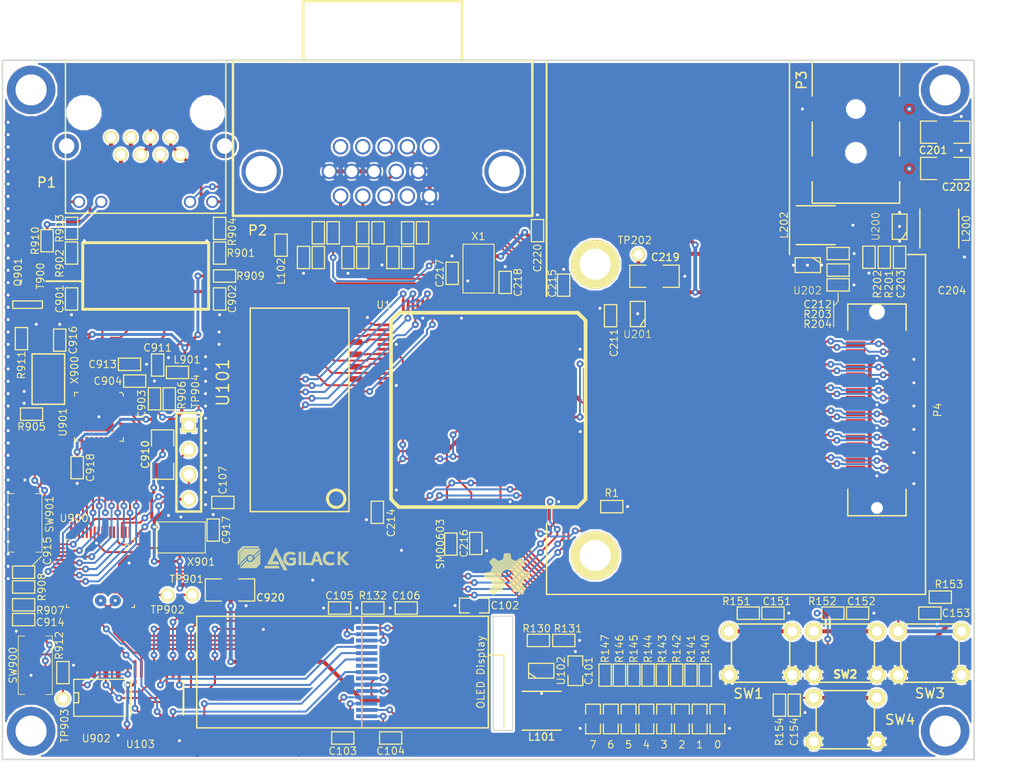
<source format=kicad_pcb>
(kicad_pcb (version 3) (host pcbnew "(2013-mar-13)-stable")
  (title_block (rev 0.1) (company Agilack))
  (layers (15 F.Cu signal) (0 B.Cu signal) (18 B.Paste user) (19 F.Paste user) (20 B.SilkS user) (21 F.SilkS user) (22 B.Mask user) (23 F.Mask user) (28 Edge.Cuts user))
  (net 0 "")
  (net 1 +1.2V)
  (net 2 +2.5V)
  (net 3 +3.3V)
  (net 4 +VDisp)
  (net 5 +Veth)
  (net 6 +Vin)
  (net 7 BRK)
  (net 8 BUT1)
  (net 9 BUT2)
  (net 10 BUT3)
  (net 11 BUT4)
  (net 12 CLK_EN)
  (net 13 CLOCK)
  (net 14 ETH_CLK25)
  (net 15 ETH_DBG_RX)
  (net 16 ETH_DBG_TX)
  (net 17 ETH_LED0)
  (net 18 ETH_LED1)
  (net 19 ETH_RST)
  (net 20 EXT_01A)
  (net 21 EXT_01B)
  (net 22 EXT_02A)
  (net 23 EXT_02B)
  (net 24 EXT_03A)
  (net 25 EXT_03B)
  (net 26 EXT_04A)
  (net 27 EXT_04B)
  (net 28 EXT_05A)
  (net 29 EXT_05B)
  (net 30 EXT_06A)
  (net 31 EXT_06B)
  (net 32 EXT_07A)
  (net 33 EXT_07B)
  (net 34 EXT_08A)
  (net 35 EXT_08B)
  (net 36 EXT_09A)
  (net 37 EXT_09B)
  (net 38 EXT_10A)
  (net 39 EXT_10B)
  (net 40 EXT_11A)
  (net 41 EXT_11B)
  (net 42 EXT_12A)
  (net 43 EXT_12B)
  (net 44 GND)
  (net 45 LCD_CLK)
  (net 46 LCD_CS)
  (net 47 LCD_CS2)
  (net 48 LCD_DC)
  (net 49 LCD_DC2)
  (net 50 LCD_DI)
  (net 51 LCD_EN)
  (net 52 LCD_SW)
  (net 53 LED0)
  (net 54 LED1)
  (net 55 LED2)
  (net 56 LED3)
  (net 57 LED4)
  (net 58 LED5)
  (net 59 LED6)
  (net 60 LED7)
  (net 61 MDC_CLK)
  (net 62 MDC_IO)
  (net 63 MII_COL)
  (net 64 MII_CRS)
  (net 65 MII_RXC)
  (net 66 MII_RXD0)
  (net 67 MII_RXD1)
  (net 68 MII_RXD2)
  (net 69 MII_RXD3)
  (net 70 MII_RXDV)
  (net 71 MII_TXC)
  (net 72 MII_TXD0)
  (net 73 MII_TXD1)
  (net 74 MII_TXD2)
  (net 75 MII_TXD3)
  (net 76 MII_TXEN)
  (net 77 N-00000108)
  (net 78 N-00000110)
  (net 79 N-00000112)
  (net 80 N-00000113)
  (net 81 N-00000116)
  (net 82 N-00000124)
  (net 83 N-00000130)
  (net 84 N-00000133)
  (net 85 N-00000134)
  (net 86 N-00000135)
  (net 87 N-00000136)
  (net 88 N-00000138)
  (net 89 N-00000139)
  (net 90 N-00000140)
  (net 91 N-00000141)
  (net 92 N-00000144)
  (net 93 N-00000145)
  (net 94 N-00000150)
  (net 95 N-00000151)
  (net 96 N-00000152)
  (net 97 N-00000153)
  (net 98 N-00000154)
  (net 99 N-00000155)
  (net 100 N-00000156)
  (net 101 N-00000157)
  (net 102 N-00000158)
  (net 103 N-00000159)
  (net 104 N-00000160)
  (net 105 N-00000161)
  (net 106 N-00000162)
  (net 107 N-00000163)
  (net 108 N-00000164)
  (net 109 N-00000165)
  (net 110 N-00000166)
  (net 111 N-00000170)
  (net 112 N-00000171)
  (net 113 N-00000172)
  (net 114 N-00000173)
  (net 115 N-00000174)
  (net 116 N-00000175)
  (net 117 N-00000176)
  (net 118 N-00000177)
  (net 119 N-00000178)
  (net 120 N-00000179)
  (net 121 N-00000180)
  (net 122 N-00000181)
  (net 123 N-00000182)
  (net 124 N-00000184)
  (net 125 N-00000186)
  (net 126 N-00000187)
  (net 127 N-00000188)
  (net 128 N-00000189)
  (net 129 N-00000190)
  (net 130 N-00000192)
  (net 131 N-00000193)
  (net 132 N-00000194)
  (net 133 N-00000195)
  (net 134 N-00000196)
  (net 135 N-00000197)
  (net 136 N-00000198)
  (net 137 N-00000199)
  (net 138 N-00000200)
  (net 139 N-00000201)
  (net 140 N-00000202)
  (net 141 N-00000204)
  (net 142 N-00000205)
  (net 143 N-00000206)
  (net 144 N-00000208)
  (net 145 N-0000021)
  (net 146 N-00000210)
  (net 147 N-00000211)
  (net 148 N-00000212)
  (net 149 N-00000213)
  (net 150 N-00000214)
  (net 151 N-00000216)
  (net 152 N-00000217)
  (net 153 N-00000218)
  (net 154 N-00000219)
  (net 155 N-00000220)
  (net 156 N-00000221)
  (net 157 N-00000222)
  (net 158 N-00000223)
  (net 159 N-00000224)
  (net 160 N-00000225)
  (net 161 N-00000226)
  (net 162 N-00000227)
  (net 163 N-0000027)
  (net 164 N-0000051)
  (net 165 N-0000060)
  (net 166 N-0000067)
  (net 167 N-0000071)
  (net 168 N-0000072)
  (net 169 N-0000090)
  (net 170 N-0000091)
  (net 171 N-0000092)
  (net 172 N-0000093)
  (net 173 N-0000094)
  (net 174 NET_RST)
  (net 175 NET_RX)
  (net 176 NET_TX)
  (net 177 PLD_CS)
  (net 178 PLD_DONE)
  (net 179 PLD_MISO)
  (net 180 PLD_MOSI)
  (net 181 PLD_RST)
  (net 182 PLD_SCK)
  (net 183 RAM_A0)
  (net 184 RAM_A1)
  (net 185 RAM_A10)
  (net 186 RAM_A11)
  (net 187 RAM_A12)
  (net 188 RAM_A13)
  (net 189 RAM_A14)
  (net 190 RAM_A15)
  (net 191 RAM_A16)
  (net 192 RAM_A17)
  (net 193 RAM_A18)
  (net 194 RAM_A2)
  (net 195 RAM_A3)
  (net 196 RAM_A4)
  (net 197 RAM_A5)
  (net 198 RAM_A6)
  (net 199 RAM_A7)
  (net 200 RAM_A8)
  (net 201 RAM_A9)
  (net 202 RAM_CE)
  (net 203 RAM_DQ0)
  (net 204 RAM_DQ1)
  (net 205 RAM_DQ2)
  (net 206 RAM_DQ3)
  (net 207 RAM_DQ4)
  (net 208 RAM_DQ5)
  (net 209 RAM_DQ6)
  (net 210 RAM_DQ7)
  (net 211 RAM_OE)
  (net 212 RAM_WE)
  (net 213 SPI0_CS)
  (net 214 SPI0_MISO)
  (net 215 SPI0_MOSI)
  (net 216 SPI0_SCK)
  (net 217 VGA_B0)
  (net 218 VGA_B1)
  (net 219 VGA_BLU)
  (net 220 VGA_G0)
  (net 221 VGA_G1)
  (net 222 VGA_GRN)
  (net 223 VGA_HS)
  (net 224 VGA_R0)
  (net 225 VGA_R1)
  (net 226 VGA_RED)
  (net 227 VGA_VS)
  (module Pico-ITX_Holes (layer F.Cu) (at 100 50)
    (fp_text reference Pico-ITX_Holes hide)
    (fp_text value VAL** hide)
    (pad 0 thru_hole circle (at 2.95 3.048) (size 5 5) (drill 3.2) (layers *.Cu *.Mask))
    (pad 0 thru_hole circle (at 97.02 3.048) (size 5 5) (drill 3.2) (layers *.Cu *.Mask))
    (pad 0 thru_hole circle (at 2.95 69.08) (size 5 5) (drill 3.2) (layers *.Cu *.Mask))
    (pad 0 thru_hole circle (at 97.02 69.08) (size 5 5) (drill 3.2) (layers *.Cu *.Mask))
  )
  (module CONN_AJT34L-881x (layer F.Cu) (at 114.74 57.9374 180)
    (fp_text reference P1 (at 10.1936 -4.6482 180) (layer F.SilkS) (effects (font (size 1.016 1.016) (thickness 0.1524))))
    (fp_text value CONN_RJ45-L hide)
    (pad 3 thru_hole circle (at 1.53 0 180) (size 1.3 1.3) (drill 0.89916) (layers *.Cu *.Mask F.SilkS) (net 101 N-00000157))
    (pad 6 thru_hole circle (at -1.53 -1.78 180) (size 1.3 1.3) (drill 0.89916) (layers *.Cu *.Mask F.SilkS) (net 99 N-00000155))
    (pad 4 thru_hole circle (at 0.51 -1.78 180) (size 1.3 1.3) (drill 0.89916) (layers *.Cu *.Mask F.SilkS) (net 108 N-00000164))
    (pad 1 thru_hole circle (at 3.57 0 180) (size 1.3 1.3) (drill 0.89916) (layers *.Cu *.Mask F.SilkS) (net 105 N-00000161))
    (pad 2 thru_hole circle (at 2.55 -1.78 180) (size 1.3 1.3) (drill 0.89916) (layers *.Cu *.Mask F.SilkS) (net 100 N-00000156))
    (pad 5 thru_hole circle (at -0.51 0 180) (size 1.3 1.3) (drill 0.89916) (layers *.Cu *.Mask F.SilkS) (net 108 N-00000164))
    (pad 8 thru_hole circle (at -3.57 -1.78 180) (size 1.3 1.3) (drill 0.89916) (layers *.Cu *.Mask F.SilkS) (net 109 N-00000165))
    (pad 7 thru_hole circle (at -2.55 0 180) (size 1.3 1.3) (drill 0.89916) (layers *.Cu *.Mask F.SilkS) (net 109 N-00000165))
    (pad "" np_thru_hole circle (at -6.35 2.54 180) (size 3.2 3.2) (drill 3.2) (layers *.Cu *.Mask F.SilkS))
    (pad "" np_thru_hole circle (at 6.35 2.54 180) (size 3.2 3.2) (drill 3.2) (layers *.Cu *.Mask F.SilkS))
    (pad "" thru_hole circle (at -8.13 -0.89 180) (size 2.54 2.54) (drill 1.6) (layers *.Cu *.Mask))
    (pad "" thru_hole circle (at 8.13 -0.89 180) (size 2.54 2.54) (drill 1.6) (layers *.Cu *.Mask))
    (pad A1 thru_hole circle (at -6.86 -6.64 180) (size 1.27 1.27) (drill 0.9) (layers *.Cu *.Mask) (net 97 N-00000153))
    (pad A2 thru_hole circle (at -4.57 -6.64 180) (size 1.27 1.27) (drill 0.9) (layers *.Cu *.Mask) (net 17 ETH_LED0))
    (pad B1 thru_hole circle (at 4.57 -6.64 180) (size 1.27 1.27) (drill 0.9) (layers *.Cu *.Mask) (net 91 N-00000141))
    (pad B2 thru_hole circle (at 6.86 -6.64 180) (size 1.27 1.27) (drill 0.9) (layers *.Cu *.Mask) (net 87 N-00000136))
  )
  (module CONN_SPC15430 (layer F.Cu) (at 139.13 61.4426)
    (fp_text reference P2 (at -12.8666 6.0706) (layer F.SilkS) (effects (font (size 1.016 1.016) (thickness 0.1524))))
    (fp_text value CONN_VGA hide)
    (pad 0 thru_hole circle (at -12.49934 0) (size 4.064 4.064) (drill 3.2004) (layers *.Cu *.Mask))
    (pad 0 thru_hole circle (at 12.49934 0) (size 4.064 4.064) (drill 3.2004) (layers *.Cu *.Mask))
    (pad 15 thru_hole circle (at 4.83 -2.54) (size 1.6002 1.6002) (drill 1.19126) (layers *.Cu *.Mask) (net 147 N-00000211))
    (pad 10 thru_hole circle (at 3.685 0) (size 1.6002 1.6002) (drill 1.19126) (layers *.Cu *.Mask) (net 44 GND))
    (pad 14 thru_hole circle (at 2.54 -2.54) (size 1.6002 1.6002) (drill 1.19126) (layers *.Cu *.Mask) (net 227 VGA_VS))
    (pad 13 thru_hole circle (at 0.25 -2.54) (size 1.6002 1.6002) (drill 1.19126) (layers *.Cu *.Mask) (net 223 VGA_HS))
    (pad 12 thru_hole circle (at -2.04 -2.54) (size 1.6002 1.6002) (drill 1.19126) (layers *.Cu *.Mask) (net 148 N-00000212))
    (pad 11 thru_hole circle (at -4.33 -2.54) (size 1.6002 1.6002) (drill 1.19126) (layers *.Cu *.Mask) (net 149 N-00000213))
    (pad 9 thru_hole circle (at 1.395 0) (size 1.6002 1.6002) (drill 1.19126) (layers *.Cu *.Mask) (net 141 N-00000204))
    (pad 8 thru_hole circle (at -0.895 0) (size 1.6002 1.6002) (drill 1.19126) (layers *.Cu *.Mask) (net 44 GND))
    (pad 7 thru_hole circle (at -3.185 0) (size 1.6002 1.6002) (drill 1.19126) (layers *.Cu *.Mask) (net 44 GND))
    (pad 6 thru_hole circle (at -5.475 0) (size 1.6002 1.6002) (drill 1.2) (layers *.Cu *.Mask) (net 44 GND))
    (pad 5 thru_hole circle (at 4.83 2.54) (size 1.6002 1.6002) (drill 1.19126) (layers *.Cu *.Mask) (net 44 GND))
    (pad 4 thru_hole circle (at 2.54 2.54) (size 1.6002 1.6002) (drill 1.19126) (layers *.Cu *.Mask) (net 150 N-00000214))
    (pad 3 thru_hole circle (at 0.25 2.54) (size 1.6002 1.6002) (drill 1.19126) (layers *.Cu *.Mask) (net 219 VGA_BLU))
    (pad 2 thru_hole circle (at -2.04 2.54) (size 1.6002 1.6002) (drill 1.19126) (layers *.Cu *.Mask) (net 222 VGA_GRN))
    (pad 1 thru_hole circle (at -4.33 2.54) (size 1.6002 1.6002) (drill 1.19126) (layers *.Cu *.Mask) (net 226 VGA_RED))
  )
  (module TQFP144 (layer F.Cu) (at 150 86)
    (fp_text reference U1 (at -10.7572 -10.816) (layer F.SilkS) (effects (font (size 0.762 0.762) (thickness 0.1016))))
    (fp_text value ICE40HX1K-TQ144 hide)
    (pad 1 smd rect (at -10.72388 -8.7503 90) (size 0.28956 1.34874) (layers F.Cu F.Paste F.Mask) (net 206 RAM_DQ3))
    (pad 2 smd rect (at -10.72388 -8.24992 90) (size 0.28956 1.34874) (layers F.Cu F.Paste F.Mask) (net 205 RAM_DQ2))
    (pad 3 smd rect (at -10.72388 -7.74954 90) (size 0.28956 1.34874) (layers F.Cu F.Paste F.Mask) (net 207 RAM_DQ4))
    (pad 4 smd rect (at -10.72388 -7.24916 90) (size 0.28956 1.34874) (layers F.Cu F.Paste F.Mask) (net 204 RAM_DQ1))
    (pad 5 smd rect (at -10.72388 -6.74878 90) (size 0.28956 1.34874) (layers F.Cu F.Paste F.Mask) (net 44 GND))
    (pad 6 smd rect (at -10.72388 -6.25094 90) (size 0.28956 1.34874) (layers F.Cu F.Paste F.Mask) (net 3 +3.3V))
    (pad 7 smd rect (at -10.72388 -5.75056 90) (size 0.28956 1.34874) (layers F.Cu F.Paste F.Mask) (net 203 RAM_DQ0))
    (pad 8 smd rect (at -10.72388 -5.25018 90) (size 0.28956 1.34874) (layers F.Cu F.Paste F.Mask) (net 208 RAM_DQ5))
    (pad 9 smd rect (at -10.72388 -4.7498 90) (size 0.28956 1.34874) (layers F.Cu F.Paste F.Mask) (net 183 RAM_A0))
    (pad 10 smd rect (at -10.72388 -4.24942 90) (size 0.28956 1.34874) (layers F.Cu F.Paste F.Mask) (net 209 RAM_DQ6))
    (pad 11 smd rect (at -10.72388 -3.74904 90) (size 0.28956 1.34874) (layers F.Cu F.Paste F.Mask) (net 184 RAM_A1))
    (pad 12 smd rect (at -10.72388 -3.2512 90) (size 0.28956 1.34874) (layers F.Cu F.Paste F.Mask) (net 210 RAM_DQ7))
    (pad 13 smd rect (at -10.72388 -2.75082 90) (size 0.28956 1.34874) (layers F.Cu F.Paste F.Mask) (net 44 GND))
    (pad 14 smd rect (at -10.72388 -2.25044 90) (size 0.28956 1.34874) (layers F.Cu F.Paste F.Mask) (net 44 GND))
    (pad 15 smd rect (at -10.72388 -1.75006 90) (size 0.28956 1.34874) (layers F.Cu F.Paste F.Mask))
    (pad 16 smd rect (at -10.72388 -1.24968 90) (size 0.28956 1.34874) (layers F.Cu F.Paste F.Mask))
    (pad 17 smd rect (at -10.72388 -0.7493 90) (size 0.28956 1.34874) (layers F.Cu F.Paste F.Mask))
    (pad 18 smd rect (at -10.72388 -0.24892 90) (size 0.28956 1.34874) (layers F.Cu F.Paste F.Mask))
    (pad 19 smd rect (at -10.72388 0.24892 90) (size 0.28956 1.34874) (layers F.Cu F.Paste F.Mask) (net 195 RAM_A3))
    (pad 20 smd rect (at -10.72388 0.7493 90) (size 0.28956 1.34874) (layers F.Cu F.Paste F.Mask) (net 196 RAM_A4))
    (pad 21 smd rect (at -10.72388 1.24968 90) (size 0.28956 1.34874) (layers F.Cu F.Paste F.Mask) (net 200 RAM_A8))
    (pad 22 smd rect (at -10.72388 1.75006 90) (size 0.28956 1.34874) (layers F.Cu F.Paste F.Mask) (net 197 RAM_A5))
    (pad 23 smd rect (at -10.72388 2.25044 90) (size 0.28956 1.34874) (layers F.Cu F.Paste F.Mask) (net 188 RAM_A13))
    (pad 24 smd rect (at -10.72388 2.75082 90) (size 0.28956 1.34874) (layers F.Cu F.Paste F.Mask) (net 198 RAM_A6))
    (pad 25 smd rect (at -10.72388 3.2512 90) (size 0.28956 1.34874) (layers F.Cu F.Paste F.Mask) (net 212 RAM_WE))
    (pad 26 smd rect (at -10.72388 3.74904 90) (size 0.28956 1.34874) (layers F.Cu F.Paste F.Mask) (net 199 RAM_A7))
    (pad 27 smd rect (at -10.72388 4.24942 90) (size 0.28956 1.34874) (layers F.Cu F.Paste F.Mask) (net 1 +1.2V))
    (pad 28 smd rect (at -10.72388 4.7498 90) (size 0.28956 1.34874) (layers F.Cu F.Paste F.Mask) (net 192 RAM_A17))
    (pad 29 smd rect (at -10.72388 5.25018 90) (size 0.28956 1.34874) (layers F.Cu F.Paste F.Mask) (net 187 RAM_A12))
    (pad 30 smd rect (at -10.72388 5.75056 90) (size 0.28956 1.34874) (layers F.Cu F.Paste F.Mask) (net 3 +3.3V))
    (pad 31 smd rect (at -10.72388 6.25094 90) (size 0.28956 1.34874) (layers F.Cu F.Paste F.Mask) (net 189 RAM_A14))
    (pad 32 smd rect (at -10.72388 6.74878 90) (size 0.28956 1.34874) (layers F.Cu F.Paste F.Mask) (net 190 RAM_A15))
    (pad 33 smd rect (at -10.72388 7.24916 90) (size 0.28956 1.34874) (layers F.Cu F.Paste F.Mask) (net 191 RAM_A16))
    (pad 34 smd rect (at -10.72388 7.74954 90) (size 0.28956 1.34874) (layers F.Cu F.Paste F.Mask) (net 193 RAM_A18))
    (pad 35 smd rect (at -10.72388 8.24992 90) (size 0.28956 1.34874) (layers F.Cu F.Paste F.Mask) (net 44 GND))
    (pad 36 smd rect (at -10.72388 8.7503 90) (size 0.28956 1.34874) (layers F.Cu F.Paste F.Mask) (net 1 +1.2V))
    (pad 37 smd rect (at -8.7503 10.72388) (size 0.28956 1.34874) (layers F.Cu F.Paste F.Mask) (net 176 NET_TX))
    (pad 38 smd rect (at -8.24992 10.72388) (size 0.28956 1.34874) (layers F.Cu F.Paste F.Mask) (net 175 NET_RX))
    (pad 39 smd rect (at -7.74954 10.72388) (size 0.28956 1.34874) (layers F.Cu F.Paste F.Mask) (net 45 LCD_CLK))
    (pad 40 smd rect (at -7.24916 10.72388) (size 0.28956 1.34874) (layers F.Cu F.Paste F.Mask))
    (pad 41 smd rect (at -6.74878 10.72388) (size 0.28956 1.34874) (layers F.Cu F.Paste F.Mask) (net 50 LCD_DI))
    (pad 42 smd rect (at -6.25094 10.72388) (size 0.28956 1.34874) (layers F.Cu F.Paste F.Mask) (net 48 LCD_DC))
    (pad 43 smd rect (at -5.75056 10.72388) (size 0.28956 1.34874) (layers F.Cu F.Paste F.Mask) (net 46 LCD_CS))
    (pad 44 smd rect (at -5.25018 10.72388) (size 0.28956 1.34874) (layers F.Cu F.Paste F.Mask) (net 60 LED7))
    (pad 45 smd rect (at -4.7498 10.72388) (size 0.28956 1.34874) (layers F.Cu F.Paste F.Mask) (net 59 LED6))
    (pad 46 smd rect (at -4.24942 10.72388) (size 0.28956 1.34874) (layers F.Cu F.Paste F.Mask) (net 3 +3.3V))
    (pad 47 smd rect (at -3.74904 10.72388) (size 0.28956 1.34874) (layers F.Cu F.Paste F.Mask) (net 58 LED5))
    (pad 48 smd rect (at -3.2512 10.72388) (size 0.28956 1.34874) (layers F.Cu F.Paste F.Mask) (net 57 LED4))
    (pad 49 smd rect (at -2.75082 10.72388) (size 0.28956 1.34874) (layers F.Cu F.Paste F.Mask) (net 167 N-0000071))
    (pad 50 smd rect (at -2.25044 10.72388) (size 0.28956 1.34874) (layers F.Cu F.Paste F.Mask) (net 168 N-0000072))
    (pad 51 smd rect (at -1.75006 10.72388) (size 0.28956 1.34874) (layers F.Cu F.Paste F.Mask) (net 1 +1.2V))
    (pad 52 smd rect (at -1.24968 10.72388) (size 0.28956 1.34874) (layers F.Cu F.Paste F.Mask) (net 56 LED3))
    (pad 53 smd rect (at -0.7493 10.72388) (size 0.28956 1.34874) (layers F.Cu F.Paste F.Mask))
    (pad 54 smd rect (at -0.24892 10.72388) (size 0.28956 1.34874) (layers F.Cu F.Paste F.Mask))
    (pad 55 smd rect (at 0.24892 10.72388) (size 0.28956 1.34874) (layers F.Cu F.Paste F.Mask))
    (pad 56 smd rect (at 0.7493 10.72388) (size 0.28956 1.34874) (layers F.Cu F.Paste F.Mask) (net 55 LED2))
    (pad 57 smd rect (at 1.24968 10.72388) (size 0.28956 1.34874) (layers F.Cu F.Paste F.Mask) (net 3 +3.3V))
    (pad 58 smd rect (at 1.75006 10.72388) (size 0.28956 1.34874) (layers F.Cu F.Paste F.Mask) (net 54 LED1))
    (pad 59 smd rect (at 2.25044 10.72388) (size 0.28956 1.34874) (layers F.Cu F.Paste F.Mask) (net 44 GND))
    (pad 60 smd rect (at 2.75082 10.72388) (size 0.28956 1.34874) (layers F.Cu F.Paste F.Mask) (net 53 LED0))
    (pad 61 smd rect (at 3.2512 10.72388) (size 0.28956 1.34874) (layers F.Cu F.Paste F.Mask) (net 11 BUT4))
    (pad 62 smd rect (at 3.74904 10.72388) (size 0.28956 1.34874) (layers F.Cu F.Paste F.Mask) (net 8 BUT1))
    (pad 63 smd rect (at 4.24942 10.72388) (size 0.28956 1.34874) (layers F.Cu F.Paste F.Mask) (net 9 BUT2))
    (pad 64 smd rect (at 4.7498 10.72388) (size 0.28956 1.34874) (layers F.Cu F.Paste F.Mask) (net 10 BUT3))
    (pad 65 smd rect (at 5.25018 10.72388) (size 0.28956 1.34874) (layers F.Cu F.Paste F.Mask) (net 178 PLD_DONE))
    (pad 66 smd rect (at 5.75056 10.72388) (size 0.28956 1.34874) (layers F.Cu F.Paste F.Mask) (net 181 PLD_RST))
    (pad 67 smd rect (at 6.25094 10.72388) (size 0.28956 1.34874) (layers F.Cu F.Paste F.Mask) (net 179 PLD_MISO))
    (pad 68 smd rect (at 6.74878 10.72388) (size 0.28956 1.34874) (layers F.Cu F.Paste F.Mask) (net 180 PLD_MOSI))
    (pad 69 smd rect (at 7.24916 10.72388) (size 0.28956 1.34874) (layers F.Cu F.Paste F.Mask) (net 44 GND))
    (pad 70 smd rect (at 7.74954 10.72388) (size 0.28956 1.34874) (layers F.Cu F.Paste F.Mask) (net 182 PLD_SCK))
    (pad 71 smd rect (at 8.24992 10.72388) (size 0.28956 1.34874) (layers F.Cu F.Paste F.Mask) (net 177 PLD_CS))
    (pad 72 smd rect (at 8.7503 10.72388) (size 0.28956 1.34874) (layers F.Cu F.Paste F.Mask) (net 3 +3.3V))
    (pad 73 smd rect (at 10.72388 8.7503 270) (size 0.28956 1.34874) (layers F.Cu F.Paste F.Mask) (net 20 EXT_01A))
    (pad 74 smd rect (at 10.72388 8.24992 270) (size 0.28956 1.34874) (layers F.Cu F.Paste F.Mask) (net 21 EXT_01B))
    (pad 75 smd rect (at 10.72388 7.74954 270) (size 0.28956 1.34874) (layers F.Cu F.Paste F.Mask) (net 22 EXT_02A))
    (pad 76 smd rect (at 10.72388 7.24916 270) (size 0.28956 1.34874) (layers F.Cu F.Paste F.Mask) (net 23 EXT_02B))
    (pad 77 smd rect (at 10.72388 6.74878 270) (size 0.28956 1.34874) (layers F.Cu F.Paste F.Mask) (net 145 N-0000021))
    (pad 78 smd rect (at 10.72388 6.25094 270) (size 0.28956 1.34874) (layers F.Cu F.Paste F.Mask) (net 24 EXT_03A))
    (pad 79 smd rect (at 10.72388 5.75056 270) (size 0.28956 1.34874) (layers F.Cu F.Paste F.Mask) (net 25 EXT_03B))
    (pad 80 smd rect (at 10.72388 5.25018 270) (size 0.28956 1.34874) (layers F.Cu F.Paste F.Mask) (net 26 EXT_04A))
    (pad 81 smd rect (at 10.72388 4.7498 270) (size 0.28956 1.34874) (layers F.Cu F.Paste F.Mask) (net 27 EXT_04B))
    (pad 82 smd rect (at 10.72388 4.24942 270) (size 0.28956 1.34874) (layers F.Cu F.Paste F.Mask))
    (pad 83 smd rect (at 10.72388 3.74904 270) (size 0.28956 1.34874) (layers F.Cu F.Paste F.Mask))
    (pad 84 smd rect (at 10.72388 3.2512 270) (size 0.28956 1.34874) (layers F.Cu F.Paste F.Mask))
    (pad 85 smd rect (at 10.72388 2.75082 270) (size 0.28956 1.34874) (layers F.Cu F.Paste F.Mask))
    (pad 86 smd rect (at 10.72388 2.25044 270) (size 0.28956 1.34874) (layers F.Cu F.Paste F.Mask) (net 44 GND))
    (pad 87 smd rect (at 10.72388 1.75006 270) (size 0.28956 1.34874) (layers F.Cu F.Paste F.Mask) (net 28 EXT_05A))
    (pad 88 smd rect (at 10.72388 1.24968 270) (size 0.28956 1.34874) (layers F.Cu F.Paste F.Mask) (net 29 EXT_05B))
    (pad 89 smd rect (at 10.72388 0.7493 270) (size 0.28956 1.34874) (layers F.Cu F.Paste F.Mask) (net 3 +3.3V))
    (pad 90 smd rect (at 10.72388 0.24892 270) (size 0.28956 1.34874) (layers F.Cu F.Paste F.Mask) (net 30 EXT_06A))
    (pad 91 smd rect (at 10.72388 -0.24892 270) (size 0.28956 1.34874) (layers F.Cu F.Paste F.Mask) (net 31 EXT_06B))
    (pad 92 smd rect (at 10.72388 -0.7493 270) (size 0.28956 1.34874) (layers F.Cu F.Paste F.Mask) (net 1 +1.2V))
    (pad 93 smd rect (at 10.72388 -1.24968 270) (size 0.28956 1.34874) (layers F.Cu F.Paste F.Mask) (net 32 EXT_07A))
    (pad 94 smd rect (at 10.72388 -1.75006 270) (size 0.28956 1.34874) (layers F.Cu F.Paste F.Mask) (net 33 EXT_07B))
    (pad 95 smd rect (at 10.72388 -2.25044 270) (size 0.28956 1.34874) (layers F.Cu F.Paste F.Mask) (net 34 EXT_08A))
    (pad 96 smd rect (at 10.72388 -2.75082 270) (size 0.28956 1.34874) (layers F.Cu F.Paste F.Mask) (net 35 EXT_08B))
    (pad 97 smd rect (at 10.72388 -3.2512 270) (size 0.28956 1.34874) (layers F.Cu F.Paste F.Mask) (net 36 EXT_09A))
    (pad 98 smd rect (at 10.72388 -3.74904 270) (size 0.28956 1.34874) (layers F.Cu F.Paste F.Mask) (net 37 EXT_09B))
    (pad 99 smd rect (at 10.72388 -4.24942 270) (size 0.28956 1.34874) (layers F.Cu F.Paste F.Mask) (net 164 N-0000051))
    (pad 100 smd rect (at 10.72388 -4.7498 270) (size 0.28956 1.34874) (layers F.Cu F.Paste F.Mask) (net 3 +3.3V))
    (pad 101 smd rect (at 10.72388 -5.25018 270) (size 0.28956 1.34874) (layers F.Cu F.Paste F.Mask) (net 38 EXT_10A))
    (pad 102 smd rect (at 10.72388 -5.75056 270) (size 0.28956 1.34874) (layers F.Cu F.Paste F.Mask) (net 39 EXT_10B))
    (pad 103 smd rect (at 10.72388 -6.25094 270) (size 0.28956 1.34874) (layers F.Cu F.Paste F.Mask) (net 44 GND))
    (pad 104 smd rect (at 10.72388 -6.74878 270) (size 0.28956 1.34874) (layers F.Cu F.Paste F.Mask) (net 40 EXT_11A))
    (pad 105 smd rect (at 10.72388 -7.24916 270) (size 0.28956 1.34874) (layers F.Cu F.Paste F.Mask) (net 41 EXT_11B))
    (pad 106 smd rect (at 10.72388 -7.74954 270) (size 0.28956 1.34874) (layers F.Cu F.Paste F.Mask) (net 42 EXT_12A))
    (pad 107 smd rect (at 10.72388 -8.24992 270) (size 0.28956 1.34874) (layers F.Cu F.Paste F.Mask) (net 43 EXT_12B))
    (pad 108 smd rect (at 10.72388 -8.7503 270) (size 0.28956 1.34874) (layers F.Cu F.Paste F.Mask) (net 2 +2.5V))
    (pad 109 smd rect (at 8.7503 -10.72388 180) (size 0.28956 1.34874) (layers F.Cu F.Paste F.Mask) (net 163 N-0000027))
    (pad 110 smd rect (at 8.24992 -10.72388 180) (size 0.28956 1.34874) (layers F.Cu F.Paste F.Mask))
    (pad 111 smd rect (at 7.74954 -10.72388 180) (size 0.28956 1.34874) (layers F.Cu F.Paste F.Mask) (net 1 +1.2V))
    (pad 112 smd rect (at 7.24916 -10.72388 180) (size 0.28956 1.34874) (layers F.Cu F.Paste F.Mask) (net 173 N-0000094))
    (pad 113 smd rect (at 6.74878 -10.72388 180) (size 0.28956 1.34874) (layers F.Cu F.Paste F.Mask) (net 172 N-0000093))
    (pad 114 smd rect (at 6.25094 -10.72388 180) (size 0.28956 1.34874) (layers F.Cu F.Paste F.Mask) (net 171 N-0000092))
    (pad 115 smd rect (at 5.75056 -10.72388 180) (size 0.28956 1.34874) (layers F.Cu F.Paste F.Mask) (net 169 N-0000090))
    (pad 116 smd rect (at 5.25018 -10.72388 180) (size 0.28956 1.34874) (layers F.Cu F.Paste F.Mask) (net 170 N-0000091))
    (pad 117 smd rect (at 4.7498 -10.72388 180) (size 0.28956 1.34874) (layers F.Cu F.Paste F.Mask) (net 227 VGA_VS))
    (pad 118 smd rect (at 4.24942 -10.72388 180) (size 0.28956 1.34874) (layers F.Cu F.Paste F.Mask) (net 223 VGA_HS))
    (pad 119 smd rect (at 3.74904 -10.72388 180) (size 0.28956 1.34874) (layers F.Cu F.Paste F.Mask) (net 218 VGA_B1))
    (pad 120 smd rect (at 3.2512 -10.72388 180) (size 0.28956 1.34874) (layers F.Cu F.Paste F.Mask) (net 221 VGA_G1))
    (pad 121 smd rect (at 2.75082 -10.72388 180) (size 0.28956 1.34874) (layers F.Cu F.Paste F.Mask) (net 225 VGA_R1))
    (pad 122 smd rect (at 2.25044 -10.72388 180) (size 0.28956 1.34874) (layers F.Cu F.Paste F.Mask) (net 166 N-0000067))
    (pad 123 smd rect (at 1.75006 -10.72388 180) (size 0.28956 1.34874) (layers F.Cu F.Paste F.Mask) (net 3 +3.3V))
    (pad 124 smd rect (at 1.24968 -10.72388 180) (size 0.28956 1.34874) (layers F.Cu F.Paste F.Mask))
    (pad 125 smd rect (at 0.7493 -10.72388 180) (size 0.28956 1.34874) (layers F.Cu F.Paste F.Mask))
    (pad 126 smd rect (at 0.24892 -10.72388 180) (size 0.28956 1.34874) (layers F.Cu F.Paste F.Mask))
    (pad 127 smd rect (at -0.24892 -10.72388 180) (size 0.28956 1.34874) (layers F.Cu F.Paste F.Mask))
    (pad 128 smd rect (at -0.7493 -10.72388 180) (size 0.28956 1.34874) (layers F.Cu F.Paste F.Mask) (net 13 CLOCK))
    (pad 129 smd rect (at -1.24968 -10.72388 180) (size 0.28956 1.34874) (layers F.Cu F.Paste F.Mask) (net 12 CLK_EN))
    (pad 130 smd rect (at -1.75006 -10.72388 180) (size 0.28956 1.34874) (layers F.Cu F.Paste F.Mask))
    (pad 131 smd rect (at -2.25044 -10.72388 180) (size 0.28956 1.34874) (layers F.Cu F.Paste F.Mask))
    (pad 132 smd rect (at -2.75082 -10.72388 180) (size 0.28956 1.34874) (layers F.Cu F.Paste F.Mask) (net 44 GND))
    (pad 133 smd rect (at -3.2512 -10.72388 180) (size 0.28956 1.34874) (layers F.Cu F.Paste F.Mask) (net 3 +3.3V))
    (pad 134 smd rect (at -3.74904 -10.72388 180) (size 0.28956 1.34874) (layers F.Cu F.Paste F.Mask) (net 217 VGA_B0))
    (pad 135 smd rect (at -4.24942 -10.72388 180) (size 0.28956 1.34874) (layers F.Cu F.Paste F.Mask) (net 220 VGA_G0))
    (pad 136 smd rect (at -4.7498 -10.72388 180) (size 0.28956 1.34874) (layers F.Cu F.Paste F.Mask) (net 224 VGA_R0))
    (pad 137 smd rect (at -5.25018 -10.72388 180) (size 0.28956 1.34874) (layers F.Cu F.Paste F.Mask) (net 165 N-0000060))
    (pad 138 smd rect (at -5.75056 -10.72388 180) (size 0.28956 1.34874) (layers F.Cu F.Paste F.Mask) (net 194 RAM_A2))
    (pad 139 smd rect (at -6.25094 -10.72388 180) (size 0.28956 1.34874) (layers F.Cu F.Paste F.Mask) (net 211 RAM_OE))
    (pad 140 smd rect (at -6.74878 -10.72388 180) (size 0.28956 1.34874) (layers F.Cu F.Paste F.Mask) (net 44 GND))
    (pad 141 smd rect (at -7.24916 -10.72388 180) (size 0.28956 1.34874) (layers F.Cu F.Paste F.Mask) (net 201 RAM_A9))
    (pad 142 smd rect (at -7.74954 -10.72388 180) (size 0.28956 1.34874) (layers F.Cu F.Paste F.Mask) (net 185 RAM_A10))
    (pad 143 smd rect (at -8.24992 -10.72388 180) (size 0.28956 1.34874) (layers F.Cu F.Paste F.Mask) (net 186 RAM_A11))
    (pad 144 smd rect (at -8.7503 -10.72388 180) (size 0.28956 1.34874) (layers F.Cu F.Paste F.Mask) (net 202 RAM_CE))
  )
  (module DISP_OLED-128x32-0.91-1-rev (layer F.Cu) (at 150 113)
    (fp_text reference "OLED Display" (at -0.775 0 90) (layer F.SilkS) (effects (font (size 0.762 0.762) (thickness 0.1016))))
    (fp_text value VAL** hide)
  )
  (module TR_W749013011 (layer F.Cu) (at 114.74 72.2122 90)
    (fp_text reference T900 (at 0 -10.8286 90) (layer F.SilkS) (effects (font (size 0.762 0.762) (thickness 0.1016))))
    (fp_text value TRANSFORMER_1:1 hide)
    (pad 4 smd rect (at -4.37896 -0.635 90) (size 1.89992 0.8001) (layers F.Cu F.Paste F.Mask))
    (pad 5 smd rect (at -4.37896 0.635 90) (size 1.89992 0.8001) (layers F.Cu F.Paste F.Mask))
    (pad 6 smd rect (at -4.37896 1.905 90) (size 1.89992 0.8001) (layers F.Cu F.Paste F.Mask) (net 106 N-00000162))
    (pad 3 smd rect (at -4.37896 -1.905 90) (size 1.89992 0.8001) (layers F.Cu F.Paste F.Mask) (net 85 N-00000134))
    (pad 7 smd rect (at -4.37896 3.175 90) (size 1.89992 0.8001) (layers F.Cu F.Paste F.Mask) (net 102 N-00000158))
    (pad 2 smd rect (at -4.37896 -3.175 90) (size 1.89992 0.8001) (layers F.Cu F.Paste F.Mask) (net 98 N-00000154))
    (pad 1 smd rect (at -4.37896 -4.445 90) (size 1.89992 0.8001) (layers F.Cu F.Paste F.Mask) (net 103 N-00000159))
    (pad 8 smd rect (at -4.37896 4.445 90) (size 1.89992 0.8001) (layers F.Cu F.Paste F.Mask) (net 84 N-00000133))
    (pad 16 smd rect (at 4.37896 -4.445 90) (size 1.89992 0.8001) (layers F.Cu F.Paste F.Mask) (net 105 N-00000161))
    (pad 9 smd rect (at 4.37896 4.445 90) (size 1.89992 0.8001) (layers F.Cu F.Paste F.Mask) (net 99 N-00000155))
    (pad 10 smd rect (at 4.37896 3.175 90) (size 1.89992 0.8001) (layers F.Cu F.Paste F.Mask) (net 104 N-00000160))
    (pad 11 smd rect (at 4.37896 1.905 90) (size 1.89992 0.8001) (layers F.Cu F.Paste F.Mask) (net 101 N-00000157))
    (pad 12 smd rect (at 4.37896 0.635 90) (size 1.89992 0.8001) (layers F.Cu F.Paste F.Mask))
    (pad 13 smd rect (at 4.37896 -0.635 90) (size 1.89992 0.8001) (layers F.Cu F.Paste F.Mask))
    (pad 14 smd rect (at 4.37896 -1.905 90) (size 1.89992 0.8001) (layers F.Cu F.Paste F.Mask) (net 100 N-00000156))
    (pad 15 smd rect (at 4.37896 -3.175 90) (size 1.89992 0.8001) (layers F.Cu F.Paste F.Mask) (net 107 N-00000163))
  )
  (module LQFP64-0.4 (layer F.Cu) (at 110.0836 102.8446 270)
    (fp_text reference U900 (at -5.6896 2.7178 360) (layer F.SilkS) (effects (font (size 0.762 0.762) (thickness 0.1016))))
    (fp_text value W7500 hide)
    (pad 1 smd rect (at -4.24942 -3) (size 0.2048 1.19888) (layers F.Cu F.Paste F.Mask) (net 117 N-00000176))
    (pad 2 smd rect (at -4.24942 -2.6) (size 0.2048 1.19888) (layers F.Cu F.Paste F.Mask) (net 118 N-00000177))
    (pad 3 smd rect (at -4.24942 -2.2) (size 0.2048 1.19888) (layers F.Cu F.Paste F.Mask) (net 16 ETH_DBG_TX))
    (pad 4 smd rect (at -4.24942 -1.8) (size 0.2048 1.19888) (layers F.Cu F.Paste F.Mask) (net 15 ETH_DBG_RX))
    (pad 5 smd rect (at -4.24942 -1.4) (size 0.2048 1.19888) (layers F.Cu F.Paste F.Mask) (net 119 N-00000178))
    (pad 6 smd rect (at -4.24942 -1) (size 0.2048 1.19888) (layers F.Cu F.Paste F.Mask) (net 120 N-00000179))
    (pad 7 smd rect (at -4.24942 -0.6) (size 0.2048 1.19888) (layers F.Cu F.Paste F.Mask) (net 121 N-00000180))
    (pad 8 smd rect (at -4.24942 -0.2) (size 0.2048 1.19888) (layers F.Cu F.Paste F.Mask) (net 122 N-00000181))
    (pad 9 smd rect (at -4.24942 0.2) (size 0.2048 1.19888) (layers F.Cu F.Paste F.Mask) (net 44 GND))
    (pad 10 smd rect (at -4.24942 0.6) (size 0.2048 1.19888) (layers F.Cu F.Paste F.Mask) (net 44 GND))
    (pad 11 smd rect (at -4.24942 1) (size 0.2048 1.19888) (layers F.Cu F.Paste F.Mask) (net 64 MII_CRS))
    (pad 12 smd rect (at -4.24942 1.4) (size 0.2048 1.19888) (layers F.Cu F.Paste F.Mask) (net 70 MII_RXDV))
    (pad 13 smd rect (at -4.24942 1.8) (size 0.2048 1.19888) (layers F.Cu F.Paste F.Mask) (net 66 MII_RXD0))
    (pad 14 smd rect (at -4.24942 2.2) (size 0.2048 1.19888) (layers F.Cu F.Paste F.Mask) (net 67 MII_RXD1))
    (pad 15 smd rect (at -4.24942 2.6) (size 0.2048 1.19888) (layers F.Cu F.Paste F.Mask) (net 68 MII_RXD2))
    (pad 16 smd rect (at -4.24942 3) (size 0.2048 1.19888) (layers F.Cu F.Paste F.Mask) (net 69 MII_RXD3))
    (pad 17 smd rect (at -3 4.24942 270) (size 0.2048 1.19888) (layers F.Cu F.Paste F.Mask) (net 65 MII_RXC))
    (pad 18 smd rect (at -2.6 4.24942 270) (size 0.2048 1.19888) (layers F.Cu F.Paste F.Mask) (net 116 N-00000175))
    (pad 19 smd rect (at -2.2 4.24942 270) (size 0.2048 1.19888) (layers F.Cu F.Paste F.Mask) (net 71 MII_TXC))
    (pad 20 smd rect (at -1.8 4.24942 270) (size 0.2048 1.19888) (layers F.Cu F.Paste F.Mask) (net 72 MII_TXD0))
    (pad 21 smd rect (at -1.4 4.24942 270) (size 0.2048 1.19888) (layers F.Cu F.Paste F.Mask) (net 73 MII_TXD1))
    (pad 22 smd rect (at -1 4.24942 270) (size 0.2048 1.19888) (layers F.Cu F.Paste F.Mask) (net 74 MII_TXD2))
    (pad 23 smd rect (at -0.6 4.24942 270) (size 0.2048 1.19888) (layers F.Cu F.Paste F.Mask) (net 75 MII_TXD3))
    (pad 24 smd rect (at -0.2 4.24942 270) (size 0.2048 1.19888) (layers F.Cu F.Paste F.Mask) (net 76 MII_TXEN))
    (pad 33 smd rect (at 4.24942 3 180) (size 0.2048 1.19888) (layers F.Cu F.Paste F.Mask) (net 213 SPI0_CS))
    (pad 34 smd rect (at 4.24942 2.6 180) (size 0.2048 1.19888) (layers F.Cu F.Paste F.Mask) (net 216 SPI0_SCK))
    (pad 35 smd rect (at 4.24942 2.2 180) (size 0.2048 1.19888) (layers F.Cu F.Paste F.Mask) (net 214 SPI0_MISO))
    (pad 36 smd rect (at 4.24942 1.8 180) (size 0.2048 1.19888) (layers F.Cu F.Paste F.Mask) (net 215 SPI0_MOSI))
    (pad 37 smd rect (at 4.24942 1.4 180) (size 0.2048 1.19888) (layers F.Cu F.Paste F.Mask) (net 86 N-00000135))
    (pad 38 smd rect (at 4.24942 1 180) (size 0.2048 1.19888) (layers F.Cu F.Paste F.Mask) (net 89 N-00000139))
    (pad 39 smd rect (at 4.24942 0.6 180) (size 0.2048 1.19888) (layers F.Cu F.Paste F.Mask) (net 90 N-00000140))
    (pad 40 smd rect (at 4.24942 0.2 180) (size 0.2048 1.19888) (layers F.Cu F.Paste F.Mask) (net 49 LCD_DC2))
    (pad 41 smd rect (at 4.24942 -0.2 180) (size 0.2048 1.19888) (layers F.Cu F.Paste F.Mask) (net 47 LCD_CS2))
    (pad 42 smd rect (at 4.24942 -0.6 180) (size 0.2048 1.19888) (layers F.Cu F.Paste F.Mask) (net 93 N-00000145))
    (pad 43 smd rect (at 4.24942 -1 180) (size 0.2048 1.19888) (layers F.Cu F.Paste F.Mask) (net 92 N-00000144))
    (pad 44 smd rect (at 4.24942 -1.4 180) (size 0.2048 1.19888) (layers F.Cu F.Paste F.Mask) (net 51 LCD_EN))
    (pad 49 smd rect (at 3 -4.24942 90) (size 0.2048 1.19888) (layers F.Cu F.Paste F.Mask) (net 79 N-00000112))
    (pad 50 smd rect (at 2.6 -4.24942 90) (size 0.2048 1.19888) (layers F.Cu F.Paste F.Mask) (net 80 N-00000113))
    (pad 51 smd rect (at 2.2 -4.24942 90) (size 0.2048 1.19888) (layers F.Cu F.Paste F.Mask) (net 123 N-00000182))
    (pad 52 smd rect (at 1.8 -4.24942 90) (size 0.2048 1.19888) (layers F.Cu F.Paste F.Mask) (net 115 N-00000174))
    (pad 53 smd rect (at 1.4 -4.24942 90) (size 0.2048 1.19888) (layers F.Cu F.Paste F.Mask) (net 113 N-00000172))
    (pad 54 smd rect (at 1 -4.24942 90) (size 0.2048 1.19888) (layers F.Cu F.Paste F.Mask) (net 114 N-00000173))
    (pad 55 smd rect (at 0.6 -4.24942 90) (size 0.2048 1.19888) (layers F.Cu F.Paste F.Mask) (net 175 NET_RX))
    (pad 56 smd rect (at 0.2 -4.24942 90) (size 0.2048 1.19888) (layers F.Cu F.Paste F.Mask) (net 176 NET_TX))
    (pad 57 smd rect (at -0.2 -4.24942 90) (size 0.2048 1.19888) (layers F.Cu F.Paste F.Mask) (net 178 PLD_DONE))
    (pad 58 smd rect (at -0.6 -4.24942 90) (size 0.2048 1.19888) (layers F.Cu F.Paste F.Mask) (net 181 PLD_RST))
    (pad 59 smd rect (at -1 -4.24942 90) (size 0.2048 1.19888) (layers F.Cu F.Paste F.Mask))
    (pad 60 smd rect (at -1.4 -4.24942 90) (size 0.2048 1.19888) (layers F.Cu F.Paste F.Mask))
    (pad 25 smd rect (at 0.2 4.24942 270) (size 0.2048 1.19888) (layers F.Cu F.Paste F.Mask) (net 63 MII_COL))
    (pad 26 smd rect (at 0.6 4.24942 270) (size 0.2048 1.19888) (layers F.Cu F.Paste F.Mask) (net 62 MDC_IO))
    (pad 27 smd rect (at 1 4.24942 270) (size 0.2048 1.19888) (layers F.Cu F.Paste F.Mask) (net 61 MDC_CLK))
    (pad 28 smd rect (at 1.4 4.24942 270) (size 0.2048 1.19888) (layers F.Cu F.Paste F.Mask) (net 174 NET_RST))
    (pad 29 smd rect (at 1.8 4.24942 270) (size 0.2048 1.19888) (layers F.Cu F.Paste F.Mask) (net 18 ETH_LED1))
    (pad 30 smd rect (at 2.2 4.24942 270) (size 0.2048 1.19888) (layers F.Cu F.Paste F.Mask) (net 7 BRK))
    (pad 31 smd rect (at 2.6 4.24942 270) (size 0.2048 1.19888) (layers F.Cu F.Paste F.Mask) (net 52 LCD_SW))
    (pad 32 smd rect (at 3 4.24942 270) (size 0.2048 1.19888) (layers F.Cu F.Paste F.Mask) (net 78 N-00000110))
    (pad 45 smd rect (at 4.24942 -1.8 180) (size 0.2048 1.19888) (layers F.Cu F.Paste F.Mask) (net 177 PLD_CS))
    (pad 46 smd rect (at 4.24942 -2.2 180) (size 0.2048 1.19888) (layers F.Cu F.Paste F.Mask) (net 182 PLD_SCK))
    (pad 47 smd rect (at 4.24942 -2.6 180) (size 0.2048 1.19888) (layers F.Cu F.Paste F.Mask) (net 179 PLD_MISO))
    (pad 48 smd rect (at 4.24942 -3 180) (size 0.2048 1.19888) (layers F.Cu F.Paste F.Mask) (net 180 PLD_MOSI))
    (pad 61 smd rect (at -1.8 -4.24942 90) (size 0.2048 1.19888) (layers F.Cu F.Paste F.Mask) (net 3 +3.3V))
    (pad 62 smd rect (at -2.2 -4.24942 90) (size 0.2048 1.19888) (layers F.Cu F.Paste F.Mask) (net 44 GND))
    (pad 63 smd rect (at -2.6 -4.24942 90) (size 0.2048 1.19888) (layers F.Cu F.Paste F.Mask) (net 94 N-00000150))
    (pad 64 smd rect (at -3 -4.24942 90) (size 0.2048 1.19888) (layers F.Cu F.Paste F.Mask) (net 95 N-00000151))
  )
  (module QFN32 (layer F.Cu) (at 109.9312 86.7156 180)
    (fp_text reference U901 (at 3.7084 -0.5588 270) (layer F.SilkS) (effects (font (size 0.762 0.762) (thickness 0.1016))))
    (fp_text value KSZ8091MNX hide)
    (pad 16 smd rect (at 2.49936 -1.75006 270) (size 0.2794 0.8509) (layers F.Cu F.Paste F.Mask) (net 66 MII_RXD0))
    (pad 17 smd rect (at 1.75006 -2.49936 180) (size 0.2794 0.8509) (layers F.Cu F.Paste F.Mask) (net 3 +3.3V))
    (pad 25 smd rect (at -2.49936 -1.75006 270) (size 0.2794 0.8509) (layers F.Cu F.Paste F.Mask) (net 73 MII_TXD1))
    (pad 26 smd rect (at -2.49936 -1.24968 270) (size 0.2794 0.8509) (layers F.Cu F.Paste F.Mask) (net 74 MII_TXD2))
    (pad 27 smd rect (at -2.49936 -0.7493 270) (size 0.2794 0.8509) (layers F.Cu F.Paste F.Mask) (net 75 MII_TXD3))
    (pad 28 smd rect (at -2.49936 -0.24892 270) (size 0.2794 0.8509) (layers F.Cu F.Paste F.Mask) (net 63 MII_COL))
    (pad 30 smd rect (at -2.49936 0.7493 270) (size 0.2794 0.8509) (layers F.Cu F.Paste F.Mask) (net 17 ETH_LED0))
    (pad 31 smd rect (at -2.49936 1.24968 270) (size 0.2794 0.8509) (layers F.Cu F.Paste F.Mask) (net 82 N-00000124))
    (pad 5 smd rect (at 0.24892 2.49936 180) (size 0.2794 0.8509) (layers F.Cu F.Paste F.Mask) (net 106 N-00000162))
    (pad 32 smd rect (at -2.49936 1.75006 270) (size 0.2794 0.8509) (layers F.Cu F.Paste F.Mask) (net 19 ETH_RST))
    (pad 1 smd rect (at -1.75006 2.49936 180) (size 0.2794 0.8509) (layers F.Cu F.Paste F.Mask) (net 44 GND))
    (pad 2 smd rect (at -1.24968 2.49936 180) (size 0.2794 0.8509) (layers F.Cu F.Paste F.Mask) (net 112 N-00000171))
    (pad 3 smd rect (at -0.7493 2.49936 180) (size 0.2794 0.8509) (layers F.Cu F.Paste F.Mask) (net 5 +Veth))
    (pad 4 smd rect (at -0.24892 2.49936 180) (size 0.2794 0.8509) (layers F.Cu F.Paste F.Mask) (net 84 N-00000133))
    (pad 6 smd rect (at 0.7493 2.49936 180) (size 0.2794 0.8509) (layers F.Cu F.Paste F.Mask) (net 85 N-00000134))
    (pad 7 smd rect (at 1.24968 2.49936 180) (size 0.2794 0.8509) (layers F.Cu F.Paste F.Mask) (net 103 N-00000159))
    (pad 8 smd rect (at 1.75006 2.49936 180) (size 0.2794 0.8509) (layers F.Cu F.Paste F.Mask) (net 124 N-00000184))
    (pad 9 smd rect (at 2.49936 1.75006 270) (size 0.2794 0.8509) (layers F.Cu F.Paste F.Mask) (net 14 ETH_CLK25))
    (pad 10 smd rect (at 2.49936 1.24968 270) (size 0.2794 0.8509) (layers F.Cu F.Paste F.Mask) (net 111 N-00000170))
    (pad 11 smd rect (at 2.49936 0.7493 270) (size 0.2794 0.8509) (layers F.Cu F.Paste F.Mask) (net 62 MDC_IO))
    (pad 12 smd rect (at 2.49936 0.24892 270) (size 0.2794 0.8509) (layers F.Cu F.Paste F.Mask) (net 61 MDC_CLK))
    (pad 13 smd rect (at 2.49936 -0.24892 270) (size 0.2794 0.8509) (layers F.Cu F.Paste F.Mask) (net 69 MII_RXD3))
    (pad 14 smd rect (at 2.49936 -0.7493 270) (size 0.2794 0.8509) (layers F.Cu F.Paste F.Mask) (net 68 MII_RXD2))
    (pad 15 smd rect (at 2.49936 -1.24968 270) (size 0.2794 0.8509) (layers F.Cu F.Paste F.Mask) (net 67 MII_RXD1))
    (pad PAD smd rect (at 0 0 180) (size 2.99974 2.99974) (layers F.Cu F.Paste F.Mask) (net 44 GND))
    (pad 29 smd rect (at -2.49936 0.24892 270) (size 0.2794 0.8509) (layers F.Cu F.Paste F.Mask) (net 64 MII_CRS))
    (pad 24 smd rect (at -1.75006 -2.49936 180) (size 0.2794 0.8509) (layers F.Cu F.Paste F.Mask) (net 72 MII_TXD0))
    (pad 23 smd rect (at -1.24968 -2.49936 180) (size 0.2794 0.8509) (layers F.Cu F.Paste F.Mask) (net 76 MII_TXEN))
    (pad 22 smd rect (at -0.7493 -2.49936 180) (size 0.2794 0.8509) (layers F.Cu F.Paste F.Mask) (net 71 MII_TXC))
    (pad 21 smd rect (at -0.24892 -2.49936 180) (size 0.2794 0.8509) (layers F.Cu F.Paste F.Mask) (net 110 N-00000166))
    (pad 20 smd rect (at 0.24892 -2.49936 180) (size 0.2794 0.8509) (layers F.Cu F.Paste F.Mask) (net 81 N-00000116))
    (pad 19 smd rect (at 0.7493 -2.49936 180) (size 0.2794 0.8509) (layers F.Cu F.Paste F.Mask) (net 65 MII_RXC))
    (pad 18 smd rect (at 1.24968 -2.49936 180) (size 0.2794 0.8509) (layers F.Cu F.Paste F.Mask) (net 70 MII_RXDV))
  )
  (module SMD0603 (layer F.Cu) (at 107.1118 74.5744 270)
    (fp_text reference C901 (at 0 1.2192 270) (layer F.SilkS) (effects (font (size 0.762 0.762) (thickness 0.1016))))
    (fp_text value 100nF hide)
    (pad 1 smd rect (at -0.762 0 270) (size 0.635 1.143) (layers F.Cu F.Paste F.Mask) (net 98 N-00000154))
    (pad 2 smd rect (at 0.762 0 270) (size 0.635 1.143) (layers F.Cu F.Paste F.Mask) (net 44 GND))
  )
  (module SMD0603 (layer F.Cu) (at 122.3518 74.5744 270)
    (fp_text reference C902 (at 0 -1.2954 270) (layer F.SilkS) (effects (font (size 0.762 0.762) (thickness 0.1016))))
    (fp_text value 100nF hide)
    (pad 1 smd rect (at -0.762 0 270) (size 0.635 1.143) (layers F.Cu F.Paste F.Mask) (net 102 N-00000158))
    (pad 2 smd rect (at 0.762 0 270) (size 0.635 1.143) (layers F.Cu F.Paste F.Mask) (net 44 GND))
  )
  (module SMD0603 (layer F.Cu) (at 130.9878 70.3072 270)
    (fp_text reference R100 hide)
    (fp_text value 120 hide)
    (pad 1 smd rect (at -0.762 0 270) (size 0.635 1.143) (layers F.Cu F.Paste F.Mask) (net 151 N-00000216))
    (pad 2 smd rect (at 0.762 0 270) (size 0.635 1.143) (layers F.Cu F.Paste F.Mask) (net 44 GND))
  )
  (module SMD0603 (layer F.Cu) (at 132.5118 70.3072 90)
    (fp_text reference R101 hide)
    (fp_text value 120 hide)
    (pad 1 smd rect (at -0.762 0 90) (size 0.635 1.143) (layers F.Cu F.Paste F.Mask) (net 224 VGA_R0))
    (pad 2 smd rect (at 0.762 0 90) (size 0.635 1.143) (layers F.Cu F.Paste F.Mask) (net 151 N-00000216))
  )
  (module SMD0603 (layer F.Cu) (at 132.5118 67.7672 90)
    (fp_text reference R102 hide)
    (fp_text value 60 hide)
    (pad 1 smd rect (at -0.762 0 90) (size 0.635 1.143) (layers F.Cu F.Paste F.Mask) (net 151 N-00000216))
    (pad 2 smd rect (at 0.762 0 90) (size 0.635 1.143) (layers F.Cu F.Paste F.Mask) (net 226 VGA_RED))
  )
  (module SMD0603 (layer F.Cu) (at 134.0358 67.7672 90)
    (fp_text reference R103 hide)
    (fp_text value 120 hide)
    (pad 1 smd rect (at -0.762 0 90) (size 0.635 1.143) (layers F.Cu F.Paste F.Mask) (net 225 VGA_R1))
    (pad 2 smd rect (at 0.762 0 90) (size 0.635 1.143) (layers F.Cu F.Paste F.Mask) (net 226 VGA_RED))
  )
  (module SMD0603 (layer F.Cu) (at 135.5598 70.3072 270)
    (fp_text reference R110 hide)
    (fp_text value 120 hide)
    (pad 1 smd rect (at -0.762 0 270) (size 0.635 1.143) (layers F.Cu F.Paste F.Mask) (net 144 N-00000208))
    (pad 2 smd rect (at 0.762 0 270) (size 0.635 1.143) (layers F.Cu F.Paste F.Mask) (net 44 GND))
  )
  (module SMD0603 (layer F.Cu) (at 137.0838 70.3072 90)
    (fp_text reference R111 hide)
    (fp_text value 120 hide)
    (pad 1 smd rect (at -0.762 0 90) (size 0.635 1.143) (layers F.Cu F.Paste F.Mask) (net 220 VGA_G0))
    (pad 2 smd rect (at 0.762 0 90) (size 0.635 1.143) (layers F.Cu F.Paste F.Mask) (net 144 N-00000208))
  )
  (module SMD0603 (layer F.Cu) (at 137.0838 67.7672 90)
    (fp_text reference R112 hide)
    (fp_text value 60 hide)
    (pad 1 smd rect (at -0.762 0 90) (size 0.635 1.143) (layers F.Cu F.Paste F.Mask) (net 144 N-00000208))
    (pad 2 smd rect (at 0.762 0 90) (size 0.635 1.143) (layers F.Cu F.Paste F.Mask) (net 222 VGA_GRN))
  )
  (module SMD0603 (layer F.Cu) (at 138.6586 67.7672 90)
    (fp_text reference R113 hide)
    (fp_text value 120 hide)
    (pad 1 smd rect (at -0.762 0 90) (size 0.635 1.143) (layers F.Cu F.Paste F.Mask) (net 221 VGA_G1))
    (pad 2 smd rect (at 0.762 0 90) (size 0.635 1.143) (layers F.Cu F.Paste F.Mask) (net 222 VGA_GRN))
  )
  (module SMD0603 (layer F.Cu) (at 140.1826 70.3072 270)
    (fp_text reference R120 hide)
    (fp_text value 120 hide)
    (pad 1 smd rect (at -0.762 0 270) (size 0.635 1.143) (layers F.Cu F.Paste F.Mask) (net 146 N-00000210))
    (pad 2 smd rect (at 0.762 0 270) (size 0.635 1.143) (layers F.Cu F.Paste F.Mask) (net 44 GND))
  )
  (module SMD0603 (layer F.Cu) (at 141.7066 70.3072 90)
    (fp_text reference R121 hide)
    (fp_text value R hide)
    (pad 1 smd rect (at -0.762 0 90) (size 0.635 1.143) (layers F.Cu F.Paste F.Mask) (net 217 VGA_B0))
    (pad 2 smd rect (at 0.762 0 90) (size 0.635 1.143) (layers F.Cu F.Paste F.Mask) (net 146 N-00000210))
  )
  (module SMD0603 (layer F.Cu) (at 141.7066 67.7672 90)
    (fp_text reference R122 hide)
    (fp_text value R hide)
    (pad 1 smd rect (at -0.762 0 90) (size 0.635 1.143) (layers F.Cu F.Paste F.Mask) (net 146 N-00000210))
    (pad 2 smd rect (at 0.762 0 90) (size 0.635 1.143) (layers F.Cu F.Paste F.Mask) (net 219 VGA_BLU))
  )
  (module SMD0603 (layer F.Cu) (at 143.2306 67.7672 90)
    (fp_text reference R123 hide)
    (fp_text value R hide)
    (pad 1 smd rect (at -0.762 0 90) (size 0.635 1.143) (layers F.Cu F.Paste F.Mask) (net 218 VGA_B1))
    (pad 2 smd rect (at 0.762 0 90) (size 0.635 1.143) (layers F.Cu F.Paste F.Mask) (net 219 VGA_BLU))
  )
  (module SMD0603 (layer F.Cu) (at 122.3518 69.85 270)
    (fp_text reference R901 (at 0 -2.1844 360) (layer F.SilkS) (effects (font (size 0.762 0.762) (thickness 0.1016))))
    (fp_text value 75 hide)
    (pad 1 smd rect (at -0.762 0 270) (size 0.635 1.143) (layers F.Cu F.Paste F.Mask) (net 44 GND))
    (pad 2 smd rect (at 0.762 0 270) (size 0.635 1.143) (layers F.Cu F.Paste F.Mask) (net 104 N-00000160))
  )
  (module SMD0603 (layer F.Cu) (at 107.1118 69.85 90)
    (fp_text reference R902 (at -1.0668 -1.2192 90) (layer F.SilkS) (effects (font (size 0.762 0.762) (thickness 0.1016))))
    (fp_text value 75 hide)
    (pad 1 smd rect (at -0.762 0 90) (size 0.635 1.143) (layers F.Cu F.Paste F.Mask) (net 107 N-00000163))
    (pad 2 smd rect (at 0.762 0 90) (size 0.635 1.143) (layers F.Cu F.Paste F.Mask) (net 44 GND))
  )
  (module SMD0603 (layer F.Cu) (at 107.1118 67.31 90)
    (fp_text reference R903 (at 0 -1.2192 90) (layer F.SilkS) (effects (font (size 0.762 0.762) (thickness 0.1016))))
    (fp_text value 75 hide)
    (pad 1 smd rect (at -0.762 0 90) (size 0.635 1.143) (layers F.Cu F.Paste F.Mask) (net 44 GND))
    (pad 2 smd rect (at 0.762 0 90) (size 0.635 1.143) (layers F.Cu F.Paste F.Mask) (net 108 N-00000164))
  )
  (module SMD0603 (layer F.Cu) (at 122.3518 67.31 270)
    (fp_text reference R904 (at 0.3556 -1.2954 270) (layer F.SilkS) (effects (font (size 0.762 0.762) (thickness 0.1016))))
    (fp_text value 75 hide)
    (pad 1 smd rect (at -0.762 0 270) (size 0.635 1.143) (layers F.Cu F.Paste F.Mask) (net 109 N-00000165))
    (pad 2 smd rect (at 0.762 0 270) (size 0.635 1.143) (layers F.Cu F.Paste F.Mask) (net 44 GND))
  )
  (module SMD0603 (layer F.Cu) (at 115.6462 84.8614 90)
    (fp_text reference C903 (at -0.5334 -1.3208 90) (layer F.SilkS) (effects (font (size 0.762 0.762) (thickness 0.1016))))
    (fp_text value 1uF hide)
    (pad 1 smd rect (at -0.762 0 90) (size 0.635 1.143) (layers F.Cu F.Paste F.Mask) (net 19 ETH_RST))
    (pad 2 smd rect (at 0.762 0 90) (size 0.635 1.143) (layers F.Cu F.Paste F.Mask) (net 44 GND))
  )
  (module SMD0603 (layer F.Cu) (at 113.6142 83.0326)
    (fp_text reference C904 (at -2.7686 0) (layer F.SilkS) (effects (font (size 0.762 0.762) (thickness 0.1016))))
    (fp_text value 4,7uF hide)
    (pad 1 smd rect (at -0.762 0) (size 0.635 1.143) (layers F.Cu F.Paste F.Mask) (net 112 N-00000171))
    (pad 2 smd rect (at 0.762 0) (size 0.635 1.143) (layers F.Cu F.Paste F.Mask) (net 44 GND))
  )
  (module SMD0603 (layer F.Cu) (at 118.0084 82.1436 180)
    (fp_text reference L901 (at -0.9906 1.3208 180) (layer F.SilkS) (effects (font (size 0.762 0.762) (thickness 0.1016))))
    (fp_text value INDUCTOR hide)
    (pad 1 smd rect (at -0.762 0 180) (size 0.635 1.143) (layers F.Cu F.Paste F.Mask) (net 3 +3.3V))
    (pad 2 smd rect (at 0.762 0 180) (size 0.635 1.143) (layers F.Cu F.Paste F.Mask) (net 5 +Veth))
  )
  (module SMD0603 (layer F.Cu) (at 102.997 86.4362 180)
    (fp_text reference R905 (at 0 -1.2954 180) (layer F.SilkS) (effects (font (size 0.762 0.762) (thickness 0.1016))))
    (fp_text value 6,49k hide)
    (pad 1 smd rect (at -0.762 0 180) (size 0.635 1.143) (layers F.Cu F.Paste F.Mask) (net 111 N-00000170))
    (pad 2 smd rect (at 0.762 0 180) (size 0.635 1.143) (layers F.Cu F.Paste F.Mask) (net 44 GND))
  )
  (module SMD0603 (layer F.Cu) (at 117.1702 84.8614 270)
    (fp_text reference R906 (at -0.381 -1.2954 270) (layer F.SilkS) (effects (font (size 0.762 0.762) (thickness 0.1016))))
    (fp_text value 10k hide)
    (pad 1 smd rect (at -0.762 0 270) (size 0.635 1.143) (layers F.Cu F.Paste F.Mask) (net 3 +3.3V))
    (pad 2 smd rect (at 0.762 0 270) (size 0.635 1.143) (layers F.Cu F.Paste F.Mask) (net 19 ETH_RST))
  )
  (module SMD0603 (layer F.Cu) (at 113.0808 81.3054)
    (fp_text reference C913 (at -2.7686 0) (layer F.SilkS) (effects (font (size 0.762 0.762) (thickness 0.1016))))
    (fp_text value 10nF hide)
    (pad 1 smd rect (at -0.762 0) (size 0.635 1.143) (layers F.Cu F.Paste F.Mask) (net 5 +Veth))
    (pad 2 smd rect (at 0.762 0) (size 0.635 1.143) (layers F.Cu F.Paste F.Mask) (net 44 GND))
  )
  (module SMD0603 (layer F.Cu) (at 115.9764 81.3816 90)
    (fp_text reference C911 (at 1.778 0 180) (layer F.SilkS) (effects (font (size 0.762 0.762) (thickness 0.1016))))
    (fp_text value 1uF hide)
    (pad 1 smd rect (at -0.762 0 90) (size 0.635 1.143) (layers F.Cu F.Paste F.Mask) (net 5 +Veth))
    (pad 2 smd rect (at 0.762 0 90) (size 0.635 1.143) (layers F.Cu F.Paste F.Mask) (net 44 GND))
  )
  (module Q_HC536 (layer F.Cu) (at 104.7242 82.8294 270)
    (fp_text reference X900 (at -0.9398 -2.6924 270) (layer F.SilkS) (effects (font (size 0.762 0.762) (thickness 0.1016))))
    (fp_text value 25MHz hide)
    (pad 1 smd rect (at -1.27 1.175 270) (size 1.23952 1.4) (layers F.Cu F.Paste F.Mask) (net 125 N-00000186))
    (pad 2 smd rect (at 1.27 1.175 270) (size 1.23952 1.4) (layers F.Cu F.Paste F.Mask) (net 44 GND))
    (pad 3 smd rect (at 1.27 -1.175 270) (size 1.23952 1.4) (layers F.Cu F.Paste F.Mask) (net 14 ETH_CLK25))
    (pad 4 smd rect (at -1.27 -1.175 270) (size 1.23952 1.4) (layers F.Cu F.Paste F.Mask) (net 3 +3.3V))
  )
  (module TSOP-II-32 (layer F.Cu) (at 130.5814 86 90)
    (fp_text reference U101 (at 2.815 -7.8994 90) (layer F.SilkS) (effects (font (size 1.27 1.27) (thickness 0.1524))))
    (fp_text value AS6C4008 hide)
    (pad 20 smd rect (at 5.715 -5.8 90) (size 0.6 1.27) (layers F.Cu F.Paste F.Mask) (net 209 RAM_DQ6))
    (pad 21 smd rect (at 4.445 -5.8 90) (size 0.6 1.27) (layers F.Cu F.Paste F.Mask) (net 210 RAM_DQ7))
    (pad 22 smd rect (at 3.175 -5.8 90) (size 0.6 1.27) (layers F.Cu F.Paste F.Mask) (net 202 RAM_CE))
    (pad 23 smd rect (at 1.905 -5.8 90) (size 0.6 1.27) (layers F.Cu F.Paste F.Mask) (net 185 RAM_A10))
    (pad 24 smd rect (at 0.635 -5.8 90) (size 0.6 1.27) (layers F.Cu F.Paste F.Mask) (net 211 RAM_OE))
    (pad 28 smd rect (at -4.445 -5.8 90) (size 0.6 1.27) (layers F.Cu F.Paste F.Mask) (net 188 RAM_A13))
    (pad 29 smd rect (at -5.715 -5.8 90) (size 0.6 1.27) (layers F.Cu F.Paste F.Mask) (net 212 RAM_WE))
    (pad 30 smd rect (at -6.985 -5.8 90) (size 0.6 1.27) (layers F.Cu F.Paste F.Mask) (net 192 RAM_A17))
    (pad 31 smd rect (at -8.255 -5.8 90) (size 0.6 1.27) (layers F.Cu F.Paste F.Mask) (net 190 RAM_A15))
    (pad 32 smd rect (at -9.525 -5.8 90) (size 0.6 1.27) (layers F.Cu F.Paste F.Mask) (net 3 +3.3V))
    (pad 1 smd rect (at -9.525 5.8 90) (size 0.6 1.27) (layers F.Cu F.Paste F.Mask) (net 193 RAM_A18))
    (pad 2 smd rect (at -8.255 5.8 90) (size 0.6 1.27) (layers F.Cu F.Paste F.Mask) (net 191 RAM_A16))
    (pad 3 smd rect (at -6.985 5.8 90) (size 0.6 1.27) (layers F.Cu F.Paste F.Mask) (net 189 RAM_A14))
    (pad 4 smd rect (at -5.715 5.8 90) (size 0.6 1.27) (layers F.Cu F.Paste F.Mask) (net 187 RAM_A12))
    (pad 5 smd rect (at -4.445 5.8 90) (size 0.6 1.27) (layers F.Cu F.Paste F.Mask) (net 199 RAM_A7))
    (pad 9 smd rect (at 0.635 5.8 90) (size 0.6 1.27) (layers F.Cu F.Paste F.Mask) (net 195 RAM_A3))
    (pad 10 smd rect (at 1.905 5.8 90) (size 0.6 1.27) (layers F.Cu F.Paste F.Mask) (net 194 RAM_A2))
    (pad 11 smd rect (at 3.175 5.8 90) (size 0.6 1.27) (layers F.Cu F.Paste F.Mask) (net 184 RAM_A1))
    (pad 12 smd rect (at 4.445 5.8 90) (size 0.6 1.27) (layers F.Cu F.Paste F.Mask) (net 183 RAM_A0))
    (pad 13 smd rect (at 5.715 5.8 90) (size 0.6 1.27) (layers F.Cu F.Paste F.Mask) (net 203 RAM_DQ0))
    (pad 14 smd rect (at 6.985 5.8 90) (size 0.6 1.27) (layers F.Cu F.Paste F.Mask) (net 204 RAM_DQ1))
    (pad 15 smd rect (at 8.255 5.8 90) (size 0.6 1.27) (layers F.Cu F.Paste F.Mask) (net 205 RAM_DQ2))
    (pad 16 smd rect (at 9.525 5.8 90) (size 0.6 1.27) (layers F.Cu F.Paste F.Mask) (net 44 GND))
    (pad 6 smd rect (at -3.175 5.8 90) (size 0.6 1.27) (layers F.Cu F.Paste F.Mask) (net 198 RAM_A6))
    (pad 7 smd rect (at -1.905 5.8 90) (size 0.6 1.27) (layers F.Cu F.Paste F.Mask) (net 197 RAM_A5))
    (pad 8 smd rect (at -0.635 5.8 90) (size 0.6 1.27) (layers F.Cu F.Paste F.Mask) (net 196 RAM_A4))
    (pad 27 smd rect (at -3.175 -5.8 90) (size 0.6 1.27) (layers F.Cu F.Paste F.Mask) (net 200 RAM_A8))
    (pad 26 smd rect (at -1.905 -5.8 90) (size 0.6 1.27) (layers F.Cu F.Paste F.Mask) (net 201 RAM_A9))
    (pad 25 smd rect (at -0.635 -5.8 90) (size 0.6 1.27) (layers F.Cu F.Paste F.Mask) (net 186 RAM_A11))
    (pad 19 smd rect (at 6.985 -5.8 90) (size 0.6 1.27) (layers F.Cu F.Paste F.Mask) (net 208 RAM_DQ5))
    (pad 18 smd rect (at 8.255 -5.8 90) (size 0.6 1.27) (layers F.Cu F.Paste F.Mask) (net 207 RAM_DQ4))
    (pad 17 smd rect (at 9.525 -5.8 90) (size 0.6 1.27) (layers F.Cu F.Paste F.Mask) (net 206 RAM_DQ3))
  )
  (module SMD0603 (layer F.Cu) (at 135.0264 119.7864 180)
    (fp_text reference C103 (at 0 -1.3462 180) (layer F.SilkS) (effects (font (size 0.762 0.762) (thickness 0.1016))))
    (fp_text value 1uF hide)
    (pad 1 smd rect (at -0.762 0 180) (size 0.635 1.143) (layers F.Cu F.Paste F.Mask) (net 152 N-00000217))
    (pad 2 smd rect (at 0.762 0 180) (size 0.635 1.143) (layers F.Cu F.Paste F.Mask) (net 154 N-00000219))
  )
  (module SMD0603 (layer F.Cu) (at 139.954 119.7864)
    (fp_text reference C104 (at 0 1.3462) (layer F.SilkS) (effects (font (size 0.762 0.762) (thickness 0.1016))))
    (fp_text value 1uF hide)
    (pad 1 smd rect (at -0.762 0) (size 0.635 1.143) (layers F.Cu F.Paste F.Mask) (net 153 N-00000218))
    (pad 2 smd rect (at 0.762 0) (size 0.635 1.143) (layers F.Cu F.Paste F.Mask) (net 155 N-00000220))
  )
  (module SMD0603 (layer F.Cu) (at 134.6962 106.4006 180)
    (fp_text reference C105 (at 0 1.27 180) (layer F.SilkS) (effects (font (size 0.762 0.762) (thickness 0.1016))))
    (fp_text value 2,2uF hide)
    (pad 1 smd rect (at -0.762 0 180) (size 0.635 1.143) (layers F.Cu F.Paste F.Mask) (net 126 N-00000187))
    (pad 2 smd rect (at 0.762 0 180) (size 0.635 1.143) (layers F.Cu F.Paste F.Mask) (net 44 GND))
  )
  (module CONN_ER-091-1 (layer B.Cu) (at 137.88928 113 90)
    (fp_text reference DISP1 hide)
    (fp_text value ER-OLED0.91-1 hide)
    (pad 1 smd rect (at -4.55 -0.4 90) (size 0.4 2.2) (layers B.Cu B.Paste B.Mask) (net 153 N-00000218))
    (pad 2 smd rect (at -3.9 -0.4 90) (size 0.4 2.2) (layers B.Cu B.Paste B.Mask) (net 155 N-00000220))
    (pad 3 smd rect (at -3.25 -0.4 90) (size 0.4 2.2) (layers B.Cu B.Paste B.Mask) (net 152 N-00000217))
    (pad 4 smd rect (at -2.6 -0.4 90) (size 0.4 2.2) (layers B.Cu B.Paste B.Mask) (net 154 N-00000219))
    (pad 5 smd rect (at -1.95 -0.4 90) (size 0.4 2.2) (layers B.Cu B.Paste B.Mask) (net 4 +VDisp))
    (pad 6 smd rect (at -1.3 -0.4 90) (size 0.4 2.2) (layers B.Cu B.Paste B.Mask) (net 44 GND))
    (pad 7 smd rect (at -0.65 -0.4 90) (size 0.4 2.2) (layers B.Cu B.Paste B.Mask) (net 3 +3.3V))
    (pad 8 smd rect (at 0 -0.4 90) (size 0.4 2.2) (layers B.Cu B.Paste B.Mask) (net 128 N-00000189))
    (pad 9 smd rect (at 0.65 -0.4 90) (size 0.4 2.2) (layers B.Cu B.Paste B.Mask) (net 156 N-00000221))
    (pad 10 smd rect (at 1.3 -0.4 90) (size 0.4 2.2) (layers B.Cu B.Paste B.Mask) (net 130 N-00000192))
    (pad 11 smd rect (at 1.95 -0.4 90) (size 0.4 2.2) (layers B.Cu B.Paste B.Mask) (net 132 N-00000194))
    (pad 12 smd rect (at 2.6 -0.4 90) (size 0.4 2.2) (layers B.Cu B.Paste B.Mask) (net 131 N-00000193))
    (pad 13 smd rect (at 3.25 -0.4 90) (size 0.4 2.2) (layers B.Cu B.Paste B.Mask) (net 127 N-00000188))
    (pad 14 smd rect (at 3.9 -0.4 90) (size 0.4 2.2) (layers B.Cu B.Paste B.Mask) (net 126 N-00000187))
    (pad 15 smd rect (at 4.55 -0.4 90) (size 0.4 2.2) (layers B.Cu B.Paste B.Mask) (net 129 N-00000190))
  )
  (module SMD0603 (layer F.Cu) (at 155.1559 109.7407)
    (fp_text reference R130 (at -0.1778 -1.2192) (layer F.SilkS) (effects (font (size 0.762 0.762) (thickness 0.1016))))
    (fp_text value R hide)
    (pad 1 smd rect (at -0.762 0) (size 0.635 1.143) (layers F.Cu F.Paste F.Mask) (net 4 +VDisp))
    (pad 2 smd rect (at 0.762 0) (size 0.635 1.143) (layers F.Cu F.Paste F.Mask) (net 134 N-00000196))
  )
  (module SMD0603 (layer F.Cu) (at 157.7721 109.7407)
    (fp_text reference R131 (at 0.4318 -1.2192) (layer F.SilkS) (effects (font (size 0.762 0.762) (thickness 0.1016))))
    (fp_text value R hide)
    (pad 1 smd rect (at -0.762 0) (size 0.635 1.143) (layers F.Cu F.Paste F.Mask) (net 134 N-00000196))
    (pad 2 smd rect (at 0.762 0) (size 0.635 1.143) (layers F.Cu F.Paste F.Mask) (net 44 GND))
  )
  (module SMD0603 (layer F.Cu) (at 138.1252 106.4006 180)
    (fp_text reference R132 (at 0 1.27 180) (layer F.SilkS) (effects (font (size 0.762 0.762) (thickness 0.1016))))
    (fp_text value 560k hide)
    (pad 1 smd rect (at -0.762 0 180) (size 0.635 1.143) (layers F.Cu F.Paste F.Mask) (net 127 N-00000188))
    (pad 2 smd rect (at 0.762 0 180) (size 0.635 1.143) (layers F.Cu F.Paste F.Mask) (net 44 GND))
  )
  (module SOT23-6 (layer F.Cu) (at 155.4861 112.8649)
    (fp_text reference U102 (at 1.99898 0 90) (layer F.SilkS) (effects (font (size 0.762 0.762) (thickness 0.1016))))
    (fp_text value TLV61220 hide)
    (pad 6 smd rect (at -0.9525 -1.27) (size 0.70104 1.00076) (layers F.Cu F.Paste F.Mask) (net 3 +3.3V))
    (pad 5 smd rect (at 0 -1.27) (size 0.70104 1.00076) (layers F.Cu F.Paste F.Mask) (net 4 +VDisp))
    (pad 4 smd rect (at 0.9525 -1.27) (size 0.70104 1.00076) (layers F.Cu F.Paste F.Mask) (net 134 N-00000196))
    (pad 3 smd rect (at 0.9525 1.27) (size 0.70104 1.00076) (layers F.Cu F.Paste F.Mask) (net 3 +3.3V))
    (pad 2 smd rect (at 0 1.27) (size 0.70104 1.00076) (layers F.Cu F.Paste F.Mask) (net 44 GND))
    (pad 1 smd rect (at -0.9525 1.27) (size 0.70104 1.00076) (layers F.Cu F.Paste F.Mask) (net 133 N-00000195))
  )
  (module SMD-I_TYS4012 (layer F.Cu) (at 155.4861 116.9797 180)
    (fp_text reference L101 (at 0 -2.6924 180) (layer F.SilkS) (effects (font (size 0.762 0.762) (thickness 0.127))))
    (fp_text value 4,7uH hide)
    (pad 1 smd rect (at -1.8 0 180) (size 1.3 3.4) (layers F.Cu F.Paste F.Mask) (net 3 +3.3V))
    (pad 2 smd rect (at 1.8 0 180) (size 1.3 3.4) (layers F.Cu F.Paste F.Mask) (net 133 N-00000195))
  )
  (module SOIC-8E (layer F.Cu) (at 110.0074 115.6462)
    (fp_text reference U902 (at -0.3556 4.191) (layer F.SilkS) (effects (font (size 0.762 0.762) (thickness 0.1016))))
    (fp_text value M25P16-VME hide)
    (pad 8 smd rect (at -1.905 -2.667) (size 0.508 1.143) (layers F.Cu F.Paste F.Mask) (net 3 +3.3V))
    (pad 1 smd rect (at -1.905 2.667) (size 0.508 1.143) (layers F.Cu F.Paste F.Mask) (net 213 SPI0_CS))
    (pad 7 smd rect (at -0.635 -2.667) (size 0.508 1.143) (layers F.Cu F.Paste F.Mask) (net 77 N-00000108))
    (pad 6 smd rect (at 0.635 -2.667) (size 0.508 1.143) (layers F.Cu F.Paste F.Mask) (net 216 SPI0_SCK))
    (pad 5 smd rect (at 1.905 -2.667) (size 0.508 1.143) (layers F.Cu F.Paste F.Mask) (net 215 SPI0_MOSI))
    (pad 2 smd rect (at -0.635 2.667) (size 0.508 1.143) (layers F.Cu F.Paste F.Mask) (net 214 SPI0_MISO))
    (pad 3 smd rect (at 0.635 2.667) (size 0.508 1.143) (layers F.Cu F.Paste F.Mask) (net 83 N-00000130))
    (pad 4 smd rect (at 1.905 2.667) (size 0.508 1.143) (layers F.Cu F.Paste F.Mask) (net 44 GND))
  )
  (module SMD0603 (layer F.Cu) (at 162.7124 95.9612 180)
    (fp_text reference R1 (at 0 1.397 180) (layer F.SilkS) (effects (font (size 0.762 0.762) (thickness 0.1016))))
    (fp_text value 10k hide)
    (pad 1 smd rect (at -0.762 0 180) (size 0.635 1.143) (layers F.Cu F.Paste F.Mask) (net 44 GND))
    (pad 2 smd rect (at 0.762 0 180) (size 0.635 1.143) (layers F.Cu F.Paste F.Mask) (net 145 N-0000021))
  )
  (module SMD0805 (layer F.Cu) (at 158.9659 112.8649 90)
    (fp_text reference C101 (at 0 1.3716 90) (layer F.SilkS) (effects (font (size 0.762 0.762) (thickness 0.1016))))
    (fp_text value 10uF hide)
    (pad 1 smd rect (at -0.9525 0 90) (size 0.889 1.397) (layers F.Cu F.Paste F.Mask) (net 3 +3.3V))
    (pad 2 smd rect (at 0.9525 0 90) (size 0.889 1.397) (layers F.Cu F.Paste F.Mask) (net 44 GND))
  )
  (module SMD0805 (layer F.Cu) (at 148.5646 106.1466 180)
    (fp_text reference C102 (at -3.1496 0 180) (layer F.SilkS) (effects (font (size 0.762 0.762) (thickness 0.1016))))
    (fp_text value 10uF hide)
    (pad 1 smd rect (at -0.9525 0 180) (size 0.889 1.397) (layers F.Cu F.Paste F.Mask) (net 4 +VDisp))
    (pad 2 smd rect (at 0.9525 0 180) (size 0.889 1.397) (layers F.Cu F.Paste F.Mask) (net 44 GND))
  )
  (module SMD0603 (layer F.Cu) (at 141.5542 106.4006 180)
    (fp_text reference C106 (at 0 1.27 180) (layer F.SilkS) (effects (font (size 0.762 0.762) (thickness 0.1016))))
    (fp_text value C hide)
    (pad 1 smd rect (at -0.762 0 180) (size 0.635 1.143) (layers F.Cu F.Paste F.Mask) (net 129 N-00000190))
    (pad 2 smd rect (at 0.762 0 180) (size 0.635 1.143) (layers F.Cu F.Paste F.Mask) (net 44 GND))
  )
  (module SMD0603 (layer F.Cu) (at 102.1842 107.5944 180)
    (fp_text reference C914 (at -2.7432 -0.2794 180) (layer F.SilkS) (effects (font (size 0.762 0.762) (thickness 0.1016))))
    (fp_text value 1uF hide)
    (pad 1 smd rect (at -0.762 0 180) (size 0.635 1.143) (layers F.Cu F.Paste F.Mask) (net 7 BRK))
    (pad 2 smd rect (at 0.762 0 180) (size 0.635 1.143) (layers F.Cu F.Paste F.Mask) (net 44 GND))
  )
  (module SMD0603 (layer F.Cu) (at 102.1842 106.0704)
    (fp_text reference R907 (at 2.7432 0.5842) (layer F.SilkS) (effects (font (size 0.762 0.762) (thickness 0.1016))))
    (fp_text value 10k hide)
    (pad 1 smd rect (at -0.762 0) (size 0.635 1.143) (layers F.Cu F.Paste F.Mask) (net 3 +3.3V))
    (pad 2 smd rect (at 0.762 0) (size 0.635 1.143) (layers F.Cu F.Paste F.Mask) (net 7 BRK))
  )
  (module SW_434123043816 (layer F.Cu) (at 103.378 112.2934 90)
    (fp_text reference SW900 (at 0 -2.286 90) (layer F.SilkS) (effects (font (size 0.762 0.762) (thickness 0.1016))))
    (fp_text value SW_PUSH hide)
    (pad 1 smd rect (at -2.7 0 90) (size 2 1.5) (layers F.Cu F.Paste F.Mask) (net 44 GND))
    (pad 2 smd rect (at 2.7 0 90) (size 2 1.5) (layers F.Cu F.Paste F.Mask) (net 7 BRK))
  )
  (module TSSOP16 (layer F.Cu) (at 115.9256 115.6462)
    (fp_text reference U103 (at -1.7272 4.7752) (layer F.SilkS) (effects (font (size 0.762 0.762) (thickness 0.1016))))
    (fp_text value 74AHC157 hide)
    (pad 1 smd rect (at -2.275 2.96926) (size 0.29972 1.78054) (layers F.Cu F.Paste F.Mask) (net 52 LCD_SW))
    (pad 2 smd rect (at -1.625 2.96926) (size 0.29972 1.78054) (layers F.Cu F.Paste F.Mask) (net 49 LCD_DC2))
    (pad 3 smd rect (at -0.975 2.96926) (size 0.29972 1.78054) (layers F.Cu F.Paste F.Mask) (net 48 LCD_DC))
    (pad 4 smd rect (at -0.325 2.96926) (size 0.29972 1.78054) (layers F.Cu F.Paste F.Mask) (net 130 N-00000192))
    (pad 5 smd rect (at 0.325 2.96926) (size 0.29972 1.78054) (layers F.Cu F.Paste F.Mask) (net 47 LCD_CS2))
    (pad 6 smd rect (at 0.975 2.96926) (size 0.29972 1.78054) (layers F.Cu F.Paste F.Mask) (net 46 LCD_CS))
    (pad 7 smd rect (at 1.625 2.96926) (size 0.29972 1.78054) (layers F.Cu F.Paste F.Mask) (net 128 N-00000189))
    (pad 8 smd rect (at 2.275 2.96926) (size 0.29972 1.78054) (layers F.Cu F.Paste F.Mask) (net 44 GND))
    (pad 9 smd rect (at 2.275 -2.96926) (size 0.29972 1.78054) (layers F.Cu F.Paste F.Mask) (net 132 N-00000194))
    (pad 10 smd rect (at 1.625 -2.96926) (size 0.29972 1.78054) (layers F.Cu F.Paste F.Mask) (net 45 LCD_CLK))
    (pad 11 smd rect (at 0.975 -2.96926) (size 0.29972 1.78054) (layers F.Cu F.Paste F.Mask) (net 216 SPI0_SCK))
    (pad 12 smd rect (at 0.325 -2.96926) (size 0.29972 1.78054) (layers F.Cu F.Paste F.Mask) (net 131 N-00000193))
    (pad 13 smd rect (at -0.325 -2.96926) (size 0.29972 1.78054) (layers F.Cu F.Paste F.Mask) (net 50 LCD_DI))
    (pad 14 smd rect (at -0.975 -2.96926) (size 0.29972 1.78054) (layers F.Cu F.Paste F.Mask) (net 215 SPI0_MOSI))
    (pad 15 smd rect (at -1.625 -2.96926) (size 0.29972 1.78054) (layers F.Cu F.Paste F.Mask) (net 51 LCD_EN))
    (pad 16 smd rect (at -2.275 -2.96926) (size 0.29972 1.78054) (layers F.Cu F.Paste F.Mask) (net 3 +3.3V))
  )
  (module SMD1206 (layer F.Cu) (at 116.4844 90.6018 270)
    (fp_text reference C910 (at 0 1.778 270) (layer F.SilkS) (effects (font (size 0.762 0.762) (thickness 0.127))))
    (fp_text value 2,2uF hide)
    (pad 1 smd rect (at -1.651 0 270) (size 1.524 2.032) (layers F.Cu F.Paste F.Mask) (net 3 +3.3V))
    (pad 2 smd rect (at 1.651 0 270) (size 1.524 2.032) (layers F.Cu F.Paste F.Mask) (net 44 GND))
  )
  (module SMD0603 (layer F.Cu) (at 102.1842 102.7176 180)
    (fp_text reference C915 (at -2.4384 2.2098 270) (layer F.SilkS) (effects (font (size 0.762 0.762) (thickness 0.1016))))
    (fp_text value 1uF hide)
    (pad 1 smd rect (at -0.762 0 180) (size 0.635 1.143) (layers F.Cu F.Paste F.Mask) (net 174 NET_RST))
    (pad 2 smd rect (at 0.762 0 180) (size 0.635 1.143) (layers F.Cu F.Paste F.Mask) (net 44 GND))
  )
  (module SMD0603 (layer F.Cu) (at 102.1842 104.2416)
    (fp_text reference R908 (at 1.8796 0 90) (layer F.SilkS) (effects (font (size 0.762 0.762) (thickness 0.1016))))
    (fp_text value 10k hide)
    (pad 1 smd rect (at -0.762 0) (size 0.635 1.143) (layers F.Cu F.Paste F.Mask) (net 3 +3.3V))
    (pad 2 smd rect (at 0.762 0) (size 0.635 1.143) (layers F.Cu F.Paste F.Mask) (net 174 NET_RST))
  )
  (module SW_434123043816 (layer F.Cu) (at 102.3112 97.6376 270)
    (fp_text reference SW901 (at -0.889 -2.54 270) (layer F.SilkS) (effects (font (size 0.762 0.762) (thickness 0.1016))))
    (fp_text value SW_PUSH hide)
    (pad 1 smd rect (at -2.7 0 270) (size 2 1.5) (layers F.Cu F.Paste F.Mask) (net 44 GND))
    (pad 2 smd rect (at 2.7 0 270) (size 2 1.5) (layers F.Cu F.Paste F.Mask) (net 174 NET_RST))
  )
  (module CONN_DC-694106106102 (layer F.Cu) (at 187.833 55.0164)
    (fp_text reference P3 (at -5.588 -2.9718 90) (layer F.SilkS) (effects (font (size 1.016 1.016) (thickness 0.1524))))
    (fp_text value CONN_DC-2.0 hide)
    (pad 1 smd rect (at 5.5 0) (size 2 2) (layers F.Cu F.Paste F.Mask) (net 6 +Vin))
    (pad 2 smd rect (at -5.5 0) (size 2 2) (layers F.Cu F.Paste F.Mask) (net 44 GND))
    (pad "" np_thru_hole circle (at 0 0) (size 1.6 1.6) (drill 1.6) (layers *.Cu *.Mask))
    (pad 1 smd rect (at 5.5 6.15) (size 2 2) (layers F.Cu F.Paste F.Mask) (net 6 +Vin))
    (pad 3 smd rect (at -5.5 6.15) (size 2 2) (layers F.Cu F.Paste F.Mask) (net 161 N-00000226))
    (pad "" np_thru_hole circle (at 0 4.5) (size 1.8 1.8) (drill 1.8) (layers *.Cu *.Mask F.SilkS))
  )
  (module SMD0805 (layer F.Cu) (at 173.5836 117.8306 270)
    (fp_text reference D100 hide)
    (fp_text value LED hide)
    (pad 1 smd rect (at -0.9525 0 270) (size 0.889 1.397) (layers F.Cu F.Paste F.Mask) (net 142 N-00000205))
    (pad 2 smd rect (at 0.9525 0 270) (size 0.889 1.397) (layers F.Cu F.Paste F.Mask) (net 44 GND))
  )
  (module SMD0603 (layer F.Cu) (at 172.339 113.3094 270)
    (fp_text reference R140 (at -2.7178 0 270) (layer F.SilkS) (effects (font (size 0.762 0.762) (thickness 0.1016))))
    (fp_text value 1k hide)
    (pad 1 smd rect (at -0.762 0 270) (size 0.635 1.143) (layers F.Cu F.Paste F.Mask) (net 53 LED0))
    (pad 2 smd rect (at 0.762 0 270) (size 0.635 1.143) (layers F.Cu F.Paste F.Mask) (net 142 N-00000205))
  )
  (module SMD0805 (layer F.Cu) (at 160.782 117.8306 270)
    (fp_text reference D107 hide)
    (fp_text value LED hide)
    (pad 1 smd rect (at -0.9525 0 270) (size 0.889 1.397) (layers F.Cu F.Paste F.Mask) (net 143 N-00000206))
    (pad 2 smd rect (at 0.9525 0 270) (size 0.889 1.397) (layers F.Cu F.Paste F.Mask) (net 44 GND))
  )
  (module SMD0603 (layer F.Cu) (at 162.0266 113.3094 270)
    (fp_text reference R147 (at -2.7178 0 270) (layer F.SilkS) (effects (font (size 0.762 0.762) (thickness 0.1016))))
    (fp_text value 1k hide)
    (pad 1 smd rect (at -0.762 0 270) (size 0.635 1.143) (layers F.Cu F.Paste F.Mask) (net 60 LED7))
    (pad 2 smd rect (at 0.762 0 270) (size 0.635 1.143) (layers F.Cu F.Paste F.Mask) (net 143 N-00000206))
  )
  (module SMD0603 (layer F.Cu) (at 170.8658 113.3094 270)
    (fp_text reference R141 (at -2.7178 0 270) (layer F.SilkS) (effects (font (size 0.762 0.762) (thickness 0.1016))))
    (fp_text value 1k hide)
    (pad 1 smd rect (at -0.762 0 270) (size 0.635 1.143) (layers F.Cu F.Paste F.Mask) (net 54 LED1))
    (pad 2 smd rect (at 0.762 0 270) (size 0.635 1.143) (layers F.Cu F.Paste F.Mask) (net 136 N-00000198))
  )
  (module SMD0603 (layer F.Cu) (at 169.3926 113.3094 270)
    (fp_text reference R142 (at -2.7178 0 270) (layer F.SilkS) (effects (font (size 0.762 0.762) (thickness 0.1016))))
    (fp_text value 1k hide)
    (pad 1 smd rect (at -0.762 0 270) (size 0.635 1.143) (layers F.Cu F.Paste F.Mask) (net 55 LED2))
    (pad 2 smd rect (at 0.762 0 270) (size 0.635 1.143) (layers F.Cu F.Paste F.Mask) (net 135 N-00000197))
  )
  (module SMD0603 (layer F.Cu) (at 167.9194 113.3094 270)
    (fp_text reference R143 (at -2.7178 0 270) (layer F.SilkS) (effects (font (size 0.762 0.762) (thickness 0.1016))))
    (fp_text value 1k hide)
    (pad 1 smd rect (at -0.762 0 270) (size 0.635 1.143) (layers F.Cu F.Paste F.Mask) (net 56 LED3))
    (pad 2 smd rect (at 0.762 0 270) (size 0.635 1.143) (layers F.Cu F.Paste F.Mask) (net 140 N-00000202))
  )
  (module SMD0603 (layer F.Cu) (at 166.4462 113.3094 270)
    (fp_text reference R144 (at -2.7178 0 270) (layer F.SilkS) (effects (font (size 0.762 0.762) (thickness 0.1016))))
    (fp_text value 1k hide)
    (pad 1 smd rect (at -0.762 0 270) (size 0.635 1.143) (layers F.Cu F.Paste F.Mask) (net 57 LED4))
    (pad 2 smd rect (at 0.762 0 270) (size 0.635 1.143) (layers F.Cu F.Paste F.Mask) (net 139 N-00000201))
  )
  (module SMD0603 (layer F.Cu) (at 164.973 113.3094 270)
    (fp_text reference R145 (at -2.7178 0 270) (layer F.SilkS) (effects (font (size 0.762 0.762) (thickness 0.1016))))
    (fp_text value 1k hide)
    (pad 1 smd rect (at -0.762 0 270) (size 0.635 1.143) (layers F.Cu F.Paste F.Mask) (net 58 LED5))
    (pad 2 smd rect (at 0.762 0 270) (size 0.635 1.143) (layers F.Cu F.Paste F.Mask) (net 138 N-00000200))
  )
  (module SMD0603 (layer F.Cu) (at 163.4998 113.3094 270)
    (fp_text reference R146 (at -2.7178 0 270) (layer F.SilkS) (effects (font (size 0.762 0.762) (thickness 0.1016))))
    (fp_text value 1k hide)
    (pad 1 smd rect (at -0.762 0 270) (size 0.635 1.143) (layers F.Cu F.Paste F.Mask) (net 59 LED6))
    (pad 2 smd rect (at 0.762 0 270) (size 0.635 1.143) (layers F.Cu F.Paste F.Mask) (net 137 N-00000199))
  )
  (module SMD0805 (layer F.Cu) (at 171.7548 117.8306 270)
    (fp_text reference D101 hide)
    (fp_text value LED hide)
    (pad 1 smd rect (at -0.9525 0 270) (size 0.889 1.397) (layers F.Cu F.Paste F.Mask) (net 136 N-00000198))
    (pad 2 smd rect (at 0.9525 0 270) (size 0.889 1.397) (layers F.Cu F.Paste F.Mask) (net 44 GND))
  )
  (module SMD0805 (layer F.Cu) (at 169.926 117.8306 270)
    (fp_text reference D102 hide)
    (fp_text value LED hide)
    (pad 1 smd rect (at -0.9525 0 270) (size 0.889 1.397) (layers F.Cu F.Paste F.Mask) (net 135 N-00000197))
    (pad 2 smd rect (at 0.9525 0 270) (size 0.889 1.397) (layers F.Cu F.Paste F.Mask) (net 44 GND))
  )
  (module SMD0805 (layer F.Cu) (at 168.0972 117.8306 270)
    (fp_text reference D103 hide)
    (fp_text value LED hide)
    (pad 1 smd rect (at -0.9525 0 270) (size 0.889 1.397) (layers F.Cu F.Paste F.Mask) (net 140 N-00000202))
    (pad 2 smd rect (at 0.9525 0 270) (size 0.889 1.397) (layers F.Cu F.Paste F.Mask) (net 44 GND))
  )
  (module SMD0805 (layer F.Cu) (at 166.2684 117.8306 270)
    (fp_text reference D104 hide)
    (fp_text value LED hide)
    (pad 1 smd rect (at -0.9525 0 270) (size 0.889 1.397) (layers F.Cu F.Paste F.Mask) (net 139 N-00000201))
    (pad 2 smd rect (at 0.9525 0 270) (size 0.889 1.397) (layers F.Cu F.Paste F.Mask) (net 44 GND))
  )
  (module SMD0805 (layer F.Cu) (at 164.4396 117.8306 270)
    (fp_text reference D105 hide)
    (fp_text value LED hide)
    (pad 1 smd rect (at -0.9525 0 270) (size 0.889 1.397) (layers F.Cu F.Paste F.Mask) (net 138 N-00000200))
    (pad 2 smd rect (at 0.9525 0 270) (size 0.889 1.397) (layers F.Cu F.Paste F.Mask) (net 44 GND))
  )
  (module SMD0805 (layer F.Cu) (at 162.6108 117.8306 270)
    (fp_text reference D106 hide)
    (fp_text value LED hide)
    (pad 1 smd rect (at -0.9525 0 270) (size 0.889 1.397) (layers F.Cu F.Paste F.Mask) (net 137 N-00000199))
    (pad 2 smd rect (at 0.9525 0 270) (size 0.889 1.397) (layers F.Cu F.Paste F.Mask) (net 44 GND))
  )
  (module SMD0603 (layer F.Cu) (at 146.1516 99.822 90)
    (fp_text reference SM00603 (at 0 -1.0922 90) (layer F.SilkS) (effects (font (size 0.762 0.762) (thickness 0.1016))))
    (fp_text value Val** hide)
    (pad 1 smd rect (at -0.762 0 90) (size 0.635 1.143) (layers F.Cu F.Paste F.Mask))
    (pad 2 smd rect (at 0.762 0 90) (size 0.635 1.143) (layers F.Cu F.Paste F.Mask))
  )
  (module SMD1206 (layer F.Cu) (at 197.0278 57.404)
    (fp_text reference C201 (at -1.2446 1.8542) (layer F.SilkS) (effects (font (size 0.762 0.762) (thickness 0.127))))
    (fp_text value 10uF hide)
    (pad 1 smd rect (at -1.651 0) (size 1.524 2.032) (layers F.Cu F.Paste F.Mask) (net 6 +Vin))
    (pad 2 smd rect (at 1.651 0) (size 1.524 2.032) (layers F.Cu F.Paste F.Mask) (net 44 GND))
  )
  (module SMD1206 (layer F.Cu) (at 197.0278 61.1378)
    (fp_text reference C202 (at 1.1176 1.905) (layer F.SilkS) (effects (font (size 0.762 0.762) (thickness 0.127))))
    (fp_text value 10uF hide)
    (pad 1 smd rect (at -1.651 0) (size 1.524 2.032) (layers F.Cu F.Paste F.Mask) (net 6 +Vin))
    (pad 2 smd rect (at 1.651 0) (size 1.524 2.032) (layers F.Cu F.Paste F.Mask) (net 44 GND))
  )
  (module SMD0603 (layer F.Cu) (at 192.3288 70.2818 90)
    (fp_text reference C203 (at -2.7686 0.127 90) (layer F.SilkS) (effects (font (size 0.762 0.762) (thickness 0.1016))))
    (fp_text value C hide)
    (pad 1 smd rect (at -0.762 0 90) (size 0.635 1.143) (layers F.Cu F.Paste F.Mask) (net 3 +3.3V))
    (pad 2 smd rect (at 0.762 0 90) (size 0.635 1.143) (layers F.Cu F.Paste F.Mask) (net 44 GND))
  )
  (module SMD-I_TYS4012 (layer F.Cu) (at 196.4182 67.3354 270)
    (fp_text reference L200 (at 0 -2.7686 270) (layer F.SilkS) (effects (font (size 0.762 0.762) (thickness 0.1016))))
    (fp_text value 10uH hide)
    (pad 1 smd rect (at -1.8 0 270) (size 1.3 3.4) (layers F.Cu F.Paste F.Mask) (net 158 N-00000223))
    (pad 2 smd rect (at 1.8 0 270) (size 1.3 3.4) (layers F.Cu F.Paste F.Mask) (net 3 +3.3V))
  )
  (module SMD0603 (layer F.Cu) (at 190.754 70.2818 90)
    (fp_text reference R201 (at -2.7686 0.4826 90) (layer F.SilkS) (effects (font (size 0.762 0.762) (thickness 0.1016))))
    (fp_text value R hide)
    (pad 1 smd rect (at -0.762 0 90) (size 0.635 1.143) (layers F.Cu F.Paste F.Mask) (net 3 +3.3V))
    (pad 2 smd rect (at 0.762 0 90) (size 0.635 1.143) (layers F.Cu F.Paste F.Mask) (net 159 N-00000224))
  )
  (module SMD0603 (layer F.Cu) (at 189.1792 70.2818 270)
    (fp_text reference R202 (at 2.7686 -0.8636 270) (layer F.SilkS) (effects (font (size 0.762 0.762) (thickness 0.1016))))
    (fp_text value R hide)
    (pad 1 smd rect (at -0.762 0 270) (size 0.635 1.143) (layers F.Cu F.Paste F.Mask) (net 159 N-00000224))
    (pad 2 smd rect (at 0.762 0 270) (size 0.635 1.143) (layers F.Cu F.Paste F.Mask) (net 44 GND))
  )
  (module SOT23-5 (layer F.Cu) (at 192.3288 67.1068 90)
    (fp_text reference U200 (at 0 -2.4638 270) (layer F.SilkS) (effects (font (size 0.762 0.762) (thickness 0.0762))))
    (fp_text value TPS560200 hide)
    (pad 5 smd rect (at -0.9525 -1.27 90) (size 0.70104 1.00076) (layers F.Cu F.Paste F.Mask) (net 159 N-00000224))
    (pad 4 smd rect (at 0.9525 -1.27 90) (size 0.70104 1.00076) (layers F.Cu F.Paste F.Mask) (net 6 +Vin))
    (pad 3 smd rect (at 0.9525 1.27 90) (size 0.70104 1.00076) (layers F.Cu F.Paste F.Mask) (net 158 N-00000223))
    (pad 2 smd rect (at 0 1.27 90) (size 0.70104 1.00076) (layers F.Cu F.Paste F.Mask) (net 44 GND))
    (pad 1 smd rect (at -0.9525 1.27 90) (size 0.70104 1.00076) (layers F.Cu F.Paste F.Mask) (net 6 +Vin))
  )
  (module C_TAJB (layer F.Cu) (at 197.7136 71.9836)
    (fp_text reference C204 (at 0 1.7272) (layer F.SilkS) (effects (font (size 0.762 0.762) (thickness 0.1016))))
    (fp_text value CP hide)
    (pad 1 smd rect (at -1.30048 0) (size 1.19888 1.99898) (layers F.Cu F.Paste F.Mask) (net 3 +3.3V))
    (pad 2 smd rect (at 1.30048 0) (size 1.19888 1.99898) (layers F.Cu F.Paste F.Mask) (net 44 GND))
  )
  (module TP_PIN (layer F.Cu) (at 119.5324 105.0544)
    (fp_text reference TP901 (at -0.5842 -1.6256 180) (layer F.SilkS) (effects (font (size 0.762 0.762) (thickness 0.1016))))
    (fp_text value CONN_1 hide)
    (pad 1 thru_hole circle (at 0 0) (size 1.39954 1.39954) (drill 0.89916) (layers *.Cu *.Mask F.SilkS) (net 79 N-00000112))
  )
  (module TP_PIN (layer F.Cu) (at 116.9924 105.0544)
    (fp_text reference TP902 (at 0 1.524 180) (layer F.SilkS) (effects (font (size 0.762 0.762) (thickness 0.1016))))
    (fp_text value CONN_1 hide)
    (pad 1 thru_hole circle (at 0 0) (size 1.39954 1.39954) (drill 0.89916) (layers *.Cu *.Mask F.SilkS) (net 80 N-00000113))
  )
  (module Q_TXC_5x3 (layer F.Cu) (at 118.364 99.1362 180)
    (fp_text reference X901 (at -2.0828 -2.5146 180) (layer F.SilkS) (effects (font (size 0.762 0.762) (thickness 0.1016))))
    (fp_text value 8MHz hide)
    (pad 1 smd rect (at -1.27 1.09982 180) (size 1.39954 1.19888) (layers F.Cu F.Paste F.Mask) (net 96 N-00000152))
    (pad 2 smd rect (at 1.27 1.09982 180) (size 1.39954 1.19888) (layers F.Cu F.Paste F.Mask) (net 44 GND))
    (pad 3 smd rect (at 1.27 -1.09982 180) (size 1.39954 1.19888) (layers F.Cu F.Paste F.Mask) (net 94 N-00000150))
    (pad 4 smd rect (at -1.27 -1.09982 180) (size 1.39954 1.19888) (layers F.Cu F.Paste F.Mask) (net 3 +3.3V))
  )
  (module SMD0603 (layer F.Cu) (at 105.8926 78.8162 90)
    (fp_text reference C916 (at 0 1.3716 90) (layer F.SilkS) (effects (font (size 0.762 0.762) (thickness 0.1016))))
    (fp_text value 100nF hide)
    (pad 1 smd rect (at -0.762 0 90) (size 0.635 1.143) (layers F.Cu F.Paste F.Mask) (net 3 +3.3V))
    (pad 2 smd rect (at 0.762 0 90) (size 0.635 1.143) (layers F.Cu F.Paste F.Mask) (net 44 GND))
  )
  (module SMD0603 (layer F.Cu) (at 121.6914 98.3742 90)
    (fp_text reference C917 (at 0 1.3462 90) (layer F.SilkS) (effects (font (size 0.762 0.762) (thickness 0.1016))))
    (fp_text value 100nF hide)
    (pad 1 smd rect (at -0.762 0 90) (size 0.635 1.143) (layers F.Cu F.Paste F.Mask) (net 3 +3.3V))
    (pad 2 smd rect (at 0.762 0 90) (size 0.635 1.143) (layers F.Cu F.Paste F.Mask) (net 44 GND))
  )
  (module SMD0603 (layer F.Cu) (at 107.696 91.948 270)
    (fp_text reference C918 (at 0 -1.3462 270) (layer F.SilkS) (effects (font (size 0.762 0.762) (thickness 0.1016))))
    (fp_text value 10nF hide)
    (pad 1 smd rect (at -0.762 0 270) (size 0.635 1.143) (layers F.Cu F.Paste F.Mask) (net 3 +3.3V))
    (pad 2 smd rect (at 0.762 0 270) (size 0.635 1.143) (layers F.Cu F.Paste F.Mask) (net 44 GND))
  )
  (module SMD1206 (layer F.Cu) (at 123.4186 104.5464)
    (fp_text reference C920 (at 4.1656 0.7874) (layer F.SilkS) (effects (font (size 0.762 0.762) (thickness 0.127))))
    (fp_text value 2,2uF hide)
    (pad 1 smd rect (at -1.651 0) (size 1.524 2.032) (layers F.Cu F.Paste F.Mask) (net 3 +3.3V))
    (pad 2 smd rect (at 1.651 0) (size 1.524 2.032) (layers F.Cu F.Paste F.Mask) (net 44 GND))
  )
  (module agilack-11.5 (layer F.Cu) (at 130.3528 101.3206)
    (fp_text reference agilack-11.5 hide)
    (fp_text value 450px hide)
  )
  (module SMD0603 (layer F.Cu) (at 122.8598 72.2122 180)
    (fp_text reference R909 (at -2.667 0 180) (layer F.SilkS) (effects (font (size 0.762 0.762) (thickness 0.1016))))
    (fp_text value 330 hide)
    (pad 1 smd rect (at -0.762 0 180) (size 0.635 1.143) (layers F.Cu F.Paste F.Mask) (net 97 N-00000153))
    (pad 2 smd rect (at 0.762 0 180) (size 0.635 1.143) (layers F.Cu F.Paste F.Mask) (net 3 +3.3V))
  )
  (module SMD0603 (layer F.Cu) (at 104.5972 68.58 90)
    (fp_text reference R910 (at 0 -1.2192 90) (layer F.SilkS) (effects (font (size 0.762 0.762) (thickness 0.1016))))
    (fp_text value 330 hide)
    (pad 1 smd rect (at -0.762 0 90) (size 0.635 1.143) (layers F.Cu F.Paste F.Mask) (net 3 +3.3V))
    (pad 2 smd rect (at 0.762 0 90) (size 0.635 1.143) (layers F.Cu F.Paste F.Mask) (net 91 N-00000141))
  )
  (module SOT23-3 (layer F.Cu) (at 102.5906 75.1586 180)
    (fp_text reference Q901 (at 0.9906 3.3528 270) (layer F.SilkS) (effects (font (size 0.762 0.762) (thickness 0.1016))))
    (fp_text value BC846 hide)
    (pad 2 smd rect (at -0.889 -1.016 180) (size 0.9144 0.9144) (layers F.Cu F.Paste F.Mask) (net 44 GND))
    (pad 1 smd rect (at 0.889 -1.016 180) (size 0.9144 0.9144) (layers F.Cu F.Paste F.Mask) (net 88 N-00000138))
    (pad 3 smd rect (at 0 1.016 180) (size 0.9144 0.9144) (layers F.Cu F.Paste F.Mask) (net 87 N-00000136))
  )
  (module SMD0603 (layer F.Cu) (at 101.9556 78.6638 90)
    (fp_text reference R911 (at -2.7178 0 90) (layer F.SilkS) (effects (font (size 0.762 0.762) (thickness 0.1016))))
    (fp_text value 10k hide)
    (pad 1 smd rect (at -0.762 0 90) (size 0.635 1.143) (layers F.Cu F.Paste F.Mask) (net 18 ETH_LED1))
    (pad 2 smd rect (at 0.762 0 90) (size 0.635 1.143) (layers F.Cu F.Paste F.Mask) (net 88 N-00000138))
  )
  (module SMD0603 (layer F.Cu) (at 106.2228 113.0554 90)
    (fp_text reference R912 (at 2.794 -0.381 90) (layer F.SilkS) (effects (font (size 0.762 0.762) (thickness 0.1016))))
    (fp_text value 10k hide)
    (pad 1 smd rect (at -0.762 0 90) (size 0.635 1.143) (layers F.Cu F.Paste F.Mask) (net 90 N-00000140))
    (pad 2 smd rect (at 0.762 0 90) (size 0.635 1.143) (layers F.Cu F.Paste F.Mask) (net 44 GND))
  )
  (module TP_PIN (layer F.Cu) (at 106.2228 115.7478)
    (fp_text reference TP903 (at 0.1778 2.794 90) (layer F.SilkS) (effects (font (size 0.762 0.762) (thickness 0.1016))))
    (fp_text value CONN_1 hide)
    (pad 1 thru_hole circle (at 0 0) (size 1.39954 1.39954) (drill 0.89916) (layers *.Cu *.Mask F.SilkS) (net 90 N-00000140))
  )
  (module CONN_4 (layer F.Cu) (at 119.1768 91.3892 270)
    (fp_text reference TP904 (at -7.3152 -0.6858 270) (layer F.SilkS) (effects (font (size 0.762 0.762) (thickness 0.1016))))
    (fp_text value CONN_4 hide)
    (pad 1 thru_hole rect (at -3.81 0 270) (size 1.524 1.524) (drill 1.016) (layers *.Cu *.Mask F.SilkS) (net 44 GND))
    (pad 2 thru_hole circle (at -1.27 0 270) (size 1.524 1.524) (drill 1.016) (layers *.Cu *.Mask F.SilkS) (net 16 ETH_DBG_TX))
    (pad 3 thru_hole circle (at 1.27 0 270) (size 1.524 1.524) (drill 1.016) (layers *.Cu *.Mask F.SilkS) (net 15 ETH_DBG_RX))
    (pad 4 thru_hole circle (at 3.81 0 270) (size 1.524 1.524) (drill 1.016) (layers *.Cu *.Mask F.SilkS) (net 3 +3.3V))
  )
  (module SOT23-5 (layer F.Cu) (at 165.3794 76.0984 90)
    (fp_text reference U201 (at -2.1082 0 180) (layer F.SilkS) (effects (font (size 0.762 0.762) (thickness 0.0762))))
    (fp_text value LD6815 hide)
    (pad 5 smd rect (at -0.9525 -1.27 90) (size 0.70104 1.00076) (layers F.Cu F.Paste F.Mask) (net 2 +2.5V))
    (pad 4 smd rect (at 0.9525 -1.27 90) (size 0.70104 1.00076) (layers F.Cu F.Paste F.Mask) (net 162 N-00000227))
    (pad 3 smd rect (at 0.9525 1.27 90) (size 0.70104 1.00076) (layers F.Cu F.Paste F.Mask) (net 3 +3.3V))
    (pad 2 smd rect (at 0 1.27 90) (size 0.70104 1.00076) (layers F.Cu F.Paste F.Mask) (net 44 GND))
    (pad 1 smd rect (at -0.9525 1.27 90) (size 0.70104 1.00076) (layers F.Cu F.Paste F.Mask) (net 3 +3.3V))
  )
  (module SMD0603 (layer F.Cu) (at 162.5854 76.3016 90)
    (fp_text reference C211 (at -2.794 0.3556 90) (layer F.SilkS) (effects (font (size 0.762 0.762) (thickness 0.1016))))
    (fp_text value 4,7uF hide)
    (pad 1 smd rect (at -0.762 0 90) (size 0.635 1.143) (layers F.Cu F.Paste F.Mask) (net 2 +2.5V))
    (pad 2 smd rect (at 0.762 0 90) (size 0.635 1.143) (layers F.Cu F.Paste F.Mask) (net 44 GND))
  )
  (module CONN-FCI_61083-04 (layer F.Cu) (at 190 86 90)
    (fp_text reference P4 (at -0.0044 6.2404 90) (layer F.SilkS) (effects (font (size 0.762 0.762) (thickness 0.1016))))
    (fp_text value CONN_20X2 hide)
    (pad 1 smd rect (at -7.6 -2.2 90) (size 0.5 2) (layers F.Cu F.Paste F.Mask) (net 44 GND))
    (pad "" np_thru_hole circle (at 10.1 0 90) (size 1.2 1.2) (drill 1.2) (layers *.Cu *.Mask))
    (pad "" np_thru_hole circle (at -10.1 0 90) (size 0.8 0.8) (drill 0.8) (layers *.Cu *.Mask))
    (pad 2 smd rect (at -7.6 2.2 90) (size 0.5 2) (layers F.Cu F.Paste F.Mask) (net 44 GND))
    (pad 3 smd rect (at -6.8 -2.2 90) (size 0.5 2) (layers F.Cu F.Paste F.Mask) (net 20 EXT_01A))
    (pad 4 smd rect (at -6.8 2.2 90) (size 0.5 2) (layers F.Cu F.Paste F.Mask) (net 44 GND))
    (pad 5 smd rect (at -6 -2.2 90) (size 0.5 2) (layers F.Cu F.Paste F.Mask) (net 21 EXT_01B))
    (pad 6 smd rect (at -6 2.2 90) (size 0.5 2) (layers F.Cu F.Paste F.Mask) (net 22 EXT_02A))
    (pad 7 smd rect (at -5.2 -2.2 90) (size 0.5 2) (layers F.Cu F.Paste F.Mask) (net 44 GND))
    (pad 8 smd rect (at -5.2 2.2 90) (size 0.5 2) (layers F.Cu F.Paste F.Mask) (net 23 EXT_02B))
    (pad 9 smd rect (at -4.4 -2.2 90) (size 0.5 2) (layers F.Cu F.Paste F.Mask) (net 24 EXT_03A))
    (pad 10 smd rect (at -4.4 2.2 90) (size 0.5 2) (layers F.Cu F.Paste F.Mask) (net 44 GND))
    (pad 11 smd rect (at -3.6 -2.2 90) (size 0.5 2) (layers F.Cu F.Paste F.Mask) (net 25 EXT_03B))
    (pad 12 smd rect (at -3.6 2.2 90) (size 0.5 2) (layers F.Cu F.Paste F.Mask) (net 26 EXT_04A))
    (pad 13 smd rect (at -2.8 -2.2 90) (size 0.5 2) (layers F.Cu F.Paste F.Mask) (net 44 GND))
    (pad 14 smd rect (at -2.8 2.2 90) (size 0.5 2) (layers F.Cu F.Paste F.Mask) (net 27 EXT_04B))
    (pad 15 smd rect (at -2 -2.2 90) (size 0.5 2) (layers F.Cu F.Paste F.Mask) (net 28 EXT_05A))
    (pad 16 smd rect (at -2 2.2 90) (size 0.5 2) (layers F.Cu F.Paste F.Mask) (net 44 GND))
    (pad 17 smd rect (at -1.2 -2.2 90) (size 0.5 2) (layers F.Cu F.Paste F.Mask) (net 29 EXT_05B))
    (pad 18 smd rect (at -1.2 2.2 90) (size 0.5 2) (layers F.Cu F.Paste F.Mask) (net 30 EXT_06A))
    (pad 19 smd rect (at -0.4 -2.2 90) (size 0.5 2) (layers F.Cu F.Paste F.Mask) (net 44 GND))
    (pad 20 smd rect (at -0.4 2.2 90) (size 0.5 2) (layers F.Cu F.Paste F.Mask) (net 31 EXT_06B))
    (pad 21 smd rect (at 0.4 -2.2 90) (size 0.5 2) (layers F.Cu F.Paste F.Mask) (net 32 EXT_07A))
    (pad 22 smd rect (at 0.4 2.2 90) (size 0.5 2) (layers F.Cu F.Paste F.Mask) (net 44 GND))
    (pad 23 smd rect (at 1.2 -2.2 90) (size 0.5 2) (layers F.Cu F.Paste F.Mask) (net 33 EXT_07B))
    (pad 24 smd rect (at 1.2 2.2 90) (size 0.5 2) (layers F.Cu F.Paste F.Mask) (net 34 EXT_08A))
    (pad 25 smd rect (at 2 -2.2 90) (size 0.5 2) (layers F.Cu F.Paste F.Mask) (net 44 GND))
    (pad 26 smd rect (at 2 2.2 90) (size 0.5 2) (layers F.Cu F.Paste F.Mask) (net 35 EXT_08B))
    (pad 27 smd rect (at 2.8 -2.2 90) (size 0.5 2) (layers F.Cu F.Paste F.Mask) (net 36 EXT_09A))
    (pad 28 smd rect (at 2.8 2.2 90) (size 0.5 2) (layers F.Cu F.Paste F.Mask) (net 44 GND))
    (pad 29 smd rect (at 3.6 -2.2 90) (size 0.5 2) (layers F.Cu F.Paste F.Mask) (net 37 EXT_09B))
    (pad 30 smd rect (at 3.6 2.2 90) (size 0.5 2) (layers F.Cu F.Paste F.Mask) (net 38 EXT_10A))
    (pad 31 smd rect (at 4.4 -2.2 90) (size 0.5 2) (layers F.Cu F.Paste F.Mask) (net 44 GND))
    (pad 32 smd rect (at 4.4 2.2 90) (size 0.5 2) (layers F.Cu F.Paste F.Mask) (net 39 EXT_10B))
    (pad 33 smd rect (at 5.2 -2.2 90) (size 0.5 2) (layers F.Cu F.Paste F.Mask) (net 40 EXT_11A))
    (pad 34 smd rect (at 5.2 2.2 90) (size 0.5 2) (layers F.Cu F.Paste F.Mask) (net 44 GND))
    (pad 35 smd rect (at 6 -2.2 90) (size 0.5 2) (layers F.Cu F.Paste F.Mask) (net 41 EXT_11B))
    (pad 36 smd rect (at 6 2.2 90) (size 0.5 2) (layers F.Cu F.Paste F.Mask) (net 42 EXT_12A))
    (pad 37 smd rect (at 6.8 -2.2 90) (size 0.5 2) (layers F.Cu F.Paste F.Mask) (net 3 +3.3V))
    (pad 38 smd rect (at 6.8 2.2 90) (size 0.5 2) (layers F.Cu F.Paste F.Mask) (net 43 EXT_12B))
    (pad 39 smd rect (at 7.6 -2.2 90) (size 0.5 2) (layers F.Cu F.Paste F.Mask) (net 3 +3.3V))
    (pad 40 smd rect (at 7.6 2.2 90) (size 0.5 2) (layers F.Cu F.Paste F.Mask) (net 3 +3.3V))
  )
  (module SMD-I_TYS4012 (layer F.Cu) (at 183.6928 66.9798)
    (fp_text reference L202 (at -3.2512 0 90) (layer F.SilkS) (effects (font (size 0.762 0.762) (thickness 0.1016))))
    (fp_text value INDUCTOR hide)
    (pad 1 smd rect (at -1.8 0) (size 1.3 3.4) (layers F.Cu F.Paste F.Mask) (net 160 N-00000225))
    (pad 2 smd rect (at 1.8 0) (size 1.3 3.4) (layers F.Cu F.Paste F.Mask) (net 1 +1.2V))
  )
  (module SOT23-5 (layer F.Cu) (at 182.8546 71.0946 180)
    (fp_text reference U202 (at 0 -2.6162 360) (layer F.SilkS) (effects (font (size 0.762 0.762) (thickness 0.0762))))
    (fp_text value TPS560200 hide)
    (pad 5 smd rect (at -0.9525 -1.27 180) (size 0.70104 1.00076) (layers F.Cu F.Paste F.Mask) (net 157 N-00000222))
    (pad 4 smd rect (at 0.9525 -1.27 180) (size 0.70104 1.00076) (layers F.Cu F.Paste F.Mask) (net 3 +3.3V))
    (pad 3 smd rect (at 0.9525 1.27 180) (size 0.70104 1.00076) (layers F.Cu F.Paste F.Mask) (net 160 N-00000225))
    (pad 2 smd rect (at 0 1.27 180) (size 0.70104 1.00076) (layers F.Cu F.Paste F.Mask) (net 44 GND))
    (pad 1 smd rect (at -0.9525 1.27 180) (size 0.70104 1.00076) (layers F.Cu F.Paste F.Mask) (net 3 +3.3V))
  )
  (module SMD0603 (layer F.Cu) (at 186.0042 69.9008)
    (fp_text reference C212 (at -2.1082 5.2324) (layer F.SilkS) (effects (font (size 0.762 0.762) (thickness 0.1016))))
    (fp_text value C hide)
    (pad 1 smd rect (at -0.762 0) (size 0.635 1.143) (layers F.Cu F.Paste F.Mask) (net 1 +1.2V))
    (pad 2 smd rect (at 0.762 0) (size 0.635 1.143) (layers F.Cu F.Paste F.Mask) (net 44 GND))
  )
  (module C_TAJB (layer F.Cu) (at 187.5282 66.9798 270)
    (fp_text reference C213 hide)
    (fp_text value CP hide)
    (pad 1 smd rect (at -1.30048 0 270) (size 1.19888 1.99898) (layers F.Cu F.Paste F.Mask) (net 1 +1.2V))
    (pad 2 smd rect (at 1.30048 0 270) (size 1.19888 1.99898) (layers F.Cu F.Paste F.Mask) (net 44 GND))
  )
  (module SMD0603 (layer F.Cu) (at 186.0042 71.6026 180)
    (fp_text reference R203 (at 2.1082 -4.5466 180) (layer F.SilkS) (effects (font (size 0.762 0.762) (thickness 0.1016))))
    (fp_text value R hide)
    (pad 1 smd rect (at -0.762 0 180) (size 0.635 1.143) (layers F.Cu F.Paste F.Mask) (net 1 +1.2V))
    (pad 2 smd rect (at 0.762 0 180) (size 0.635 1.143) (layers F.Cu F.Paste F.Mask) (net 157 N-00000222))
  )
  (module SMD0603 (layer F.Cu) (at 186.0042 73.1266)
    (fp_text reference R204 (at -2.1082 4.0386) (layer F.SilkS) (effects (font (size 0.762 0.762) (thickness 0.1016))))
    (fp_text value R hide)
    (pad 1 smd rect (at -0.762 0) (size 0.635 1.143) (layers F.Cu F.Paste F.Mask) (net 157 N-00000222))
    (pad 2 smd rect (at 0.762 0) (size 0.635 1.143) (layers F.Cu F.Paste F.Mask) (net 44 GND))
  )
  (module FIX (layer F.Cu) (at 161 101)
    (fp_text reference FIX hide)
    (fp_text value VAL** hide)
    (pad 0 thru_hole circle (at 0 0) (size 5 5) (drill 3.2) (layers *.Cu *.Mask F.SilkS))
  )
  (module FIX (layer F.Cu) (at 161 71)
    (fp_text reference FIX hide)
    (fp_text value VAL** hide)
    (pad 0 thru_hole circle (at 0 0) (size 5 5) (drill 3.2) (layers *.Cu *.Mask F.SilkS))
  )
  (module TP_PIN (layer F.Cu) (at 165.4556 70.0024)
    (fp_text reference TP202 (at -0.381 -1.4732) (layer F.SilkS) (effects (font (size 0.762 0.762) (thickness 0.1016))))
    (fp_text value CONN_1 hide)
    (pad 1 thru_hole circle (at 0 0) (size 1.39954 1.39954) (drill 0.89916) (layers *.Cu *.Mask F.SilkS) (net 1 +1.2V))
  )
  (module SMD0603 (layer F.Cu) (at 138.5824 96.5454 270)
    (fp_text reference C214 (at 1.0922 -1.4224 270) (layer F.SilkS) (effects (font (size 0.762 0.762) (thickness 0.1016))))
    (fp_text value C hide)
    (pad 1 smd rect (at -0.762 0 270) (size 0.635 1.143) (layers F.Cu F.Paste F.Mask) (net 1 +1.2V))
    (pad 2 smd rect (at 0.762 0 270) (size 0.635 1.143) (layers F.Cu F.Paste F.Mask) (net 44 GND))
  )
  (module SMD0603 (layer F.Cu) (at 122.682 95.5294 180)
    (fp_text reference C107 (at 0 2.286 270) (layer F.SilkS) (effects (font (size 0.762 0.762) (thickness 0.1016))))
    (fp_text value C hide)
    (pad 1 smd rect (at -0.762 0 180) (size 0.635 1.143) (layers F.Cu F.Paste F.Mask) (net 3 +3.3V))
    (pad 2 smd rect (at 0.762 0 180) (size 0.635 1.143) (layers F.Cu F.Paste F.Mask) (net 44 GND))
  )
  (module SMD0603 (layer F.Cu) (at 146.2786 71.9328 90)
    (fp_text reference C217 (at 0 -1.27 90) (layer F.SilkS) (effects (font (size 0.762 0.762) (thickness 0.1016))))
    (fp_text value 100nF hide)
    (pad 1 smd rect (at -0.762 0 90) (size 0.635 1.143) (layers F.Cu F.Paste F.Mask) (net 3 +3.3V))
    (pad 2 smd rect (at 0.762 0 90) (size 0.635 1.143) (layers F.Cu F.Paste F.Mask) (net 44 GND))
  )
  (module SMD0603 (layer F.Cu) (at 151.7396 72.8726 90)
    (fp_text reference C218 (at 0 1.3208 90) (layer F.SilkS) (effects (font (size 0.762 0.762) (thickness 0.1016))))
    (fp_text value 100nF hide)
    (pad 1 smd rect (at -0.762 0 90) (size 0.635 1.143) (layers F.Cu F.Paste F.Mask) (net 3 +3.3V))
    (pad 2 smd rect (at 0.762 0 90) (size 0.635 1.143) (layers F.Cu F.Paste F.Mask) (net 44 GND))
  )
  (module SMD0603 (layer F.Cu) (at 157.7594 73.152 90)
    (fp_text reference C215 (at 0.1778 -1.1684 90) (layer F.SilkS) (effects (font (size 0.762 0.762) (thickness 0.1016))))
    (fp_text value C hide)
    (pad 1 smd rect (at -0.762 0 90) (size 0.635 1.143) (layers F.Cu F.Paste F.Mask) (net 1 +1.2V))
    (pad 2 smd rect (at 0.762 0 90) (size 0.635 1.143) (layers F.Cu F.Paste F.Mask) (net 44 GND))
  )
  (module SMD0603 (layer F.Cu) (at 148.717 99.7458 270)
    (fp_text reference C216 (at 0 1.2192 270) (layer F.SilkS) (effects (font (size 0.762 0.762) (thickness 0.1016))))
    (fp_text value C hide)
    (pad 1 smd rect (at -0.762 0 270) (size 0.635 1.143) (layers F.Cu F.Paste F.Mask) (net 1 +1.2V))
    (pad 2 smd rect (at 0.762 0 270) (size 0.635 1.143) (layers F.Cu F.Paste F.Mask) (net 44 GND))
  )
  (module Q_TXC_5x3 (layer F.Cu) (at 148.9964 71.4502 270)
    (fp_text reference X1 (at -3.3274 0 360) (layer F.SilkS) (effects (font (size 0.762 0.762) (thickness 0.1016))))
    (fp_text value OSC hide)
    (pad 1 smd rect (at -1.27 1.09982 270) (size 1.39954 1.19888) (layers F.Cu F.Paste F.Mask) (net 12 CLK_EN))
    (pad 2 smd rect (at 1.27 1.09982 270) (size 1.39954 1.19888) (layers F.Cu F.Paste F.Mask) (net 44 GND))
    (pad 3 smd rect (at 1.27 -1.09982 270) (size 1.39954 1.19888) (layers F.Cu F.Paste F.Mask) (net 13 CLOCK))
    (pad 4 smd rect (at -1.27 -1.09982 270) (size 1.39954 1.19888) (layers F.Cu F.Paste F.Mask) (net 3 +3.3V))
  )
  (module SMD1206 (layer F.Cu) (at 167.1066 72.2376)
    (fp_text reference C219 (at 1.1176 -1.9558) (layer F.SilkS) (effects (font (size 0.762 0.762) (thickness 0.127))))
    (fp_text value 2,2uF hide)
    (pad 1 smd rect (at -1.651 0) (size 1.524 2.032) (layers F.Cu F.Paste F.Mask) (net 1 +1.2V))
    (pad 2 smd rect (at 1.651 0) (size 1.524 2.032) (layers F.Cu F.Paste F.Mask) (net 44 GND))
  )
  (module SMD0603 (layer F.Cu) (at 155.067 67.5386 90)
    (fp_text reference C220 (at -2.8194 0 90) (layer F.SilkS) (effects (font (size 0.762 0.762) (thickness 0.1016))))
    (fp_text value 1uF hide)
    (pad 1 smd rect (at -0.762 0 90) (size 0.635 1.143) (layers F.Cu F.Paste F.Mask) (net 3 +3.3V))
    (pad 2 smd rect (at 0.762 0 90) (size 0.635 1.143) (layers F.Cu F.Paste F.Mask) (net 44 GND))
  )
  (module SMD0603 (layer F.Cu) (at 128.6764 69.0372 90)
    (fp_text reference L102 (at -2.6924 0 90) (layer F.SilkS) (effects (font (size 0.762 0.762) (thickness 0.1016))))
    (fp_text value FB100 hide)
    (pad 1 smd rect (at -0.762 0 90) (size 0.635 1.143) (layers F.Cu F.Paste F.Mask) (net 6 +Vin))
    (pad 2 smd rect (at 0.762 0 90) (size 0.635 1.143) (layers F.Cu F.Paste F.Mask) (net 141 N-00000204))
  )
  (module ohw-logo (layer F.Cu) (at 148.1328 99.8474)
    (fp_text reference ohw_logo hide)
    (fp_text value VAL** hide)
  )
  (module SMD0603 (layer F.Cu) (at 179.2986 106.934)
    (fp_text reference C151 (at 0.4064 -1.2192) (layer F.SilkS) (effects (font (size 0.762 0.762) (thickness 0.1016))))
    (fp_text value 1uF hide)
    (pad 1 smd rect (at -0.762 0) (size 0.635 1.143) (layers F.Cu F.Paste F.Mask) (net 8 BUT1))
    (pad 2 smd rect (at 0.762 0) (size 0.635 1.143) (layers F.Cu F.Paste F.Mask) (net 44 GND))
  )
  (module SMD0603 (layer F.Cu) (at 188.0108 106.934)
    (fp_text reference C152 (at 0.381 -1.2192) (layer F.SilkS) (effects (font (size 0.762 0.762) (thickness 0.1016))))
    (fp_text value 1uF hide)
    (pad 1 smd rect (at -0.762 0) (size 0.635 1.143) (layers F.Cu F.Paste F.Mask) (net 9 BUT2))
    (pad 2 smd rect (at 0.762 0) (size 0.635 1.143) (layers F.Cu F.Paste F.Mask) (net 44 GND))
  )
  (module SMD0603 (layer F.Cu) (at 195.453 106.934)
    (fp_text reference C153 (at 2.6924 0) (layer F.SilkS) (effects (font (size 0.762 0.762) (thickness 0.1016))))
    (fp_text value 1uF hide)
    (pad 1 smd rect (at -0.762 0) (size 0.635 1.143) (layers F.Cu F.Paste F.Mask) (net 10 BUT3))
    (pad 2 smd rect (at 0.762 0) (size 0.635 1.143) (layers F.Cu F.Paste F.Mask) (net 44 GND))
  )
  (module SMD0603 (layer F.Cu) (at 181.483 116.4082 270)
    (fp_text reference C154 (at 2.7432 0 270) (layer F.SilkS) (effects (font (size 0.762 0.762) (thickness 0.1016))))
    (fp_text value 1uF hide)
    (pad 1 smd rect (at -0.762 0 270) (size 0.635 1.143) (layers F.Cu F.Paste F.Mask) (net 11 BUT4))
    (pad 2 smd rect (at 0.762 0 270) (size 0.635 1.143) (layers F.Cu F.Paste F.Mask) (net 44 GND))
  )
  (module SMD0603 (layer F.Cu) (at 176.7586 106.934)
    (fp_text reference R151 (at -1.2192 -1.2192) (layer F.SilkS) (effects (font (size 0.762 0.762) (thickness 0.1016))))
    (fp_text value 10k hide)
    (pad 1 smd rect (at -0.762 0) (size 0.635 1.143) (layers F.Cu F.Paste F.Mask) (net 3 +3.3V))
    (pad 2 smd rect (at 0.762 0) (size 0.635 1.143) (layers F.Cu F.Paste F.Mask) (net 8 BUT1))
  )
  (module SMD0603 (layer F.Cu) (at 185.4708 106.934)
    (fp_text reference R152 (at -1.0922 -1.2192) (layer F.SilkS) (effects (font (size 0.762 0.762) (thickness 0.1016))))
    (fp_text value 10k hide)
    (pad 1 smd rect (at -0.762 0) (size 0.635 1.143) (layers F.Cu F.Paste F.Mask) (net 3 +3.3V))
    (pad 2 smd rect (at 0.762 0) (size 0.635 1.143) (layers F.Cu F.Paste F.Mask) (net 9 BUT2))
  )
  (module SMD0603 (layer F.Cu) (at 196.5198 105.283 180)
    (fp_text reference R153 (at -0.889 1.3208 180) (layer F.SilkS) (effects (font (size 0.762 0.762) (thickness 0.1016))))
    (fp_text value 10k hide)
    (pad 1 smd rect (at -0.762 0 180) (size 0.635 1.143) (layers F.Cu F.Paste F.Mask) (net 3 +3.3V))
    (pad 2 smd rect (at 0.762 0 180) (size 0.635 1.143) (layers F.Cu F.Paste F.Mask) (net 10 BUT3))
  )
  (module SMD0603 (layer F.Cu) (at 179.959 116.4082 90)
    (fp_text reference R154 (at -2.7432 0 90) (layer F.SilkS) (effects (font (size 0.762 0.762) (thickness 0.1016))))
    (fp_text value 10k hide)
    (pad 1 smd rect (at -0.762 0 90) (size 0.635 1.143) (layers F.Cu F.Paste F.Mask) (net 3 +3.3V))
    (pad 2 smd rect (at 0.762 0 90) (size 0.635 1.143) (layers F.Cu F.Paste F.Mask) (net 11 BUT4))
  )
  (module SW_FSM2JH (layer F.Cu) (at 178.0286 111.0488 270)
    (fp_text reference SW1 (at 4.1656 1.2446 360) (layer F.SilkS) (effects (font (size 1.016 1.016) (thickness 0.1524))))
    (fp_text value SW_PUSH hide)
    (pad 1 thru_hole circle (at 2.25044 -3.2512 270) (size 1.80086 1.80086) (drill 1.00076) (layers *.Cu *.Mask F.SilkS) (net 44 GND))
    (pad 1 thru_hole circle (at 2.25044 3.2512 270) (size 1.80086 1.80086) (drill 1.00076) (layers *.Cu *.Mask F.SilkS) (net 44 GND))
    (pad 2 thru_hole circle (at -2.25044 -3.2512 270) (size 1.80086 1.80086) (drill 1.00076) (layers *.Cu *.Mask F.SilkS) (net 8 BUT1))
    (pad 2 thru_hole circle (at -2.25044 3.2512 270) (size 1.80086 1.80086) (drill 1.00076) (layers *.Cu *.Mask F.SilkS) (net 8 BUT1))
  )
  (module SW_FSM2JH (layer F.Cu) (at 186.7408 111.0488 270)
    (fp_text reference SW2 (at 2.1844 0 360) (layer F.SilkS) (effects (font (size 0.8001 0.8001) (thickness 0.19812))))
    (fp_text value SW_PUSH hide)
    (pad 1 thru_hole circle (at 2.25044 -3.2512 270) (size 1.80086 1.80086) (drill 1.00076) (layers *.Cu *.Mask F.SilkS) (net 44 GND))
    (pad 1 thru_hole circle (at 2.25044 3.2512 270) (size 1.80086 1.80086) (drill 1.00076) (layers *.Cu *.Mask F.SilkS) (net 44 GND))
    (pad 2 thru_hole circle (at -2.25044 -3.2512 270) (size 1.80086 1.80086) (drill 1.00076) (layers *.Cu *.Mask F.SilkS) (net 9 BUT2))
    (pad 2 thru_hole circle (at -2.25044 3.2512 270) (size 1.80086 1.80086) (drill 1.00076) (layers *.Cu *.Mask F.SilkS) (net 9 BUT2))
  )
  (module SW_FSM2JH (layer F.Cu) (at 195.453 111.0488 270)
    (fp_text reference SW3 (at 4.1402 0 360) (layer F.SilkS) (effects (font (size 1.016 1.016) (thickness 0.1524))))
    (fp_text value SW_PUSH hide)
    (pad 1 thru_hole circle (at 2.25044 -3.2512 270) (size 1.80086 1.80086) (drill 1.00076) (layers *.Cu *.Mask F.SilkS) (net 44 GND))
    (pad 1 thru_hole circle (at 2.25044 3.2512 270) (size 1.80086 1.80086) (drill 1.00076) (layers *.Cu *.Mask F.SilkS) (net 44 GND))
    (pad 2 thru_hole circle (at -2.25044 -3.2512 270) (size 1.80086 1.80086) (drill 1.00076) (layers *.Cu *.Mask F.SilkS) (net 10 BUT3))
    (pad 2 thru_hole circle (at -2.25044 3.2512 270) (size 1.80086 1.80086) (drill 1.00076) (layers *.Cu *.Mask F.SilkS) (net 10 BUT3))
  )
  (module SW_FSM2JH (layer F.Cu) (at 186.7408 117.9068 270)
    (fp_text reference SW4 (at 0 -5.6388 360) (layer F.SilkS) (effects (font (size 1.016 1.016) (thickness 0.1524))))
    (fp_text value SW_PUSH hide)
    (pad 1 thru_hole circle (at 2.25044 -3.2512 270) (size 1.80086 1.80086) (drill 1.00076) (layers *.Cu *.Mask F.SilkS) (net 44 GND))
    (pad 1 thru_hole circle (at 2.25044 3.2512 270) (size 1.80086 1.80086) (drill 1.00076) (layers *.Cu *.Mask F.SilkS) (net 44 GND))
    (pad 2 thru_hole circle (at -2.25044 -3.2512 270) (size 1.80086 1.80086) (drill 1.00076) (layers *.Cu *.Mask F.SilkS) (net 11 BUT4))
    (pad 2 thru_hole circle (at -2.25044 3.2512 270) (size 1.80086 1.80086) (drill 1.00076) (layers *.Cu *.Mask F.SilkS) (net 11 BUT4))
  )
  (module TP_SMD (layer B.Cu) (at 110.109 105.6386)
    (fp_text reference TP905 hide)
    (fp_text value CONN_1 hide)
    (pad 1 smd circle (at 0 0) (size 1.19888 1.19888) (layers B.Cu B.Paste B.Mask) (net 93 N-00000145))
  )
  (module TP_SMD (layer B.Cu) (at 111.6076 105.6386)
    (fp_text reference TP906 hide)
    (fp_text value CONN_1 hide)
    (pad 1 smd circle (at 0 0) (size 1.19888 1.19888) (layers B.Cu B.Paste B.Mask) (net 92 N-00000144))
  )
  (gr_text "Agilack 2015 CC-by-SA" (at 126.1618 121.1072) (layer F.Cu) (effects (font (size 0.762 0.762) (thickness 0.1016))))
  (gr_text "eCow-Logic ice40-1k" (at 126.873 119.7356) (layer F.Cu) (effects (font (size 0.762 0.762) (thickness 0.1016))))
  (gr_line (start 186.0042 74.8284) (end 185.547 75.2856) (angle 90) (layer F.SilkS) (width 0.1016))
  (gr_line (start 186.0042 73.9394) (end 186.0042 74.8284) (angle 90) (layer F.SilkS) (width 0.1016))
  (gr_line (start 185.547 74.7522) (end 185.547 77.4446) (angle 90) (layer F.SilkS) (width 0.1016))
  (gr_text 7 (at 160.782 120.4722) (layer F.SilkS) (effects (font (size 0.762 0.762) (thickness 0.1016))))
  (gr_text 6 (at 162.6108 120.4722) (layer F.SilkS) (effects (font (size 0.762 0.762) (thickness 0.1016))))
  (gr_text 5 (at 164.4396 120.4722) (layer F.SilkS) (effects (font (size 0.762 0.762) (thickness 0.1016))))
  (gr_text 4 (at 166.2684 120.4722) (layer F.SilkS) (effects (font (size 0.762 0.762) (thickness 0.1016))))
  (gr_text 3 (at 168.0972 120.4722) (layer F.SilkS) (effects (font (size 0.762 0.762) (thickness 0.1016))))
  (gr_text 2 (at 169.926 120.4722) (layer F.SilkS) (effects (font (size 0.762 0.762) (thickness 0.1016))))
  (gr_text 1 (at 171.7548 120.4722) (layer F.SilkS) (effects (font (size 0.762 0.762) (thickness 0.1016))))
  (gr_line (start 195 70) (end 193.167 70) (angle 90) (layer F.SilkS) (width 0.1524))
  (gr_line (start 195 70) (end 195 105) (angle 90) (layer F.SilkS) (width 0.1524))
  (gr_text 0 (at 173.609 120.4722) (layer F.SilkS) (effects (font (size 0.762 0.762) (thickness 0.1016))))
  (gr_line (start 156 50) (end 156 74.295) (angle 90) (layer F.SilkS) (width 0.2))
  (gr_line (start 156 105) (end 156 97.6884) (angle 90) (layer F.SilkS) (width 0.1524))
  (gr_line (start 195 105) (end 156 105) (angle 90) (layer F.SilkS) (width 0.1524))
  (gr_line (start 181 50) (end 181 70) (angle 90) (layer F.SilkS) (width 0.1524))
  (gr_line (start 104.013 101.092) (end 103.0224 102.0826) (angle 90) (layer F.SilkS) (width 0.1016))
  (gr_line (start 150.5 107.25) (end 150.5 119) (angle 90) (layer Edge.Cuts) (width 0.1))
  (gr_line (start 152.5 107.25) (end 150.5 107.25) (angle 90) (layer Edge.Cuts) (width 0.1))
  (gr_line (start 152.5 119) (end 152.5 107.25) (angle 90) (layer Edge.Cuts) (width 0.1))
  (gr_line (start 150.5 119) (end 152.5 119) (angle 90) (layer Edge.Cuts) (width 0.1))
  (gr_line (start 104.4956 72.7456) (end 108.2548 72.7456) (angle 90) (layer F.SilkS) (width 0.2))
  (gr_line (start 100 122) (end 100 50) (angle 90) (layer Edge.Cuts) (width 0.1524))
  (gr_line (start 200 122) (end 100 122) (angle 90) (layer Edge.Cuts) (width 0.1524))
  (gr_line (start 200 50) (end 200 122) (angle 90) (layer Edge.Cuts) (width 0.1524))
  (gr_line (start 100 50) (end 200 50) (angle 90) (layer Edge.Cuts) (width 0.1524))
  (segment (start 161.8488 74.1426) (end 163.8046 74.1426) (width 0.4064) (layer F.Cu) (net 1))
  (segment (start 159.4104 76.581) (end 161.8488 74.1426) (width 0.4064) (layer F.Cu) (net 1))
  (segment (start 158.623 77.3684) (end 159.4104 76.581) (width 0.4064) (layer F.Cu) (net 1))
  (segment (start 165.4556 72.4916) (end 165.4556 72.2376) (width 0.4064) (layer F.Cu) (net 1))
  (segment (start 163.8046 74.1426) (end 165.4556 72.4916) (width 0.4064) (layer F.Cu) (net 1))
  (segment (start 165.4556 72.2376) (end 165.4556 70.0024) (width 0.4064) (layer F.Cu) (net 1))
  (segment (start 174.9044 69.9262) (end 168.3512 69.9262) (width 0.4064) (layer F.Cu) (net 1))
  (segment (start 186.6138 63.8048) (end 181.0258 63.8048) (width 0.4064) (layer F.Cu) (net 1))
  (segment (start 187.5282 64.7192) (end 186.6138 63.8048) (width 0.4064) (layer F.Cu) (net 1))
  (segment (start 187.5282 64.7192) (end 187.5282 65.67932) (width 0.4064) (layer F.Cu) (net 1))
  (segment (start 174.9044 69.9262) (end 181.0258 63.8048) (width 0.4064) (layer F.Cu) (net 1))
  (segment (start 168.3512 69.9262) (end 167.1828 71.0946) (width 0.4064) (layer F.Cu) (net 1))
  (segment (start 167.1828 71.0946) (end 167.1828 71.6534) (width 0.4064) (layer F.Cu) (net 1))
  (segment (start 167.1828 71.6534) (end 166.5986 72.2376) (width 0.4064) (layer F.Cu) (net 1))
  (segment (start 166.5986 72.2376) (end 165.4556 72.2376) (width 0.4064) (layer F.Cu) (net 1))
  (segment (start 148.24994 96.72388) (end 148.24994 97.95794) (width 0.2032) (layer F.Cu) (net 1))
  (segment (start 148.717 98.425) (end 148.717 98.9838) (width 0.2032) (layer F.Cu) (net 1))
  (segment (start 148.24994 97.95794) (end 148.717 98.425) (width 0.2032) (layer F.Cu) (net 1))
  (segment (start 157.74954 75.27612) (end 157.74954 74.43186) (width 0.2032) (layer F.Cu) (net 1))
  (segment (start 157.7594 74.422) (end 157.7594 73.914) (width 0.2032) (layer F.Cu) (net 1))
  (segment (start 157.74954 74.43186) (end 157.7594 74.422) (width 0.2032) (layer F.Cu) (net 1))
  (segment (start 138.2776 94.869) (end 138.2776 95.4786) (width 0.2032) (layer F.Cu) (net 1))
  (segment (start 138.3963 94.7503) (end 138.2776 94.869) (width 0.2032) (layer F.Cu) (net 1))
  (segment (start 139.27612 94.7503) (end 138.3963 94.7503) (width 0.2032) (layer F.Cu) (net 1))
  (segment (start 138.2776 95.4786) (end 138.5824 95.7834) (width 0.2032) (layer F.Cu) (net 1))
  (segment (start 145.74198 90.24942) (end 158.623 77.3684) (width 0.4064) (layer F.Cu) (net 1))
  (segment (start 157.7594 76.2762) (end 157.7594 75.28598) (width 0.2032) (layer F.Cu) (net 1))
  (segment (start 157.7594 76.2762) (end 157.7594 76.5048) (width 0.4064) (layer F.Cu) (net 1))
  (segment (start 158.623 77.3684) (end 157.7594 76.5048) (width 0.4064) (layer F.Cu) (net 1))
  (segment (start 157.7594 75.28598) (end 157.74954 75.27612) (width 0.2032) (layer F.Cu) (net 1))
  (segment (start 158.623 77.3684) (end 158.623 84.201) (width 0.4064) (layer F.Cu) (net 1))
  (segment (start 159.8168 85.2424) (end 159.8251 85.2507) (width 0.2032) (layer F.Cu) (net 1))
  (segment (start 159.6644 85.2424) (end 159.8168 85.2424) (width 0.2032) (layer F.Cu) (net 1))
  (segment (start 159.8251 85.2507) (end 160.72388 85.2507) (width 0.2032) (layer F.Cu) (net 1))
  (segment (start 159.4104 84.9884) (end 159.6644 85.2424) (width 0.2032) (layer F.Cu) (net 1))
  (segment (start 158.623 84.201) (end 159.4104 84.9884) (width 0.4064) (layer F.Cu) (net 1))
  (segment (start 148.24994 96.72388) (end 148.24994 94.53538) (width 0.2032) (layer F.Cu) (net 1))
  (segment (start 148.24994 94.53538) (end 145.74198 92.02742) (width 0.2032) (layer F.Cu) (net 1))
  (segment (start 139.27612 94.7503) (end 140.1401 94.7503) (width 0.2032) (layer F.Cu) (net 1))
  (segment (start 145.74198 92.02742) (end 145.74198 90.24942) (width 0.2032) (layer F.Cu) (net 1))
  (segment (start 142.875 94.8944) (end 145.74198 92.02742) (width 0.2032) (layer F.Cu) (net 1))
  (segment (start 140.2842 94.8944) (end 142.875 94.8944) (width 0.2032) (layer F.Cu) (net 1))
  (segment (start 140.1401 94.7503) (end 140.2842 94.8944) (width 0.2032) (layer F.Cu) (net 1))
  (segment (start 139.27612 90.24942) (end 145.74198 90.24942) (width 0.2032) (layer F.Cu) (net 1))
  (segment (start 185.2422 69.9008) (end 185.7756 69.9008) (width 0.3048) (layer F.Cu) (net 1))
  (segment (start 186.2328 71.6026) (end 186.0042 71.374) (width 0.3048) (layer F.Cu) (net 1))
  (segment (start 186.2328 71.6026) (end 186.7662 71.6026) (width 0.3048) (layer F.Cu) (net 1))
  (segment (start 186.0042 70.1294) (end 186.0042 71.374) (width 0.3048) (layer F.Cu) (net 1))
  (segment (start 185.7756 69.9008) (end 186.0042 70.1294) (width 0.3048) (layer F.Cu) (net 1))
  (segment (start 185.2422 69.9008) (end 185.2422 67.2304) (width 0.4064) (layer F.Cu) (net 1))
  (segment (start 185.2422 67.2304) (end 185.4928 66.9798) (width 0.4064) (layer F.Cu) (net 1))
  (segment (start 187.5282 65.67932) (end 186.23788 65.67932) (width 0.4064) (layer F.Cu) (net 1))
  (segment (start 185.4928 66.4244) (end 185.4928 66.9798) (width 0.4064) (layer F.Cu) (net 1))
  (segment (start 186.23788 65.67932) (end 185.4928 66.4244) (width 0.4064) (layer F.Cu) (net 1))
  (segment (start 162.5854 77.0636) (end 164.0967 77.0636) (width 0.2032) (layer F.Cu) (net 2))
  (segment (start 164.0967 77.0636) (end 164.1094 77.0509) (width 0.2032) (layer F.Cu) (net 2))
  (segment (start 160.72388 77.2497) (end 161.6119 77.2497) (width 0.2032) (layer F.Cu) (net 2))
  (segment (start 161.798 77.0636) (end 162.5854 77.0636) (width 0.2032) (layer F.Cu) (net 2))
  (segment (start 161.6119 77.2497) (end 161.798 77.0636) (width 0.2032) (layer F.Cu) (net 2))
  (segment (start 159.4358 86.741) (end 156.9466 86.741) (width 0.3048) (layer F.Cu) (net 3))
  (segment (start 155.2194 88.4682) (end 155.2194 91.4654) (width 0.3048) (layer F.Cu) (net 3))
  (segment (start 156.9466 86.741) (end 155.2194 88.4682) (width 0.3048) (layer F.Cu) (net 3))
  (segment (start 159.4358 86.741) (end 159.8422 86.741) (width 0.2032) (layer F.Cu) (net 3))
  (via (at 159.4358 86.741) (size 0.7112) (drill 0.3048) (layers F.Cu B.Cu) (net 3))
  (segment (start 160.72388 81.2502) (end 159.7958 81.2502) (width 0.2032) (layer F.Cu) (net 3))
  (via (at 159.4358 81.2546) (size 0.7112) (drill 0.3048) (layers F.Cu B.Cu) (net 3))
  (segment (start 159.7914 81.2546) (end 159.4358 81.2546) (width 0.2032) (layer F.Cu) (net 3))
  (segment (start 159.7958 81.2502) (end 159.7914 81.2546) (width 0.2032) (layer F.Cu) (net 3))
  (segment (start 159.4358 86.741) (end 159.4358 81.2546) (width 0.2032) (layer B.Cu) (net 3))
  (segment (start 159.8505 86.7493) (end 160.72388 86.7493) (width 0.2032) (layer F.Cu) (net 3))
  (segment (start 159.8422 86.741) (end 159.8505 86.7493) (width 0.2032) (layer F.Cu) (net 3))
  (segment (start 179.959 117.1702) (end 179.959 117.9322) (width 0.2032) (layer F.Cu) (net 3))
  (segment (start 179.959 117.9322) (end 180.8226 118.7958) (width 0.2032) (layer F.Cu) (net 3))
  (segment (start 176.6062 118.7958) (end 180.8226 118.7958) (width 0.4064) (layer F.Cu) (net 3))
  (segment (start 180.8226 118.7958) (end 182.7022 118.7958) (width 0.4064) (layer F.Cu) (net 3))
  (segment (start 182.7022 118.7958) (end 183.6166 117.8814) (width 0.4064) (layer F.Cu) (net 3))
  (segment (start 184.9374 111.0488) (end 194.437 111.0488) (width 0.2032) (layer F.Cu) (net 3))
  (segment (start 194.437 111.0488) (end 195.4022 110.0836) (width 0.2032) (layer F.Cu) (net 3))
  (segment (start 195.4022 115.1128) (end 195.4022 110.0836) (width 0.4064) (layer F.Cu) (net 3))
  (segment (start 195.4022 115.1128) (end 192.6336 117.8814) (width 0.4064) (layer F.Cu) (net 3))
  (segment (start 192.6336 117.8814) (end 183.6166 117.8814) (width 0.4064) (layer F.Cu) (net 3))
  (segment (start 159.5374 120.4722) (end 160.3248 121.2596) (width 0.4064) (layer F.Cu) (net 3))
  (segment (start 174.1424 121.2596) (end 160.3248 121.2596) (width 0.4064) (layer F.Cu) (net 3))
  (segment (start 176.6062 118.7958) (end 174.1424 121.2596) (width 0.4064) (layer F.Cu) (net 3))
  (segment (start 198.5518 106.934) (end 198.5518 104.8258) (width 0.4064) (layer F.Cu) (net 3))
  (segment (start 195.4022 110.0836) (end 198.5518 106.934) (width 0.4064) (layer F.Cu) (net 3))
  (segment (start 197.2818 105.283) (end 198.0946 105.283) (width 0.2032) (layer F.Cu) (net 3))
  (segment (start 198.0946 105.283) (end 198.5518 104.8258) (width 0.2032) (layer F.Cu) (net 3))
  (segment (start 164.2364 98.6536) (end 192.6844 98.6536) (width 0.4064) (layer F.Cu) (net 3))
  (segment (start 195.4022 95.9358) (end 195.4022 77.343) (width 0.4064) (layer F.Cu) (net 3))
  (segment (start 192.6844 98.6536) (end 195.4022 95.9358) (width 0.4064) (layer F.Cu) (net 3))
  (segment (start 162.6616 97.0788) (end 160.8328 97.0788) (width 0.4064) (layer F.Cu) (net 3))
  (segment (start 164.2364 98.6536) (end 162.6616 97.0788) (width 0.4064) (layer F.Cu) (net 3))
  (segment (start 160.8328 97.0788) (end 155.2194 91.4654) (width 0.4064) (layer F.Cu) (net 3))
  (segment (start 150.0124 91.4654) (end 155.2194 91.4654) (width 0.4064) (layer F.Cu) (net 3))
  (segment (start 198.5518 104.8258) (end 198.5518 77.04836) (width 0.4064) (layer F.Cu) (net 3))
  (segment (start 198.5518 77.04836) (end 196.41312 74.90968) (width 0.4064) (layer F.Cu) (net 3))
  (segment (start 184.9374 111.0488) (end 184.9374 109.601) (width 0.2032) (layer F.Cu) (net 3))
  (segment (start 184.3278 106.934) (end 184.9374 107.5436) (width 0.2032) (layer B.Cu) (net 3))
  (segment (start 184.9374 107.5436) (end 184.9374 109.601) (width 0.2032) (layer B.Cu) (net 3))
  (via (at 184.9374 109.601) (size 0.7112) (drill 0.3048) (layers F.Cu B.Cu) (net 3))
  (segment (start 183.8452 106.934) (end 184.7088 106.934) (width 0.2032) (layer F.Cu) (net 3))
  (via (at 183.8452 106.934) (size 0.7112) (drill 0.3048) (layers F.Cu B.Cu) (net 3))
  (segment (start 183.8452 106.934) (end 184.3278 106.934) (width 0.2032) (layer B.Cu) (net 3))
  (segment (start 175.9966 106.934) (end 174.498 106.934) (width 0.2032) (layer F.Cu) (net 3))
  (segment (start 177.8254 111.0488) (end 184.9374 111.0488) (width 0.2032) (layer F.Cu) (net 3))
  (segment (start 177.2412 110.4646) (end 177.8254 111.0488) (width 0.2032) (layer F.Cu) (net 3))
  (segment (start 174.3964 110.4646) (end 177.2412 110.4646) (width 0.2032) (layer F.Cu) (net 3))
  (segment (start 173.5582 109.6264) (end 174.3964 110.4646) (width 0.2032) (layer F.Cu) (net 3))
  (segment (start 173.5582 107.8738) (end 173.5582 109.6264) (width 0.2032) (layer F.Cu) (net 3))
  (segment (start 174.498 106.934) (end 173.5582 107.8738) (width 0.2032) (layer F.Cu) (net 3))
  (segment (start 187.8 79.2) (end 189.278 79.2) (width 0.2032) (layer F.Cu) (net 3))
  (segment (start 189.278 79.2) (end 190.078 78.4) (width 0.2032) (layer F.Cu) (net 3))
  (segment (start 158.7503 96.72388) (end 158.7503 95.7583) (width 0.2032) (layer F.Cu) (net 3))
  (segment (start 158.7503 95.7583) (end 156.21 93.218) (width 0.2032) (layer F.Cu) (net 3))
  (segment (start 192.2 78.4) (end 194.3452 78.4) (width 0.4064) (layer F.Cu) (net 3))
  (segment (start 194.3452 78.4) (end 195.4022 77.343) (width 0.4064) (layer F.Cu) (net 3))
  (segment (start 187.8 78.4) (end 190.078 78.4) (width 0.4064) (layer F.Cu) (net 3))
  (segment (start 190.078 78.4) (end 192.2 78.4) (width 0.4064) (layer F.Cu) (net 3))
  (segment (start 155.067 68.3006) (end 154.3304 68.3006) (width 0.4064) (layer F.Cu) (net 3))
  (via (at 153.7462 67.7164) (size 0.7112) (drill 0.3048) (layers F.Cu B.Cu) (net 3))
  (segment (start 151.2824 70.1802) (end 150.09622 70.1802) (width 0.4064) (layer F.Cu) (net 3))
  (via (at 151.2824 70.1802) (size 0.7112) (drill 0.3048) (layers F.Cu B.Cu) (net 3))
  (segment (start 153.7462 67.7164) (end 151.2824 70.1802) (width 0.4064) (layer B.Cu) (net 3))
  (segment (start 154.3304 68.3006) (end 153.7462 67.7164) (width 0.4064) (layer F.Cu) (net 3))
  (segment (start 155.067 68.3006) (end 158.1658 68.3006) (width 0.4064) (layer F.Cu) (net 3))
  (via (at 171.2976 73.8886) (size 0.7112) (drill 0.3048) (layers F.Cu B.Cu) (net 3))
  (via (at 171.2976 69.0118) (size 0.7112) (drill 0.3048) (layers F.Cu B.Cu) (net 3))
  (segment (start 170.0022 67.7164) (end 171.2976 69.0118) (width 0.4064) (layer F.Cu) (net 3))
  (segment (start 171.2976 69.0118) (end 171.2976 73.8886) (width 0.4064) (layer B.Cu) (net 3))
  (segment (start 158.75 67.7164) (end 170.0022 67.7164) (width 0.4064) (layer F.Cu) (net 3))
  (segment (start 158.1658 68.3006) (end 158.75 67.7164) (width 0.4064) (layer F.Cu) (net 3))
  (segment (start 151.75006 75.27612) (end 151.75006 74.33534) (width 0.2032) (layer F.Cu) (net 3))
  (segment (start 151.7396 74.32488) (end 151.7396 73.6346) (width 0.2032) (layer F.Cu) (net 3))
  (segment (start 151.75006 74.33534) (end 151.7396 74.32488) (width 0.2032) (layer F.Cu) (net 3))
  (segment (start 146.7488 75.27612) (end 146.7488 73.9524) (width 0.2032) (layer F.Cu) (net 3))
  (segment (start 146.2786 73.4822) (end 146.2786 72.6948) (width 0.2032) (layer F.Cu) (net 3))
  (segment (start 146.7488 73.9524) (end 146.2786 73.4822) (width 0.2032) (layer F.Cu) (net 3))
  (segment (start 123.444 95.5294) (end 124.777 95.5294) (width 0.3048) (layer F.Cu) (net 3))
  (segment (start 124.777 95.5294) (end 124.7814 95.525) (width 0.3048) (layer F.Cu) (net 3))
  (segment (start 123.444 95.5294) (end 123.444 94.1324) (width 0.2032) (layer F.Cu) (net 3))
  (segment (start 133.1976 92.3544) (end 131.9276 93.6244) (width 0.2032) (layer F.Cu) (net 3))
  (segment (start 131.9276 93.6244) (end 123.952 93.6244) (width 0.2032) (layer F.Cu) (net 3))
  (segment (start 138.09404 91.75056) (end 139.27612 91.75056) (width 0.2032) (layer F.Cu) (net 3))
  (segment (start 138.09404 91.75056) (end 137.4902 92.3544) (width 0.2032) (layer F.Cu) (net 3))
  (segment (start 137.4902 92.3544) (end 133.1976 92.3544) (width 0.2032) (layer F.Cu) (net 3))
  (segment (start 123.444 94.1324) (end 123.952 93.6244) (width 0.2032) (layer F.Cu) (net 3))
  (segment (start 146.3802 90.805) (end 146.3802 88.5698) (width 0.2032) (layer B.Cu) (net 3))
  (segment (start 151.0284 83.9216) (end 146.3802 88.5698) (width 0.2032) (layer F.Cu) (net 3))
  (via (at 146.3802 88.5698) (size 0.7112) (drill 0.3048) (layers F.Cu B.Cu) (net 3))
  (segment (start 151.0284 83.9216) (end 151.0284 77.47) (width 0.2032) (layer F.Cu) (net 3))
  (segment (start 146.7488 75.27612) (end 146.7488 76.1362) (width 0.2032) (layer F.Cu) (net 3))
  (segment (start 146.7488 76.1362) (end 146.5834 76.3016) (width 0.2032) (layer F.Cu) (net 3))
  (segment (start 146.5834 76.3016) (end 146.5834 76.9366) (width 0.2032) (layer F.Cu) (net 3))
  (segment (start 146.5834 76.9366) (end 147.1168 77.47) (width 0.2032) (layer F.Cu) (net 3))
  (segment (start 147.1168 77.47) (end 151.0284 77.47) (width 0.2032) (layer F.Cu) (net 3))
  (segment (start 151.75006 76.74834) (end 151.75006 75.27612) (width 0.2032) (layer F.Cu) (net 3))
  (segment (start 151.0284 77.47) (end 151.75006 76.74834) (width 0.2032) (layer F.Cu) (net 3))
  (segment (start 139.27612 91.75056) (end 140.48164 91.75056) (width 0.2032) (layer F.Cu) (net 3))
  (segment (start 140.48164 91.75056) (end 141.1986 91.0336) (width 0.2032) (layer F.Cu) (net 3))
  (segment (start 141.1986 91.0336) (end 141.1986 89.5858) (width 0.2032) (layer B.Cu) (net 3))
  (via (at 141.1986 91.0336) (size 0.7112) (drill 0.3048) (layers F.Cu B.Cu) (net 3))
  (segment (start 139.27612 79.74906) (end 140.15026 79.74906) (width 0.2032) (layer F.Cu) (net 3))
  (via (at 141.1986 89.5858) (size 0.7112) (drill 0.3048) (layers F.Cu B.Cu) (net 3))
  (segment (start 141.1986 80.7974) (end 141.1986 89.5858) (width 0.2032) (layer F.Cu) (net 3))
  (segment (start 140.15026 79.74906) (end 141.1986 80.7974) (width 0.2032) (layer F.Cu) (net 3))
  (segment (start 145.034 91.0336) (end 145.542 91.0336) (width 0.2032) (layer B.Cu) (net 3))
  (segment (start 141.1986 91.0336) (end 145.034 91.0336) (width 0.2032) (layer F.Cu) (net 3))
  (segment (start 145.542 91.0336) (end 145.7706 90.805) (width 0.2032) (layer B.Cu) (net 3))
  (segment (start 145.7706 90.805) (end 146.3802 90.805) (width 0.2032) (layer B.Cu) (net 3))
  (segment (start 149.352 90.805) (end 146.3802 90.805) (width 0.2032) (layer F.Cu) (net 3))
  (via (at 146.3802 90.805) (size 0.7112) (drill 0.3048) (layers F.Cu B.Cu) (net 3))
  (segment (start 149.352 90.805) (end 150.0124 91.4654) (width 0.2032) (layer F.Cu) (net 3))
  (via (at 145.034 91.0336) (size 0.7112) (drill 0.3048) (layers F.Cu B.Cu) (net 3))
  (segment (start 150.0124 93.218) (end 150.0124 91.4654) (width 0.2032) (layer F.Cu) (net 3))
  (segment (start 148.209 93.5228) (end 148.8948 93.5228) (width 0.2032) (layer F.Cu) (net 3))
  (via (at 148.209 93.5228) (size 0.7112) (drill 0.3048) (layers F.Cu B.Cu) (net 3))
  (segment (start 145.75058 94.02542) (end 146.2532 93.5228) (width 0.2032) (layer F.Cu) (net 3))
  (via (at 146.2532 93.5228) (size 0.7112) (drill 0.3048) (layers F.Cu B.Cu) (net 3))
  (segment (start 145.75058 96.72388) (end 145.75058 94.02542) (width 0.2032) (layer F.Cu) (net 3))
  (segment (start 148.209 93.5228) (end 146.2532 93.5228) (width 0.2032) (layer B.Cu) (net 3))
  (segment (start 150.60736 93.218) (end 151.24968 93.86032) (width 0.2032) (layer F.Cu) (net 3))
  (segment (start 149.1996 93.218) (end 150.0124 93.218) (width 0.2032) (layer F.Cu) (net 3))
  (segment (start 150.0124 93.218) (end 150.60736 93.218) (width 0.2032) (layer F.Cu) (net 3))
  (segment (start 148.8948 93.5228) (end 149.1996 93.218) (width 0.2032) (layer F.Cu) (net 3))
  (segment (start 156.21 93.218) (end 151.892 93.218) (width 0.2032) (layer F.Cu) (net 3))
  (segment (start 151.24968 96.72388) (end 151.24968 93.86032) (width 0.2032) (layer F.Cu) (net 3))
  (segment (start 151.24968 93.86032) (end 151.892 93.218) (width 0.2032) (layer F.Cu) (net 3))
  (segment (start 166.6494 77.0509) (end 168.1353 77.0509) (width 0.2032) (layer F.Cu) (net 3))
  (segment (start 168.8465 76.3397) (end 168.8465 75.1459) (width 0.2032) (layer F.Cu) (net 3))
  (segment (start 168.1353 77.0509) (end 168.8465 76.3397) (width 0.2032) (layer F.Cu) (net 3))
  (segment (start 196.41312 71.9836) (end 196.41312 69.14048) (width 0.4064) (layer F.Cu) (net 3))
  (segment (start 196.41312 69.14048) (end 196.4182 69.1354) (width 0.4064) (layer F.Cu) (net 3))
  (segment (start 196.4182 69.1354) (end 195.3548 69.1354) (width 0.3048) (layer F.Cu) (net 3))
  (segment (start 195.3548 69.1354) (end 193.4464 71.0438) (width 0.3048) (layer F.Cu) (net 3))
  (segment (start 193.4464 71.0438) (end 192.3288 71.0438) (width 0.3048) (layer F.Cu) (net 3))
  (segment (start 196.4182 71.97852) (end 196.41312 71.9836) (width 0.4064) (layer F.Cu) (net 3))
  (segment (start 191.9732 74.4728) (end 194.4624 71.9836) (width 0.4064) (layer F.Cu) (net 3))
  (segment (start 183.4896 73.8886) (end 184.0738 74.4728) (width 0.4064) (layer F.Cu) (net 3))
  (segment (start 184.0738 74.4728) (end 191.9732 74.4728) (width 0.4064) (layer F.Cu) (net 3))
  (segment (start 196.41312 71.9836) (end 194.4624 71.9836) (width 0.4064) (layer F.Cu) (net 3))
  (segment (start 183.4896 73.8886) (end 182.5752 73.8886) (width 0.4064) (layer F.Cu) (net 3))
  (segment (start 183.8071 69.8246) (end 183.8071 65.5955) (width 0.2032) (layer F.Cu) (net 3))
  (segment (start 180.7718 72.3646) (end 181.9021 72.3646) (width 0.2032) (layer F.Cu) (net 3))
  (segment (start 180.2892 71.882) (end 180.7718 72.3646) (width 0.2032) (layer F.Cu) (net 3))
  (segment (start 180.2892 65.4812) (end 180.2892 71.882) (width 0.2032) (layer F.Cu) (net 3))
  (segment (start 181.102 64.6684) (end 180.2892 65.4812) (width 0.2032) (layer F.Cu) (net 3))
  (segment (start 182.88 64.6684) (end 181.102 64.6684) (width 0.2032) (layer F.Cu) (net 3))
  (segment (start 183.8071 65.5955) (end 182.88 64.6684) (width 0.2032) (layer F.Cu) (net 3))
  (segment (start 181.9021 72.3646) (end 181.9021 73.2155) (width 0.4064) (layer F.Cu) (net 3))
  (segment (start 181.9021 73.2155) (end 182.5752 73.8886) (width 0.4064) (layer F.Cu) (net 3))
  (segment (start 168.8465 75.1459) (end 166.6494 75.1459) (width 0.4064) (layer F.Cu) (net 3))
  (segment (start 182.5752 73.8886) (end 171.2976 73.8886) (width 0.4064) (layer F.Cu) (net 3))
  (segment (start 171.2976 73.8886) (end 170.1038 73.8886) (width 0.4064) (layer F.Cu) (net 3))
  (segment (start 170.1038 73.8886) (end 168.8465 75.1459) (width 0.4064) (layer F.Cu) (net 3))
  (segment (start 195.4022 77.343) (end 195.4022 75.9206) (width 0.4064) (layer F.Cu) (net 3))
  (segment (start 195.4022 75.9206) (end 196.41312 74.90968) (width 0.4064) (layer F.Cu) (net 3))
  (segment (start 196.41312 74.90968) (end 196.41312 71.9836) (width 0.4064) (layer F.Cu) (net 3))
  (segment (start 115.3668 97.1042) (end 115.3668 94.6912) (width 0.3048) (layer F.Cu) (net 3))
  (segment (start 115.6208 97.3582) (end 115.3668 97.1042) (width 0.3048) (layer F.Cu) (net 3))
  (segment (start 115.57 94.0054) (end 115.57 91.5162) (width 0.3048) (layer B.Cu) (net 3))
  (via (at 115.57 94.0054) (size 0.7112) (drill 0.3048) (layers F.Cu B.Cu) (net 3))
  (segment (start 115.57 91.5162) (end 116.4844 90.6018) (width 0.3048) (layer B.Cu) (net 3))
  (via (at 116.4844 90.6018) (size 0.7112) (drill 0.3048) (layers F.Cu B.Cu) (net 3))
  (segment (start 116.4844 90.6018) (end 116.4844 88.9508) (width 0.3048) (layer F.Cu) (net 3))
  (segment (start 115.57 94.488) (end 115.57 94.0054) (width 0.3048) (layer F.Cu) (net 3))
  (segment (start 115.3668 94.6912) (end 115.57 94.488) (width 0.3048) (layer F.Cu) (net 3))
  (segment (start 115.6208 98.044) (end 115.6208 97.3582) (width 0.3048) (layer F.Cu) (net 3))
  (segment (start 115.6208 101.6) (end 115.6208 98.044) (width 0.3048) (layer B.Cu) (net 3))
  (via (at 115.6208 101.6) (size 0.7112) (drill 0.3048) (layers F.Cu B.Cu) (net 3))
  (segment (start 115.6208 101.6) (end 118.2624 101.6) (width 0.3048) (layer F.Cu) (net 3))
  (via (at 115.6208 98.044) (size 0.7112) (drill 0.3048) (layers F.Cu B.Cu) (net 3))
  (segment (start 119.1768 95.1992) (end 117.7798 95.1992) (width 0.3048) (layer F.Cu) (net 3))
  (segment (start 115.6208 97.3582) (end 117.7798 95.1992) (width 0.3048) (layer F.Cu) (net 3))
  (segment (start 105.3592 111.1758) (end 105.1306 111.4044) (width 0.3048) (layer F.Cu) (net 3))
  (segment (start 105.1306 111.4044) (end 105.1306 116.2558) (width 0.3048) (layer F.Cu) (net 3))
  (segment (start 105.3592 111.1758) (end 106.172 111.1758) (width 0.3048) (layer F.Cu) (net 3))
  (segment (start 106.172 111.1758) (end 106.7435 110.6043) (width 0.3048) (layer F.Cu) (net 3))
  (segment (start 112.8268 118.3386) (end 112.8268 119.6848) (width 0.3048) (layer F.Cu) (net 3))
  (segment (start 112.8268 119.6848) (end 111.887 120.6246) (width 0.3048) (layer F.Cu) (net 3))
  (segment (start 111.887 120.6246) (end 108.1278 120.6246) (width 0.3048) (layer F.Cu) (net 3))
  (segment (start 108.1278 120.6246) (end 107.0102 119.507) (width 0.3048) (layer F.Cu) (net 3))
  (segment (start 107.0102 119.507) (end 107.0102 118.1354) (width 0.3048) (layer F.Cu) (net 3))
  (segment (start 107.0102 118.1354) (end 105.1306 116.2558) (width 0.3048) (layer F.Cu) (net 3))
  (segment (start 112.903 114.3254) (end 112.903 116.1796) (width 0.3048) (layer B.Cu) (net 3))
  (segment (start 113.6506 113.8682) (end 113.6506 114.1112) (width 0.3048) (layer F.Cu) (net 3))
  (segment (start 113.6506 114.1112) (end 113.4364 114.3254) (width 0.3048) (layer F.Cu) (net 3))
  (segment (start 113.4364 114.3254) (end 112.903 114.3254) (width 0.3048) (layer F.Cu) (net 3))
  (via (at 112.903 114.3254) (size 0.7112) (drill 0.3048) (layers F.Cu B.Cu) (net 3))
  (segment (start 113.6506 112.67694) (end 113.6506 113.8682) (width 0.2032) (layer F.Cu) (net 3))
  (via (at 112.8268 118.3386) (size 0.7112) (drill 0.3048) (layers F.Cu B.Cu) (net 3))
  (segment (start 112.8268 116.2558) (end 112.8268 118.3386) (width 0.3048) (layer B.Cu) (net 3))
  (segment (start 112.903 116.1796) (end 112.8268 116.2558) (width 0.3048) (layer B.Cu) (net 3))
  (segment (start 122.0978 72.2122) (end 120.1166 72.2122) (width 0.3048) (layer F.Cu) (net 3))
  (via (at 120.1166 72.2122) (size 0.7112) (drill 0.3048) (layers F.Cu B.Cu) (net 3))
  (segment (start 120.1166 78.2574) (end 118.7704 79.6036) (width 0.3048) (layer F.Cu) (net 3))
  (via (at 120.1166 78.2574) (size 0.7112) (drill 0.3048) (layers F.Cu B.Cu) (net 3))
  (segment (start 120.1166 72.2122) (end 120.1166 78.2574) (width 0.3048) (layer B.Cu) (net 3))
  (segment (start 104.5972 69.342) (end 104.5972 78.3082) (width 0.3048) (layer F.Cu) (net 3))
  (segment (start 107.7214 78.232) (end 109.2454 78.232) (width 0.3048) (layer F.Cu) (net 3))
  (segment (start 107.1372 78.8162) (end 107.7214 78.232) (width 0.3048) (layer F.Cu) (net 3))
  (segment (start 105.1052 78.8162) (end 107.1372 78.8162) (width 0.3048) (layer F.Cu) (net 3))
  (segment (start 104.5972 78.3082) (end 105.1052 78.8162) (width 0.3048) (layer F.Cu) (net 3))
  (segment (start 101.4222 106.0704) (end 101.4222 104.2416) (width 0.3048) (layer F.Cu) (net 3))
  (segment (start 139.192 113.6396) (end 138.3792 113.6396) (width 0.2032) (layer F.Cu) (net 3))
  (segment (start 138.7602 113.6396) (end 138.7498 113.65) (width 0.2032) (layer B.Cu) (net 3))
  (segment (start 137.48928 113.65) (end 138.7498 113.65) (width 0.2032) (layer B.Cu) (net 3))
  (via (at 139.192 113.6396) (size 0.7112) (drill 0.3048) (layers F.Cu B.Cu) (net 3))
  (segment (start 139.192 113.6396) (end 138.7602 113.6396) (width 0.2032) (layer B.Cu) (net 3))
  (segment (start 137.9728 115.316) (end 138.5824 115.9256) (width 0.2032) (layer F.Cu) (net 3))
  (segment (start 137.9728 114.046) (end 137.9728 115.316) (width 0.2032) (layer F.Cu) (net 3))
  (segment (start 138.3792 113.6396) (end 137.9728 114.046) (width 0.2032) (layer F.Cu) (net 3))
  (segment (start 158.9659 113.8174) (end 158.9659 118.0719) (width 0.4064) (layer F.Cu) (net 3))
  (segment (start 158.9659 118.0719) (end 158.6738 118.364) (width 0.4064) (layer F.Cu) (net 3))
  (segment (start 158.6738 118.364) (end 158.6738 119.6086) (width 0.4064) (layer F.Cu) (net 3))
  (segment (start 158.6738 119.6086) (end 159.5374 120.4722) (width 0.4064) (layer F.Cu) (net 3))
  (segment (start 118.3386 106.172) (end 120.396 106.172) (width 0.4064) (layer F.Cu) (net 3))
  (segment (start 118.3386 106.172) (end 117.4242 107.0864) (width 0.4064) (layer F.Cu) (net 3))
  (segment (start 117.4242 107.0864) (end 114.3254 107.0864) (width 0.4064) (layer F.Cu) (net 3))
  (segment (start 111.9886 104.7496) (end 114.3254 107.0864) (width 0.4064) (layer F.Cu) (net 3))
  (segment (start 121.7676 104.8004) (end 121.7676 104.5464) (width 0.4064) (layer F.Cu) (net 3))
  (segment (start 120.396 106.172) (end 121.7676 104.8004) (width 0.4064) (layer F.Cu) (net 3))
  (segment (start 123.4948 106.172) (end 123.4948 105.156) (width 0.4064) (layer F.Cu) (net 3))
  (segment (start 122.8852 104.5464) (end 121.7676 104.5464) (width 0.4064) (layer F.Cu) (net 3))
  (segment (start 123.4948 105.156) (end 122.8852 104.5464) (width 0.4064) (layer F.Cu) (net 3))
  (segment (start 123.4948 106.172) (end 123.4948 111.9378) (width 0.4064) (layer B.Cu) (net 3))
  (segment (start 159.5374 120.4722) (end 145.8722 120.4722) (width 0.4064) (layer F.Cu) (net 3))
  (segment (start 141.3256 115.9256) (end 138.5824 115.9256) (width 0.4064) (layer F.Cu) (net 3))
  (segment (start 145.8722 120.4722) (end 141.3256 115.9256) (width 0.4064) (layer F.Cu) (net 3))
  (segment (start 138.5824 115.9256) (end 137.0584 115.9256) (width 0.4064) (layer F.Cu) (net 3))
  (segment (start 137.0584 115.9256) (end 133.0706 111.9378) (width 0.4064) (layer F.Cu) (net 3))
  (segment (start 133.0706 111.9378) (end 123.4948 111.9378) (width 0.4064) (layer F.Cu) (net 3))
  (via (at 123.4948 111.9378) (size 0.7112) (drill 0.3048) (layers F.Cu B.Cu) (net 3))
  (via (at 123.4948 106.172) (size 0.7112) (drill 0.3048) (layers F.Cu B.Cu) (net 3))
  (segment (start 118.6942 103.9368) (end 121.158 103.9368) (width 0.4064) (layer F.Cu) (net 3))
  (via (at 118.2624 101.6) (size 0.7112) (drill 0.3048) (layers F.Cu B.Cu) (net 3))
  (via (at 118.2624 104.3686) (size 0.7112) (drill 0.3048) (layers F.Cu B.Cu) (net 3))
  (segment (start 118.6942 103.9368) (end 118.2624 104.3686) (width 0.4064) (layer F.Cu) (net 3))
  (segment (start 118.2624 101.6) (end 118.2624 104.3686) (width 0.4064) (layer B.Cu) (net 3))
  (segment (start 118.2624 99.6442) (end 118.2624 101.6) (width 0.3048) (layer F.Cu) (net 3))
  (segment (start 121.158 103.9368) (end 121.7676 104.5464) (width 0.4064) (layer F.Cu) (net 3))
  (segment (start 106.7435 110.6043) (end 105.791 109.6518) (width 0.3048) (layer F.Cu) (net 3))
  (segment (start 105.791 109.6518) (end 105.791 107.1372) (width 0.3048) (layer F.Cu) (net 3))
  (segment (start 108.1786 104.7496) (end 111.9886 104.7496) (width 0.3048) (layer F.Cu) (net 3))
  (segment (start 105.791 107.1372) (end 108.1786 104.7496) (width 0.3048) (layer F.Cu) (net 3))
  (segment (start 119.634 100.23602) (end 121.22658 100.23602) (width 0.3048) (layer F.Cu) (net 3))
  (segment (start 121.6914 99.7712) (end 121.6914 99.1362) (width 0.3048) (layer F.Cu) (net 3))
  (segment (start 121.22658 100.23602) (end 121.6914 99.7712) (width 0.3048) (layer F.Cu) (net 3))
  (segment (start 118.7704 99.1362) (end 121.6914 99.1362) (width 0.3048) (layer F.Cu) (net 3))
  (segment (start 118.2624 99.6442) (end 118.7704 99.1362) (width 0.3048) (layer F.Cu) (net 3))
  (segment (start 111.9886 104.7496) (end 111.9886 101.9048) (width 0.2032) (layer F.Cu) (net 3))
  (segment (start 113.4618 101.0446) (end 112.8488 101.0446) (width 0.2032) (layer F.Cu) (net 3))
  (segment (start 114.33302 101.0446) (end 113.4618 101.0446) (width 0.1524) (layer F.Cu) (net 3))
  (segment (start 111.9886 101.9048) (end 112.8488 101.0446) (width 0.2032) (layer F.Cu) (net 3))
  (segment (start 101.4222 106.0704) (end 101.9302 106.0704) (width 0.2032) (layer F.Cu) (net 3))
  (segment (start 102.6414 111.1758) (end 105.3592 111.1758) (width 0.2032) (layer F.Cu) (net 3))
  (segment (start 102.1842 110.7186) (end 102.6414 111.1758) (width 0.2032) (layer F.Cu) (net 3))
  (segment (start 102.1842 106.3244) (end 102.1842 110.7186) (width 0.2032) (layer F.Cu) (net 3))
  (segment (start 101.9302 106.0704) (end 102.1842 106.3244) (width 0.2032) (layer F.Cu) (net 3))
  (segment (start 108.1024 111.9632) (end 108.1024 112.9792) (width 0.2032) (layer F.Cu) (net 3))
  (segment (start 106.7435 110.6043) (end 108.1024 111.9632) (width 0.2032) (layer F.Cu) (net 3))
  (segment (start 118.7704 82.1436) (end 118.7704 79.6036) (width 0.3048) (layer F.Cu) (net 3))
  (segment (start 117.3988 78.232) (end 118.7704 79.6036) (width 0.3048) (layer B.Cu) (net 3))
  (via (at 118.7704 79.6036) (size 0.7112) (drill 0.3048) (layers F.Cu B.Cu) (net 3))
  (segment (start 107.8992 79.5782) (end 105.8926 79.5782) (width 0.3048) (layer F.Cu) (net 3))
  (via (at 109.2454 78.232) (size 0.7112) (drill 0.3048) (layers F.Cu B.Cu) (net 3))
  (segment (start 107.8992 79.5782) (end 109.2454 78.232) (width 0.3048) (layer F.Cu) (net 3))
  (segment (start 109.2454 78.232) (end 117.3988 78.232) (width 0.3048) (layer B.Cu) (net 3))
  (segment (start 118.4529 84.4677) (end 118.4529 86.2457) (width 0.3048) (layer F.Cu) (net 3))
  (segment (start 117.2464 86.9696) (end 116.4717 87.7443) (width 0.3048) (layer F.Cu) (net 3))
  (segment (start 117.729 86.9696) (end 117.2464 86.9696) (width 0.3048) (layer F.Cu) (net 3))
  (segment (start 118.4529 86.2457) (end 117.729 86.9696) (width 0.3048) (layer F.Cu) (net 3))
  (segment (start 114.7826 86.9696) (end 112.2426 86.9696) (width 0.3048) (layer B.Cu) (net 3))
  (via (at 107.696 90.3224) (size 0.7112) (drill 0.3048) (layers F.Cu B.Cu) (net 3))
  (segment (start 116.4717 87.7443) (end 115.697 86.9696) (width 0.3048) (layer F.Cu) (net 3))
  (segment (start 115.697 86.9696) (end 114.7826 86.9696) (width 0.3048) (layer F.Cu) (net 3))
  (via (at 114.7826 86.9696) (size 0.7112) (drill 0.3048) (layers F.Cu B.Cu) (net 3))
  (segment (start 107.696 89.3318) (end 107.696 90.3224) (width 0.3048) (layer B.Cu) (net 3))
  (segment (start 108.5342 88.4936) (end 107.696 89.3318) (width 0.3048) (layer B.Cu) (net 3))
  (segment (start 110.7186 88.4936) (end 108.5342 88.4936) (width 0.3048) (layer B.Cu) (net 3))
  (segment (start 112.2426 86.9696) (end 110.7186 88.4936) (width 0.3048) (layer B.Cu) (net 3))
  (segment (start 116.4844 87.757) (end 116.4717 87.7443) (width 0.3048) (layer F.Cu) (net 3))
  (segment (start 116.4844 88.9508) (end 116.4844 87.757) (width 0.3048) (layer F.Cu) (net 3))
  (segment (start 107.696 91.186) (end 107.696 90.3224) (width 0.3048) (layer F.Cu) (net 3))
  (segment (start 108.18114 89.83726) (end 107.696 90.3224) (width 0.2032) (layer F.Cu) (net 3))
  (segment (start 108.18114 89.83726) (end 108.18114 89.21496) (width 0.2032) (layer F.Cu) (net 3))
  (segment (start 105.8992 81.5594) (end 105.8992 79.5848) (width 0.3048) (layer F.Cu) (net 3))
  (segment (start 105.8992 79.5848) (end 105.8926 79.5782) (width 0.3048) (layer F.Cu) (net 3))
  (segment (start 192.3288 71.0438) (end 190.754 71.0438) (width 0.4064) (layer F.Cu) (net 3))
  (segment (start 156.4386 114.1349) (end 156.4386 112.8649) (width 0.3048) (layer F.Cu) (net 3))
  (segment (start 158.9659 113.8174) (end 158.9659 113.1697) (width 0.3048) (layer F.Cu) (net 3))
  (segment (start 158.6611 112.8649) (end 156.4386 112.8649) (width 0.3048) (layer F.Cu) (net 3))
  (segment (start 156.4386 112.8649) (end 154.9781 112.8649) (width 0.3048) (layer F.Cu) (net 3))
  (segment (start 158.9659 113.1697) (end 158.6611 112.8649) (width 0.3048) (layer F.Cu) (net 3))
  (segment (start 158.9659 113.8174) (end 157.988 113.8174) (width 0.4064) (layer F.Cu) (net 3))
  (segment (start 157.2861 114.5193) (end 157.988 113.8174) (width 0.4064) (layer F.Cu) (net 3))
  (segment (start 157.2861 114.5193) (end 157.2861 116.9797) (width 0.4064) (layer F.Cu) (net 3))
  (segment (start 118.7704 82.1436) (end 118.7704 84.1502) (width 0.3048) (layer F.Cu) (net 3))
  (segment (start 118.7704 84.1502) (end 118.4529 84.4677) (width 0.3048) (layer F.Cu) (net 3))
  (segment (start 117.1702 84.0994) (end 118.0846 84.0994) (width 0.3048) (layer F.Cu) (net 3))
  (segment (start 118.0846 84.0994) (end 118.4529 84.4677) (width 0.3048) (layer F.Cu) (net 3))
  (segment (start 154.5336 112.4204) (end 154.9781 112.8649) (width 0.3048) (layer F.Cu) (net 3))
  (segment (start 154.5336 112.4204) (end 154.5336 111.5949) (width 0.3048) (layer F.Cu) (net 3))
  (segment (start 149.5171 106.1466) (end 149.5171 107.3277) (width 0.3048) (layer F.Cu) (net 4))
  (segment (start 138.7856 114.9604) (end 138.7752 114.95) (width 0.3048) (layer B.Cu) (net 4))
  (segment (start 138.7752 114.95) (end 137.48928 114.95) (width 0.3048) (layer B.Cu) (net 4))
  (via (at 139.192 114.9604) (size 0.7112) (drill 0.3048) (layers F.Cu B.Cu) (net 4))
  (segment (start 139.192 114.9604) (end 141.8844 114.9604) (width 0.3048) (layer F.Cu) (net 4))
  (segment (start 139.192 114.9604) (end 138.7856 114.9604) (width 0.3048) (layer B.Cu) (net 4))
  (segment (start 149.5171 107.3277) (end 141.8844 114.9604) (width 0.3048) (layer F.Cu) (net 4))
  (segment (start 149.5171 106.1466) (end 153.0858 106.1466) (width 0.4064) (layer F.Cu) (net 4))
  (segment (start 153.0858 106.1466) (end 154.3939 107.4547) (width 0.4064) (layer F.Cu) (net 4))
  (segment (start 154.3939 107.4547) (end 154.3939 109.7407) (width 0.4064) (layer F.Cu) (net 4))
  (segment (start 155.4861 111.5949) (end 155.4861 110.9091) (width 0.2032) (layer F.Cu) (net 4))
  (segment (start 154.3939 109.8169) (end 154.3939 109.7407) (width 0.2032) (layer F.Cu) (net 4))
  (segment (start 155.4861 110.9091) (end 154.3939 109.8169) (width 0.2032) (layer F.Cu) (net 4))
  (segment (start 115.9764 82.1436) (end 117.2464 82.1436) (width 0.4064) (layer F.Cu) (net 5))
  (segment (start 113.3094 82.169) (end 115.951 82.169) (width 0.2032) (layer F.Cu) (net 5))
  (segment (start 113.0808 81.534) (end 113.0808 81.9404) (width 0.2032) (layer F.Cu) (net 5))
  (segment (start 112.8522 81.3054) (end 113.0808 81.534) (width 0.2032) (layer F.Cu) (net 5))
  (segment (start 112.3188 81.3054) (end 112.8522 81.3054) (width 0.2032) (layer F.Cu) (net 5))
  (segment (start 113.0808 81.9404) (end 113.3094 82.169) (width 0.2032) (layer F.Cu) (net 5))
  (segment (start 115.951 82.169) (end 115.9764 82.1436) (width 0.2032) (layer F.Cu) (net 5))
  (segment (start 110.6805 84.21624) (end 110.6805 83.3755) (width 0.2032) (layer F.Cu) (net 5))
  (segment (start 111.76 81.3054) (end 112.3188 81.3054) (width 0.2032) (layer F.Cu) (net 5))
  (segment (start 111.1758 81.8896) (end 111.76 81.3054) (width 0.2032) (layer F.Cu) (net 5))
  (segment (start 111.1758 82.8802) (end 111.1758 81.8896) (width 0.2032) (layer F.Cu) (net 5))
  (segment (start 110.6805 83.3755) (end 111.1758 82.8802) (width 0.2032) (layer F.Cu) (net 5))
  (segment (start 193.333 61.1664) (end 190.192 61.1664) (width 0.3048) (layer F.Cu) (net 6))
  (segment (start 127.7874 69.7992) (end 128.6764 69.7992) (width 0.3048) (layer F.Cu) (net 6))
  (segment (start 127.4826 69.4944) (end 127.7874 69.7992) (width 0.3048) (layer F.Cu) (net 6))
  (segment (start 127.4826 65.3542) (end 127.4826 69.4944) (width 0.3048) (layer F.Cu) (net 6))
  (segment (start 130.8354 62.0014) (end 127.4826 65.3542) (width 0.3048) (layer F.Cu) (net 6))
  (segment (start 130.8354 58.6232) (end 130.8354 62.0014) (width 0.3048) (layer F.Cu) (net 6))
  (segment (start 132.4356 57.023) (end 130.8354 58.6232) (width 0.3048) (layer F.Cu) (net 6))
  (segment (start 145.6182 57.023) (end 132.4356 57.023) (width 0.3048) (layer F.Cu) (net 6))
  (segment (start 147.2946 58.6994) (end 145.6182 57.023) (width 0.3048) (layer F.Cu) (net 6))
  (segment (start 147.2946 61.849) (end 147.2946 58.6994) (width 0.3048) (layer F.Cu) (net 6))
  (segment (start 150.6474 65.2018) (end 147.2946 61.849) (width 0.3048) (layer F.Cu) (net 6))
  (segment (start 155.448 65.2018) (end 150.6474 65.2018) (width 0.3048) (layer F.Cu) (net 6))
  (segment (start 157.4038 67.1576) (end 155.448 65.2018) (width 0.3048) (layer F.Cu) (net 6))
  (segment (start 176.8856 67.1576) (end 157.4038 67.1576) (width 0.3048) (layer F.Cu) (net 6))
  (segment (start 180.7972 63.246) (end 176.8856 67.1576) (width 0.3048) (layer F.Cu) (net 6))
  (segment (start 188.1124 63.246) (end 180.7972 63.246) (width 0.3048) (layer F.Cu) (net 6))
  (segment (start 190.192 61.1664) (end 188.1124 63.246) (width 0.3048) (layer F.Cu) (net 6))
  (segment (start 193.5988 68.0593) (end 194.3481 68.0593) (width 0.2032) (layer F.Cu) (net 6))
  (segment (start 196.2658 63.6524) (end 195.3768 62.7634) (width 0.2032) (layer F.Cu) (net 6))
  (segment (start 197.7898 63.6524) (end 196.2658 63.6524) (width 0.2032) (layer F.Cu) (net 6))
  (segment (start 198.7042 64.5668) (end 197.7898 63.6524) (width 0.2032) (layer F.Cu) (net 6))
  (segment (start 198.7042 66.7258) (end 198.7042 64.5668) (width 0.2032) (layer F.Cu) (net 6))
  (segment (start 198.0946 67.3354) (end 198.7042 66.7258) (width 0.2032) (layer F.Cu) (net 6))
  (segment (start 195.072 67.3354) (end 198.0946 67.3354) (width 0.2032) (layer F.Cu) (net 6))
  (segment (start 194.3481 68.0593) (end 195.072 67.3354) (width 0.2032) (layer F.Cu) (net 6))
  (segment (start 195.3768 61.1378) (end 195.3768 62.7634) (width 0.4064) (layer F.Cu) (net 6))
  (segment (start 193.2432 64.897) (end 191.5668 64.897) (width 0.4064) (layer F.Cu) (net 6))
  (segment (start 191.5668 64.897) (end 191.0588 65.405) (width 0.4064) (layer F.Cu) (net 6))
  (segment (start 191.0588 65.405) (end 191.0588 66.1543) (width 0.4064) (layer F.Cu) (net 6))
  (segment (start 195.3768 62.7634) (end 193.2432 64.897) (width 0.4064) (layer F.Cu) (net 6))
  (segment (start 193.333 61.1664) (end 195.3482 61.1664) (width 0.4064) (layer F.Cu) (net 6))
  (segment (start 195.3482 61.1664) (end 195.3768 61.1378) (width 0.4064) (layer F.Cu) (net 6))
  (segment (start 193.333 61.1664) (end 193.333 58.2286) (width 0.4064) (layer F.Cu) (net 6))
  (segment (start 193.333 58.2286) (end 194.1576 57.404) (width 0.4064) (layer F.Cu) (net 6))
  (segment (start 195.3768 57.404) (end 194.1576 57.404) (width 0.4064) (layer F.Cu) (net 6))
  (segment (start 193.333 56.5794) (end 193.333 55.0164) (width 0.4064) (layer F.Cu) (net 6))
  (segment (start 194.1576 57.404) (end 193.333 56.5794) (width 0.4064) (layer F.Cu) (net 6))
  (via (at 193.333 61.1664) (size 0.7112) (drill 0.3048) (layers F.Cu B.Cu) (net 6))
  (via (at 193.333 55.0164) (size 0.7112) (drill 0.3048) (layers F.Cu B.Cu) (net 6))
  (segment (start 102.9462 107.5944) (end 102.9462 109.1616) (width 0.2032) (layer F.Cu) (net 7))
  (segment (start 102.9462 109.1616) (end 103.378 109.5934) (width 0.2032) (layer F.Cu) (net 7))
  (segment (start 105.83418 105.0446) (end 104.5562 105.0446) (width 0.2032) (layer F.Cu) (net 7))
  (segment (start 103.5304 106.0704) (end 102.9462 106.0704) (width 0.2032) (layer F.Cu) (net 7))
  (segment (start 104.5562 105.0446) (end 103.5304 106.0704) (width 0.2032) (layer F.Cu) (net 7))
  (segment (start 102.9462 107.5944) (end 102.9462 106.0704) (width 0.2032) (layer F.Cu) (net 7))
  (segment (start 177.5206 106.934) (end 177.5206 105.6386) (width 0.2032) (layer F.Cu) (net 8))
  (segment (start 177.5206 105.6386) (end 176.276 104.394) (width 0.2032) (layer F.Cu) (net 8))
  (segment (start 178.5366 106.934) (end 177.5206 106.934) (width 0.2032) (layer F.Cu) (net 8))
  (segment (start 178.5366 106.934) (end 178.5366 107.7722) (width 0.2032) (layer F.Cu) (net 8))
  (segment (start 178.5366 107.7722) (end 178.0286 108.2802) (width 0.2032) (layer F.Cu) (net 8))
  (segment (start 178.0286 108.2802) (end 178.0286 108.79836) (width 0.2032) (layer F.Cu) (net 8))
  (segment (start 174.7774 108.79836) (end 178.0286 108.79836) (width 0.4064) (layer F.Cu) (net 8))
  (segment (start 178.0286 108.79836) (end 181.2798 108.79836) (width 0.4064) (layer F.Cu) (net 8))
  (segment (start 153.74904 96.72388) (end 153.74904 100.63764) (width 0.2032) (layer F.Cu) (net 8))
  (segment (start 157.5054 104.394) (end 176.276 104.394) (width 0.2032) (layer F.Cu) (net 8))
  (segment (start 153.74904 100.63764) (end 157.5054 104.394) (width 0.2032) (layer F.Cu) (net 8))
  (segment (start 157.6832 103.9876) (end 185.3946 103.9876) (width 0.2032) (layer F.Cu) (net 9))
  (segment (start 154.24942 100.55382) (end 157.6832 103.9876) (width 0.2032) (layer F.Cu) (net 9))
  (segment (start 154.24942 96.72388) (end 154.24942 100.55382) (width 0.2032) (layer F.Cu) (net 9))
  (segment (start 186.2328 104.8258) (end 186.2328 106.934) (width 0.2032) (layer F.Cu) (net 9))
  (segment (start 185.3946 103.9876) (end 186.2328 104.8258) (width 0.2032) (layer F.Cu) (net 9))
  (segment (start 187.2488 106.934) (end 186.2328 106.934) (width 0.2032) (layer F.Cu) (net 9))
  (segment (start 187.2488 106.934) (end 187.2488 107.7722) (width 0.2032) (layer F.Cu) (net 9))
  (segment (start 186.7408 108.2802) (end 186.7408 108.79836) (width 0.2032) (layer F.Cu) (net 9))
  (segment (start 187.2488 107.7722) (end 186.7408 108.2802) (width 0.2032) (layer F.Cu) (net 9))
  (segment (start 183.4896 108.79836) (end 186.7408 108.79836) (width 0.4064) (layer F.Cu) (net 9))
  (segment (start 186.7408 108.79836) (end 189.992 108.79836) (width 0.4064) (layer F.Cu) (net 9))
  (segment (start 192.2018 108.79836) (end 192.2018 107.5944) (width 0.2032) (layer F.Cu) (net 10))
  (segment (start 192.8622 106.934) (end 194.691 106.934) (width 0.2032) (layer F.Cu) (net 10))
  (segment (start 192.2018 107.5944) (end 192.8622 106.934) (width 0.2032) (layer F.Cu) (net 10))
  (segment (start 194.691 106.934) (end 194.691 106.6038) (width 0.2032) (layer F.Cu) (net 10))
  (segment (start 194.691 106.6038) (end 195.7578 105.537) (width 0.2032) (layer F.Cu) (net 10))
  (segment (start 195.7578 105.537) (end 195.7578 105.283) (width 0.2032) (layer F.Cu) (net 10))
  (segment (start 195.7578 105.283) (end 191.0842 105.283) (width 0.2032) (layer F.Cu) (net 10))
  (segment (start 192.2018 108.79836) (end 198.7042 108.79836) (width 0.4064) (layer B.Cu) (net 10))
  (segment (start 191.0842 105.283) (end 189.3824 103.5812) (width 0.2032) (layer F.Cu) (net 10))
  (segment (start 158.9532 98.4504) (end 159.4866 98.4504) (width 0.2032) (layer F.Cu) (net 10))
  (segment (start 158.369 99.0346) (end 158.9532 98.4504) (width 0.2032) (layer B.Cu) (net 10))
  (via (at 158.9532 98.4504) (size 0.7112) (drill 0.3048) (layers F.Cu B.Cu) (net 10))
  (segment (start 155.3718 98.7552) (end 156.1084 98.7552) (width 0.2032) (layer B.Cu) (net 10))
  (segment (start 154.7498 98.1332) (end 155.3718 98.7552) (width 0.2032) (layer F.Cu) (net 10))
  (via (at 155.3718 98.7552) (size 0.7112) (drill 0.3048) (layers F.Cu B.Cu) (net 10))
  (segment (start 154.7498 96.72388) (end 154.7498 98.1332) (width 0.2032) (layer F.Cu) (net 10))
  (segment (start 156.1084 98.7552) (end 156.3878 99.0346) (width 0.2032) (layer B.Cu) (net 10))
  (segment (start 156.3878 99.0346) (end 158.369 99.0346) (width 0.2032) (layer B.Cu) (net 10))
  (segment (start 167.767 103.5812) (end 189.3824 103.5812) (width 0.2032) (layer F.Cu) (net 10))
  (segment (start 162.2298 98.044) (end 167.767 103.5812) (width 0.2032) (layer F.Cu) (net 10))
  (segment (start 159.893 98.044) (end 162.2298 98.044) (width 0.2032) (layer F.Cu) (net 10))
  (segment (start 159.4866 98.4504) (end 159.893 98.044) (width 0.2032) (layer F.Cu) (net 10))
  (segment (start 174.2186 111.0488) (end 176.53 111.0488) (width 0.2032) (layer F.Cu) (net 11))
  (segment (start 153.2512 96.72388) (end 153.2512 100.6986) (width 0.2032) (layer F.Cu) (net 11))
  (segment (start 172.1358 104.8004) (end 157.353 104.8004) (width 0.2032) (layer F.Cu) (net 11))
  (segment (start 157.353 104.8004) (end 153.2512 100.6986) (width 0.2032) (layer F.Cu) (net 11))
  (segment (start 174.2186 111.0488) (end 173.1518 109.982) (width 0.2032) (layer F.Cu) (net 11))
  (segment (start 173.1518 109.982) (end 173.1518 105.8164) (width 0.2032) (layer F.Cu) (net 11))
  (segment (start 173.1518 105.8164) (end 172.1358 104.8004) (width 0.2032) (layer F.Cu) (net 11))
  (segment (start 179.959 114.4778) (end 179.959 115.6462) (width 0.2032) (layer F.Cu) (net 11))
  (segment (start 176.53 111.0488) (end 179.959 114.4778) (width 0.2032) (layer F.Cu) (net 11))
  (segment (start 181.483 115.6462) (end 179.959 115.6462) (width 0.2032) (layer F.Cu) (net 11))
  (segment (start 181.483 115.6462) (end 182.3212 115.6462) (width 0.2032) (layer F.Cu) (net 11))
  (segment (start 182.33136 115.65636) (end 183.4896 115.65636) (width 0.2032) (layer F.Cu) (net 11))
  (segment (start 182.3212 115.6462) (end 182.33136 115.65636) (width 0.2032) (layer F.Cu) (net 11))
  (segment (start 183.4896 115.65636) (end 189.992 115.65636) (width 0.4064) (layer F.Cu) (net 11))
  (segment (start 148.75032 75.27612) (end 148.75032 73.82988) (width 0.2032) (layer F.Cu) (net 12))
  (segment (start 147.89658 70.27418) (end 147.89658 70.1802) (width 0.2032) (layer F.Cu) (net 12))
  (segment (start 148.844 71.2216) (end 147.89658 70.27418) (width 0.2032) (layer F.Cu) (net 12))
  (segment (start 148.844 73.7362) (end 148.844 71.2216) (width 0.2032) (layer F.Cu) (net 12))
  (segment (start 148.75032 73.82988) (end 148.844 73.7362) (width 0.2032) (layer F.Cu) (net 12))
  (segment (start 149.2507 75.27612) (end 149.2507 73.6597) (width 0.2032) (layer F.Cu) (net 13))
  (segment (start 150.09622 72.81418) (end 150.09622 72.7202) (width 0.2032) (layer F.Cu) (net 13))
  (segment (start 149.2507 73.6597) (end 150.09622 72.81418) (width 0.2032) (layer F.Cu) (net 13))
  (segment (start 107.43184 84.96554) (end 106.76534 84.96554) (width 0.2032) (layer F.Cu) (net 14))
  (segment (start 106.76534 84.96554) (end 105.8992 84.0994) (width 0.2032) (layer F.Cu) (net 14))
  (segment (start 116.078 95.885) (end 116.078 96.6216) (width 0.2032) (layer B.Cu) (net 15))
  (via (at 116.078 95.885) (size 0.7112) (drill 0.3048) (layers F.Cu B.Cu) (net 15))
  (segment (start 116.5733 95.3897) (end 116.078 95.885) (width 0.2032) (layer F.Cu) (net 15))
  (segment (start 119.1768 93.726) (end 118.8974 94.0054) (width 0.2032) (layer F.Cu) (net 15))
  (segment (start 118.8974 94.0054) (end 117.9576 94.0054) (width 0.2032) (layer F.Cu) (net 15))
  (segment (start 119.1768 92.6592) (end 119.1768 93.726) (width 0.2032) (layer F.Cu) (net 15))
  (segment (start 117.9576 94.0054) (end 117.7036 94.2594) (width 0.2032) (layer F.Cu) (net 15))
  (segment (start 116.9289 95.3897) (end 117.7036 94.615) (width 0.2032) (layer F.Cu) (net 15))
  (segment (start 117.7036 94.615) (end 117.7036 94.2594) (width 0.2032) (layer F.Cu) (net 15))
  (segment (start 116.5733 95.3897) (end 116.9289 95.3897) (width 0.2032) (layer F.Cu) (net 15))
  (segment (start 113.8936 98.806) (end 114.6556 98.044) (width 0.2032) (layer F.Cu) (net 15))
  (via (at 114.6556 98.044) (size 0.7112) (drill 0.3048) (layers F.Cu B.Cu) (net 15))
  (segment (start 111.8836 99.4376) (end 111.8836 98.59518) (width 0.1524) (layer F.Cu) (net 15))
  (segment (start 113.0554 99.8728) (end 113.8936 99.0346) (width 0.2032) (layer F.Cu) (net 15))
  (segment (start 112.1664 99.8728) (end 113.0554 99.8728) (width 0.2032) (layer F.Cu) (net 15))
  (segment (start 111.887 99.5934) (end 112.1664 99.8728) (width 0.2032) (layer F.Cu) (net 15))
  (segment (start 111.887 99.441) (end 111.887 99.5934) (width 0.2032) (layer F.Cu) (net 15))
  (segment (start 111.8836 99.4376) (end 111.887 99.441) (width 0.2032) (layer F.Cu) (net 15))
  (segment (start 113.8936 99.0346) (end 113.8936 98.806) (width 0.2032) (layer F.Cu) (net 15))
  (segment (start 116.078 96.6216) (end 114.6556 98.044) (width 0.2032) (layer B.Cu) (net 15))
  (segment (start 115.4176 95.6056) (end 115.4176 96.3676) (width 0.2032) (layer B.Cu) (net 16))
  (segment (start 116.713 94.9452) (end 117.221 94.4372) (width 0.2032) (layer F.Cu) (net 16))
  (segment (start 117.221 94.4372) (end 117.221 94.0816) (width 0.2032) (layer F.Cu) (net 16))
  (segment (start 117.221 94.0816) (end 117.983 93.3196) (width 0.2032) (layer F.Cu) (net 16))
  (segment (start 117.983 93.3196) (end 117.983 91.313) (width 0.2032) (layer F.Cu) (net 16))
  (segment (start 119.1768 90.1192) (end 117.983 91.313) (width 0.2032) (layer F.Cu) (net 16))
  (segment (start 116.078 94.9452) (end 115.4176 95.6056) (width 0.2032) (layer B.Cu) (net 16))
  (via (at 116.078 94.9452) (size 0.7112) (drill 0.3048) (layers F.Cu B.Cu) (net 16))
  (segment (start 116.078 94.9452) (end 116.713 94.9452) (width 0.2032) (layer F.Cu) (net 16))
  (segment (start 112.2836 97.6982) (end 112.3696 97.6122) (width 0.2032) (layer F.Cu) (net 16))
  (segment (start 112.3696 97.6122) (end 114.173 97.6122) (width 0.2032) (layer F.Cu) (net 16))
  (segment (start 114.173 97.6122) (end 114.6556 97.1296) (width 0.2032) (layer F.Cu) (net 16))
  (via (at 114.6556 97.1296) (size 0.7112) (drill 0.3048) (layers F.Cu B.Cu) (net 16))
  (segment (start 112.2836 97.6982) (end 112.2836 98.59518) (width 0.1524) (layer F.Cu) (net 16))
  (segment (start 115.4176 96.3676) (end 114.6556 97.1296) (width 0.2032) (layer B.Cu) (net 16))
  (segment (start 120.1928 79.9592) (end 120.8278 79.3242) (width 0.2032) (layer F.Cu) (net 17))
  (segment (start 116.4717 86.741) (end 117.475 86.741) (width 0.2032) (layer B.Cu) (net 17))
  (segment (start 113.7539 85.9663) (end 114.0968 86.3092) (width 0.2032) (layer F.Cu) (net 17))
  (segment (start 114.0968 86.3092) (end 116.0399 86.3092) (width 0.2032) (layer F.Cu) (net 17))
  (segment (start 116.0399 86.3092) (end 116.4717 86.741) (width 0.2032) (layer F.Cu) (net 17))
  (via (at 116.4717 86.741) (size 0.7112) (drill 0.3048) (layers F.Cu B.Cu) (net 17))
  (segment (start 112.43056 85.9663) (end 113.7539 85.9663) (width 0.2032) (layer F.Cu) (net 17))
  (via (at 120.1928 86.233) (size 0.7112) (drill 0.3048) (layers F.Cu B.Cu) (net 17))
  (segment (start 117.983 86.233) (end 120.1928 86.233) (width 0.2032) (layer B.Cu) (net 17))
  (segment (start 117.475 86.741) (end 117.983 86.233) (width 0.2032) (layer B.Cu) (net 17))
  (segment (start 120.87 63.0174) (end 119.31 64.5774) (width 0.2032) (layer B.Cu) (net 17))
  (via (at 121.6152 63.0174) (size 0.7112) (drill 0.3048) (layers F.Cu B.Cu) (net 17))
  (segment (start 122.2248 63.0174) (end 121.6152 63.0174) (width 0.2032) (layer F.Cu) (net 17))
  (segment (start 124.3838 65.1764) (end 122.2248 63.0174) (width 0.2032) (layer F.Cu) (net 17))
  (segment (start 124.3838 73.8632) (end 124.3838 65.1764) (width 0.2032) (layer F.Cu) (net 17))
  (segment (start 123.6726 74.5744) (end 124.3838 73.8632) (width 0.2032) (layer F.Cu) (net 17))
  (segment (start 121.3358 74.5744) (end 123.6726 74.5744) (width 0.2032) (layer F.Cu) (net 17))
  (segment (start 120.8278 75.0824) (end 121.3358 74.5744) (width 0.2032) (layer F.Cu) (net 17))
  (segment (start 121.6152 63.0174) (end 120.87 63.0174) (width 0.2032) (layer B.Cu) (net 17))
  (segment (start 120.8278 75.0824) (end 120.8278 79.3242) (width 0.2032) (layer F.Cu) (net 17))
  (segment (start 120.1928 86.233) (end 120.1928 79.9592) (width 0.2032) (layer F.Cu) (net 17))
  (segment (start 105.83418 104.6446) (end 104.1942 104.6446) (width 0.2032) (layer F.Cu) (net 18))
  (segment (start 104.1942 104.6446) (end 103.6828 105.156) (width 0.2032) (layer F.Cu) (net 18))
  (segment (start 103.6828 105.156) (end 102.3874 105.156) (width 0.2032) (layer F.Cu) (net 18))
  (segment (start 101.5238 80.2132) (end 102.362 79.375) (width 0.2032) (layer F.Cu) (net 18))
  (segment (start 101.5238 93.3196) (end 101.5238 80.2132) (width 0.2032) (layer F.Cu) (net 18))
  (segment (start 101.2444 93.599) (end 101.5238 93.3196) (width 0.2032) (layer F.Cu) (net 18))
  (segment (start 101.2444 101.5492) (end 101.2444 93.599) (width 0.2032) (layer F.Cu) (net 18))
  (segment (start 101.4476 101.7524) (end 101.2444 101.5492) (width 0.2032) (layer F.Cu) (net 18))
  (segment (start 101.9302 101.7524) (end 101.4476 101.7524) (width 0.2032) (layer F.Cu) (net 18))
  (segment (start 102.1842 102.0064) (end 101.9302 101.7524) (width 0.2032) (layer F.Cu) (net 18))
  (segment (start 102.1842 104.9528) (end 102.1842 102.0064) (width 0.2032) (layer F.Cu) (net 18))
  (segment (start 102.3874 105.156) (end 102.1842 104.9528) (width 0.2032) (layer F.Cu) (net 18))
  (segment (start 115.6462 85.6234) (end 117.1702 85.6234) (width 0.2032) (layer F.Cu) (net 19))
  (segment (start 112.43056 84.96554) (end 113.61674 84.96554) (width 0.2032) (layer F.Cu) (net 19))
  (segment (start 114.2746 85.6234) (end 115.1128 85.6234) (width 0.2032) (layer F.Cu) (net 19))
  (segment (start 113.61674 84.96554) (end 114.2746 85.6234) (width 0.2032) (layer F.Cu) (net 19))
  (segment (start 186.309 92.583) (end 185.42 92.583) (width 0.2032) (layer F.Cu) (net 20))
  (segment (start 186.309 92.583) (end 186.526 92.8) (width 0.2032) (layer F.Cu) (net 20))
  (segment (start 187.8 92.8) (end 186.526 92.8) (width 0.2032) (layer F.Cu) (net 20))
  (segment (start 185.42 92.583) (end 183.2527 94.7503) (width 0.2032) (layer F.Cu) (net 20))
  (segment (start 160.72388 94.7503) (end 183.2527 94.7503) (width 0.2032) (layer F.Cu) (net 20))
  (segment (start 186.309 92.202) (end 185.2168 92.202) (width 0.2032) (layer F.Cu) (net 21))
  (segment (start 186.309 92.202) (end 186.511 92) (width 0.2032) (layer F.Cu) (net 21))
  (segment (start 187.8 92) (end 186.511 92) (width 0.2032) (layer F.Cu) (net 21))
  (segment (start 183.16888 94.24992) (end 160.72388 94.24992) (width 0.2032) (layer F.Cu) (net 21))
  (segment (start 185.2168 92.202) (end 183.16888 94.24992) (width 0.2032) (layer F.Cu) (net 21))
  (segment (start 185.8772 91.5416) (end 184.7342 91.5416) (width 0.2032) (layer F.Cu) (net 22))
  (segment (start 186.3598 91.5416) (end 186.4106 91.5924) (width 0.2032) (layer B.Cu) (net 22))
  (segment (start 186.4106 91.5924) (end 189.484 91.5924) (width 0.2032) (layer B.Cu) (net 22))
  (segment (start 189.484 91.5924) (end 189.8904 91.9988) (width 0.2032) (layer B.Cu) (net 22))
  (segment (start 192.2 92) (end 192.1988 91.9988) (width 0.2032) (layer F.Cu) (net 22))
  (via (at 190.6524 91.9988) (size 0.7112) (drill 0.3048) (layers F.Cu B.Cu) (net 22))
  (segment (start 190.6524 91.9988) (end 192.1988 91.9988) (width 0.2032) (layer F.Cu) (net 22))
  (segment (start 189.8904 91.9988) (end 190.6524 91.9988) (width 0.2032) (layer B.Cu) (net 22))
  (via (at 185.8772 91.5416) (size 0.7112) (drill 0.3048) (layers F.Cu B.Cu) (net 22))
  (segment (start 185.8772 91.5416) (end 186.3598 91.5416) (width 0.2032) (layer B.Cu) (net 22))
  (segment (start 161.87606 93.74954) (end 160.72388 93.74954) (width 0.2032) (layer F.Cu) (net 22))
  (segment (start 162.306 93.3196) (end 161.87606 93.74954) (width 0.2032) (layer F.Cu) (net 22))
  (segment (start 182.9562 93.3196) (end 162.306 93.3196) (width 0.2032) (layer F.Cu) (net 22))
  (segment (start 184.7342 91.5416) (end 182.9562 93.3196) (width 0.2032) (layer F.Cu) (net 22))
  (segment (start 182.8038 92.9386) (end 162.1536 92.9386) (width 0.2032) (layer F.Cu) (net 23))
  (segment (start 186.2582 90.9066) (end 186.563 91.2114) (width 0.2032) (layer B.Cu) (net 23))
  (segment (start 186.563 91.2114) (end 189.992 91.2114) (width 0.2032) (layer B.Cu) (net 23))
  (via (at 185.2676 90.9066) (size 0.7112) (drill 0.3048) (layers F.Cu B.Cu) (net 23))
  (segment (start 184.8358 90.9066) (end 185.2676 90.9066) (width 0.2032) (layer F.Cu) (net 23))
  (segment (start 182.8038 92.9386) (end 184.8358 90.9066) (width 0.2032) (layer F.Cu) (net 23))
  (segment (start 189.992 91.2114) (end 190.7032 91.2114) (width 0.2032) (layer F.Cu) (net 23))
  (via (at 189.992 91.2114) (size 0.7112) (drill 0.3048) (layers F.Cu B.Cu) (net 23))
  (segment (start 192.2 91.2) (end 190.7146 91.2) (width 0.2032) (layer F.Cu) (net 23))
  (segment (start 190.7032 91.2114) (end 190.7146 91.2) (width 0.2032) (layer F.Cu) (net 23))
  (segment (start 185.2676 90.9066) (end 186.2582 90.9066) (width 0.2032) (layer B.Cu) (net 23))
  (segment (start 161.84304 93.24916) (end 160.72388 93.24916) (width 0.2032) (layer F.Cu) (net 23))
  (segment (start 162.1536 92.9386) (end 161.84304 93.24916) (width 0.2032) (layer F.Cu) (net 23))
  (segment (start 186.309 90.1954) (end 184.1246 90.1954) (width 0.2032) (layer F.Cu) (net 24))
  (segment (start 187.8 90.4) (end 186.5136 90.4) (width 0.2032) (layer F.Cu) (net 24))
  (segment (start 161.672862 92.25094) (end 160.72388 92.25094) (width 0.2032) (layer F.Cu) (net 24))
  (segment (start 161.672862 92.25094) (end 161.721802 92.202) (width 0.2032) (layer F.Cu) (net 24))
  (segment (start 161.721802 92.202) (end 182.118 92.202) (width 0.2032) (layer F.Cu) (net 24))
  (segment (start 186.309 90.1954) (end 186.5136 90.4) (width 0.2032) (layer F.Cu) (net 24))
  (segment (start 184.1246 90.1954) (end 182.118 92.202) (width 0.2032) (layer F.Cu) (net 24))
  (segment (start 187.8 89.6) (end 186.5234 89.6) (width 0.2032) (layer F.Cu) (net 25))
  (segment (start 161.67676 91.75056) (end 161.7472 91.821) (width 0.2032) (layer F.Cu) (net 25))
  (segment (start 161.67676 91.75056) (end 160.72388 91.75056) (width 0.2032) (layer F.Cu) (net 25))
  (segment (start 161.7472 91.821) (end 181.9656 91.821) (width 0.2032) (layer F.Cu) (net 25))
  (segment (start 183.9722 89.8144) (end 181.9656 91.821) (width 0.2032) (layer F.Cu) (net 25))
  (segment (start 186.309 89.8144) (end 183.9722 89.8144) (width 0.2032) (layer F.Cu) (net 25))
  (segment (start 186.5234 89.6) (end 186.309 89.8144) (width 0.2032) (layer F.Cu) (net 25))
  (segment (start 185.8772 89.1286) (end 183.0832 89.1286) (width 0.2032) (layer F.Cu) (net 26))
  (segment (start 191.008 89.6112) (end 191.0192 89.6) (width 0.2032) (layer F.Cu) (net 26))
  (segment (start 192.2 89.6) (end 191.0192 89.6) (width 0.2032) (layer F.Cu) (net 26))
  (via (at 190.6524 89.6112) (size 0.7112) (drill 0.3048) (layers F.Cu B.Cu) (net 26))
  (segment (start 189.8142 89.6112) (end 190.6524 89.6112) (width 0.2032) (layer B.Cu) (net 26))
  (segment (start 190.6524 89.6112) (end 191.008 89.6112) (width 0.2032) (layer F.Cu) (net 26))
  (segment (start 189.3316 89.1286) (end 189.8142 89.6112) (width 0.2032) (layer B.Cu) (net 26))
  (via (at 185.8772 89.1286) (size 0.7112) (drill 0.3048) (layers F.Cu B.Cu) (net 26))
  (segment (start 185.8772 89.1286) (end 189.3316 89.1286) (width 0.2032) (layer B.Cu) (net 26))
  (segment (start 161.78462 91.25018) (end 160.72388 91.25018) (width 0.2032) (layer F.Cu) (net 26))
  (segment (start 162.814 90.2208) (end 161.78462 91.25018) (width 0.2032) (layer F.Cu) (net 26))
  (segment (start 181.991 90.2208) (end 162.814 90.2208) (width 0.2032) (layer F.Cu) (net 26))
  (segment (start 183.0832 89.1286) (end 181.991 90.2208) (width 0.2032) (layer F.Cu) (net 26))
  (segment (start 181.8513 89.8271) (end 162.6743 89.8271) (width 0.2032) (layer F.Cu) (net 27))
  (segment (start 161.7516 90.7498) (end 160.72388 90.7498) (width 0.2032) (layer F.Cu) (net 27))
  (segment (start 162.6743 89.8271) (end 161.7516 90.7498) (width 0.2032) (layer F.Cu) (net 27))
  (segment (start 189.4586 88.7476) (end 189.5094 88.7984) (width 0.2032) (layer B.Cu) (net 27))
  (segment (start 189.5094 88.7984) (end 189.992 88.7984) (width 0.2032) (layer B.Cu) (net 27))
  (segment (start 185.2676 88.4936) (end 186.1566 88.4936) (width 0.2032) (layer B.Cu) (net 27))
  (via (at 185.2676 88.4936) (size 0.7112) (drill 0.3048) (layers F.Cu B.Cu) (net 27))
  (segment (start 184.912 88.4936) (end 185.2676 88.4936) (width 0.2032) (layer F.Cu) (net 27))
  (segment (start 184.658 88.7476) (end 184.912 88.4936) (width 0.2032) (layer F.Cu) (net 27))
  (segment (start 182.9308 88.7476) (end 184.658 88.7476) (width 0.2032) (layer F.Cu) (net 27))
  (segment (start 186.1566 88.4936) (end 186.4106 88.7476) (width 0.2032) (layer B.Cu) (net 27))
  (via (at 189.992 88.7984) (size 0.7112) (drill 0.3048) (layers F.Cu B.Cu) (net 27))
  (segment (start 189.992 88.7984) (end 190.6778 88.7984) (width 0.2032) (layer F.Cu) (net 27))
  (segment (start 186.4106 88.7476) (end 189.4586 88.7476) (width 0.2032) (layer B.Cu) (net 27))
  (segment (start 181.8513 89.8271) (end 182.9308 88.7476) (width 0.2032) (layer F.Cu) (net 27))
  (segment (start 190.6778 88.7984) (end 190.6794 88.8) (width 0.2032) (layer F.Cu) (net 27))
  (segment (start 190.6794 88.8) (end 192.2 88.8) (width 0.2032) (layer F.Cu) (net 27))
  (segment (start 190.6778 88.7984) (end 190.6794 88.8) (width 0.2032) (layer F.Cu) (net 27))
  (segment (start 160.72388 87.75006) (end 162.73086 87.75006) (width 0.2032) (layer F.Cu) (net 28))
  (segment (start 186.5266 88) (end 187.8 88) (width 0.2032) (layer F.Cu) (net 28))
  (segment (start 186.309 87.7824) (end 186.5266 88) (width 0.2032) (layer F.Cu) (net 28))
  (segment (start 162.7632 87.7824) (end 186.309 87.7824) (width 0.2032) (layer F.Cu) (net 28))
  (segment (start 162.73086 87.75006) (end 162.7632 87.7824) (width 0.2032) (layer F.Cu) (net 28))
  (segment (start 163.195 87.4014) (end 186.3344 87.4014) (width 0.2032) (layer F.Cu) (net 29))
  (segment (start 186.3344 87.4014) (end 186.5358 87.2) (width 0.2032) (layer F.Cu) (net 29))
  (segment (start 186.5358 87.2) (end 187.8 87.2) (width 0.2032) (layer F.Cu) (net 29))
  (segment (start 160.72388 87.24968) (end 163.04328 87.24968) (width 0.2032) (layer F.Cu) (net 29))
  (segment (start 163.04328 87.24968) (end 163.195 87.4014) (width 0.2032) (layer F.Cu) (net 29))
  (segment (start 186.4106 86.7918) (end 189.4586 86.7918) (width 0.2032) (layer B.Cu) (net 30))
  (segment (start 186.4106 86.7918) (end 186.3344 86.7156) (width 0.2032) (layer B.Cu) (net 30))
  (segment (start 186.3344 86.7156) (end 185.8772 86.7156) (width 0.2032) (layer B.Cu) (net 30))
  (segment (start 190.6524 87.1982) (end 192.1982 87.1982) (width 0.2032) (layer F.Cu) (net 30))
  (via (at 190.6524 87.1982) (size 0.7112) (drill 0.3048) (layers F.Cu B.Cu) (net 30))
  (segment (start 160.72388 86.24892) (end 162.22032 86.24892) (width 0.2032) (layer F.Cu) (net 30))
  (via (at 185.8772 86.7156) (size 0.7112) (drill 0.3048) (layers F.Cu B.Cu) (net 30))
  (segment (start 184.7088 86.7156) (end 185.8772 86.7156) (width 0.2032) (layer F.Cu) (net 30))
  (segment (start 184.531 86.5378) (end 184.7088 86.7156) (width 0.2032) (layer F.Cu) (net 30))
  (segment (start 162.5092 86.5378) (end 184.531 86.5378) (width 0.2032) (layer F.Cu) (net 30))
  (segment (start 162.22032 86.24892) (end 162.5092 86.5378) (width 0.2032) (layer F.Cu) (net 30))
  (segment (start 192.1982 87.1982) (end 192.2 87.2) (width 0.2032) (layer F.Cu) (net 30))
  (segment (start 189.865 87.1982) (end 190.6524 87.1982) (width 0.2032) (layer B.Cu) (net 30))
  (segment (start 189.4586 86.7918) (end 189.865 87.1982) (width 0.2032) (layer B.Cu) (net 30))
  (segment (start 192.1892 86.4108) (end 189.992 86.4108) (width 0.2032) (layer F.Cu) (net 31))
  (segment (start 186.5884 86.4108) (end 189.992 86.4108) (width 0.2032) (layer B.Cu) (net 31))
  (segment (start 186.5884 86.4108) (end 186.2582 86.0806) (width 0.2032) (layer B.Cu) (net 31))
  (segment (start 186.2582 86.0806) (end 185.2676 86.0806) (width 0.2032) (layer B.Cu) (net 31))
  (segment (start 162.25588 85.75108) (end 162.6616 86.1568) (width 0.2032) (layer F.Cu) (net 31))
  (segment (start 162.6616 86.1568) (end 184.7342 86.1568) (width 0.2032) (layer F.Cu) (net 31))
  (segment (start 184.7342 86.1568) (end 184.8104 86.0806) (width 0.2032) (layer F.Cu) (net 31))
  (segment (start 184.8104 86.0806) (end 185.2676 86.0806) (width 0.2032) (layer F.Cu) (net 31))
  (via (at 185.2676 86.0806) (size 0.7112) (drill 0.3048) (layers F.Cu B.Cu) (net 31))
  (segment (start 162.25588 85.75108) (end 160.72388 85.75108) (width 0.2032) (layer F.Cu) (net 31))
  (via (at 189.992 86.4108) (size 0.7112) (drill 0.3048) (layers F.Cu B.Cu) (net 31))
  (segment (start 192.1892 86.4108) (end 192.2 86.4) (width 0.2032) (layer F.Cu) (net 31))
  (segment (start 192.2 86.4) (end 192.1892 86.4108) (width 0.2032) (layer F.Cu) (net 31))
  (segment (start 187.8 85.6) (end 186.5142 85.6) (width 0.2032) (layer F.Cu) (net 32))
  (segment (start 162.55052 84.75032) (end 160.72388 84.75032) (width 0.2032) (layer F.Cu) (net 32))
  (segment (start 163.195 85.3948) (end 162.55052 84.75032) (width 0.2032) (layer F.Cu) (net 32))
  (segment (start 186.309 85.3948) (end 163.195 85.3948) (width 0.2032) (layer F.Cu) (net 32))
  (segment (start 186.5142 85.6) (end 186.309 85.3948) (width 0.2032) (layer F.Cu) (net 32))
  (segment (start 187.8 84.8) (end 186.5228 84.8) (width 0.2032) (layer F.Cu) (net 33))
  (segment (start 162.58354 84.24994) (end 160.72388 84.24994) (width 0.2032) (layer F.Cu) (net 33))
  (segment (start 163.3474 85.0138) (end 162.58354 84.24994) (width 0.2032) (layer F.Cu) (net 33))
  (segment (start 186.309 85.0138) (end 163.3474 85.0138) (width 0.2032) (layer F.Cu) (net 33))
  (segment (start 186.5228 84.8) (end 186.309 85.0138) (width 0.2032) (layer F.Cu) (net 33))
  (segment (start 190.6524 84.8106) (end 189.992 84.8106) (width 0.2032) (layer B.Cu) (net 34))
  (segment (start 192.2 84.8) (end 192.1894 84.8106) (width 0.2032) (layer F.Cu) (net 34))
  (segment (start 185.8772 84.3534) (end 189.5348 84.3534) (width 0.2032) (layer B.Cu) (net 34))
  (segment (start 163.42936 83.74956) (end 164.0332 84.3534) (width 0.2032) (layer F.Cu) (net 34))
  (segment (start 164.0332 84.3534) (end 185.8772 84.3534) (width 0.2032) (layer F.Cu) (net 34))
  (via (at 185.8772 84.3534) (size 0.7112) (drill 0.3048) (layers F.Cu B.Cu) (net 34))
  (segment (start 163.42936 83.74956) (end 160.72388 83.74956) (width 0.2032) (layer F.Cu) (net 34))
  (via (at 190.6524 84.8106) (size 0.7112) (drill 0.3048) (layers F.Cu B.Cu) (net 34))
  (segment (start 190.6524 84.8106) (end 192.1894 84.8106) (width 0.2032) (layer F.Cu) (net 34))
  (segment (start 189.992 84.8106) (end 189.5348 84.3534) (width 0.2032) (layer B.Cu) (net 34))
  (segment (start 190.1698 83.9724) (end 192.1724 83.9724) (width 0.2032) (layer F.Cu) (net 35))
  (segment (start 186.1566 83.7184) (end 186.4106 83.9724) (width 0.2032) (layer B.Cu) (net 35))
  (segment (start 186.4106 83.9724) (end 190.1698 83.9724) (width 0.2032) (layer B.Cu) (net 35))
  (via (at 190.1698 83.9724) (size 0.7112) (drill 0.3048) (layers F.Cu B.Cu) (net 35))
  (segment (start 160.72388 83.24918) (end 163.46238 83.24918) (width 0.2032) (layer F.Cu) (net 35))
  (via (at 185.2422 83.7184) (size 0.7112) (drill 0.3048) (layers F.Cu B.Cu) (net 35))
  (segment (start 184.785 83.7184) (end 185.2422 83.7184) (width 0.2032) (layer F.Cu) (net 35))
  (segment (start 184.531 83.9724) (end 184.785 83.7184) (width 0.2032) (layer F.Cu) (net 35))
  (segment (start 164.1856 83.9724) (end 184.531 83.9724) (width 0.2032) (layer F.Cu) (net 35))
  (segment (start 163.46238 83.24918) (end 164.1856 83.9724) (width 0.2032) (layer F.Cu) (net 35))
  (segment (start 185.2422 83.7184) (end 186.1566 83.7184) (width 0.2032) (layer B.Cu) (net 35))
  (segment (start 192.1724 83.9724) (end 192.2 84) (width 0.2032) (layer F.Cu) (net 35))
  (segment (start 160.72388 82.7488) (end 164.9432 82.7488) (width 0.2032) (layer F.Cu) (net 36))
  (segment (start 186.5272 83.2) (end 187.8 83.2) (width 0.2032) (layer F.Cu) (net 36))
  (segment (start 186.3344 83.0072) (end 186.5272 83.2) (width 0.2032) (layer F.Cu) (net 36))
  (segment (start 165.2016 83.0072) (end 186.3344 83.0072) (width 0.2032) (layer F.Cu) (net 36))
  (segment (start 164.9432 82.7488) (end 165.2016 83.0072) (width 0.2032) (layer F.Cu) (net 36))
  (segment (start 160.72388 82.25096) (end 164.97876 82.25096) (width 0.2032) (layer F.Cu) (net 37))
  (segment (start 186.5098 82.4) (end 187.8 82.4) (width 0.2032) (layer F.Cu) (net 37))
  (segment (start 186.2836 82.6262) (end 186.5098 82.4) (width 0.2032) (layer F.Cu) (net 37))
  (segment (start 165.354 82.6262) (end 186.2836 82.6262) (width 0.2032) (layer F.Cu) (net 37))
  (segment (start 164.97876 82.25096) (end 165.354 82.6262) (width 0.2032) (layer F.Cu) (net 37))
  (segment (start 190.6524 82.3976) (end 192.1976 82.3976) (width 0.2032) (layer F.Cu) (net 38))
  (segment (start 189.0522 81.9658) (end 189.484 82.3976) (width 0.2032) (layer B.Cu) (net 38))
  (segment (start 189.484 82.3976) (end 190.6524 82.3976) (width 0.2032) (layer B.Cu) (net 38))
  (via (at 190.6524 82.3976) (size 0.7112) (drill 0.3048) (layers F.Cu B.Cu) (net 38))
  (segment (start 160.72388 80.74982) (end 165.50962 80.74982) (width 0.2032) (layer F.Cu) (net 38))
  (via (at 185.8772 81.9658) (size 0.7112) (drill 0.3048) (layers F.Cu B.Cu) (net 38))
  (segment (start 166.7256 81.9658) (end 185.8772 81.9658) (width 0.2032) (layer F.Cu) (net 38))
  (segment (start 165.50962 80.74982) (end 166.7256 81.9658) (width 0.2032) (layer F.Cu) (net 38))
  (segment (start 185.8772 81.9658) (end 189.0522 81.9658) (width 0.2032) (layer B.Cu) (net 38))
  (segment (start 192.1976 82.3976) (end 192.2 82.4) (width 0.2032) (layer F.Cu) (net 38))
  (segment (start 190.1698 81.5848) (end 190.7794 81.5848) (width 0.2032) (layer F.Cu) (net 39))
  (segment (start 186.2582 81.3054) (end 186.5376 81.5848) (width 0.2032) (layer B.Cu) (net 39))
  (segment (start 186.5376 81.5848) (end 190.1698 81.5848) (width 0.2032) (layer B.Cu) (net 39))
  (via (at 190.1698 81.5848) (size 0.7112) (drill 0.3048) (layers F.Cu B.Cu) (net 39))
  (segment (start 160.72388 80.24944) (end 165.54264 80.24944) (width 0.2032) (layer F.Cu) (net 39))
  (via (at 185.2422 81.3054) (size 0.7112) (drill 0.3048) (layers F.Cu B.Cu) (net 39))
  (segment (start 184.785 81.3054) (end 185.2422 81.3054) (width 0.2032) (layer F.Cu) (net 39))
  (segment (start 184.5056 81.5848) (end 184.785 81.3054) (width 0.2032) (layer F.Cu) (net 39))
  (segment (start 166.878 81.5848) (end 184.5056 81.5848) (width 0.2032) (layer F.Cu) (net 39))
  (segment (start 165.54264 80.24944) (end 166.878 81.5848) (width 0.2032) (layer F.Cu) (net 39))
  (segment (start 185.2422 81.3054) (end 186.2582 81.3054) (width 0.2032) (layer B.Cu) (net 39))
  (segment (start 190.7946 81.6) (end 192.2 81.6) (width 0.2032) (layer F.Cu) (net 39))
  (segment (start 190.7794 81.5848) (end 190.7946 81.6) (width 0.2032) (layer F.Cu) (net 39))
  (segment (start 160.72388 79.25122) (end 166.06842 79.25122) (width 0.2032) (layer F.Cu) (net 40))
  (segment (start 186.5148 80.8) (end 187.8 80.8) (width 0.2032) (layer F.Cu) (net 40))
  (segment (start 186.309 80.5942) (end 186.5148 80.8) (width 0.2032) (layer F.Cu) (net 40))
  (segment (start 167.4114 80.5942) (end 186.309 80.5942) (width 0.2032) (layer F.Cu) (net 40))
  (segment (start 166.06842 79.25122) (end 167.4114 80.5942) (width 0.2032) (layer F.Cu) (net 40))
  (segment (start 160.72388 78.75084) (end 161.85964 78.75084) (width 0.2032) (layer F.Cu) (net 41))
  (segment (start 186.5222 80) (end 187.8 80) (width 0.2032) (layer F.Cu) (net 41))
  (segment (start 186.309 80.2132) (end 186.5222 80) (width 0.2032) (layer F.Cu) (net 41))
  (segment (start 167.5638 80.2132) (end 186.309 80.2132) (width 0.2032) (layer F.Cu) (net 41))
  (segment (start 166.2176 78.867) (end 167.5638 80.2132) (width 0.2032) (layer F.Cu) (net 41))
  (segment (start 161.9758 78.867) (end 166.2176 78.867) (width 0.2032) (layer F.Cu) (net 41))
  (segment (start 161.85964 78.75084) (end 161.9758 78.867) (width 0.2032) (layer F.Cu) (net 41))
  (segment (start 190.6524 80.01) (end 191.0334 80.01) (width 0.2032) (layer F.Cu) (net 42))
  (segment (start 188.6712 79.5528) (end 189.1284 80.01) (width 0.2032) (layer B.Cu) (net 42))
  (segment (start 189.1284 80.01) (end 190.6524 80.01) (width 0.2032) (layer B.Cu) (net 42))
  (via (at 190.6524 80.01) (size 0.7112) (drill 0.3048) (layers F.Cu B.Cu) (net 42))
  (segment (start 160.72388 78.25046) (end 167.02346 78.25046) (width 0.2032) (layer F.Cu) (net 42))
  (via (at 185.8772 79.5528) (size 0.7112) (drill 0.3048) (layers F.Cu B.Cu) (net 42))
  (segment (start 168.3258 79.5528) (end 185.8772 79.5528) (width 0.2032) (layer F.Cu) (net 42))
  (segment (start 167.02346 78.25046) (end 168.3258 79.5528) (width 0.2032) (layer F.Cu) (net 42))
  (segment (start 185.8772 79.5528) (end 188.6712 79.5528) (width 0.2032) (layer B.Cu) (net 42))
  (segment (start 191.0434 80) (end 192.2 80) (width 0.2032) (layer F.Cu) (net 42))
  (segment (start 191.0334 80.01) (end 191.0434 80) (width 0.2032) (layer F.Cu) (net 42))
  (segment (start 190.1698 79.1972) (end 192.1972 79.1972) (width 0.2032) (layer F.Cu) (net 43))
  (segment (start 186.3344 78.9178) (end 186.5884 79.1718) (width 0.2032) (layer B.Cu) (net 43))
  (segment (start 186.5884 79.1718) (end 189.611 79.1718) (width 0.2032) (layer B.Cu) (net 43))
  (segment (start 189.611 79.1718) (end 189.6364 79.1972) (width 0.2032) (layer B.Cu) (net 43))
  (segment (start 189.6364 79.1972) (end 190.1698 79.1972) (width 0.2032) (layer B.Cu) (net 43))
  (via (at 190.1698 79.1972) (size 0.7112) (drill 0.3048) (layers F.Cu B.Cu) (net 43))
  (segment (start 160.72388 77.75008) (end 161.69708 77.75008) (width 0.2032) (layer F.Cu) (net 43))
  (via (at 185.2422 78.9178) (size 0.7112) (drill 0.3048) (layers F.Cu B.Cu) (net 43))
  (segment (start 184.8612 78.9178) (end 185.2422 78.9178) (width 0.2032) (layer F.Cu) (net 43))
  (segment (start 184.6072 79.1718) (end 184.8612 78.9178) (width 0.2032) (layer F.Cu) (net 43))
  (segment (start 168.4782 79.1718) (end 184.6072 79.1718) (width 0.2032) (layer F.Cu) (net 43))
  (segment (start 167.1828 77.8764) (end 168.4782 79.1718) (width 0.2032) (layer F.Cu) (net 43))
  (segment (start 161.8234 77.8764) (end 167.1828 77.8764) (width 0.2032) (layer F.Cu) (net 43))
  (segment (start 161.69708 77.75008) (end 161.8234 77.8764) (width 0.2032) (layer F.Cu) (net 43))
  (segment (start 185.2422 78.9178) (end 186.3344 78.9178) (width 0.2032) (layer B.Cu) (net 43))
  (segment (start 192.1972 79.1972) (end 192.2 79.2) (width 0.2032) (layer F.Cu) (net 43))
  (segment (start 196.215 108.0516) (end 193.4464 108.0516) (width 0.2032) (layer B.Cu) (net 44))
  (via (at 196.215 108.0516) (size 0.7112) (drill 0.3048) (layers F.Cu B.Cu) (net 44))
  (segment (start 196.215 106.934) (end 196.215 108.0516) (width 0.2032) (layer F.Cu) (net 44))
  (segment (start 192.3288 106.934) (end 189.6872 106.934) (width 0.2032) (layer B.Cu) (net 44))
  (segment (start 193.4464 108.0516) (end 192.3288 106.934) (width 0.2032) (layer B.Cu) (net 44))
  (segment (start 182.6006 117.1702) (end 187.00496 117.1702) (width 0.2032) (layer B.Cu) (net 44))
  (via (at 182.6006 117.1702) (size 0.7112) (drill 0.3048) (layers F.Cu B.Cu) (net 44))
  (segment (start 181.483 117.1702) (end 182.6006 117.1702) (width 0.2032) (layer F.Cu) (net 44))
  (segment (start 187.00496 117.1702) (end 189.992 120.15724) (width 0.2032) (layer B.Cu) (net 44))
  (segment (start 189.6872 106.934) (end 188.4172 108.204) (width 0.2032) (layer B.Cu) (net 44))
  (via (at 189.6872 106.934) (size 0.7112) (drill 0.3048) (layers F.Cu B.Cu) (net 44))
  (segment (start 188.7728 106.934) (end 189.6872 106.934) (width 0.2032) (layer F.Cu) (net 44))
  (segment (start 188.4172 110.3884) (end 189.992 111.9632) (width 0.2032) (layer B.Cu) (net 44))
  (segment (start 188.4172 108.204) (end 188.4172 110.3884) (width 0.2032) (layer B.Cu) (net 44))
  (segment (start 174.7774 113.29924) (end 174.7774 115.4176) (width 0.4064) (layer B.Cu) (net 44))
  (segment (start 173.5963 118.7958) (end 173.5836 118.7831) (width 0.4064) (layer F.Cu) (net 44))
  (via (at 174.8282 118.7958) (size 0.7112) (drill 0.3048) (layers F.Cu B.Cu) (net 44))
  (segment (start 174.8282 118.7958) (end 173.5963 118.7958) (width 0.4064) (layer F.Cu) (net 44))
  (segment (start 174.8282 115.4684) (end 174.8282 118.7958) (width 0.4064) (layer B.Cu) (net 44))
  (segment (start 174.7774 115.4176) (end 174.8282 115.4684) (width 0.4064) (layer B.Cu) (net 44))
  (segment (start 183.4896 113.29924) (end 183.4896 111.9378) (width 0.4064) (layer B.Cu) (net 44))
  (segment (start 181.2798 112.014) (end 181.2798 113.29924) (width 0.4064) (layer B.Cu) (net 44))
  (segment (start 181.6354 111.6584) (end 181.2798 112.014) (width 0.4064) (layer B.Cu) (net 44))
  (segment (start 183.2102 111.6584) (end 181.6354 111.6584) (width 0.4064) (layer B.Cu) (net 44))
  (segment (start 183.4896 111.9378) (end 183.2102 111.6584) (width 0.4064) (layer B.Cu) (net 44))
  (segment (start 192.2018 113.29924) (end 192.2018 111.9632) (width 0.4064) (layer B.Cu) (net 44))
  (segment (start 189.992 111.9632) (end 189.992 113.29924) (width 0.4064) (layer B.Cu) (net 44))
  (segment (start 190.3222 111.633) (end 189.992 111.9632) (width 0.4064) (layer B.Cu) (net 44))
  (segment (start 191.8716 111.633) (end 190.3222 111.633) (width 0.4064) (layer B.Cu) (net 44))
  (segment (start 192.2018 111.9632) (end 191.8716 111.633) (width 0.4064) (layer B.Cu) (net 44))
  (segment (start 189.992 113.29924) (end 183.4896 113.29924) (width 0.4064) (layer B.Cu) (net 44))
  (segment (start 192.2018 113.29924) (end 198.7042 113.29924) (width 0.4064) (layer B.Cu) (net 44))
  (segment (start 189.992 120.15724) (end 191.29756 120.15724) (width 0.4064) (layer B.Cu) (net 44))
  (segment (start 192.2018 119.253) (end 192.2018 113.29924) (width 0.4064) (layer B.Cu) (net 44))
  (segment (start 191.29756 120.15724) (end 192.2018 119.253) (width 0.4064) (layer B.Cu) (net 44))
  (segment (start 183.4896 120.15724) (end 189.992 120.15724) (width 0.4064) (layer B.Cu) (net 44))
  (segment (start 174.7774 113.29924) (end 181.2798 113.29924) (width 0.2032) (layer B.Cu) (net 44))
  (segment (start 180.9242 106.934) (end 179.7304 108.1278) (width 0.2032) (layer B.Cu) (net 44))
  (segment (start 179.7304 108.1278) (end 179.7304 111.74984) (width 0.2032) (layer B.Cu) (net 44))
  (segment (start 179.7304 111.74984) (end 181.2798 113.29924) (width 0.2032) (layer B.Cu) (net 44))
  (segment (start 180.0606 106.934) (end 180.9242 106.934) (width 0.2032) (layer F.Cu) (net 44))
  (via (at 180.9242 106.934) (size 0.7112) (drill 0.3048) (layers F.Cu B.Cu) (net 44))
  (segment (start 189.2554 81.6) (end 189.2554 81.407) (width 0.4064) (layer F.Cu) (net 44))
  (segment (start 190.8074 80.8) (end 192.2 80.8) (width 0.2032) (layer F.Cu) (net 44))
  (via (at 189.992 80.6704) (size 0.7112) (drill 0.3048) (layers F.Cu B.Cu) (net 44))
  (segment (start 190.6778 80.6704) (end 189.992 80.6704) (width 0.2032) (layer F.Cu) (net 44))
  (segment (start 190.8074 80.8) (end 190.6778 80.6704) (width 0.2032) (layer F.Cu) (net 44))
  (segment (start 189.2554 81.407) (end 189.992 80.6704) (width 0.4064) (layer F.Cu) (net 44))
  (segment (start 187.8 91.2) (end 189.2554 91.2) (width 0.2032) (layer F.Cu) (net 44))
  (segment (start 189.2554 83.058) (end 189.992 83.058) (width 0.4064) (layer F.Cu) (net 44))
  (segment (start 190.5508 83.2) (end 190.4088 83.058) (width 0.3048) (layer F.Cu) (net 44))
  (segment (start 190.4088 83.058) (end 189.992 83.058) (width 0.3048) (layer F.Cu) (net 44))
  (via (at 189.992 83.058) (size 0.7112) (drill 0.3048) (layers F.Cu B.Cu) (net 44))
  (segment (start 190.5508 83.2) (end 192.2 83.2) (width 0.3048) (layer F.Cu) (net 44))
  (segment (start 189.2554 90.2716) (end 189.2554 91.2) (width 0.4064) (layer F.Cu) (net 44))
  (segment (start 189.2554 91.2) (end 189.2554 92.0496) (width 0.4064) (layer F.Cu) (net 44))
  (via (at 189.992 92.7862) (size 0.7112) (drill 0.3048) (layers F.Cu B.Cu) (net 44))
  (segment (start 190.8058 93.6) (end 189.992 92.7862) (width 0.3048) (layer F.Cu) (net 44))
  (segment (start 192.2 93.6) (end 190.8058 93.6) (width 0.3048) (layer F.Cu) (net 44))
  (segment (start 190.8948 92.8) (end 190.881 92.7862) (width 0.3048) (layer F.Cu) (net 44))
  (segment (start 190.881 92.7862) (end 189.992 92.7862) (width 0.3048) (layer F.Cu) (net 44))
  (segment (start 190.8948 92.8) (end 192.2 92.8) (width 0.3048) (layer F.Cu) (net 44))
  (segment (start 189.1782 93.6) (end 189.992 92.7862) (width 0.3048) (layer F.Cu) (net 44))
  (segment (start 187.8 93.6) (end 189.1782 93.6) (width 0.3048) (layer F.Cu) (net 44))
  (segment (start 189.2554 92.0496) (end 189.992 92.7862) (width 0.4064) (layer F.Cu) (net 44))
  (segment (start 192.2 90.4) (end 190.5014 90.4) (width 0.3048) (layer F.Cu) (net 44))
  (segment (start 190.373 90.2716) (end 189.992 90.2716) (width 0.3048) (layer F.Cu) (net 44))
  (segment (start 190.5014 90.4) (end 190.373 90.2716) (width 0.3048) (layer F.Cu) (net 44))
  (segment (start 189.2554 85.471) (end 189.992 85.471) (width 0.4064) (layer F.Cu) (net 44))
  (segment (start 190.9084 85.6) (end 190.7794 85.471) (width 0.2032) (layer F.Cu) (net 44))
  (segment (start 190.9084 85.6) (end 192.2 85.6) (width 0.2032) (layer F.Cu) (net 44))
  (segment (start 190.7794 85.471) (end 189.992 85.471) (width 0.2032) (layer F.Cu) (net 44))
  (via (at 189.992 85.471) (size 0.7112) (drill 0.3048) (layers F.Cu B.Cu) (net 44))
  (segment (start 189.2554 87.8586) (end 189.992 87.8586) (width 0.4064) (layer F.Cu) (net 44))
  (segment (start 190.8954 88) (end 190.754 87.8586) (width 0.2032) (layer F.Cu) (net 44))
  (segment (start 190.754 87.8586) (end 189.992 87.8586) (width 0.2032) (layer F.Cu) (net 44))
  (segment (start 190.8954 88) (end 192.2 88) (width 0.2032) (layer F.Cu) (net 44))
  (via (at 189.992 87.8586) (size 0.7112) (drill 0.3048) (layers F.Cu B.Cu) (net 44))
  (segment (start 189.2554 90.2716) (end 189.992 90.2716) (width 0.4064) (layer F.Cu) (net 44))
  (segment (start 190.4746 90.2716) (end 189.992 90.2716) (width 0.2032) (layer B.Cu) (net 44))
  (segment (start 190.4746 90.2716) (end 193.802 93.599) (width 0.2032) (layer B.Cu) (net 44))
  (via (at 189.992 90.2716) (size 0.7112) (drill 0.3048) (layers F.Cu B.Cu) (net 44))
  (segment (start 187.8 81.6) (end 189.2554 81.6) (width 0.2032) (layer F.Cu) (net 44))
  (segment (start 187.8 84) (end 189.2554 84) (width 0.2032) (layer F.Cu) (net 44))
  (segment (start 187.8 86.4) (end 189.2554 86.4) (width 0.2032) (layer F.Cu) (net 44))
  (segment (start 187.8 88.8) (end 189.2554 88.8) (width 0.2032) (layer F.Cu) (net 44))
  (segment (start 189.2554 81.6) (end 189.2554 83.058) (width 0.4064) (layer F.Cu) (net 44))
  (segment (start 189.2554 83.058) (end 189.2554 84) (width 0.4064) (layer F.Cu) (net 44))
  (segment (start 189.2554 84) (end 189.2554 85.471) (width 0.4064) (layer F.Cu) (net 44))
  (segment (start 189.2554 85.471) (end 189.2554 86.4) (width 0.4064) (layer F.Cu) (net 44))
  (segment (start 189.2554 86.4) (end 189.2554 87.8586) (width 0.4064) (layer F.Cu) (net 44))
  (segment (start 189.2554 87.8586) (end 189.2554 88.8) (width 0.4064) (layer F.Cu) (net 44))
  (segment (start 189.2554 88.8) (end 189.2554 90.2716) (width 0.4064) (layer F.Cu) (net 44))
  (segment (start 104.8766 103.378) (end 105.8672 104.3686) (width 0.2032) (layer B.Cu) (net 44))
  (via (at 113.03 101.7778) (size 0.7112) (drill 0.3048) (layers F.Cu B.Cu) (net 44))
  (segment (start 110.4392 104.3686) (end 113.03 101.7778) (width 0.2032) (layer B.Cu) (net 44))
  (segment (start 105.8672 104.3686) (end 110.4392 104.3686) (width 0.2032) (layer B.Cu) (net 44))
  (segment (start 193.802 80.7974) (end 193.3956 80.7974) (width 0.3048) (layer F.Cu) (net 44))
  (via (at 193.802 80.7974) (size 0.7112) (drill 0.3048) (layers F.Cu B.Cu) (net 44))
  (via (at 193.802 83.2104) (size 0.7112) (drill 0.3048) (layers F.Cu B.Cu) (net 44))
  (segment (start 193.802 83.2104) (end 193.802 80.7974) (width 0.3048) (layer F.Cu) (net 44))
  (segment (start 193.393 80.8) (end 192.2 80.8) (width 0.3048) (layer F.Cu) (net 44))
  (segment (start 193.3956 80.7974) (end 193.393 80.8) (width 0.3048) (layer F.Cu) (net 44))
  (segment (start 193.802 83.2104) (end 193.3956 83.2104) (width 0.3048) (layer F.Cu) (net 44))
  (segment (start 193.3852 83.2) (end 192.2 83.2) (width 0.3048) (layer F.Cu) (net 44))
  (segment (start 193.3956 83.2104) (end 193.3852 83.2) (width 0.3048) (layer F.Cu) (net 44))
  (via (at 193.802 85.598) (size 0.7112) (drill 0.3048) (layers F.Cu B.Cu) (net 44))
  (segment (start 193.3956 85.598) (end 193.3936 85.6) (width 0.3048) (layer F.Cu) (net 44))
  (segment (start 193.3936 85.6) (end 192.2 85.6) (width 0.3048) (layer F.Cu) (net 44))
  (segment (start 193.802 85.598) (end 193.3956 85.598) (width 0.3048) (layer F.Cu) (net 44))
  (segment (start 193.802 85.598) (end 193.802 83.2104) (width 0.3048) (layer F.Cu) (net 44))
  (via (at 193.802 88.011) (size 0.7112) (drill 0.3048) (layers F.Cu B.Cu) (net 44))
  (segment (start 193.3956 88.011) (end 193.3846 88) (width 0.3048) (layer F.Cu) (net 44))
  (segment (start 193.3846 88) (end 192.2 88) (width 0.3048) (layer F.Cu) (net 44))
  (segment (start 193.802 88.011) (end 193.3956 88.011) (width 0.3048) (layer F.Cu) (net 44))
  (segment (start 193.802 88.011) (end 193.802 85.598) (width 0.3048) (layer F.Cu) (net 44))
  (via (at 193.802 90.3986) (size 0.7112) (drill 0.3048) (layers F.Cu B.Cu) (net 44))
  (segment (start 193.802 90.3986) (end 193.802 88.011) (width 0.3048) (layer F.Cu) (net 44))
  (segment (start 193.802 90.3986) (end 193.802 92.5068) (width 0.3048) (layer F.Cu) (net 44))
  (segment (start 193.802 92.5068) (end 193.5088 92.8) (width 0.3048) (layer F.Cu) (net 44))
  (segment (start 193.802 90.3986) (end 192.2014 90.3986) (width 0.3048) (layer F.Cu) (net 44))
  (segment (start 192.2014 90.3986) (end 192.2 90.4) (width 0.3048) (layer F.Cu) (net 44))
  (segment (start 192.2 92.8) (end 193.5088 92.8) (width 0.3048) (layer F.Cu) (net 44))
  (segment (start 193.5088 92.8) (end 193.5618 92.8) (width 0.3048) (layer F.Cu) (net 44))
  (segment (start 193.802 93.0402) (end 193.802 93.599) (width 0.3048) (layer F.Cu) (net 44))
  (segment (start 193.5618 92.8) (end 193.802 93.0402) (width 0.3048) (layer F.Cu) (net 44))
  (segment (start 163.4744 95.9612) (end 164.338 95.9612) (width 0.2032) (layer F.Cu) (net 44))
  (segment (start 160.3756 95.4532) (end 160.8836 95.9612) (width 0.2032) (layer B.Cu) (net 44))
  (segment (start 160.8836 95.9612) (end 164.338 95.9612) (width 0.2032) (layer B.Cu) (net 44))
  (via (at 164.338 95.9612) (size 0.7112) (drill 0.3048) (layers F.Cu B.Cu) (net 44))
  (segment (start 160.3756 95.4532) (end 157.2514 95.4532) (width 0.2032) (layer B.Cu) (net 44))
  (segment (start 193.802 93.599) (end 196.0372 93.599) (width 0.4064) (layer B.Cu) (net 44))
  (segment (start 196.0372 93.599) (end 199.009 90.6272) (width 0.4064) (layer B.Cu) (net 44))
  (segment (start 199.009 90.6272) (end 199.009 70.2564) (width 0.4064) (layer B.Cu) (net 44))
  (segment (start 193.3956 93.599) (end 193.3946 93.6) (width 0.4064) (layer F.Cu) (net 44))
  (segment (start 193.802 93.599) (end 193.3956 93.599) (width 0.4064) (layer F.Cu) (net 44))
  (segment (start 192.2 93.6) (end 193.3946 93.6) (width 0.4064) (layer F.Cu) (net 44))
  (via (at 193.802 93.599) (size 0.7112) (drill 0.3048) (layers F.Cu B.Cu) (net 44))
  (segment (start 155.067 65.913) (end 153.1874 65.913) (width 0.4064) (layer B.Cu) (net 44))
  (segment (start 153.1874 65.913) (end 152.0444 64.77) (width 0.4064) (layer B.Cu) (net 44))
  (segment (start 163.1442 65.913) (end 155.067 65.913) (width 0.4064) (layer B.Cu) (net 44))
  (via (at 155.067 65.913) (size 0.7112) (drill 0.3048) (layers F.Cu B.Cu) (net 44))
  (segment (start 155.067 65.913) (end 155.067 66.7766) (width 0.4064) (layer F.Cu) (net 44))
  (segment (start 181.4068 71.0946) (end 178.2318 71.0946) (width 0.4064) (layer B.Cu) (net 44))
  (via (at 181.4068 71.0946) (size 0.7112) (drill 0.3048) (layers F.Cu B.Cu) (net 44))
  (segment (start 182.8546 71.0946) (end 181.4068 71.0946) (width 0.4064) (layer F.Cu) (net 44))
  (segment (start 170.2308 68.5546) (end 170.2308 71.0946) (width 0.4064) (layer B.Cu) (net 44))
  (segment (start 171.0182 67.7672) (end 170.2308 68.5546) (width 0.4064) (layer B.Cu) (net 44))
  (segment (start 174.9044 67.7672) (end 171.0182 67.7672) (width 0.4064) (layer B.Cu) (net 44))
  (segment (start 178.2318 71.0946) (end 174.9044 67.7672) (width 0.4064) (layer B.Cu) (net 44))
  (segment (start 170.2308 71.0946) (end 170.2308 72.2376) (width 0.4064) (layer B.Cu) (net 44))
  (segment (start 170.2308 72.2376) (end 168.7576 72.2376) (width 0.4064) (layer F.Cu) (net 44))
  (via (at 170.2308 72.2376) (size 0.7112) (drill 0.3048) (layers F.Cu B.Cu) (net 44))
  (segment (start 147.89658 72.7202) (end 147.89658 71.77278) (width 0.2032) (layer B.Cu) (net 44))
  (via (at 147.89658 72.7202) (size 0.7112) (drill 0.3048) (layers F.Cu B.Cu) (net 44))
  (segment (start 147.24918 74.31502) (end 147.89658 73.66762) (width 0.2032) (layer F.Cu) (net 44))
  (segment (start 147.89658 73.66762) (end 147.89658 72.7202) (width 0.2032) (layer F.Cu) (net 44))
  (segment (start 147.24918 75.27612) (end 147.24918 74.31502) (width 0.2032) (layer F.Cu) (net 44))
  (segment (start 147.89658 71.77278) (end 146.2786 70.1548) (width 0.2032) (layer B.Cu) (net 44))
  (segment (start 157.7594 71.5264) (end 155.3718 71.5264) (width 0.2032) (layer B.Cu) (net 44))
  (segment (start 157.7594 72.39) (end 157.7594 71.5264) (width 0.2032) (layer F.Cu) (net 44))
  (via (at 157.7594 71.5264) (size 0.7112) (drill 0.3048) (layers F.Cu B.Cu) (net 44))
  (segment (start 155.0924 71.247) (end 151.7396 71.247) (width 0.2032) (layer B.Cu) (net 44))
  (segment (start 155.3718 71.5264) (end 155.0924 71.247) (width 0.2032) (layer B.Cu) (net 44))
  (segment (start 145.161 73.3044) (end 145.161 71.2724) (width 0.3048) (layer B.Cu) (net 44))
  (segment (start 145.161 71.2724) (end 146.2786 70.1548) (width 0.3048) (layer B.Cu) (net 44))
  (segment (start 147.2438 76.5556) (end 147.2438 75.3872) (width 0.3048) (layer B.Cu) (net 44))
  (segment (start 145.161 73.3044) (end 147.2438 75.3872) (width 0.3048) (layer B.Cu) (net 44))
  (via (at 146.2786 70.1548) (size 0.7112) (drill 0.3048) (layers F.Cu B.Cu) (net 44))
  (segment (start 146.2786 70.1548) (end 146.2786 71.1708) (width 0.4064) (layer F.Cu) (net 44))
  (segment (start 151.7396 71.247) (end 151.7396 72.517) (width 0.2032) (layer B.Cu) (net 44))
  (segment (start 151.1554 74.676) (end 151.1554 73.1012) (width 0.2032) (layer B.Cu) (net 44))
  (via (at 151.7396 71.247) (size 0.7112) (drill 0.3048) (layers F.Cu B.Cu) (net 44))
  (segment (start 151.7396 71.247) (end 151.7396 72.1106) (width 0.2032) (layer F.Cu) (net 44))
  (segment (start 151.7396 72.517) (end 151.1554 73.1012) (width 0.2032) (layer B.Cu) (net 44))
  (segment (start 158.9659 110.8837) (end 153.9875 110.8837) (width 0.2032) (layer B.Cu) (net 44))
  (segment (start 152.4 106.1466) (end 146.5834 106.1466) (width 0.2032) (layer B.Cu) (net 44))
  (segment (start 153.2636 107.0102) (end 152.4 106.1466) (width 0.2032) (layer B.Cu) (net 44))
  (segment (start 153.2636 110.1598) (end 153.2636 107.0102) (width 0.2032) (layer B.Cu) (net 44))
  (segment (start 153.9875 110.8837) (end 153.2636 110.1598) (width 0.2032) (layer B.Cu) (net 44))
  (segment (start 146.5834 106.1466) (end 144.8562 106.1466) (width 0.2032) (layer B.Cu) (net 44))
  (segment (start 143.2306 107.7722) (end 144.8562 106.1466) (width 0.2032) (layer B.Cu) (net 44))
  (via (at 146.5834 106.1466) (size 0.7112) (drill 0.3048) (layers F.Cu B.Cu) (net 44))
  (segment (start 146.5834 106.1466) (end 147.6121 106.1466) (width 0.3048) (layer F.Cu) (net 44))
  (segment (start 149.8346 100.5078) (end 151.6126 100.5078) (width 0.2032) (layer B.Cu) (net 44))
  (via (at 149.8346 100.5078) (size 0.7112) (drill 0.3048) (layers F.Cu B.Cu) (net 44))
  (segment (start 148.717 100.5078) (end 149.8346 100.5078) (width 0.2032) (layer F.Cu) (net 44))
  (segment (start 152.2476 99.8728) (end 152.2476 95.4532) (width 0.2032) (layer B.Cu) (net 44))
  (segment (start 151.6126 100.5078) (end 152.2476 99.8728) (width 0.2032) (layer B.Cu) (net 44))
  (segment (start 142.815 61.4426) (end 145.9484 61.4426) (width 0.4064) (layer B.Cu) (net 44))
  (segment (start 145.9484 61.4426) (end 149.2758 64.77) (width 0.4064) (layer B.Cu) (net 44))
  (segment (start 149.2758 64.77) (end 152.0444 64.77) (width 0.4064) (layer B.Cu) (net 44))
  (segment (start 163.1442 65.913) (end 168.3258 71.0946) (width 0.4064) (layer B.Cu) (net 44))
  (segment (start 130.9878 71.9328) (end 130.1242 71.9328) (width 0.4064) (layer B.Cu) (net 44))
  (segment (start 129.7178 65.3798) (end 133.655 61.4426) (width 0.4064) (layer B.Cu) (net 44))
  (segment (start 129.7178 71.5264) (end 129.7178 65.3798) (width 0.4064) (layer B.Cu) (net 44))
  (segment (start 130.1242 71.9328) (end 129.7178 71.5264) (width 0.4064) (layer B.Cu) (net 44))
  (segment (start 151.1554 74.676) (end 149.1234 74.676) (width 0.2032) (layer B.Cu) (net 44))
  (segment (start 149.1234 74.676) (end 147.2438 76.5556) (width 0.2032) (layer B.Cu) (net 44))
  (segment (start 130.9878 71.9328) (end 133.0706 71.9328) (width 0.2032) (layer B.Cu) (net 44))
  (via (at 130.9878 71.9328) (size 0.7112) (drill 0.3048) (layers F.Cu B.Cu) (net 44))
  (segment (start 130.9878 71.0692) (end 130.9878 71.9328) (width 0.3048) (layer F.Cu) (net 44))
  (segment (start 134.9756 71.9328) (end 135.5598 71.9328) (width 0.2032) (layer B.Cu) (net 44))
  (segment (start 134.6962 71.6534) (end 134.9756 71.9328) (width 0.2032) (layer B.Cu) (net 44))
  (segment (start 134.6962 70.0532) (end 134.6962 71.6534) (width 0.2032) (layer B.Cu) (net 44))
  (segment (start 134.2898 69.6468) (end 134.6962 70.0532) (width 0.2032) (layer B.Cu) (net 44))
  (segment (start 133.7818 69.6468) (end 134.2898 69.6468) (width 0.2032) (layer B.Cu) (net 44))
  (segment (start 133.3754 70.0532) (end 133.7818 69.6468) (width 0.2032) (layer B.Cu) (net 44))
  (segment (start 133.3754 71.628) (end 133.3754 70.0532) (width 0.2032) (layer B.Cu) (net 44))
  (segment (start 133.0706 71.9328) (end 133.3754 71.628) (width 0.2032) (layer B.Cu) (net 44))
  (segment (start 143.96 63.9826) (end 143.96 70.1366) (width 0.3048) (layer B.Cu) (net 44))
  (segment (start 143.0274 71.0692) (end 139.065 71.0692) (width 0.3048) (layer B.Cu) (net 44))
  (segment (start 143.96 70.1366) (end 143.0274 71.0692) (width 0.3048) (layer B.Cu) (net 44))
  (segment (start 120.904 95.758) (end 121.6914 95.758) (width 0.3048) (layer F.Cu) (net 44))
  (via (at 120.904 95.758) (size 0.7112) (drill 0.3048) (layers F.Cu B.Cu) (net 44))
  (segment (start 121.6914 95.758) (end 121.92 95.5294) (width 0.3048) (layer F.Cu) (net 44))
  (segment (start 137.5664 76.4794) (end 123.7996 76.4794) (width 0.4064) (layer B.Cu) (net 44))
  (segment (start 123.7996 76.4794) (end 123.4694 76.4794) (width 0.4064) (layer B.Cu) (net 44))
  (via (at 137.5664 76.4794) (size 0.7112) (drill 0.3048) (layers F.Cu B.Cu) (net 44))
  (segment (start 136.3814 76.475) (end 137.181 76.475) (width 0.2032) (layer F.Cu) (net 44))
  (segment (start 137.1854 76.4794) (end 137.181 76.475) (width 0.2032) (layer F.Cu) (net 44))
  (segment (start 137.5664 76.4794) (end 137.1854 76.4794) (width 0.2032) (layer F.Cu) (net 44))
  (segment (start 123.19 76.2) (end 122.3518 76.2) (width 0.4064) (layer B.Cu) (net 44))
  (segment (start 123.4694 76.4794) (end 123.19 76.2) (width 0.4064) (layer B.Cu) (net 44))
  (segment (start 137.4648 97.3074) (end 137.4648 95.3516) (width 0.3048) (layer B.Cu) (net 44))
  (via (at 137.4648 97.3074) (size 0.7112) (drill 0.3048) (layers F.Cu B.Cu) (net 44))
  (segment (start 138.5824 97.3074) (end 137.4648 97.3074) (width 0.3048) (layer F.Cu) (net 44))
  (segment (start 138.557 94.2594) (end 140.5382 94.2594) (width 0.3048) (layer B.Cu) (net 44))
  (segment (start 137.4648 95.3516) (end 138.557 94.2594) (width 0.3048) (layer B.Cu) (net 44))
  (segment (start 140.5382 79.248) (end 141.9606 79.248) (width 0.2032) (layer B.Cu) (net 44))
  (segment (start 139.27612 79.25122) (end 140.12858 79.25122) (width 0.2032) (layer F.Cu) (net 44))
  (via (at 140.5382 79.248) (size 0.7112) (drill 0.3048) (layers F.Cu B.Cu) (net 44))
  (segment (start 140.1318 79.248) (end 140.5382 79.248) (width 0.2032) (layer F.Cu) (net 44))
  (segment (start 140.12858 79.25122) (end 140.1318 79.248) (width 0.2032) (layer F.Cu) (net 44))
  (segment (start 143.256 77.9526) (end 143.256 76.5556) (width 0.2032) (layer B.Cu) (net 44))
  (segment (start 141.9606 79.248) (end 143.256 77.9526) (width 0.2032) (layer B.Cu) (net 44))
  (segment (start 141.5196 60.1472) (end 139.5304 60.1472) (width 0.3048) (layer B.Cu) (net 44))
  (segment (start 142.815 61.4426) (end 141.5196 60.1472) (width 0.3048) (layer B.Cu) (net 44))
  (segment (start 139.5304 60.1472) (end 138.235 61.4426) (width 0.3048) (layer B.Cu) (net 44))
  (segment (start 140.1826 71.0692) (end 139.065 71.0692) (width 0.3048) (layer F.Cu) (net 44))
  (via (at 139.065 71.0692) (size 0.7112) (drill 0.3048) (layers F.Cu B.Cu) (net 44))
  (segment (start 138.2014 71.9328) (end 139.065 71.0692) (width 0.3048) (layer B.Cu) (net 44))
  (segment (start 138.2014 71.9328) (end 135.5598 71.9328) (width 0.3048) (layer B.Cu) (net 44))
  (segment (start 135.5598 71.0692) (end 135.5598 71.9328) (width 0.3048) (layer F.Cu) (net 44))
  (via (at 135.5598 71.9328) (size 0.7112) (drill 0.3048) (layers F.Cu B.Cu) (net 44))
  (segment (start 140.5382 83.4898) (end 140.5382 94.2594) (width 0.2032) (layer B.Cu) (net 44))
  (segment (start 147.2438 83.4898) (end 147.2438 85.3186) (width 0.2032) (layer B.Cu) (net 44))
  (segment (start 143.002 92.4052) (end 141.1478 94.2594) (width 0.2032) (layer B.Cu) (net 44))
  (segment (start 143.002 89.5604) (end 143.002 92.4052) (width 0.2032) (layer B.Cu) (net 44))
  (segment (start 147.2438 85.3186) (end 143.002 89.5604) (width 0.2032) (layer B.Cu) (net 44))
  (segment (start 140.5382 83.4898) (end 147.2438 83.4898) (width 0.2032) (layer B.Cu) (net 44))
  (segment (start 139.27612 83.74956) (end 140.27844 83.74956) (width 0.2032) (layer F.Cu) (net 44))
  (segment (start 140.27844 83.74956) (end 140.5382 83.4898) (width 0.2032) (layer F.Cu) (net 44))
  (segment (start 139.27612 83.24918) (end 140.29758 83.24918) (width 0.2032) (layer F.Cu) (net 44))
  (via (at 140.5382 83.4898) (size 0.7112) (drill 0.3048) (layers F.Cu B.Cu) (net 44))
  (segment (start 140.29758 83.24918) (end 140.5382 83.4898) (width 0.2032) (layer F.Cu) (net 44))
  (segment (start 143.256 76.5556) (end 143.256 76.1746) (width 0.2032) (layer F.Cu) (net 44))
  (via (at 143.256 76.5556) (size 0.7112) (drill 0.3048) (layers F.Cu B.Cu) (net 44))
  (segment (start 147.2438 76.5556) (end 143.256 76.5556) (width 0.2032) (layer B.Cu) (net 44))
  (segment (start 143.25122 76.16982) (end 143.25122 75.27612) (width 0.2032) (layer F.Cu) (net 44))
  (segment (start 143.256 76.1746) (end 143.25122 76.16982) (width 0.2032) (layer F.Cu) (net 44))
  (segment (start 159.4358 79.756) (end 159.4358 77.597) (width 0.2032) (layer B.Cu) (net 44))
  (segment (start 159.83526 79.74906) (end 159.82832 79.756) (width 0.2032) (layer F.Cu) (net 44))
  (segment (start 159.82832 79.756) (end 159.4358 79.756) (width 0.2032) (layer F.Cu) (net 44))
  (via (at 159.4358 79.756) (size 0.7112) (drill 0.3048) (layers F.Cu B.Cu) (net 44))
  (segment (start 160.72388 79.74906) (end 159.83526 79.74906) (width 0.2032) (layer F.Cu) (net 44))
  (segment (start 159.4358 77.597) (end 161.4932 75.5396) (width 0.2032) (layer B.Cu) (net 44))
  (segment (start 100.584 77.978) (end 100.584 79.248) (width 0.4064) (layer F.Cu) (net 44))
  (via (at 100.584 79.248) (size 0.7112) (drill 0.3048) (layers F.Cu B.Cu) (net 44))
  (segment (start 100.584 80.518) (end 100.584 81.788) (width 0.4064) (layer F.Cu) (net 44))
  (via (at 100.584 81.788) (size 0.7112) (drill 0.3048) (layers F.Cu B.Cu) (net 44))
  (segment (start 100.584 83.058) (end 100.584 84.328) (width 0.4064) (layer F.Cu) (net 44))
  (segment (start 100.584 84.328) (end 100.584 85.598) (width 0.4064) (layer F.Cu) (net 44))
  (via (at 100.584 84.328) (size 0.7112) (drill 0.3048) (layers F.Cu B.Cu) (net 44))
  (via (at 100.584 83.058) (size 0.7112) (drill 0.3048) (layers F.Cu B.Cu) (net 44))
  (segment (start 100.584 81.788) (end 100.584 83.058) (width 0.4064) (layer F.Cu) (net 44))
  (via (at 100.584 80.518) (size 0.7112) (drill 0.3048) (layers F.Cu B.Cu) (net 44))
  (segment (start 100.584 79.248) (end 100.584 80.518) (width 0.4064) (layer F.Cu) (net 44))
  (segment (start 100.584 85.598) (end 100.584 86.868) (width 0.4064) (layer F.Cu) (net 44))
  (segment (start 100.584 91.948) (end 100.584 90.678) (width 0.3048) (layer F.Cu) (net 44))
  (segment (start 100.584 91.948) (end 100.584 93.218) (width 0.3048) (layer F.Cu) (net 44))
  (via (at 100.584 91.948) (size 0.7112) (drill 0.3048) (layers F.Cu B.Cu) (net 44))
  (via (at 100.584 90.678) (size 0.7112) (drill 0.3048) (layers F.Cu B.Cu) (net 44))
  (segment (start 100.584 89.408) (end 100.584 88.138) (width 0.3048) (layer F.Cu) (net 44))
  (via (at 100.584 88.138) (size 0.7112) (drill 0.3048) (layers F.Cu B.Cu) (net 44))
  (via (at 100.584 86.868) (size 0.7112) (drill 0.3048) (layers F.Cu B.Cu) (net 44))
  (segment (start 100.584 88.138) (end 100.584 86.868) (width 0.3048) (layer F.Cu) (net 44))
  (via (at 100.584 89.408) (size 0.7112) (drill 0.3048) (layers F.Cu B.Cu) (net 44))
  (segment (start 100.584 89.408) (end 100.584 90.678) (width 0.3048) (layer F.Cu) (net 44))
  (segment (start 101.473 85.598) (end 101.7524 85.3186) (width 0.3048) (layer B.Cu) (net 44))
  (segment (start 100.584 85.598) (end 101.473 85.598) (width 0.3048) (layer B.Cu) (net 44))
  (via (at 100.584 85.598) (size 0.7112) (drill 0.3048) (layers F.Cu B.Cu) (net 44))
  (segment (start 102.235 85.3186) (end 101.7524 85.3186) (width 0.3048) (layer B.Cu) (net 44))
  (segment (start 165.3794 76.0984) (end 165.3794 74.041) (width 0.3048) (layer B.Cu) (net 44))
  (segment (start 168.3258 71.0946) (end 165.5826 73.8378) (width 0.4064) (layer B.Cu) (net 44))
  (segment (start 165.3794 74.041) (end 165.5826 73.8378) (width 0.3048) (layer B.Cu) (net 44))
  (segment (start 170.2308 71.0946) (end 168.3258 71.0946) (width 0.4064) (layer B.Cu) (net 44))
  (segment (start 165.3794 76.0984) (end 162.052 76.0984) (width 0.3048) (layer B.Cu) (net 44))
  (via (at 165.3794 76.0984) (size 0.7112) (drill 0.3048) (layers F.Cu B.Cu) (net 44))
  (segment (start 166.6494 76.0984) (end 165.3794 76.0984) (width 0.3048) (layer F.Cu) (net 44))
  (segment (start 162.052 76.0984) (end 161.4932 75.5396) (width 0.3048) (layer B.Cu) (net 44))
  (segment (start 161.4932 75.5396) (end 160.3756 75.5396) (width 0.2032) (layer B.Cu) (net 44))
  (segment (start 160.3756 75.5396) (end 159.512 74.676) (width 0.2032) (layer B.Cu) (net 44))
  (segment (start 151.1554 74.676) (end 159.512 74.676) (width 0.2032) (layer B.Cu) (net 44))
  (via (at 161.4932 75.5396) (size 0.7112) (drill 0.3048) (layers F.Cu B.Cu) (net 44))
  (segment (start 161.4932 75.5396) (end 162.5854 75.5396) (width 0.2032) (layer F.Cu) (net 44))
  (segment (start 187.6298 73.1266) (end 188.6458 73.1266) (width 0.3048) (layer B.Cu) (net 44))
  (via (at 187.6298 73.1266) (size 0.7112) (drill 0.3048) (layers F.Cu B.Cu) (net 44))
  (segment (start 186.7662 73.1266) (end 187.6298 73.1266) (width 0.3048) (layer F.Cu) (net 44))
  (segment (start 189.1792 72.5932) (end 189.1792 71.9074) (width 0.3048) (layer B.Cu) (net 44))
  (segment (start 188.6458 73.1266) (end 189.1792 72.5932) (width 0.3048) (layer B.Cu) (net 44))
  (segment (start 189.1792 71.9074) (end 187.2742 71.9074) (width 0.4064) (layer B.Cu) (net 44))
  (segment (start 187.2742 71.9074) (end 186.4614 71.0946) (width 0.4064) (layer B.Cu) (net 44))
  (segment (start 184.3024 71.0946) (end 186.4614 71.0946) (width 0.4064) (layer B.Cu) (net 44))
  (via (at 184.3024 71.0946) (size 0.7112) (drill 0.3048) (layers F.Cu B.Cu) (net 44))
  (segment (start 182.8546 71.0946) (end 184.3024 71.0946) (width 0.4064) (layer F.Cu) (net 44))
  (via (at 187.6552 69.9008) (size 0.7112) (drill 0.3048) (layers F.Cu B.Cu) (net 44))
  (segment (start 186.4614 71.0946) (end 187.6552 69.9008) (width 0.4064) (layer B.Cu) (net 44))
  (segment (start 187.6552 69.9008) (end 186.7662 69.9008) (width 0.4064) (layer F.Cu) (net 44))
  (segment (start 182.333 55.0164) (end 182.333 58.127) (width 0.4064) (layer B.Cu) (net 44))
  (via (at 182.8546 71.0946) (size 0.7112) (drill 0.3048) (layers F.Cu B.Cu) (net 44))
  (segment (start 182.333 58.127) (end 182.8546 58.6486) (width 0.4064) (layer B.Cu) (net 44))
  (segment (start 182.8546 58.6486) (end 182.8546 71.0946) (width 0.4064) (layer B.Cu) (net 44))
  (via (at 182.333 55.0164) (size 0.7112) (drill 0.3048) (layers F.Cu B.Cu) (net 44))
  (segment (start 187.0202 57.2516) (end 184.785 55.0164) (width 0.4064) (layer B.Cu) (net 44))
  (segment (start 184.785 55.0164) (end 182.333 55.0164) (width 0.4064) (layer B.Cu) (net 44))
  (segment (start 182.8546 69.8246) (end 182.8546 71.0946) (width 0.4064) (layer F.Cu) (net 44))
  (segment (start 187.5282 66.9798) (end 189.2554 66.9798) (width 0.4064) (layer B.Cu) (net 44))
  (via (at 187.5282 66.9798) (size 0.7112) (drill 0.3048) (layers F.Cu B.Cu) (net 44))
  (segment (start 187.5282 68.28028) (end 187.5282 66.9798) (width 0.4064) (layer F.Cu) (net 44))
  (segment (start 189.2554 66.9798) (end 190.9064 68.6308) (width 0.4064) (layer B.Cu) (net 44))
  (segment (start 199.009 70.2564) (end 199.009 71.97852) (width 0.4064) (layer F.Cu) (net 44))
  (segment (start 199.009 71.97852) (end 199.01408 71.9836) (width 0.4064) (layer F.Cu) (net 44))
  (via (at 199.009 70.2564) (size 0.7112) (drill 0.3048) (layers F.Cu B.Cu) (net 44))
  (segment (start 197.9168 63.3476) (end 199.009 64.4398) (width 0.4064) (layer B.Cu) (net 44))
  (segment (start 193.421 63.3476) (end 197.9168 63.3476) (width 0.4064) (layer B.Cu) (net 44))
  (segment (start 192.3288 64.4398) (end 193.421 63.3476) (width 0.4064) (layer B.Cu) (net 44))
  (segment (start 199.009 64.4398) (end 199.009 70.2564) (width 0.4064) (layer B.Cu) (net 44))
  (segment (start 191.2366 63.3476) (end 187.2742 63.3476) (width 0.4064) (layer B.Cu) (net 44))
  (segment (start 192.3288 64.4398) (end 191.2366 63.3476) (width 0.4064) (layer B.Cu) (net 44))
  (segment (start 185.8264 58.4454) (end 187.0202 57.2516) (width 0.4064) (layer B.Cu) (net 44))
  (segment (start 185.8264 61.8998) (end 185.8264 58.4454) (width 0.4064) (layer B.Cu) (net 44))
  (segment (start 187.2742 63.3476) (end 185.8264 61.8998) (width 0.4064) (layer B.Cu) (net 44))
  (segment (start 198.6788 59.2836) (end 190.6778 59.2836) (width 0.4064) (layer B.Cu) (net 44))
  (segment (start 198.6788 61.1378) (end 198.6788 59.2836) (width 0.4064) (layer F.Cu) (net 44))
  (via (at 198.6788 59.2836) (size 0.7112) (drill 0.3048) (layers F.Cu B.Cu) (net 44))
  (segment (start 190.6778 59.2836) (end 188.6458 57.2516) (width 0.4064) (layer B.Cu) (net 44))
  (segment (start 198.1962 56.261) (end 189.6364 56.261) (width 0.4064) (layer B.Cu) (net 44))
  (via (at 198.6788 55.7784) (size 0.7112) (drill 0.3048) (layers F.Cu B.Cu) (net 44))
  (segment (start 198.6788 57.404) (end 198.6788 55.7784) (width 0.4064) (layer F.Cu) (net 44))
  (segment (start 198.1962 56.261) (end 198.6788 55.7784) (width 0.4064) (layer B.Cu) (net 44))
  (segment (start 188.6458 57.2516) (end 187.0202 57.2516) (width 0.4064) (layer B.Cu) (net 44))
  (segment (start 189.6364 56.261) (end 188.6458 57.2516) (width 0.4064) (layer B.Cu) (net 44))
  (via (at 192.3288 65.659) (size 0.7112) (drill 0.3048) (layers F.Cu B.Cu) (net 44))
  (via (at 192.3288 67.1068) (size 0.7112) (drill 0.3048) (layers F.Cu B.Cu) (net 44))
  (segment (start 192.3288 67.1068) (end 192.3288 65.659) (width 0.4064) (layer F.Cu) (net 44))
  (segment (start 192.3288 65.659) (end 192.3288 64.4398) (width 0.4064) (layer B.Cu) (net 44))
  (segment (start 147.2438 76.5556) (end 147.2438 83.4898) (width 0.2032) (layer B.Cu) (net 44))
  (segment (start 147.24918 75.27612) (end 147.24918 76.55022) (width 0.2032) (layer F.Cu) (net 44))
  (segment (start 147.24918 76.55022) (end 147.2438 76.5556) (width 0.2032) (layer F.Cu) (net 44))
  (via (at 147.2438 76.5556) (size 0.7112) (drill 0.3048) (layers F.Cu B.Cu) (net 44))
  (segment (start 119.1768 87.5792) (end 116.3066 87.5792) (width 0.3048) (layer B.Cu) (net 44))
  (segment (start 115.6462 86.9188) (end 115.6462 83.0326) (width 0.3048) (layer B.Cu) (net 44))
  (segment (start 116.3066 87.5792) (end 115.6462 86.9188) (width 0.3048) (layer B.Cu) (net 44))
  (segment (start 116.4844 94.0054) (end 120.4214 94.0054) (width 0.3048) (layer B.Cu) (net 44))
  (via (at 120.904 94.488) (size 0.7112) (drill 0.3048) (layers F.Cu B.Cu) (net 44))
  (segment (start 116.4844 92.2528) (end 116.4844 94.0054) (width 0.3048) (layer F.Cu) (net 44))
  (via (at 116.4844 94.0054) (size 0.7112) (drill 0.3048) (layers F.Cu B.Cu) (net 44))
  (segment (start 120.4214 94.0054) (end 120.904 94.488) (width 0.3048) (layer B.Cu) (net 44))
  (segment (start 120.904 95.758) (end 120.904 96.5454) (width 0.3048) (layer F.Cu) (net 44))
  (segment (start 120.904 94.488) (end 120.904 93.218) (width 0.3048) (layer F.Cu) (net 44))
  (via (at 120.904 93.218) (size 0.7112) (drill 0.3048) (layers F.Cu B.Cu) (net 44))
  (segment (start 120.904 91.948) (end 120.904 90.678) (width 0.3048) (layer F.Cu) (net 44))
  (via (at 120.904 90.678) (size 0.7112) (drill 0.3048) (layers F.Cu B.Cu) (net 44))
  (segment (start 120.904 89.408) (end 120.904 88.138) (width 0.3048) (layer F.Cu) (net 44))
  (via (at 120.904 88.138) (size 0.7112) (drill 0.3048) (layers F.Cu B.Cu) (net 44))
  (segment (start 120.904 85.598) (end 120.904 86.868) (width 0.3048) (layer F.Cu) (net 44))
  (via (at 120.904 85.598) (size 0.7112) (drill 0.3048) (layers F.Cu B.Cu) (net 44))
  (via (at 120.904 86.868) (size 0.7112) (drill 0.3048) (layers F.Cu B.Cu) (net 44))
  (segment (start 120.904 88.138) (end 120.904 86.868) (width 0.3048) (layer F.Cu) (net 44))
  (via (at 120.904 89.408) (size 0.7112) (drill 0.3048) (layers F.Cu B.Cu) (net 44))
  (segment (start 120.904 90.678) (end 120.904 89.408) (width 0.3048) (layer F.Cu) (net 44))
  (via (at 120.904 91.948) (size 0.7112) (drill 0.3048) (layers F.Cu B.Cu) (net 44))
  (segment (start 120.904 93.218) (end 120.904 91.948) (width 0.3048) (layer F.Cu) (net 44))
  (segment (start 120.904 95.758) (end 120.904 94.488) (width 0.3048) (layer F.Cu) (net 44))
  (segment (start 121.1326 96.774) (end 121.6914 96.774) (width 0.3048) (layer F.Cu) (net 44))
  (segment (start 120.904 96.5454) (end 121.1326 96.774) (width 0.3048) (layer F.Cu) (net 44))
  (segment (start 107.315 112.2934) (end 106.7816 112.2934) (width 0.2032) (layer B.Cu) (net 44))
  (segment (start 106.2228 112.2934) (end 107.315 112.2934) (width 0.2032) (layer F.Cu) (net 44))
  (via (at 107.315 112.2934) (size 0.7112) (drill 0.3048) (layers F.Cu B.Cu) (net 44))
  (segment (start 106.7816 112.2934) (end 105.7402 113.3348) (width 0.2032) (layer B.Cu) (net 44))
  (segment (start 107.1118 76.2) (end 116.8146 76.2) (width 0.3048) (layer B.Cu) (net 44))
  (via (at 122.301 79.248) (size 0.7112) (drill 0.3048) (layers F.Cu B.Cu) (net 44))
  (segment (start 119.8626 79.248) (end 122.301 79.248) (width 0.3048) (layer B.Cu) (net 44))
  (segment (start 116.8146 76.2) (end 119.8626 79.248) (width 0.3048) (layer B.Cu) (net 44))
  (segment (start 122.3518 76.2) (end 122.3518 77.0382) (width 0.3048) (layer F.Cu) (net 44))
  (segment (start 122.3518 77.0382) (end 122.301 77.089) (width 0.3048) (layer F.Cu) (net 44))
  (segment (start 122.301 77.089) (end 122.301 77.978) (width 0.3048) (layer F.Cu) (net 44))
  (segment (start 122.301 77.978) (end 122.301 79.248) (width 0.3048) (layer F.Cu) (net 44))
  (via (at 122.301 77.978) (size 0.7112) (drill 0.3048) (layers F.Cu B.Cu) (net 44))
  (segment (start 121.031 80.518) (end 120.904 80.518) (width 0.3048) (layer F.Cu) (net 44))
  (segment (start 121.031 80.518) (end 122.301 79.248) (width 0.3048) (layer F.Cu) (net 44))
  (segment (start 103.4796 77.1906) (end 101.3714 77.1906) (width 0.3048) (layer B.Cu) (net 44))
  (segment (start 105.8926 77.1906) (end 103.4796 77.1906) (width 0.3048) (layer B.Cu) (net 44))
  (via (at 103.4796 77.1906) (size 0.7112) (drill 0.3048) (layers F.Cu B.Cu) (net 44))
  (segment (start 103.4796 77.1906) (end 103.4796 76.1746) (width 0.3048) (layer F.Cu) (net 44))
  (segment (start 100.584 56.388) (end 100.584 57.658) (width 0.3048) (layer F.Cu) (net 44))
  (via (at 100.584 57.658) (size 0.7112) (drill 0.3048) (layers F.Cu B.Cu) (net 44))
  (segment (start 100.584 58.928) (end 100.584 60.198) (width 0.3048) (layer F.Cu) (net 44))
  (via (at 100.584 60.198) (size 0.7112) (drill 0.3048) (layers F.Cu B.Cu) (net 44))
  (segment (start 100.584 61.468) (end 100.584 62.738) (width 0.3048) (layer F.Cu) (net 44))
  (via (at 100.584 62.738) (size 0.7112) (drill 0.3048) (layers F.Cu B.Cu) (net 44))
  (segment (start 100.584 64.008) (end 100.584 65.278) (width 0.3048) (layer F.Cu) (net 44))
  (via (at 100.584 65.278) (size 0.7112) (drill 0.3048) (layers F.Cu B.Cu) (net 44))
  (segment (start 100.584 66.548) (end 100.584 67.818) (width 0.3048) (layer F.Cu) (net 44))
  (via (at 100.584 67.818) (size 0.7112) (drill 0.3048) (layers F.Cu B.Cu) (net 44))
  (segment (start 100.584 69.088) (end 100.584 70.358) (width 0.3048) (layer F.Cu) (net 44))
  (via (at 100.584 70.358) (size 0.7112) (drill 0.3048) (layers F.Cu B.Cu) (net 44))
  (segment (start 100.584 71.628) (end 100.584 72.898) (width 0.3048) (layer F.Cu) (net 44))
  (via (at 100.584 72.898) (size 0.7112) (drill 0.3048) (layers F.Cu B.Cu) (net 44))
  (segment (start 100.584 74.168) (end 100.584 75.438) (width 0.3048) (layer F.Cu) (net 44))
  (via (at 100.584 75.438) (size 0.7112) (drill 0.3048) (layers F.Cu B.Cu) (net 44))
  (segment (start 100.584 76.708) (end 100.584 77.978) (width 0.3048) (layer F.Cu) (net 44))
  (via (at 100.584 76.708) (size 0.7112) (drill 0.3048) (layers F.Cu B.Cu) (net 44))
  (segment (start 100.584 75.438) (end 100.584 76.708) (width 0.3048) (layer F.Cu) (net 44))
  (via (at 100.584 74.168) (size 0.7112) (drill 0.3048) (layers F.Cu B.Cu) (net 44))
  (segment (start 100.584 72.898) (end 100.584 74.168) (width 0.3048) (layer F.Cu) (net 44))
  (via (at 100.584 71.628) (size 0.7112) (drill 0.3048) (layers F.Cu B.Cu) (net 44))
  (segment (start 100.584 70.358) (end 100.584 71.628) (width 0.3048) (layer F.Cu) (net 44))
  (via (at 100.584 69.088) (size 0.7112) (drill 0.3048) (layers F.Cu B.Cu) (net 44))
  (segment (start 100.584 67.818) (end 100.584 69.088) (width 0.3048) (layer F.Cu) (net 44))
  (via (at 100.584 66.548) (size 0.7112) (drill 0.3048) (layers F.Cu B.Cu) (net 44))
  (segment (start 100.584 65.278) (end 100.584 66.548) (width 0.3048) (layer F.Cu) (net 44))
  (via (at 100.584 64.008) (size 0.7112) (drill 0.3048) (layers F.Cu B.Cu) (net 44))
  (segment (start 100.584 62.738) (end 100.584 64.008) (width 0.3048) (layer F.Cu) (net 44))
  (via (at 100.584 61.468) (size 0.7112) (drill 0.3048) (layers F.Cu B.Cu) (net 44))
  (segment (start 100.584 60.198) (end 100.584 61.468) (width 0.3048) (layer F.Cu) (net 44))
  (via (at 100.584 58.928) (size 0.7112) (drill 0.3048) (layers F.Cu B.Cu) (net 44))
  (segment (start 100.584 57.658) (end 100.584 58.928) (width 0.3048) (layer F.Cu) (net 44))
  (via (at 100.584 56.388) (size 0.7112) (drill 0.3048) (layers F.Cu B.Cu) (net 44))
  (segment (start 101.4222 102.7176) (end 100.584 102.7176) (width 0.3048) (layer F.Cu) (net 44))
  (segment (start 100.584 103.378) (end 100.584 102.7176) (width 0.3048) (layer F.Cu) (net 44))
  (segment (start 100.584 102.7176) (end 100.584 102.108) (width 0.3048) (layer F.Cu) (net 44))
  (segment (start 100.584 100.838) (end 100.584 102.108) (width 0.3048) (layer F.Cu) (net 44))
  (via (at 100.584 100.838) (size 0.7112) (drill 0.3048) (layers F.Cu B.Cu) (net 44))
  (via (at 100.584 99.568) (size 0.7112) (drill 0.3048) (layers F.Cu B.Cu) (net 44))
  (segment (start 100.584 98.298) (end 100.584 97.028) (width 0.3048) (layer F.Cu) (net 44))
  (via (at 100.584 97.028) (size 0.7112) (drill 0.3048) (layers F.Cu B.Cu) (net 44))
  (segment (start 100.584 95.758) (end 100.584 94.488) (width 0.3048) (layer F.Cu) (net 44))
  (via (at 100.584 94.488) (size 0.7112) (drill 0.3048) (layers F.Cu B.Cu) (net 44))
  (segment (start 100.584 94.488) (end 100.584 93.218) (width 0.3048) (layer F.Cu) (net 44))
  (via (at 100.584 95.758) (size 0.7112) (drill 0.3048) (layers F.Cu B.Cu) (net 44))
  (segment (start 100.584 97.028) (end 100.584 95.758) (width 0.3048) (layer F.Cu) (net 44))
  (via (at 100.584 98.298) (size 0.7112) (drill 0.3048) (layers F.Cu B.Cu) (net 44))
  (segment (start 100.584 99.568) (end 100.584 98.298) (width 0.3048) (layer F.Cu) (net 44))
  (segment (start 100.584 100.838) (end 100.584 99.568) (width 0.3048) (layer F.Cu) (net 44))
  (via (at 100.584 102.108) (size 0.7112) (drill 0.3048) (layers F.Cu B.Cu) (net 44))
  (via (at 100.584 103.378) (size 0.7112) (drill 0.3048) (layers F.Cu B.Cu) (net 44))
  (segment (start 137.48928 114.3) (end 139.7508 114.3) (width 0.2032) (layer B.Cu) (net 44))
  (segment (start 143.2306 110.8202) (end 143.2306 107.7722) (width 0.2032) (layer B.Cu) (net 44))
  (segment (start 139.7508 114.3) (end 143.2306 110.8202) (width 0.2032) (layer B.Cu) (net 44))
  (segment (start 139.9032 107.442) (end 139.9032 106.4006) (width 0.2032) (layer B.Cu) (net 44))
  (segment (start 143.2306 107.7722) (end 140.2334 107.7722) (width 0.2032) (layer B.Cu) (net 44))
  (segment (start 140.2334 107.7722) (end 139.9032 107.442) (width 0.2032) (layer B.Cu) (net 44))
  (segment (start 159.4612 118.7958) (end 156.1846 118.7958) (width 0.4064) (layer B.Cu) (net 44))
  (segment (start 159.4612 118.7958) (end 160.7693 118.7958) (width 0.4064) (layer F.Cu) (net 44))
  (via (at 159.4612 118.7958) (size 0.7112) (drill 0.3048) (layers F.Cu B.Cu) (net 44))
  (segment (start 160.782 118.7831) (end 160.7693 118.7958) (width 0.4064) (layer F.Cu) (net 44))
  (segment (start 155.4861 118.0973) (end 155.4861 115.2017) (width 0.4064) (layer B.Cu) (net 44))
  (segment (start 156.1846 118.7958) (end 155.4861 118.0973) (width 0.4064) (layer B.Cu) (net 44))
  (segment (start 125.0696 104.5464) (end 126.6952 104.5464) (width 0.4064) (layer F.Cu) (net 44))
  (segment (start 130.7846 100.457) (end 141.0716 100.457) (width 0.4064) (layer F.Cu) (net 44))
  (via (at 141.0716 100.457) (size 0.7112) (drill 0.3048) (layers F.Cu B.Cu) (net 44))
  (segment (start 126.6952 104.5464) (end 130.7846 100.457) (width 0.4064) (layer F.Cu) (net 44))
  (segment (start 125.0696 104.5464) (end 125.0696 106.172) (width 0.4064) (layer F.Cu) (net 44))
  (segment (start 125.0696 106.172) (end 126.111 107.2134) (width 0.4064) (layer B.Cu) (net 44))
  (segment (start 126.111 107.2134) (end 126.111 107.8738) (width 0.4064) (layer B.Cu) (net 44))
  (segment (start 126.111 107.8738) (end 126.8476 108.6104) (width 0.4064) (layer B.Cu) (net 44))
  (via (at 125.0696 106.172) (size 0.7112) (drill 0.3048) (layers F.Cu B.Cu) (net 44))
  (segment (start 126.8476 108.6104) (end 131.9276 103.5304) (width 0.4064) (layer F.Cu) (net 44))
  (via (at 131.9276 103.5304) (size 0.7112) (drill 0.3048) (layers F.Cu B.Cu) (net 44))
  (via (at 126.8476 108.6104) (size 0.7112) (drill 0.3048) (layers F.Cu B.Cu) (net 44))
  (segment (start 133.0452 104.648) (end 133.0452 106.4006) (width 0.2032) (layer B.Cu) (net 44))
  (segment (start 133.0452 104.648) (end 131.9276 103.5304) (width 0.2032) (layer B.Cu) (net 44))
  (segment (start 141.5796 96.2152) (end 141.5796 99.949) (width 0.2032) (layer B.Cu) (net 44))
  (segment (start 142.3416 95.4532) (end 141.5796 96.2152) (width 0.2032) (layer B.Cu) (net 44))
  (segment (start 141.5796 99.949) (end 141.0716 100.457) (width 0.2032) (layer B.Cu) (net 44))
  (segment (start 141.0716 100.457) (end 141.0716 103.3272) (width 0.2032) (layer B.Cu) (net 44))
  (segment (start 139.9032 106.4006) (end 139.9032 104.4956) (width 0.2032) (layer B.Cu) (net 44))
  (segment (start 141.0716 103.3272) (end 139.9032 104.4956) (width 0.2032) (layer B.Cu) (net 44))
  (segment (start 100.584 103.378) (end 104.8766 103.378) (width 0.2032) (layer B.Cu) (net 44))
  (via (at 109.68228 99.72548) (size 0.7112) (drill 0.3048) (layers F.Cu B.Cu) (net 44))
  (segment (start 109.05236 100.3554) (end 109.68228 99.72548) (width 0.2032) (layer B.Cu) (net 44))
  (segment (start 109.0168 100.3554) (end 109.05236 100.3554) (width 0.2032) (layer B.Cu) (net 44))
  (segment (start 108.2548 101.1174) (end 109.0168 100.3554) (width 0.2032) (layer B.Cu) (net 44))
  (segment (start 107.1372 101.1174) (end 108.2548 101.1174) (width 0.2032) (layer B.Cu) (net 44))
  (segment (start 104.8766 103.378) (end 107.1372 101.1174) (width 0.2032) (layer B.Cu) (net 44))
  (segment (start 121.6914 96.774) (end 119.5324 96.774) (width 0.3048) (layer B.Cu) (net 44))
  (segment (start 119.5324 96.774) (end 119.2784 97.028) (width 0.3048) (layer B.Cu) (net 44))
  (segment (start 119.2784 97.028) (end 118.364 97.028) (width 0.3048) (layer B.Cu) (net 44))
  (via (at 121.6914 96.774) (size 0.7112) (drill 0.3048) (layers F.Cu B.Cu) (net 44))
  (segment (start 121.6914 97.6122) (end 121.6914 96.774) (width 0.3048) (layer F.Cu) (net 44))
  (segment (start 120.904 85.598) (end 120.904 84.328) (width 0.4064) (layer F.Cu) (net 44))
  (via (at 120.904 84.328) (size 0.7112) (drill 0.3048) (layers F.Cu B.Cu) (net 44))
  (segment (start 120.904 83.058) (end 120.904 81.788) (width 0.4064) (layer F.Cu) (net 44))
  (via (at 120.904 81.788) (size 0.7112) (drill 0.3048) (layers F.Cu B.Cu) (net 44))
  (segment (start 120.904 81.788) (end 120.904 80.518) (width 0.4064) (layer F.Cu) (net 44))
  (via (at 120.904 83.058) (size 0.7112) (drill 0.3048) (layers F.Cu B.Cu) (net 44))
  (segment (start 120.904 84.328) (end 120.904 83.058) (width 0.4064) (layer F.Cu) (net 44))
  (segment (start 100.584 103.378) (end 100.584 107.95) (width 0.2032) (layer B.Cu) (net 44))
  (segment (start 100.584 107.95) (end 101.4222 108.7882) (width 0.2032) (layer B.Cu) (net 44))
  (segment (start 103.378 114.9934) (end 103.378 113.7666) (width 0.2032) (layer F.Cu) (net 44))
  (via (at 102.9462 113.3348) (size 0.7112) (drill 0.3048) (layers F.Cu B.Cu) (net 44))
  (segment (start 103.378 113.7666) (end 102.9462 113.3348) (width 0.2032) (layer F.Cu) (net 44))
  (segment (start 115.6462 83.0326) (end 113.6142 83.0326) (width 0.3048) (layer B.Cu) (net 44))
  (segment (start 113.6142 83.0326) (end 109.9312 86.7156) (width 0.3048) (layer B.Cu) (net 44))
  (segment (start 117.094 80.6196) (end 120.142 80.6196) (width 0.3048) (layer B.Cu) (net 44))
  (segment (start 120.142 80.6196) (end 120.2436 80.518) (width 0.3048) (layer B.Cu) (net 44))
  (segment (start 120.2436 80.518) (end 120.904 80.518) (width 0.3048) (layer B.Cu) (net 44))
  (via (at 120.904 80.518) (size 0.7112) (drill 0.3048) (layers F.Cu B.Cu) (net 44))
  (segment (start 105.8926 77.1906) (end 106.68 77.1906) (width 0.3048) (layer B.Cu) (net 44))
  (via (at 105.8926 77.1906) (size 0.7112) (drill 0.3048) (layers F.Cu B.Cu) (net 44))
  (segment (start 105.8926 78.0542) (end 105.8926 77.1906) (width 0.3048) (layer F.Cu) (net 44))
  (segment (start 107.1118 76.7588) (end 107.1118 76.2) (width 0.3048) (layer B.Cu) (net 44))
  (segment (start 106.68 77.1906) (end 107.1118 76.7588) (width 0.3048) (layer B.Cu) (net 44))
  (segment (start 107.696 93.5736) (end 105.3084 93.5736) (width 0.2032) (layer B.Cu) (net 44))
  (via (at 107.696 93.5736) (size 0.7112) (drill 0.3048) (layers F.Cu B.Cu) (net 44))
  (segment (start 107.696 92.71) (end 107.696 93.5736) (width 0.2032) (layer F.Cu) (net 44))
  (segment (start 102.3112 92.7354) (end 102.3112 93.218) (width 0.2032) (layer B.Cu) (net 44))
  (segment (start 102.7684 92.2782) (end 102.3112 92.7354) (width 0.2032) (layer B.Cu) (net 44))
  (segment (start 104.013 92.2782) (end 102.7684 92.2782) (width 0.2032) (layer B.Cu) (net 44))
  (segment (start 105.3084 93.5736) (end 104.013 92.2782) (width 0.2032) (layer B.Cu) (net 44))
  (segment (start 100.584 93.218) (end 102.3112 93.218) (width 0.3048) (layer B.Cu) (net 44))
  (via (at 100.584 93.218) (size 0.7112) (drill 0.3048) (layers F.Cu B.Cu) (net 44))
  (via (at 102.3112 93.218) (size 0.7112) (drill 0.3048) (layers F.Cu B.Cu) (net 44))
  (segment (start 102.3112 93.218) (end 102.3112 94.9376) (width 0.3048) (layer F.Cu) (net 44))
  (via (at 100.584 77.978) (size 0.7112) (drill 0.3048) (layers F.Cu B.Cu) (net 44))
  (segment (start 101.3714 77.1906) (end 100.584 77.978) (width 0.3048) (layer B.Cu) (net 44))
  (segment (start 109.9312 86.7156) (end 105.2576 86.7156) (width 0.2032) (layer B.Cu) (net 44))
  (segment (start 105.2576 86.7156) (end 103.8606 85.3186) (width 0.2032) (layer B.Cu) (net 44))
  (segment (start 103.8606 85.3186) (end 102.235 85.3186) (width 0.2032) (layer B.Cu) (net 44))
  (segment (start 102.235 84.0994) (end 102.235 85.3186) (width 0.3048) (layer B.Cu) (net 44))
  (via (at 102.235 84.0994) (size 0.7112) (drill 0.3048) (layers F.Cu B.Cu) (net 44))
  (segment (start 103.5492 84.0994) (end 102.235 84.0994) (width 0.2032) (layer F.Cu) (net 44))
  (via (at 102.235 85.3186) (size 0.7112) (drill 0.3048) (layers F.Cu B.Cu) (net 44))
  (segment (start 102.235 85.3186) (end 102.235 86.4362) (width 0.3048) (layer F.Cu) (net 44))
  (segment (start 117.094 96.8756) (end 117.6528 96.8756) (width 0.4064) (layer B.Cu) (net 44))
  (segment (start 117.6528 96.8756) (end 117.8052 97.028) (width 0.4064) (layer B.Cu) (net 44))
  (segment (start 117.8052 97.028) (end 118.364 97.028) (width 0.4064) (layer B.Cu) (net 44))
  (segment (start 117.094 96.8756) (end 117.094 98.03638) (width 0.4064) (layer F.Cu) (net 44))
  (via (at 117.094 96.8756) (size 0.7112) (drill 0.3048) (layers F.Cu B.Cu) (net 44))
  (via (at 118.364 97.028) (size 0.7112) (drill 0.3048) (layers F.Cu B.Cu) (net 44))
  (segment (start 192.3288 67.1068) (end 192.3288 68.6308) (width 0.4064) (layer F.Cu) (net 44))
  (segment (start 193.5988 67.1068) (end 192.3288 67.1068) (width 0.4064) (layer F.Cu) (net 44))
  (segment (start 189.1792 71.9074) (end 189.1792 70.358) (width 0.4064) (layer B.Cu) (net 44))
  (via (at 192.3288 68.6308) (size 0.7112) (drill 0.3048) (layers F.Cu B.Cu) (net 44))
  (via (at 189.1792 71.9074) (size 0.7112) (drill 0.3048) (layers F.Cu B.Cu) (net 44))
  (segment (start 189.1792 71.0438) (end 189.1792 71.9074) (width 0.4064) (layer F.Cu) (net 44))
  (segment (start 190.9064 68.6308) (end 192.3288 68.6308) (width 0.4064) (layer B.Cu) (net 44))
  (segment (start 189.1792 70.358) (end 190.9064 68.6308) (width 0.4064) (layer B.Cu) (net 44))
  (segment (start 192.3288 68.6308) (end 192.3288 69.5198) (width 0.4064) (layer F.Cu) (net 44))
  (segment (start 171.7548 118.7831) (end 173.5836 118.7831) (width 0.4064) (layer F.Cu) (net 44))
  (segment (start 169.926 118.7831) (end 171.7548 118.7831) (width 0.4064) (layer F.Cu) (net 44))
  (segment (start 168.0972 118.7831) (end 169.926 118.7831) (width 0.4064) (layer F.Cu) (net 44))
  (segment (start 166.2684 118.7831) (end 168.0972 118.7831) (width 0.4064) (layer F.Cu) (net 44))
  (segment (start 164.4396 118.7831) (end 166.2684 118.7831) (width 0.4064) (layer F.Cu) (net 44))
  (segment (start 162.6108 118.7831) (end 164.4396 118.7831) (width 0.4064) (layer F.Cu) (net 44))
  (segment (start 160.782 118.7831) (end 162.6108 118.7831) (width 0.4064) (layer F.Cu) (net 44))
  (segment (start 158.9659 110.8837) (end 158.9659 112.8649) (width 0.3048) (layer B.Cu) (net 44))
  (segment (start 158.9659 112.8649) (end 156.6291 115.2017) (width 0.3048) (layer B.Cu) (net 44))
  (segment (start 156.6291 115.2017) (end 155.4861 115.2017) (width 0.3048) (layer B.Cu) (net 44))
  (segment (start 155.4861 114.1349) (end 155.4861 115.2017) (width 0.3048) (layer F.Cu) (net 44))
  (via (at 155.4861 115.2017) (size 0.7112) (drill 0.3048) (layers F.Cu B.Cu) (net 44))
  (segment (start 159.3977 109.7407) (end 159.3977 110.4519) (width 0.2032) (layer B.Cu) (net 44))
  (via (at 158.9659 110.8837) (size 0.7112) (drill 0.3048) (layers F.Cu B.Cu) (net 44))
  (segment (start 158.9659 111.9124) (end 158.9659 110.8837) (width 0.2032) (layer F.Cu) (net 44))
  (via (at 159.3977 109.7407) (size 0.7112) (drill 0.3048) (layers F.Cu B.Cu) (net 44))
  (segment (start 159.3977 109.7407) (end 158.5341 109.7407) (width 0.2032) (layer F.Cu) (net 44))
  (segment (start 159.3977 110.4519) (end 158.9659 110.8837) (width 0.2032) (layer B.Cu) (net 44))
  (segment (start 101.4222 111.8108) (end 101.4222 108.7882) (width 0.2032) (layer B.Cu) (net 44))
  (segment (start 101.4222 111.8108) (end 102.9462 113.3348) (width 0.2032) (layer B.Cu) (net 44))
  (via (at 101.4222 108.7882) (size 0.7112) (drill 0.3048) (layers F.Cu B.Cu) (net 44))
  (segment (start 101.4222 108.7882) (end 101.4222 107.5944) (width 0.2032) (layer F.Cu) (net 44))
  (segment (start 102.9462 113.3348) (end 105.7402 113.3348) (width 0.2032) (layer B.Cu) (net 44))
  (segment (start 105.7402 113.3348) (end 111.9124 119.507) (width 0.2032) (layer B.Cu) (net 44))
  (segment (start 137.48928 114.3) (end 134.874 114.3) (width 0.2032) (layer B.Cu) (net 44))
  (segment (start 120.2182 118.0592) (end 118.2116 120.0658) (width 0.2032) (layer B.Cu) (net 44))
  (segment (start 131.1148 118.0592) (end 120.2182 118.0592) (width 0.2032) (layer B.Cu) (net 44))
  (segment (start 134.874 114.3) (end 131.1148 118.0592) (width 0.2032) (layer B.Cu) (net 44))
  (segment (start 111.9124 118.3132) (end 111.9124 119.507) (width 0.2032) (layer F.Cu) (net 44))
  (via (at 111.9124 119.507) (size 0.7112) (drill 0.3048) (layers F.Cu B.Cu) (net 44))
  (segment (start 112.4712 120.0658) (end 111.9124 119.507) (width 0.2032) (layer B.Cu) (net 44))
  (segment (start 118.2116 120.0658) (end 112.4712 120.0658) (width 0.2032) (layer B.Cu) (net 44))
  (segment (start 118.2116 120.0658) (end 118.2116 119.6848) (width 0.2032) (layer F.Cu) (net 44))
  (via (at 118.2116 120.0658) (size 0.7112) (drill 0.3048) (layers F.Cu B.Cu) (net 44))
  (segment (start 118.2006 119.6738) (end 118.2006 118.61546) (width 0.2032) (layer F.Cu) (net 44))
  (segment (start 118.2116 119.6848) (end 118.2006 119.6738) (width 0.2032) (layer F.Cu) (net 44))
  (segment (start 140.7922 106.4006) (end 139.9032 106.4006) (width 0.2032) (layer F.Cu) (net 44))
  (via (at 139.9032 106.4006) (size 0.7112) (drill 0.3048) (layers F.Cu B.Cu) (net 44))
  (segment (start 139.9032 106.4006) (end 136.4742 106.4006) (width 0.2032) (layer B.Cu) (net 44))
  (segment (start 137.3632 106.4006) (end 136.4742 106.4006) (width 0.2032) (layer F.Cu) (net 44))
  (via (at 136.4742 106.4006) (size 0.7112) (drill 0.3048) (layers F.Cu B.Cu) (net 44))
  (segment (start 133.0452 106.4006) (end 133.9342 106.4006) (width 0.2032) (layer F.Cu) (net 44))
  (via (at 133.0452 106.4006) (size 0.7112) (drill 0.3048) (layers F.Cu B.Cu) (net 44))
  (segment (start 136.4742 106.4006) (end 133.0452 106.4006) (width 0.2032) (layer B.Cu) (net 44))
  (segment (start 140.5382 94.2594) (end 141.1478 94.2594) (width 0.2032) (layer B.Cu) (net 44))
  (segment (start 140.12232 94.24992) (end 140.1318 94.2594) (width 0.2032) (layer F.Cu) (net 44))
  (segment (start 140.1318 94.2594) (end 140.5382 94.2594) (width 0.2032) (layer F.Cu) (net 44))
  (via (at 140.5382 94.2594) (size 0.7112) (drill 0.3048) (layers F.Cu B.Cu) (net 44))
  (segment (start 139.27612 94.24992) (end 140.12232 94.24992) (width 0.2032) (layer F.Cu) (net 44))
  (segment (start 141.1478 94.2594) (end 142.3416 95.4532) (width 0.2032) (layer B.Cu) (net 44))
  (segment (start 142.3416 95.4532) (end 152.2476 95.4532) (width 0.2032) (layer B.Cu) (net 44))
  (segment (start 152.2476 95.4532) (end 154.1018 95.4532) (width 0.2032) (layer B.Cu) (net 44))
  (segment (start 152.25044 95.86244) (end 152.2476 95.8596) (width 0.2032) (layer F.Cu) (net 44))
  (segment (start 152.2476 95.8596) (end 152.2476 95.4532) (width 0.2032) (layer F.Cu) (net 44))
  (via (at 152.2476 95.4532) (size 0.7112) (drill 0.3048) (layers F.Cu B.Cu) (net 44))
  (segment (start 152.25044 96.72388) (end 152.25044 95.86244) (width 0.2032) (layer F.Cu) (net 44))
  (segment (start 154.9908 94.5642) (end 157.2514 94.5642) (width 0.2032) (layer B.Cu) (net 44))
  (segment (start 154.1018 95.4532) (end 154.9908 94.5642) (width 0.2032) (layer B.Cu) (net 44))
  (segment (start 159.4612 88.2396) (end 158.877 88.2396) (width 0.2032) (layer B.Cu) (net 44))
  (segment (start 157.24916 95.86184) (end 157.2514 95.8596) (width 0.2032) (layer F.Cu) (net 44))
  (segment (start 157.2514 95.8596) (end 157.2514 95.4532) (width 0.2032) (layer F.Cu) (net 44))
  (via (at 157.2514 95.4532) (size 0.7112) (drill 0.3048) (layers F.Cu B.Cu) (net 44))
  (segment (start 157.24916 96.72388) (end 157.24916 95.86184) (width 0.2032) (layer F.Cu) (net 44))
  (segment (start 159.87844 88.25044) (end 159.8676 88.2396) (width 0.2032) (layer F.Cu) (net 44))
  (segment (start 159.8676 88.2396) (end 159.4612 88.2396) (width 0.2032) (layer F.Cu) (net 44))
  (via (at 159.4612 88.2396) (size 0.7112) (drill 0.3048) (layers F.Cu B.Cu) (net 44))
  (segment (start 159.87844 88.25044) (end 160.72388 88.25044) (width 0.2032) (layer F.Cu) (net 44))
  (segment (start 157.2514 89.8652) (end 157.2514 94.5642) (width 0.2032) (layer B.Cu) (net 44))
  (segment (start 157.2514 94.5642) (end 157.2514 95.4532) (width 0.2032) (layer B.Cu) (net 44))
  (segment (start 158.877 88.2396) (end 157.2514 89.8652) (width 0.2032) (layer B.Cu) (net 44))
  (segment (start 114.33302 100.6446) (end 113.4872 100.6446) (width 0.1524) (layer F.Cu) (net 44))
  (segment (start 113.4872 100.6446) (end 110.6014 100.6446) (width 0.2032) (layer F.Cu) (net 44))
  (segment (start 110.6014 100.6446) (end 109.68228 99.72548) (width 0.2032) (layer F.Cu) (net 44))
  (segment (start 109.4836 98.59518) (end 109.4836 99.5268) (width 0.1524) (layer F.Cu) (net 44))
  (segment (start 109.4836 99.5268) (end 109.68228 99.72548) (width 0.1524) (layer F.Cu) (net 44))
  (segment (start 109.8836 99.52416) (end 109.68228 99.72548) (width 0.1524) (layer F.Cu) (net 44))
  (segment (start 109.8836 99.52416) (end 109.8836 98.59518) (width 0.1524) (layer F.Cu) (net 44))
  (segment (start 143.96 63.9826) (end 143.96 62.5876) (width 0.4064) (layer F.Cu) (net 44))
  (segment (start 143.96 62.5876) (end 142.815 61.4426) (width 0.4064) (layer F.Cu) (net 44))
  (segment (start 135.945 61.4426) (end 133.655 61.4426) (width 0.4064) (layer F.Cu) (net 44))
  (segment (start 138.235 61.4426) (end 135.945 61.4426) (width 0.4064) (layer F.Cu) (net 44))
  (segment (start 121.031 68.58) (end 121.031 74.8792) (width 0.3048) (layer B.Cu) (net 44))
  (segment (start 121.031 74.8792) (end 122.3518 76.2) (width 0.3048) (layer B.Cu) (net 44))
  (segment (start 121.031 68.58) (end 108.4326 68.58) (width 0.3048) (layer B.Cu) (net 44))
  (via (at 108.4326 68.58) (size 0.7112) (drill 0.3048) (layers F.Cu B.Cu) (net 44))
  (via (at 121.031 68.58) (size 0.7112) (drill 0.3048) (layers F.Cu B.Cu) (net 44))
  (segment (start 122.3518 68.072) (end 121.539 68.072) (width 0.3048) (layer F.Cu) (net 44))
  (segment (start 121.539 69.088) (end 121.031 68.58) (width 0.3048) (layer F.Cu) (net 44))
  (segment (start 121.539 69.088) (end 122.3518 69.088) (width 0.3048) (layer F.Cu) (net 44))
  (segment (start 121.539 68.072) (end 121.031 68.58) (width 0.3048) (layer F.Cu) (net 44))
  (segment (start 107.1118 68.072) (end 107.9246 68.072) (width 0.3048) (layer F.Cu) (net 44))
  (segment (start 107.9246 68.072) (end 108.4326 68.58) (width 0.3048) (layer F.Cu) (net 44))
  (segment (start 107.9246 69.088) (end 108.4326 68.58) (width 0.3048) (layer F.Cu) (net 44))
  (segment (start 107.9246 69.088) (end 107.1118 69.088) (width 0.3048) (layer F.Cu) (net 44))
  (segment (start 107.1118 75.3364) (end 107.1118 76.2) (width 0.3048) (layer F.Cu) (net 44))
  (via (at 107.1118 76.2) (size 0.7112) (drill 0.3048) (layers F.Cu B.Cu) (net 44))
  (segment (start 122.3518 76.2) (end 122.3518 75.3364) (width 0.3048) (layer F.Cu) (net 44))
  (via (at 122.3518 76.2) (size 0.7112) (drill 0.3048) (layers F.Cu B.Cu) (net 44))
  (segment (start 111.68126 84.96554) (end 109.9312 86.7156) (width 0.2032) (layer F.Cu) (net 44))
  (segment (start 111.68126 84.21624) (end 111.68126 84.96554) (width 0.2032) (layer F.Cu) (net 44))
  (via (at 109.9312 86.7156) (size 0.7112) (drill 0.3048) (layers F.Cu B.Cu) (net 44))
  (segment (start 111.68126 84.21624) (end 113.44656 84.21624) (width 0.2032) (layer F.Cu) (net 44))
  (segment (start 114.3762 83.2866) (end 114.3762 83.0326) (width 0.2032) (layer F.Cu) (net 44))
  (segment (start 113.44656 84.21624) (end 114.3762 83.2866) (width 0.2032) (layer F.Cu) (net 44))
  (segment (start 117.094 80.6196) (end 117.094 81.5848) (width 0.4064) (layer B.Cu) (net 44))
  (segment (start 117.094 81.5848) (end 115.6462 83.0326) (width 0.4064) (layer B.Cu) (net 44))
  (via (at 115.6462 83.0326) (size 0.7112) (drill 0.3048) (layers F.Cu B.Cu) (net 44))
  (segment (start 114.3762 83.0326) (end 115.6462 83.0326) (width 0.4064) (layer F.Cu) (net 44))
  (segment (start 115.6462 83.0326) (end 115.6462 84.0994) (width 0.4064) (layer F.Cu) (net 44))
  (segment (start 117.094 80.6196) (end 115.5192 80.6196) (width 0.2032) (layer B.Cu) (net 44))
  (via (at 117.094 80.6196) (size 0.7112) (drill 0.3048) (layers F.Cu B.Cu) (net 44))
  (segment (start 115.9764 80.6196) (end 117.094 80.6196) (width 0.2032) (layer F.Cu) (net 44))
  (segment (start 114.8334 81.3054) (end 113.8428 81.3054) (width 0.4064) (layer F.Cu) (net 44))
  (via (at 114.8334 81.3054) (size 0.7112) (drill 0.3048) (layers F.Cu B.Cu) (net 44))
  (segment (start 115.5192 80.6196) (end 114.8334 81.3054) (width 0.2032) (layer B.Cu) (net 44))
  (segment (start 142.25046 96.72388) (end 142.25046 100.19254) (width 0.2032) (layer F.Cu) (net 45))
  (segment (start 117.5512 111.252) (end 117.5512 112.67634) (width 0.2032) (layer F.Cu) (net 45))
  (via (at 117.5512 111.252) (size 0.7112) (drill 0.3048) (layers F.Cu B.Cu) (net 45))
  (via (at 117.5512 107.8484) (size 0.7112) (drill 0.3048) (layers F.Cu B.Cu) (net 45))
  (segment (start 117.5512 111.252) (end 117.5512 107.8484) (width 0.2032) (layer B.Cu) (net 45))
  (segment (start 117.5512 112.67634) (end 117.5506 112.67694) (width 0.2032) (layer F.Cu) (net 45))
  (segment (start 118.5672 106.8324) (end 117.5512 107.8484) (width 0.2032) (layer F.Cu) (net 45))
  (segment (start 125.3236 106.8324) (end 118.5672 106.8324) (width 0.2032) (layer F.Cu) (net 45))
  (segment (start 131.0386 101.1174) (end 125.3236 106.8324) (width 0.2032) (layer F.Cu) (net 45))
  (segment (start 141.3256 101.1174) (end 131.0386 101.1174) (width 0.2032) (layer F.Cu) (net 45))
  (segment (start 142.25046 100.19254) (end 141.3256 101.1174) (width 0.2032) (layer F.Cu) (net 45))
  (segment (start 121.8692 108.5596) (end 125.9586 108.5596) (width 0.2032) (layer F.Cu) (net 46))
  (via (at 121.8692 108.5596) (size 0.7112) (drill 0.3048) (layers F.Cu B.Cu) (net 46))
  (segment (start 116.9006 118.61546) (end 116.9006 116.7794) (width 0.2032) (layer F.Cu) (net 46))
  (via (at 121.8692 111.252) (size 0.7112) (drill 0.3048) (layers F.Cu B.Cu) (net 46))
  (segment (start 121.8692 114.1476) (end 121.8692 111.252) (width 0.2032) (layer F.Cu) (net 46))
  (segment (start 119.634 116.3828) (end 121.8692 114.1476) (width 0.2032) (layer F.Cu) (net 46))
  (segment (start 117.2972 116.3828) (end 119.634 116.3828) (width 0.2032) (layer F.Cu) (net 46))
  (segment (start 116.9006 116.7794) (end 117.2972 116.3828) (width 0.2032) (layer F.Cu) (net 46))
  (segment (start 121.8692 108.5596) (end 121.8692 111.252) (width 0.2032) (layer B.Cu) (net 46))
  (segment (start 144.24944 100.14936) (end 144.24944 96.72388) (width 0.2032) (layer F.Cu) (net 46))
  (segment (start 141.9098 102.489) (end 144.24944 100.14936) (width 0.2032) (layer F.Cu) (net 46))
  (segment (start 132.0292 102.489) (end 141.9098 102.489) (width 0.2032) (layer F.Cu) (net 46))
  (segment (start 125.9586 108.5596) (end 132.0292 102.489) (width 0.2032) (layer F.Cu) (net 46))
  (segment (start 110.2836 107.09402) (end 110.2836 107.95) (width 0.1524) (layer F.Cu) (net 47))
  (segment (start 110.2836 108.15) (end 110.6932 108.5596) (width 0.2032) (layer F.Cu) (net 47))
  (segment (start 115.9256 117.0686) (end 115.9256 116.0526) (width 0.2032) (layer B.Cu) (net 47))
  (segment (start 116.2506 117.3936) (end 115.9256 117.0686) (width 0.2032) (layer F.Cu) (net 47))
  (via (at 115.9256 117.0686) (size 0.7112) (drill 0.3048) (layers F.Cu B.Cu) (net 47))
  (segment (start 116.2506 117.3936) (end 116.2506 118.61546) (width 0.2032) (layer F.Cu) (net 47))
  (via (at 110.6932 108.5596) (size 0.7112) (drill 0.3048) (layers F.Cu B.Cu) (net 47))
  (segment (start 112.2172 110.0836) (end 110.6932 108.5596) (width 0.2032) (layer B.Cu) (net 47))
  (segment (start 112.4712 110.0836) (end 112.2172 110.0836) (width 0.2032) (layer B.Cu) (net 47))
  (segment (start 114.3 111.9124) (end 112.4712 110.0836) (width 0.2032) (layer B.Cu) (net 47))
  (segment (start 114.3 114.427) (end 114.3 111.9124) (width 0.2032) (layer B.Cu) (net 47))
  (segment (start 115.9256 116.0526) (end 114.3 114.427) (width 0.2032) (layer B.Cu) (net 47))
  (segment (start 110.2836 107.95) (end 110.2836 108.15) (width 0.2032) (layer F.Cu) (net 47))
  (segment (start 119.4054 108.5596) (end 120.2436 107.7214) (width 0.2032) (layer F.Cu) (net 48))
  (via (at 119.4054 108.5596) (size 0.7112) (drill 0.3048) (layers F.Cu B.Cu) (net 48))
  (segment (start 114.9506 118.61546) (end 114.9506 116.4688) (width 0.2032) (layer F.Cu) (net 48))
  (via (at 119.4054 111.252) (size 0.7112) (drill 0.3048) (layers F.Cu B.Cu) (net 48))
  (segment (start 119.4054 115.0112) (end 119.4054 111.252) (width 0.2032) (layer F.Cu) (net 48))
  (segment (start 119.0498 115.3668) (end 119.4054 115.0112) (width 0.2032) (layer F.Cu) (net 48))
  (segment (start 117.0178 115.3668) (end 119.0498 115.3668) (width 0.2032) (layer F.Cu) (net 48))
  (segment (start 116.3066 116.078) (end 117.0178 115.3668) (width 0.2032) (layer F.Cu) (net 48))
  (segment (start 115.3414 116.078) (end 116.3066 116.078) (width 0.2032) (layer F.Cu) (net 48))
  (segment (start 114.9506 116.4688) (end 115.3414 116.078) (width 0.2032) (layer F.Cu) (net 48))
  (segment (start 119.4054 108.5596) (end 119.4054 111.252) (width 0.2032) (layer B.Cu) (net 48))
  (segment (start 143.74906 100.01474) (end 143.74906 96.72388) (width 0.2032) (layer F.Cu) (net 48))
  (segment (start 141.732 102.0318) (end 143.74906 100.01474) (width 0.2032) (layer F.Cu) (net 48))
  (segment (start 131.7244 102.0318) (end 141.732 102.0318) (width 0.2032) (layer F.Cu) (net 48))
  (segment (start 126.0348 107.7214) (end 131.7244 102.0318) (width 0.2032) (layer F.Cu) (net 48))
  (segment (start 120.2436 107.7214) (end 126.0348 107.7214) (width 0.2032) (layer F.Cu) (net 48))
  (segment (start 109.8836 107.09402) (end 109.8836 107.95) (width 0.1524) (layer F.Cu) (net 49))
  (segment (start 109.8836 108.8422) (end 111.633 110.5916) (width 0.2032) (layer F.Cu) (net 49))
  (segment (start 111.633 110.5916) (end 112.0648 110.5916) (width 0.2032) (layer F.Cu) (net 49))
  (segment (start 112.0648 110.5916) (end 112.7252 111.252) (width 0.2032) (layer F.Cu) (net 49))
  (segment (start 113.6396 116.7384) (end 113.6396 112.1664) (width 0.2032) (layer B.Cu) (net 49))
  (segment (start 114.3006 117.3994) (end 113.6396 116.7384) (width 0.2032) (layer F.Cu) (net 49))
  (via (at 113.6396 116.7384) (size 0.7112) (drill 0.3048) (layers F.Cu B.Cu) (net 49))
  (segment (start 114.3006 117.3994) (end 114.3006 118.61546) (width 0.2032) (layer F.Cu) (net 49))
  (via (at 112.7252 111.252) (size 0.7112) (drill 0.3048) (layers F.Cu B.Cu) (net 49))
  (segment (start 113.6396 112.1664) (end 112.7252 111.252) (width 0.2032) (layer B.Cu) (net 49))
  (segment (start 109.8836 107.95) (end 109.8836 108.8422) (width 0.2032) (layer F.Cu) (net 49))
  (segment (start 143.25122 96.72388) (end 143.25122 99.85218) (width 0.2032) (layer F.Cu) (net 50))
  (segment (start 115.5954 111.252) (end 115.5954 112.67174) (width 0.2032) (layer F.Cu) (net 50))
  (via (at 115.5954 111.252) (size 0.7112) (drill 0.3048) (layers F.Cu B.Cu) (net 50))
  (via (at 115.5954 108.5596) (size 0.7112) (drill 0.3048) (layers F.Cu B.Cu) (net 50))
  (segment (start 115.5954 111.252) (end 115.5954 108.5596) (width 0.2032) (layer B.Cu) (net 50))
  (segment (start 115.5954 112.67174) (end 115.6006 112.67694) (width 0.2032) (layer F.Cu) (net 50))
  (segment (start 118.3386 108.5596) (end 115.5954 108.5596) (width 0.2032) (layer F.Cu) (net 50))
  (segment (start 119.6086 107.2896) (end 118.3386 108.5596) (width 0.2032) (layer F.Cu) (net 50))
  (segment (start 125.6538 107.2896) (end 119.6086 107.2896) (width 0.2032) (layer F.Cu) (net 50))
  (segment (start 131.318 101.6254) (end 125.6538 107.2896) (width 0.2032) (layer F.Cu) (net 50))
  (segment (start 141.478 101.6254) (end 131.318 101.6254) (width 0.2032) (layer F.Cu) (net 50))
  (segment (start 143.25122 99.85218) (end 141.478 101.6254) (width 0.2032) (layer F.Cu) (net 50))
  (segment (start 111.4836 107.09402) (end 111.4836 107.95) (width 0.1524) (layer F.Cu) (net 51))
  (segment (start 111.4836 108.969) (end 113.5126 110.998) (width 0.2032) (layer F.Cu) (net 51))
  (segment (start 114.3006 111.405) (end 114.3006 112.67694) (width 0.2032) (layer F.Cu) (net 51))
  (segment (start 113.8936 110.998) (end 113.5126 110.998) (width 0.2032) (layer F.Cu) (net 51))
  (segment (start 114.3006 111.405) (end 113.8936 110.998) (width 0.2032) (layer F.Cu) (net 51))
  (segment (start 111.4836 107.95) (end 111.4836 108.969) (width 0.2032) (layer F.Cu) (net 51))
  (segment (start 104.4194 111.8362) (end 104.4194 112.9538) (width 0.2032) (layer F.Cu) (net 52))
  (segment (start 104.8512 110.7186) (end 104.4194 111.1504) (width 0.2032) (layer B.Cu) (net 52))
  (segment (start 104.4194 111.1504) (end 104.4194 111.8362) (width 0.2032) (layer B.Cu) (net 52))
  (via (at 104.4194 111.8362) (size 0.7112) (drill 0.3048) (layers F.Cu B.Cu) (net 52))
  (segment (start 105.83418 105.4446) (end 104.8674 105.4446) (width 0.2032) (layer F.Cu) (net 52))
  (via (at 104.8512 110.2106) (size 0.7112) (drill 0.3048) (layers F.Cu B.Cu) (net 52))
  (segment (start 104.5464 109.9058) (end 104.8512 110.2106) (width 0.2032) (layer F.Cu) (net 52))
  (segment (start 104.5464 105.7656) (end 104.5464 109.9058) (width 0.2032) (layer F.Cu) (net 52))
  (segment (start 104.8674 105.4446) (end 104.5464 105.7656) (width 0.2032) (layer F.Cu) (net 52))
  (segment (start 104.8512 110.2106) (end 104.8512 110.7186) (width 0.2032) (layer B.Cu) (net 52))
  (segment (start 113.6506 119.9786) (end 113.6506 118.61546) (width 0.2032) (layer F.Cu) (net 52))
  (segment (start 112.4458 121.1834) (end 113.6506 119.9786) (width 0.2032) (layer F.Cu) (net 52))
  (segment (start 107.569 121.1834) (end 112.4458 121.1834) (width 0.2032) (layer F.Cu) (net 52))
  (segment (start 106.1974 119.8118) (end 107.569 121.1834) (width 0.2032) (layer F.Cu) (net 52))
  (segment (start 106.1974 118.0338) (end 106.1974 119.8118) (width 0.2032) (layer F.Cu) (net 52))
  (segment (start 104.6226 116.459) (end 106.1974 118.0338) (width 0.2032) (layer F.Cu) (net 52))
  (segment (start 104.6226 113.157) (end 104.6226 116.459) (width 0.2032) (layer F.Cu) (net 52))
  (segment (start 104.4194 112.9538) (end 104.6226 113.157) (width 0.2032) (layer F.Cu) (net 52))
  (segment (start 152.75082 96.72388) (end 152.75082 100.78242) (width 0.2032) (layer F.Cu) (net 53))
  (segment (start 172.339 107.95) (end 172.339 112.5474) (width 0.2032) (layer F.Cu) (net 53))
  (segment (start 169.5958 105.2068) (end 172.339 107.95) (width 0.2032) (layer F.Cu) (net 53))
  (segment (start 157.1752 105.2068) (end 169.5958 105.2068) (width 0.2032) (layer F.Cu) (net 53))
  (segment (start 152.75082 100.78242) (end 157.1752 105.2068) (width 0.2032) (layer F.Cu) (net 53))
  (segment (start 151.75006 96.72388) (end 151.75006 100.39126) (width 0.2032) (layer F.Cu) (net 54))
  (segment (start 170.8658 107.696) (end 170.8658 112.5474) (width 0.2032) (layer F.Cu) (net 54))
  (segment (start 168.783 105.6132) (end 170.8658 107.696) (width 0.2032) (layer F.Cu) (net 54))
  (segment (start 156.972 105.6132) (end 168.783 105.6132) (width 0.2032) (layer F.Cu) (net 54))
  (segment (start 151.75006 100.39126) (end 156.972 105.6132) (width 0.2032) (layer F.Cu) (net 54))
  (segment (start 150.7493 96.72388) (end 150.7493 99.9239) (width 0.2032) (layer F.Cu) (net 55))
  (segment (start 169.3926 107.5182) (end 169.3926 112.5474) (width 0.2032) (layer F.Cu) (net 55))
  (segment (start 167.894 106.0196) (end 169.3926 107.5182) (width 0.2032) (layer F.Cu) (net 55))
  (segment (start 156.845 106.0196) (end 167.894 106.0196) (width 0.2032) (layer F.Cu) (net 55))
  (segment (start 150.7493 99.9239) (end 156.845 106.0196) (width 0.2032) (layer F.Cu) (net 55))
  (segment (start 150.241 99.9998) (end 150.241 98.8314) (width 0.2032) (layer F.Cu) (net 56))
  (segment (start 150.241 99.9998) (end 156.6672 106.426) (width 0.2032) (layer F.Cu) (net 56))
  (segment (start 156.6672 106.426) (end 166.5732 106.426) (width 0.2032) (layer F.Cu) (net 56))
  (segment (start 166.5732 106.426) (end 167.9194 107.7722) (width 0.2032) (layer F.Cu) (net 56))
  (segment (start 167.9194 112.5474) (end 167.9194 107.7722) (width 0.2032) (layer F.Cu) (net 56))
  (segment (start 148.75032 97.69632) (end 148.75032 96.72388) (width 0.2032) (layer F.Cu) (net 56))
  (segment (start 149.0726 98.0186) (end 148.75032 97.69632) (width 0.2032) (layer F.Cu) (net 56))
  (segment (start 149.4282 98.0186) (end 149.0726 98.0186) (width 0.2032) (layer F.Cu) (net 56))
  (segment (start 150.241 98.8314) (end 149.4282 98.0186) (width 0.2032) (layer F.Cu) (net 56))
  (segment (start 147.5232 98.4758) (end 147.5232 100.7618) (width 0.2032) (layer F.Cu) (net 57))
  (segment (start 147.9296 101.1682) (end 150.7998 101.1682) (width 0.2032) (layer F.Cu) (net 57))
  (segment (start 147.5232 100.7618) (end 147.9296 101.1682) (width 0.2032) (layer F.Cu) (net 57))
  (segment (start 146.7488 96.72388) (end 146.7488 97.7014) (width 0.2032) (layer F.Cu) (net 57))
  (segment (start 156.464 106.8324) (end 150.7998 101.1682) (width 0.2032) (layer F.Cu) (net 57))
  (segment (start 166.4462 107.8484) (end 166.4462 112.5474) (width 0.2032) (layer F.Cu) (net 57))
  (segment (start 165.4302 106.8324) (end 166.4462 107.8484) (width 0.2032) (layer F.Cu) (net 57))
  (segment (start 165.4302 106.8324) (end 156.464 106.8324) (width 0.2032) (layer F.Cu) (net 57))
  (segment (start 147.5232 98.4758) (end 146.7488 97.7014) (width 0.2032) (layer F.Cu) (net 57))
  (segment (start 147.1168 98.6028) (end 147.1168 100.9396) (width 0.2032) (layer F.Cu) (net 58))
  (segment (start 147.7518 101.5746) (end 150.6474 101.5746) (width 0.2032) (layer F.Cu) (net 58))
  (segment (start 147.1168 100.9396) (end 147.7518 101.5746) (width 0.2032) (layer F.Cu) (net 58))
  (segment (start 146.25096 96.72388) (end 146.25096 97.73696) (width 0.2032) (layer F.Cu) (net 58))
  (segment (start 156.3116 107.2388) (end 150.6474 101.5746) (width 0.2032) (layer F.Cu) (net 58))
  (segment (start 164.973 108.6866) (end 164.973 112.5474) (width 0.2032) (layer F.Cu) (net 58))
  (segment (start 163.5252 107.2388) (end 164.973 108.6866) (width 0.2032) (layer F.Cu) (net 58))
  (segment (start 163.5252 107.2388) (end 156.3116 107.2388) (width 0.2032) (layer F.Cu) (net 58))
  (segment (start 147.1168 98.6028) (end 146.25096 97.73696) (width 0.2032) (layer F.Cu) (net 58))
  (segment (start 145.2502 96.72388) (end 145.2502 101.3844) (width 0.2032) (layer F.Cu) (net 59))
  (segment (start 163.4998 108.9152) (end 163.4998 112.5474) (width 0.2032) (layer F.Cu) (net 59))
  (segment (start 162.2298 107.6452) (end 163.4998 108.9152) (width 0.2032) (layer F.Cu) (net 59))
  (segment (start 156.1338 107.6452) (end 162.2298 107.6452) (width 0.2032) (layer F.Cu) (net 59))
  (segment (start 150.4696 101.981) (end 156.1338 107.6452) (width 0.2032) (layer F.Cu) (net 59))
  (segment (start 145.8468 101.981) (end 150.4696 101.981) (width 0.2032) (layer F.Cu) (net 59))
  (segment (start 145.2502 101.3844) (end 145.8468 101.981) (width 0.2032) (layer F.Cu) (net 59))
  (segment (start 150.3934 102.4636) (end 145.542 102.4636) (width 0.2032) (layer F.Cu) (net 60))
  (segment (start 155.9814 108.0516) (end 161.163 108.0516) (width 0.2032) (layer F.Cu) (net 60))
  (segment (start 161.163 108.0516) (end 162.0266 108.9152) (width 0.2032) (layer F.Cu) (net 60))
  (segment (start 162.0266 112.5474) (end 162.0266 108.9152) (width 0.2032) (layer F.Cu) (net 60))
  (segment (start 144.74982 101.67142) (end 144.74982 96.72388) (width 0.2032) (layer F.Cu) (net 60))
  (segment (start 150.3934 102.4636) (end 155.9814 108.0516) (width 0.2032) (layer F.Cu) (net 60))
  (segment (start 145.542 102.4636) (end 144.74982 101.67142) (width 0.2032) (layer F.Cu) (net 60))
  (segment (start 105.83418 103.8446) (end 104.2256 103.8446) (width 0.2032) (layer F.Cu) (net 61))
  (segment (start 105.81132 86.46668) (end 103.9876 88.2904) (width 0.2032) (layer F.Cu) (net 61))
  (segment (start 105.81132 86.46668) (end 107.43184 86.46668) (width 0.2032) (layer F.Cu) (net 61))
  (segment (start 103.9876 93.6498) (end 103.9876 88.2904) (width 0.2032) (layer F.Cu) (net 61))
  (segment (start 103.5812 94.0562) (end 103.9876 93.6498) (width 0.2032) (layer F.Cu) (net 61))
  (segment (start 103.5812 103.2002) (end 103.5812 94.0562) (width 0.2032) (layer F.Cu) (net 61))
  (segment (start 104.2256 103.8446) (end 103.5812 103.2002) (width 0.2032) (layer F.Cu) (net 61))
  (segment (start 104.3432 94.2848) (end 103.3272 93.2688) (width 0.2032) (layer B.Cu) (net 62))
  (segment (start 103.3272 93.2688) (end 103.3272 88.3412) (width 0.2032) (layer F.Cu) (net 62))
  (segment (start 107.43184 85.9663) (end 105.7021 85.9663) (width 0.2032) (layer F.Cu) (net 62))
  (via (at 103.3272 93.2688) (size 0.7112) (drill 0.3048) (layers F.Cu B.Cu) (net 62))
  (segment (start 103.3272 88.3412) (end 105.7021 85.9663) (width 0.2032) (layer F.Cu) (net 62))
  (segment (start 103.9876 95.2754) (end 104.3432 94.9198) (width 0.2032) (layer F.Cu) (net 62))
  (segment (start 104.3432 94.9198) (end 104.3432 94.2848) (width 0.2032) (layer F.Cu) (net 62))
  (via (at 104.3432 94.2848) (size 0.7112) (drill 0.3048) (layers F.Cu B.Cu) (net 62))
  (segment (start 104.486 103.4446) (end 105.83418 103.4446) (width 0.2032) (layer F.Cu) (net 62))
  (segment (start 104.486 103.4446) (end 103.9876 102.9462) (width 0.2032) (layer F.Cu) (net 62))
  (segment (start 103.9876 102.9462) (end 103.9876 95.2754) (width 0.2032) (layer F.Cu) (net 62))
  (segment (start 108.5596 103.6574) (end 109.9058 103.6574) (width 0.2032) (layer B.Cu) (net 63))
  (segment (start 113.25352 86.96452) (end 114.5032 88.2142) (width 0.2032) (layer F.Cu) (net 63))
  (segment (start 114.5032 88.2142) (end 114.5032 93.6498) (width 0.2032) (layer F.Cu) (net 63))
  (segment (start 114.5032 93.6498) (end 113.7666 94.3864) (width 0.2032) (layer F.Cu) (net 63))
  (segment (start 113.7666 94.3864) (end 113.7666 95.885) (width 0.2032) (layer F.Cu) (net 63))
  (via (at 113.7666 95.885) (size 0.7112) (drill 0.3048) (layers F.Cu B.Cu) (net 63))
  (segment (start 112.43056 86.96452) (end 113.25352 86.96452) (width 0.2032) (layer F.Cu) (net 63))
  (segment (start 106.7022 103.0446) (end 107.315 103.6574) (width 0.2032) (layer F.Cu) (net 63))
  (segment (start 107.315 103.6574) (end 108.5596 103.6574) (width 0.2032) (layer F.Cu) (net 63))
  (via (at 108.5596 103.6574) (size 0.7112) (drill 0.3048) (layers F.Cu B.Cu) (net 63))
  (segment (start 106.7022 103.0446) (end 105.83418 103.0446) (width 0.2032) (layer F.Cu) (net 63))
  (segment (start 113.7666 99.7966) (end 113.7666 95.885) (width 0.2032) (layer B.Cu) (net 63))
  (segment (start 109.9058 103.6574) (end 113.7666 99.7966) (width 0.2032) (layer B.Cu) (net 63))
  (segment (start 113.4364 97.2312) (end 109.5502 97.2312) (width 0.2032) (layer F.Cu) (net 64))
  (segment (start 113.31448 86.46668) (end 114.9096 88.0618) (width 0.2032) (layer F.Cu) (net 64))
  (segment (start 114.9096 88.0618) (end 114.9096 95.758) (width 0.2032) (layer F.Cu) (net 64))
  (segment (start 114.9096 95.758) (end 113.4364 97.2312) (width 0.2032) (layer F.Cu) (net 64))
  (segment (start 109.0836 98.59518) (end 109.0836 97.6978) (width 0.2032) (layer F.Cu) (net 64))
  (segment (start 109.0836 97.6978) (end 109.5502 97.2312) (width 0.2032) (layer F.Cu) (net 64))
  (segment (start 113.31448 86.46668) (end 112.43056 86.46668) (width 0.2032) (layer F.Cu) (net 64))
  (segment (start 109.3216 96.5962) (end 109.3216 97.8154) (width 0.2032) (layer B.Cu) (net 65))
  (segment (start 109.1819 89.9033) (end 109.3216 90.043) (width 0.2032) (layer F.Cu) (net 65))
  (segment (start 109.3216 90.043) (end 109.3216 96.5962) (width 0.2032) (layer F.Cu) (net 65))
  (via (at 109.3216 96.5962) (size 0.7112) (drill 0.3048) (layers F.Cu B.Cu) (net 65))
  (segment (start 109.1819 89.21496) (end 109.1819 89.9033) (width 0.2032) (layer F.Cu) (net 65))
  (via (at 107.2896 99.8474) (size 0.7112) (drill 0.3048) (layers F.Cu B.Cu) (net 65))
  (segment (start 107.2896 99.8474) (end 106.6292 99.8474) (width 0.1524) (layer F.Cu) (net 65))
  (segment (start 109.3216 97.8154) (end 107.2896 99.8474) (width 0.2032) (layer B.Cu) (net 65))
  (segment (start 106.6292 99.8474) (end 106.6264 99.8446) (width 0.1524) (layer F.Cu) (net 65))
  (segment (start 105.83418 99.8446) (end 106.6264 99.8446) (width 0.1524) (layer F.Cu) (net 65))
  (segment (start 106.6264 99.8446) (end 106.6292 99.8474) (width 0.1524) (layer F.Cu) (net 65))
  (segment (start 108.2836 98.59518) (end 108.2836 95.99) (width 0.2032) (layer F.Cu) (net 66))
  (segment (start 106.4768 94.1832) (end 106.4768 88.7476) (width 0.2032) (layer F.Cu) (net 66))
  (segment (start 106.4768 88.7476) (end 106.75874 88.46566) (width 0.2032) (layer F.Cu) (net 66))
  (segment (start 106.75874 88.46566) (end 107.43184 88.46566) (width 0.2032) (layer F.Cu) (net 66))
  (segment (start 108.2836 95.99) (end 106.4768 94.1832) (width 0.2032) (layer F.Cu) (net 66))
  (segment (start 107.8836 98.59518) (end 107.8836 96.3266) (width 0.2032) (layer F.Cu) (net 67))
  (segment (start 106.0704 94.5134) (end 106.0704 88.4936) (width 0.2032) (layer F.Cu) (net 67))
  (segment (start 106.0704 88.4936) (end 106.59872 87.96528) (width 0.2032) (layer F.Cu) (net 67))
  (segment (start 106.59872 87.96528) (end 107.43184 87.96528) (width 0.2032) (layer F.Cu) (net 67))
  (segment (start 107.8836 96.3266) (end 106.0704 94.5134) (width 0.2032) (layer F.Cu) (net 67))
  (segment (start 107.4836 98.59518) (end 107.4836 96.6378) (width 0.2032) (layer F.Cu) (net 68))
  (segment (start 105.6132 94.7674) (end 105.6132 88.1126) (width 0.2032) (layer F.Cu) (net 68))
  (segment (start 105.6132 88.1126) (end 106.2609 87.4649) (width 0.2032) (layer F.Cu) (net 68))
  (segment (start 106.2609 87.4649) (end 107.43184 87.4649) (width 0.2032) (layer F.Cu) (net 68))
  (segment (start 107.4836 96.6378) (end 105.6132 94.7674) (width 0.2032) (layer F.Cu) (net 68))
  (segment (start 107.0836 98.59518) (end 107.0836 96.9744) (width 0.2032) (layer F.Cu) (net 69))
  (segment (start 105.0036 94.8944) (end 105.0036 87.9856) (width 0.2032) (layer F.Cu) (net 69))
  (segment (start 105.0036 87.9856) (end 106.02468 86.96452) (width 0.2032) (layer F.Cu) (net 69))
  (segment (start 106.02468 86.96452) (end 107.43184 86.96452) (width 0.2032) (layer F.Cu) (net 69))
  (segment (start 107.0836 96.9744) (end 105.0036 94.8944) (width 0.2032) (layer F.Cu) (net 69))
  (segment (start 108.6836 98.59518) (end 108.6836 89.21704) (width 0.2032) (layer F.Cu) (net 70))
  (segment (start 108.6836 89.21704) (end 108.68152 89.21496) (width 0.2032) (layer F.Cu) (net 70))
  (segment (start 109.9566 95.885) (end 109.9566 98.4504) (width 0.2032) (layer B.Cu) (net 71))
  (segment (start 110.6805 92.8497) (end 109.9566 93.5736) (width 0.2032) (layer F.Cu) (net 71))
  (segment (start 109.9566 93.5736) (end 109.9566 95.885) (width 0.2032) (layer F.Cu) (net 71))
  (via (at 109.9566 95.885) (size 0.7112) (drill 0.3048) (layers F.Cu B.Cu) (net 71))
  (segment (start 110.6805 89.21496) (end 110.6805 92.8497) (width 0.2032) (layer F.Cu) (net 71))
  (segment (start 106.5784 100.6348) (end 106.5686 100.6446) (width 0.1524) (layer F.Cu) (net 71))
  (segment (start 106.5686 100.6446) (end 105.83418 100.6446) (width 0.1524) (layer F.Cu) (net 71))
  (segment (start 107.9246 100.4824) (end 107.4166 100.4824) (width 0.2032) (layer F.Cu) (net 71))
  (via (at 107.9246 100.4824) (size 0.7112) (drill 0.3048) (layers F.Cu B.Cu) (net 71))
  (segment (start 107.2642 100.6348) (end 106.68 100.6348) (width 0.2032) (layer F.Cu) (net 71))
  (segment (start 107.4166 100.4824) (end 107.2642 100.6348) (width 0.2032) (layer F.Cu) (net 71))
  (segment (start 106.68 100.6348) (end 106.5784 100.6348) (width 0.1524) (layer F.Cu) (net 71))
  (segment (start 109.9566 98.4504) (end 107.9246 100.4824) (width 0.2032) (layer B.Cu) (net 71))
  (segment (start 111.2266 95.885) (end 111.2266 99.0854) (width 0.2032) (layer B.Cu) (net 72))
  (segment (start 111.68126 89.21496) (end 111.68126 93.57614) (width 0.2032) (layer F.Cu) (net 72))
  (via (at 111.2266 95.885) (size 0.7112) (drill 0.3048) (layers F.Cu B.Cu) (net 72))
  (segment (start 111.2266 94.0308) (end 111.2266 95.885) (width 0.2032) (layer F.Cu) (net 72))
  (segment (start 111.68126 93.57614) (end 111.2266 94.0308) (width 0.2032) (layer F.Cu) (net 72))
  (via (at 109.1946 101.1174) (size 0.7112) (drill 0.3048) (layers F.Cu B.Cu) (net 72))
  (segment (start 107.4962 101.0446) (end 105.83418 101.0446) (width 0.2032) (layer F.Cu) (net 72))
  (segment (start 107.4962 101.0446) (end 107.569 101.1174) (width 0.2032) (layer F.Cu) (net 72))
  (segment (start 109.1946 101.1174) (end 107.569 101.1174) (width 0.2032) (layer F.Cu) (net 72))
  (segment (start 111.2266 99.0854) (end 109.1946 101.1174) (width 0.2032) (layer B.Cu) (net 72))
  (segment (start 111.8616 96.5962) (end 111.8616 99.4156) (width 0.2032) (layer B.Cu) (net 73))
  (via (at 107.9246 101.7524) (size 0.7112) (drill 0.3048) (layers F.Cu B.Cu) (net 73))
  (segment (start 107.1596 101.4446) (end 107.4674 101.7524) (width 0.2032) (layer F.Cu) (net 73))
  (segment (start 107.9246 101.7524) (end 107.4674 101.7524) (width 0.2032) (layer F.Cu) (net 73))
  (segment (start 105.83418 101.4446) (end 107.1596 101.4446) (width 0.2032) (layer F.Cu) (net 73))
  (segment (start 113.12906 88.46566) (end 113.284 88.6206) (width 0.2032) (layer F.Cu) (net 73))
  (segment (start 113.284 88.6206) (end 113.284 92.71) (width 0.2032) (layer F.Cu) (net 73))
  (segment (start 113.284 92.71) (end 111.8616 94.1324) (width 0.2032) (layer F.Cu) (net 73))
  (segment (start 111.8616 94.1324) (end 111.8616 96.5962) (width 0.2032) (layer F.Cu) (net 73))
  (via (at 111.8616 96.5962) (size 0.7112) (drill 0.3048) (layers F.Cu B.Cu) (net 73))
  (segment (start 113.12906 88.46566) (end 112.43056 88.46566) (width 0.2032) (layer F.Cu) (net 73))
  (segment (start 109.5248 101.7524) (end 107.9246 101.7524) (width 0.2032) (layer B.Cu) (net 73))
  (segment (start 111.8616 99.4156) (end 109.5248 101.7524) (width 0.2032) (layer B.Cu) (net 73))
  (segment (start 112.4966 95.885) (end 112.4966 99.5426) (width 0.2032) (layer B.Cu) (net 74))
  (segment (start 107.5436 102.3874) (end 107.0008 101.8446) (width 0.1524) (layer F.Cu) (net 74))
  (segment (start 105.83418 101.8446) (end 107.0008 101.8446) (width 0.1524) (layer F.Cu) (net 74))
  (via (at 108.5596 102.3874) (size 0.7112) (drill 0.3048) (layers F.Cu B.Cu) (net 74))
  (segment (start 113.16208 87.96528) (end 112.43056 87.96528) (width 0.2032) (layer F.Cu) (net 74))
  (via (at 112.4966 95.885) (size 0.7112) (drill 0.3048) (layers F.Cu B.Cu) (net 74))
  (segment (start 112.4966 94.3102) (end 112.4966 95.885) (width 0.2032) (layer F.Cu) (net 74))
  (segment (start 113.665 93.1418) (end 112.4966 94.3102) (width 0.2032) (layer F.Cu) (net 74))
  (segment (start 113.665 88.4682) (end 113.665 93.1418) (width 0.2032) (layer F.Cu) (net 74))
  (segment (start 113.16208 87.96528) (end 113.665 88.4682) (width 0.2032) (layer F.Cu) (net 74))
  (segment (start 108.5596 102.3874) (end 107.5436 102.3874) (width 0.1524) (layer F.Cu) (net 74))
  (segment (start 109.6518 102.3874) (end 108.5596 102.3874) (width 0.2032) (layer B.Cu) (net 74))
  (segment (start 112.4966 99.5426) (end 109.6518 102.3874) (width 0.2032) (layer B.Cu) (net 74))
  (segment (start 107.9246 103.0224) (end 107.4674 103.0224) (width 0.1524) (layer F.Cu) (net 75))
  (segment (start 113.1316 96.5962) (end 113.1316 99.695) (width 0.2032) (layer B.Cu) (net 75))
  (segment (start 113.1951 87.4649) (end 114.0714 88.3412) (width 0.2032) (layer F.Cu) (net 75))
  (segment (start 114.0714 88.3412) (end 114.0714 93.3704) (width 0.2032) (layer F.Cu) (net 75))
  (segment (start 114.0714 93.3704) (end 113.1316 94.3102) (width 0.2032) (layer F.Cu) (net 75))
  (segment (start 113.1316 94.3102) (end 113.1316 96.5962) (width 0.2032) (layer F.Cu) (net 75))
  (via (at 113.1316 96.5962) (size 0.7112) (drill 0.3048) (layers F.Cu B.Cu) (net 75))
  (segment (start 112.43056 87.4649) (end 113.1951 87.4649) (width 0.2032) (layer F.Cu) (net 75))
  (via (at 107.9246 103.0224) (size 0.7112) (drill 0.3048) (layers F.Cu B.Cu) (net 75))
  (segment (start 109.8042 103.0224) (end 107.9246 103.0224) (width 0.2032) (layer B.Cu) (net 75))
  (segment (start 113.1316 99.695) (end 109.8042 103.0224) (width 0.2032) (layer B.Cu) (net 75))
  (segment (start 106.6896 102.2446) (end 105.83418 102.2446) (width 0.1524) (layer F.Cu) (net 75))
  (segment (start 107.4674 103.0224) (end 106.6896 102.2446) (width 0.1524) (layer F.Cu) (net 75))
  (segment (start 110.5916 96.5962) (end 110.5916 95.6056) (width 0.2032) (layer B.Cu) (net 76))
  (segment (start 106.2228 101.1174) (end 104.6988 102.6414) (width 0.2032) (layer B.Cu) (net 76))
  (segment (start 105.0544 102.6414) (end 105.0576 102.6446) (width 0.1524) (layer F.Cu) (net 76))
  (segment (start 105.83418 102.6446) (end 105.0576 102.6446) (width 0.1524) (layer F.Cu) (net 76))
  (via (at 104.6988 102.6414) (size 0.7112) (drill 0.3048) (layers F.Cu B.Cu) (net 76))
  (segment (start 104.6988 102.6414) (end 105.0544 102.6414) (width 0.1524) (layer F.Cu) (net 76))
  (via (at 110.5916 96.5962) (size 0.7112) (drill 0.3048) (layers F.Cu B.Cu) (net 76))
  (segment (start 111.18088 93.44152) (end 110.5916 94.0308) (width 0.2032) (layer F.Cu) (net 76))
  (segment (start 110.5916 96.5962) (end 110.5916 94.0308) (width 0.2032) (layer F.Cu) (net 76))
  (segment (start 111.18088 93.44152) (end 111.18088 89.21496) (width 0.2032) (layer F.Cu) (net 76))
  (segment (start 106.2228 98.7044) (end 106.2228 101.1174) (width 0.2032) (layer B.Cu) (net 76))
  (segment (start 109.6772 95.25) (end 106.2228 98.7044) (width 0.2032) (layer B.Cu) (net 76))
  (segment (start 110.236 95.25) (end 109.6772 95.25) (width 0.2032) (layer B.Cu) (net 76))
  (segment (start 110.5916 95.6056) (end 110.236 95.25) (width 0.2032) (layer B.Cu) (net 76))
  (segment (start 119.5324 105.0544) (end 118.5926 105.0544) (width 0.2032) (layer F.Cu) (net 79))
  (segment (start 118.5926 105.0544) (end 117.475 106.172) (width 0.2032) (layer F.Cu) (net 79))
  (segment (start 115.189 105.8418) (end 116.0018 105.8418) (width 0.2032) (layer F.Cu) (net 79))
  (segment (start 115.189 105.8418) (end 114.33582 105.8418) (width 0.1524) (layer F.Cu) (net 79))
  (segment (start 116.332 106.172) (end 117.475 106.172) (width 0.2032) (layer F.Cu) (net 79))
  (segment (start 116.0018 105.8418) (end 116.332 106.172) (width 0.2032) (layer F.Cu) (net 79))
  (segment (start 114.33582 105.8418) (end 114.33302 105.8446) (width 0.1524) (layer F.Cu) (net 79))
  (segment (start 114.33582 105.8418) (end 114.33302 105.8446) (width 0.2032) (layer F.Cu) (net 79))
  (segment (start 116.9924 105.0544) (end 116.0272 105.0544) (width 0.2032) (layer F.Cu) (net 80))
  (segment (start 116.0272 105.0544) (end 115.637 105.4446) (width 0.2032) (layer F.Cu) (net 80))
  (segment (start 115.637 105.4446) (end 115.189 105.4446) (width 0.2032) (layer F.Cu) (net 80))
  (segment (start 115.189 105.4446) (end 114.33302 105.4446) (width 0.1524) (layer F.Cu) (net 80))
  (segment (start 110.18012 84.21624) (end 110.18012 81.46288) (width 0.2032) (layer F.Cu) (net 84))
  (segment (start 119.185 78.173) (end 119.185 76.59116) (width 0.2032) (layer F.Cu) (net 84))
  (segment (start 117.3988 79.9592) (end 119.185 78.173) (width 0.2032) (layer F.Cu) (net 84))
  (segment (start 111.6838 79.9592) (end 117.3988 79.9592) (width 0.2032) (layer F.Cu) (net 84))
  (segment (start 110.18012 81.46288) (end 111.6838 79.9592) (width 0.2032) (layer F.Cu) (net 84))
  (segment (start 109.1819 84.21624) (end 109.1819 80.5815) (width 0.2032) (layer F.Cu) (net 85))
  (segment (start 112.835 77.8682) (end 112.835 76.59116) (width 0.2032) (layer F.Cu) (net 85))
  (segment (start 112.1156 78.5876) (end 112.835 77.8682) (width 0.2032) (layer F.Cu) (net 85))
  (segment (start 111.1758 78.5876) (end 112.1156 78.5876) (width 0.2032) (layer F.Cu) (net 85))
  (segment (start 109.1819 80.5815) (end 111.1758 78.5876) (width 0.2032) (layer F.Cu) (net 85))
  (segment (start 102.5906 74.1426) (end 102.5906 67.2592) (width 0.3048) (layer F.Cu) (net 87))
  (segment (start 105.2724 64.5774) (end 102.5906 67.2592) (width 0.3048) (layer F.Cu) (net 87))
  (segment (start 105.2724 64.5774) (end 107.88 64.5774) (width 0.3048) (layer F.Cu) (net 87))
  (segment (start 101.7016 76.1746) (end 101.7016 76.9874) (width 0.2032) (layer F.Cu) (net 88))
  (segment (start 101.9556 77.2414) (end 101.9556 77.9018) (width 0.2032) (layer F.Cu) (net 88))
  (segment (start 101.7016 76.9874) (end 101.9556 77.2414) (width 0.2032) (layer F.Cu) (net 88))
  (segment (start 109.4836 107.09402) (end 109.4836 107.95) (width 0.1524) (layer F.Cu) (net 90))
  (segment (start 112.903 113.2332) (end 112.903 112.4712) (width 0.2032) (layer F.Cu) (net 90))
  (segment (start 107.0864 113.8174) (end 107.5944 114.3254) (width 0.2032) (layer F.Cu) (net 90))
  (segment (start 107.5944 114.3254) (end 108.7374 114.3254) (width 0.2032) (layer F.Cu) (net 90))
  (segment (start 112.903 113.2332) (end 109.8296 113.2332) (width 0.2032) (layer B.Cu) (net 90))
  (via (at 112.903 113.2332) (size 0.7112) (drill 0.3048) (layers F.Cu B.Cu) (net 90))
  (segment (start 109.4836 109.0518) (end 109.4836 107.95) (width 0.2032) (layer F.Cu) (net 90))
  (via (at 108.7374 114.3254) (size 0.7112) (drill 0.3048) (layers F.Cu B.Cu) (net 90))
  (segment (start 109.8296 113.2332) (end 108.7374 114.3254) (width 0.2032) (layer B.Cu) (net 90))
  (segment (start 107.0864 113.8174) (end 106.2228 113.8174) (width 0.2032) (layer F.Cu) (net 90))
  (segment (start 112.903 112.4712) (end 109.4836 109.0518) (width 0.2032) (layer F.Cu) (net 90))
  (segment (start 106.2228 115.7478) (end 106.2228 113.8174) (width 0.2032) (layer F.Cu) (net 90))
  (segment (start 104.5972 66.9036) (end 107.8438 66.9036) (width 0.3048) (layer B.Cu) (net 91))
  (via (at 104.5972 66.9036) (size 0.7112) (drill 0.3048) (layers F.Cu B.Cu) (net 91))
  (segment (start 104.5972 67.818) (end 104.5972 66.9036) (width 0.3048) (layer F.Cu) (net 91))
  (segment (start 107.8438 66.9036) (end 110.17 64.5774) (width 0.3048) (layer B.Cu) (net 91))
  (segment (start 111.0836 106.2482) (end 111.0836 107.09402) (width 0.1524) (layer F.Cu) (net 92))
  (segment (start 111.0836 106.1626) (end 111.6076 105.6386) (width 0.2032) (layer F.Cu) (net 92))
  (via (at 111.6076 105.6386) (size 0.7112) (drill 0.3048) (layers F.Cu B.Cu) (net 92))
  (segment (start 111.0836 106.2482) (end 111.0836 106.1626) (width 0.2032) (layer F.Cu) (net 92))
  (segment (start 110.6836 106.2482) (end 110.6836 106.2132) (width 0.2032) (layer F.Cu) (net 93))
  (via (at 110.109 105.6386) (size 0.7112) (drill 0.3048) (layers F.Cu B.Cu) (net 93))
  (segment (start 110.6836 106.2132) (end 110.109 105.6386) (width 0.2032) (layer F.Cu) (net 93))
  (segment (start 110.6836 107.09402) (end 110.6836 106.2482) (width 0.1524) (layer F.Cu) (net 93))
  (segment (start 110.6836 106.2482) (end 110.6836 106.2482) (width 0.2032) (layer F.Cu) (net 93))
  (segment (start 114.33302 100.2446) (end 115.189 100.2446) (width 0.1524) (layer F.Cu) (net 94))
  (segment (start 115.68938 100.23602) (end 115.6808 100.2446) (width 0.2032) (layer F.Cu) (net 94))
  (segment (start 115.6808 100.2446) (end 115.189 100.2446) (width 0.2032) (layer F.Cu) (net 94))
  (segment (start 115.68938 100.23602) (end 117.094 100.23602) (width 0.2032) (layer F.Cu) (net 94))
  (segment (start 123.6218 72.2122) (end 123.6218 65.5066) (width 0.3048) (layer F.Cu) (net 97))
  (segment (start 122.6926 64.5774) (end 121.6 64.5774) (width 0.3048) (layer F.Cu) (net 97))
  (segment (start 123.6218 65.5066) (end 122.6926 64.5774) (width 0.3048) (layer F.Cu) (net 97))
  (segment (start 111.565 76.59116) (end 111.565 75.1922) (width 0.3048) (layer F.Cu) (net 98))
  (segment (start 110.1852 73.8124) (end 107.1118 73.8124) (width 0.3048) (layer F.Cu) (net 98))
  (segment (start 111.565 75.1922) (end 110.1852 73.8124) (width 0.3048) (layer F.Cu) (net 98))
  (segment (start 116.27 59.7174) (end 116.27 63.3872) (width 0.4064) (layer F.Cu) (net 99))
  (segment (start 119.185 66.3022) (end 119.185 67.83324) (width 0.4064) (layer F.Cu) (net 99))
  (segment (start 116.27 63.3872) (end 119.185 66.3022) (width 0.4064) (layer F.Cu) (net 99))
  (segment (start 112.19 59.7174) (end 112.19 63.3966) (width 0.4064) (layer F.Cu) (net 100))
  (segment (start 112.835 64.0416) (end 112.835 67.83324) (width 0.4064) (layer F.Cu) (net 100))
  (segment (start 112.19 63.3966) (end 112.835 64.0416) (width 0.4064) (layer F.Cu) (net 100))
  (segment (start 113.2078 59.182) (end 113.2078 60.4266) (width 0.3048) (layer F.Cu) (net 101))
  (segment (start 113.2078 60.4266) (end 113.2078 61.341) (width 0.4064) (layer F.Cu) (net 101))
  (segment (start 114.9858 63.119) (end 114.9858 64.3128) (width 0.4064) (layer F.Cu) (net 101))
  (segment (start 114.9858 64.3128) (end 116.645 65.972) (width 0.4064) (layer F.Cu) (net 101))
  (segment (start 116.645 67.83324) (end 116.645 65.972) (width 0.4064) (layer F.Cu) (net 101))
  (segment (start 113.21 58.7988) (end 113.21 57.9374) (width 0.4064) (layer F.Cu) (net 101))
  (segment (start 113.2078 58.801) (end 113.2078 59.182) (width 0.4064) (layer F.Cu) (net 101))
  (segment (start 113.21 58.7988) (end 113.2078 58.801) (width 0.4064) (layer F.Cu) (net 101))
  (segment (start 113.2078 61.341) (end 114.9858 63.119) (width 0.4064) (layer F.Cu) (net 101))
  (segment (start 117.915 76.59116) (end 117.915 75.1758) (width 0.3048) (layer F.Cu) (net 102))
  (segment (start 119.2784 73.8124) (end 122.3518 73.8124) (width 0.3048) (layer F.Cu) (net 102))
  (segment (start 117.915 75.1758) (end 119.2784 73.8124) (width 0.3048) (layer F.Cu) (net 102))
  (segment (start 108.68152 84.21624) (end 108.68152 80.11668) (width 0.2032) (layer F.Cu) (net 103))
  (segment (start 110.295 78.5032) (end 110.295 76.59116) (width 0.2032) (layer F.Cu) (net 103))
  (segment (start 108.68152 80.11668) (end 110.295 78.5032) (width 0.2032) (layer F.Cu) (net 103))
  (segment (start 117.915 67.83324) (end 117.915 69.528) (width 0.3048) (layer F.Cu) (net 104))
  (segment (start 118.999 70.612) (end 122.3518 70.612) (width 0.3048) (layer F.Cu) (net 104))
  (segment (start 117.915 69.528) (end 118.999 70.612) (width 0.3048) (layer F.Cu) (net 104))
  (segment (start 111.1758 59.182) (end 111.1758 60.4266) (width 0.3048) (layer F.Cu) (net 105))
  (segment (start 111.17 58.7698) (end 111.1758 58.7756) (width 0.4064) (layer F.Cu) (net 105))
  (segment (start 111.1758 58.7756) (end 111.1758 59.182) (width 0.4064) (layer F.Cu) (net 105))
  (segment (start 111.17 57.9374) (end 111.17 58.7698) (width 0.4064) (layer F.Cu) (net 105))
  (segment (start 111.5568 64.008) (end 111.1758 63.627) (width 0.4064) (layer F.Cu) (net 105))
  (segment (start 111.1758 63.627) (end 111.1758 60.4266) (width 0.4064) (layer F.Cu) (net 105))
  (segment (start 110.295 66.4382) (end 110.295 67.83324) (width 0.4064) (layer F.Cu) (net 105))
  (segment (start 111.5568 65.1764) (end 110.295 66.4382) (width 0.4064) (layer F.Cu) (net 105))
  (segment (start 111.5568 65.1764) (end 111.5568 64.008) (width 0.4064) (layer F.Cu) (net 105))
  (segment (start 109.68228 84.21624) (end 109.68228 81.17332) (width 0.2032) (layer F.Cu) (net 106))
  (segment (start 116.645 78.3762) (end 116.645 76.59116) (width 0.2032) (layer F.Cu) (net 106))
  (segment (start 115.6208 79.4004) (end 116.645 78.3762) (width 0.2032) (layer F.Cu) (net 106))
  (segment (start 111.4552 79.4004) (end 115.6208 79.4004) (width 0.2032) (layer F.Cu) (net 106))
  (segment (start 109.68228 81.17332) (end 111.4552 79.4004) (width 0.2032) (layer F.Cu) (net 106))
  (segment (start 111.565 67.83324) (end 111.565 69.537) (width 0.3048) (layer F.Cu) (net 107))
  (segment (start 110.49 70.612) (end 107.1118 70.612) (width 0.3048) (layer F.Cu) (net 107))
  (segment (start 111.565 69.537) (end 110.49 70.612) (width 0.3048) (layer F.Cu) (net 107))
  (segment (start 107.1118 66.548) (end 108.2294 66.548) (width 0.3048) (layer F.Cu) (net 108))
  (segment (start 115.25 56.957) (end 115.25 57.9374) (width 0.3048) (layer F.Cu) (net 108))
  (segment (start 114.4778 56.1848) (end 115.25 56.957) (width 0.3048) (layer F.Cu) (net 108))
  (segment (start 110.9218 56.1848) (end 114.4778 56.1848) (width 0.3048) (layer F.Cu) (net 108))
  (segment (start 109.7534 57.3532) (end 110.9218 56.1848) (width 0.3048) (layer F.Cu) (net 108))
  (segment (start 109.7534 62.5094) (end 109.7534 57.3532) (width 0.3048) (layer F.Cu) (net 108))
  (segment (start 109.0168 63.246) (end 109.7534 62.5094) (width 0.3048) (layer F.Cu) (net 108))
  (segment (start 109.0168 65.7606) (end 109.0168 63.246) (width 0.3048) (layer F.Cu) (net 108))
  (segment (start 108.2294 66.548) (end 109.0168 65.7606) (width 0.3048) (layer F.Cu) (net 108))
  (segment (start 115.25 57.9374) (end 115.25 58.6974) (width 0.3048) (layer F.Cu) (net 108))
  (segment (start 115.25 58.6974) (end 114.23 59.7174) (width 0.3048) (layer F.Cu) (net 108))
  (segment (start 122.3518 66.548) (end 121.3104 66.548) (width 0.3048) (layer F.Cu) (net 109))
  (segment (start 120.4468 61.8542) (end 118.31 59.7174) (width 0.3048) (layer F.Cu) (net 109))
  (segment (start 120.4468 65.6844) (end 120.4468 61.8542) (width 0.3048) (layer F.Cu) (net 109))
  (segment (start 121.3104 66.548) (end 120.4468 65.6844) (width 0.3048) (layer F.Cu) (net 109))
  (segment (start 117.29 57.9374) (end 117.29 58.6974) (width 0.3048) (layer F.Cu) (net 109))
  (segment (start 117.29 58.6974) (end 118.31 59.7174) (width 0.3048) (layer F.Cu) (net 109))
  (segment (start 103.759 86.4362) (end 104.521 86.4362) (width 0.2032) (layer F.Cu) (net 111))
  (segment (start 105.49128 85.46592) (end 104.521 86.4362) (width 0.2032) (layer F.Cu) (net 111))
  (segment (start 105.49128 85.46592) (end 107.43184 85.46592) (width 0.2032) (layer F.Cu) (net 111))
  (segment (start 112.8522 83.0326) (end 111.6838 83.0326) (width 0.2032) (layer F.Cu) (net 112))
  (segment (start 111.18088 83.53552) (end 111.18088 84.21624) (width 0.2032) (layer F.Cu) (net 112))
  (segment (start 111.6838 83.0326) (end 111.18088 83.53552) (width 0.2032) (layer F.Cu) (net 112))
  (segment (start 135.4582 109.093) (end 135.9154 109.093) (width 0.2032) (layer B.Cu) (net 126))
  (segment (start 137.48928 109.1) (end 135.9224 109.1) (width 0.2032) (layer B.Cu) (net 126))
  (segment (start 135.9154 109.093) (end 135.9224 109.1) (width 0.2032) (layer B.Cu) (net 126))
  (via (at 135.4582 109.093) (size 0.7112) (drill 0.3048) (layers F.Cu B.Cu) (net 126))
  (segment (start 135.4582 109.093) (end 135.4582 106.4006) (width 0.2032) (layer F.Cu) (net 126))
  (segment (start 138.8872 106.4006) (end 138.8872 108.839) (width 0.2032) (layer F.Cu) (net 127))
  (segment (start 139.192 109.7534) (end 138.7856 109.7534) (width 0.2032) (layer B.Cu) (net 127))
  (via (at 139.192 109.7534) (size 0.7112) (drill 0.3048) (layers F.Cu B.Cu) (net 127))
  (segment (start 138.7822 109.75) (end 137.48928 109.75) (width 0.2032) (layer B.Cu) (net 127))
  (segment (start 138.7856 109.7534) (end 138.7822 109.75) (width 0.2032) (layer B.Cu) (net 127))
  (segment (start 139.192 109.1438) (end 139.192 109.7534) (width 0.2032) (layer F.Cu) (net 127))
  (segment (start 138.8872 108.839) (end 139.192 109.1438) (width 0.2032) (layer F.Cu) (net 127))
  (segment (start 117.5512 117.0686) (end 117.5512 117.5258) (width 0.2032) (layer F.Cu) (net 128))
  (segment (start 135.285 113) (end 131.2164 117.0686) (width 0.2032) (layer B.Cu) (net 128))
  (segment (start 131.2164 117.0686) (end 117.5512 117.0686) (width 0.2032) (layer B.Cu) (net 128))
  (via (at 117.5512 117.0686) (size 0.7112) (drill 0.3048) (layers F.Cu B.Cu) (net 128))
  (segment (start 137.48928 113) (end 135.285 113) (width 0.2032) (layer B.Cu) (net 128))
  (segment (start 117.5506 117.5264) (end 117.5506 118.61546) (width 0.2032) (layer F.Cu) (net 128))
  (segment (start 117.5512 117.5258) (end 117.5506 117.5264) (width 0.2032) (layer F.Cu) (net 128))
  (segment (start 139.6238 108.458) (end 138.9888 108.458) (width 0.2032) (layer B.Cu) (net 129))
  (segment (start 142.3162 107.2388) (end 141.097 108.458) (width 0.2032) (layer F.Cu) (net 129))
  (segment (start 141.097 108.458) (end 139.6238 108.458) (width 0.2032) (layer F.Cu) (net 129))
  (via (at 139.6238 108.458) (size 0.7112) (drill 0.3048) (layers F.Cu B.Cu) (net 129))
  (segment (start 142.3162 106.4006) (end 142.3162 107.2388) (width 0.2032) (layer F.Cu) (net 129))
  (segment (start 138.9808 108.45) (end 137.48928 108.45) (width 0.2032) (layer B.Cu) (net 129))
  (segment (start 138.9888 108.458) (end 138.9808 108.45) (width 0.2032) (layer B.Cu) (net 129))
  (segment (start 115.6006 118.61546) (end 115.6006 119.8424) (width 0.2032) (layer F.Cu) (net 130))
  (via (at 120.777 116.2558) (size 0.7112) (drill 0.3048) (layers F.Cu B.Cu) (net 130))
  (segment (start 120.777 118.5672) (end 120.777 116.2558) (width 0.2032) (layer F.Cu) (net 130))
  (segment (start 118.618 120.7262) (end 120.777 118.5672) (width 0.2032) (layer F.Cu) (net 130))
  (segment (start 116.4844 120.7262) (end 118.618 120.7262) (width 0.2032) (layer F.Cu) (net 130))
  (segment (start 115.6006 119.8424) (end 116.4844 120.7262) (width 0.2032) (layer F.Cu) (net 130))
  (segment (start 135.315 111.7) (end 130.7592 116.2558) (width 0.2032) (layer B.Cu) (net 130))
  (segment (start 137.48928 111.7) (end 135.315 111.7) (width 0.2032) (layer B.Cu) (net 130))
  (segment (start 130.7592 116.2558) (end 120.777 116.2558) (width 0.2032) (layer B.Cu) (net 130))
  (segment (start 137.48928 110.4) (end 134.5068 110.4) (width 0.2032) (layer B.Cu) (net 131))
  (segment (start 116.2558 113.7666) (end 116.2506 113.7614) (width 0.2032) (layer F.Cu) (net 131))
  (segment (start 116.2506 113.7614) (end 116.2506 112.67694) (width 0.2032) (layer F.Cu) (net 131))
  (via (at 116.2558 114.3254) (size 0.7112) (drill 0.3048) (layers F.Cu B.Cu) (net 131))
  (segment (start 116.2558 114.3254) (end 116.2558 113.7666) (width 0.2032) (layer F.Cu) (net 131))
  (segment (start 116.8908 113.6904) (end 116.2558 114.3254) (width 0.2032) (layer B.Cu) (net 131))
  (segment (start 131.2164 113.6904) (end 116.8908 113.6904) (width 0.2032) (layer B.Cu) (net 131))
  (segment (start 134.5068 110.4) (end 131.2164 113.6904) (width 0.2032) (layer B.Cu) (net 131))
  (segment (start 118.2116 114.3254) (end 118.2116 113.8428) (width 0.2032) (layer F.Cu) (net 132))
  (segment (start 134.8982 111.05) (end 131.6228 114.3254) (width 0.2032) (layer B.Cu) (net 132))
  (segment (start 131.6228 114.3254) (end 118.2116 114.3254) (width 0.2032) (layer B.Cu) (net 132))
  (via (at 118.2116 114.3254) (size 0.7112) (drill 0.3048) (layers F.Cu B.Cu) (net 132))
  (segment (start 137.48928 111.05) (end 134.8982 111.05) (width 0.2032) (layer B.Cu) (net 132))
  (segment (start 118.2006 113.8318) (end 118.2006 112.67694) (width 0.2032) (layer F.Cu) (net 132))
  (segment (start 118.2116 113.8428) (end 118.2006 113.8318) (width 0.2032) (layer F.Cu) (net 132))
  (segment (start 153.6861 116.9797) (end 153.6861 114.9824) (width 0.4064) (layer F.Cu) (net 133))
  (segment (start 153.6861 114.9824) (end 154.5336 114.1349) (width 0.4064) (layer F.Cu) (net 133))
  (segment (start 155.9179 109.7407) (end 155.9179 110.0455) (width 0.2032) (layer F.Cu) (net 134))
  (segment (start 155.9179 110.0455) (end 156.4386 110.5662) (width 0.2032) (layer F.Cu) (net 134))
  (segment (start 156.4386 111.5949) (end 156.4386 110.5662) (width 0.2032) (layer F.Cu) (net 134))
  (segment (start 157.0101 109.9947) (end 157.0101 109.7407) (width 0.2032) (layer F.Cu) (net 134))
  (segment (start 156.4386 110.5662) (end 157.0101 109.9947) (width 0.2032) (layer F.Cu) (net 134))
  (segment (start 169.926 116.8781) (end 169.926 115.2906) (width 0.2032) (layer F.Cu) (net 135))
  (segment (start 169.3926 114.7572) (end 169.926 115.2906) (width 0.2032) (layer F.Cu) (net 135))
  (segment (start 169.3926 114.7572) (end 169.3926 114.0714) (width 0.2032) (layer F.Cu) (net 135))
  (segment (start 171.7548 116.8781) (end 171.7548 115.6462) (width 0.2032) (layer F.Cu) (net 136))
  (segment (start 170.8658 114.7572) (end 171.7548 115.6462) (width 0.2032) (layer F.Cu) (net 136))
  (segment (start 170.8658 114.7572) (end 170.8658 114.0714) (width 0.2032) (layer F.Cu) (net 136))
  (segment (start 162.6108 116.8781) (end 162.6108 115.6462) (width 0.2032) (layer F.Cu) (net 137))
  (segment (start 163.4998 114.7572) (end 162.6108 115.6462) (width 0.2032) (layer F.Cu) (net 137))
  (segment (start 163.4998 114.7572) (end 163.4998 114.0714) (width 0.2032) (layer F.Cu) (net 137))
  (segment (start 164.4396 116.8781) (end 164.4396 115.2906) (width 0.2032) (layer F.Cu) (net 138))
  (segment (start 164.973 114.7572) (end 164.4396 115.2906) (width 0.2032) (layer F.Cu) (net 138))
  (segment (start 164.973 114.7572) (end 164.973 114.0714) (width 0.2032) (layer F.Cu) (net 138))
  (segment (start 166.2684 116.8781) (end 166.2684 114.935) (width 0.2032) (layer F.Cu) (net 139))
  (segment (start 166.4462 114.7572) (end 166.2684 114.935) (width 0.2032) (layer F.Cu) (net 139))
  (segment (start 166.4462 114.7572) (end 166.4462 114.0714) (width 0.2032) (layer F.Cu) (net 139))
  (segment (start 168.0972 116.8781) (end 168.0972 114.935) (width 0.2032) (layer F.Cu) (net 140))
  (segment (start 167.9194 114.7572) (end 168.0972 114.935) (width 0.2032) (layer F.Cu) (net 140))
  (segment (start 167.9194 114.7572) (end 167.9194 114.0714) (width 0.2032) (layer F.Cu) (net 140))
  (segment (start 128.6764 68.2752) (end 128.6764 67.31) (width 0.3048) (layer F.Cu) (net 141))
  (segment (start 139.255 62.7126) (end 140.525 61.4426) (width 0.3048) (layer F.Cu) (net 141))
  (segment (start 133.2738 62.7126) (end 139.255 62.7126) (width 0.3048) (layer F.Cu) (net 141))
  (segment (start 128.6764 67.31) (end 133.2738 62.7126) (width 0.3048) (layer F.Cu) (net 141))
  (segment (start 173.5836 116.8781) (end 173.5836 116.0018) (width 0.2032) (layer F.Cu) (net 142))
  (segment (start 172.339 114.7572) (end 173.5836 116.0018) (width 0.2032) (layer F.Cu) (net 142))
  (segment (start 172.339 114.7572) (end 172.339 114.0714) (width 0.2032) (layer F.Cu) (net 142))
  (segment (start 160.782 116.8781) (end 160.782 116.0018) (width 0.2032) (layer F.Cu) (net 143))
  (segment (start 162.0266 114.7572) (end 160.782 116.0018) (width 0.2032) (layer F.Cu) (net 143))
  (segment (start 162.0266 114.7572) (end 162.0266 114.0714) (width 0.2032) (layer F.Cu) (net 143))
  (segment (start 137.0838 69.5452) (end 137.0838 68.5292) (width 0.4064) (layer F.Cu) (net 144))
  (segment (start 135.5598 69.5452) (end 137.0838 69.5452) (width 0.4064) (layer F.Cu) (net 144))
  (segment (start 160.72388 92.74878) (end 159.70182 92.74878) (width 0.2032) (layer F.Cu) (net 145))
  (segment (start 160.4518 95.9612) (end 161.9504 95.9612) (width 0.2032) (layer F.Cu) (net 145))
  (segment (start 159.2326 94.742) (end 160.4518 95.9612) (width 0.2032) (layer F.Cu) (net 145))
  (segment (start 159.2326 93.218) (end 159.2326 94.742) (width 0.2032) (layer F.Cu) (net 145))
  (segment (start 159.70182 92.74878) (end 159.2326 93.218) (width 0.2032) (layer F.Cu) (net 145))
  (segment (start 141.7066 69.5452) (end 141.7066 68.5292) (width 0.4064) (layer F.Cu) (net 146))
  (segment (start 140.1826 69.5452) (end 141.7066 69.5452) (width 0.4064) (layer F.Cu) (net 146))
  (segment (start 132.5118 69.5452) (end 132.5118 68.5292) (width 0.4064) (layer F.Cu) (net 151))
  (segment (start 130.9878 69.5452) (end 132.5118 69.5452) (width 0.4064) (layer F.Cu) (net 151))
  (segment (start 135.7884 119.7864) (end 135.7884 116.2558) (width 0.2032) (layer F.Cu) (net 152))
  (segment (start 136.1948 116.2558) (end 136.2006 116.25) (width 0.2032) (layer B.Cu) (net 152))
  (segment (start 136.2006 116.25) (end 137.48928 116.25) (width 0.2032) (layer B.Cu) (net 152))
  (via (at 135.7884 116.2558) (size 0.7112) (drill 0.3048) (layers F.Cu B.Cu) (net 152))
  (segment (start 135.7884 116.2558) (end 136.1948 116.2558) (width 0.2032) (layer B.Cu) (net 152))
  (segment (start 139.192 119.7864) (end 139.192 117.5512) (width 0.2032) (layer F.Cu) (net 153))
  (segment (start 138.7856 117.5512) (end 138.7844 117.55) (width 0.2032) (layer B.Cu) (net 153))
  (segment (start 138.7844 117.55) (end 137.48928 117.55) (width 0.2032) (layer B.Cu) (net 153))
  (via (at 139.192 117.5512) (size 0.7112) (drill 0.3048) (layers F.Cu B.Cu) (net 153))
  (segment (start 139.192 117.5512) (end 138.7856 117.5512) (width 0.2032) (layer B.Cu) (net 153))
  (segment (start 135.128 115.5954) (end 135.8646 115.5954) (width 0.2032) (layer B.Cu) (net 154))
  (segment (start 134.2644 116.459) (end 135.128 115.5954) (width 0.2032) (layer F.Cu) (net 154))
  (via (at 135.128 115.5954) (size 0.7112) (drill 0.3048) (layers F.Cu B.Cu) (net 154))
  (segment (start 134.2644 119.7864) (end 134.2644 116.459) (width 0.2032) (layer F.Cu) (net 154))
  (segment (start 135.8692 115.6) (end 137.48928 115.6) (width 0.2032) (layer B.Cu) (net 154))
  (segment (start 135.8646 115.5954) (end 135.8692 115.6) (width 0.2032) (layer B.Cu) (net 154))
  (segment (start 139.8524 116.8908) (end 139.1412 116.8908) (width 0.2032) (layer B.Cu) (net 155))
  (segment (start 140.716 117.7544) (end 139.8524 116.8908) (width 0.2032) (layer F.Cu) (net 155))
  (via (at 139.8524 116.8908) (size 0.7112) (drill 0.3048) (layers F.Cu B.Cu) (net 155))
  (segment (start 140.716 119.7864) (end 140.716 117.7544) (width 0.2032) (layer F.Cu) (net 155))
  (segment (start 139.132 116.9) (end 137.48928 116.9) (width 0.2032) (layer B.Cu) (net 155))
  (segment (start 139.1412 116.8908) (end 139.132 116.9) (width 0.2032) (layer B.Cu) (net 155))
  (segment (start 185.2422 73.1266) (end 184.4802 72.3646) (width 0.2032) (layer F.Cu) (net 157))
  (segment (start 183.8071 72.3646) (end 184.4802 72.3646) (width 0.2032) (layer F.Cu) (net 157))
  (segment (start 184.4802 72.3646) (end 185.2422 71.6026) (width 0.2032) (layer F.Cu) (net 157))
  (segment (start 193.5988 66.1543) (end 194.3481 66.1543) (width 0.4064) (layer F.Cu) (net 158))
  (segment (start 194.967 65.5354) (end 196.4182 65.5354) (width 0.4064) (layer F.Cu) (net 158))
  (segment (start 194.3481 66.1543) (end 194.967 65.5354) (width 0.4064) (layer F.Cu) (net 158))
  (segment (start 189.9666 68.9864) (end 189.9666 68.4022) (width 0.4064) (layer F.Cu) (net 159))
  (segment (start 190.3095 68.0593) (end 191.0588 68.0593) (width 0.4064) (layer F.Cu) (net 159))
  (segment (start 189.9666 68.4022) (end 190.3095 68.0593) (width 0.4064) (layer F.Cu) (net 159))
  (segment (start 190.754 69.5198) (end 190.5 69.5198) (width 0.4064) (layer F.Cu) (net 159))
  (segment (start 189.4332 69.5198) (end 189.9666 68.9864) (width 0.4064) (layer F.Cu) (net 159))
  (segment (start 189.4332 69.5198) (end 189.1792 69.5198) (width 0.4064) (layer F.Cu) (net 159))
  (segment (start 190.5 69.5198) (end 189.9666 68.9864) (width 0.4064) (layer F.Cu) (net 159))
  (segment (start 181.9021 69.8246) (end 181.9021 66.9891) (width 0.4064) (layer F.Cu) (net 160))
  (segment (start 181.9021 66.9891) (end 181.8928 66.9798) (width 0.4064) (layer F.Cu) (net 160))
  (segment (start 102.9462 104.2416) (end 102.9462 102.7176) (width 0.3048) (layer F.Cu) (net 174))
  (segment (start 105.83418 104.2446) (end 104.9782 104.2446) (width 0.1524) (layer F.Cu) (net 174))
  (segment (start 104.225602 104.2416) (end 104.228602 104.2446) (width 0.2032) (layer F.Cu) (net 174))
  (segment (start 104.228602 104.2446) (end 104.9782 104.2446) (width 0.2032) (layer F.Cu) (net 174))
  (segment (start 104.225602 104.2416) (end 102.9462 104.2416) (width 0.2032) (layer F.Cu) (net 174))
  (segment (start 102.9462 102.7176) (end 102.9462 101.9556) (width 0.2032) (layer F.Cu) (net 174))
  (segment (start 102.9462 101.9556) (end 102.7303 101.7397) (width 0.2032) (layer F.Cu) (net 174))
  (segment (start 102.7303 101.7397) (end 102.5017 101.7397) (width 0.2032) (layer F.Cu) (net 174))
  (segment (start 102.3112 101.5492) (end 102.3112 100.3376) (width 0.2032) (layer F.Cu) (net 174))
  (segment (start 102.3112 101.5492) (end 102.5017 101.7397) (width 0.2032) (layer F.Cu) (net 174))
  (segment (start 114.33302 103.4446) (end 115.189 103.4446) (width 0.1524) (layer F.Cu) (net 175))
  (segment (start 141.75008 98.12752) (end 141.75008 96.72388) (width 0.2032) (layer F.Cu) (net 175))
  (segment (start 124.4346 99.4918) (end 120.4818 103.4446) (width 0.2032) (layer F.Cu) (net 175))
  (segment (start 140.3858 99.4918) (end 124.4346 99.4918) (width 0.2032) (layer F.Cu) (net 175))
  (segment (start 141.75008 98.12752) (end 140.3858 99.4918) (width 0.2032) (layer F.Cu) (net 175))
  (segment (start 115.189 103.4446) (end 120.4818 103.4446) (width 0.2032) (layer F.Cu) (net 175))
  (segment (start 114.33302 103.0446) (end 115.189 103.0446) (width 0.1524) (layer F.Cu) (net 176))
  (segment (start 120.323 103.0446) (end 124.2822 99.0854) (width 0.2032) (layer F.Cu) (net 176))
  (segment (start 124.2822 99.0854) (end 140.1572 99.0854) (width 0.2032) (layer F.Cu) (net 176))
  (segment (start 140.1572 99.0854) (end 141.2497 97.9929) (width 0.2032) (layer F.Cu) (net 176))
  (segment (start 141.2497 97.9929) (end 141.2497 96.72388) (width 0.2032) (layer F.Cu) (net 176))
  (segment (start 115.189 103.0446) (end 120.323 103.0446) (width 0.2032) (layer F.Cu) (net 176))
  (segment (start 157.1498 100.6856) (end 152.7556 105.0798) (width 0.2032) (layer B.Cu) (net 177))
  (via (at 157.1498 100.6856) (size 0.7112) (drill 0.3048) (layers F.Cu B.Cu) (net 177))
  (segment (start 158.24992 96.72388) (end 158.24992 99.58548) (width 0.2032) (layer F.Cu) (net 177))
  (segment (start 148.5646 105.0798) (end 152.7556 105.0798) (width 0.2032) (layer B.Cu) (net 177))
  (via (at 148.5646 105.0798) (size 0.7112) (drill 0.3048) (layers F.Cu B.Cu) (net 177))
  (segment (start 113.7666 110.617) (end 127.9144 110.617) (width 0.2032) (layer F.Cu) (net 177))
  (segment (start 111.8836 108.734) (end 111.8836 107.09402) (width 0.2032) (layer F.Cu) (net 177))
  (segment (start 113.7666 110.617) (end 111.8836 108.734) (width 0.2032) (layer F.Cu) (net 177))
  (segment (start 133.4516 105.0798) (end 127.9144 110.617) (width 0.2032) (layer F.Cu) (net 177))
  (segment (start 148.5646 105.0798) (end 133.4516 105.0798) (width 0.2032) (layer F.Cu) (net 177))
  (segment (start 158.24992 99.58548) (end 157.1498 100.6856) (width 0.2032) (layer F.Cu) (net 177))
  (segment (start 124.1044 98.679) (end 139.573 98.679) (width 0.2032) (layer F.Cu) (net 178))
  (segment (start 154.6098 94.8182) (end 155.25018 95.45858) (width 0.2032) (layer F.Cu) (net 178))
  (segment (start 155.25018 96.72388) (end 155.25018 95.45858) (width 0.2032) (layer F.Cu) (net 178))
  (segment (start 140.7922 95.6818) (end 144.1196 95.6818) (width 0.2032) (layer F.Cu) (net 178))
  (segment (start 120.1388 102.6446) (end 115.189 102.6446) (width 0.2032) (layer F.Cu) (net 178))
  (segment (start 124.1044 98.679) (end 120.1388 102.6446) (width 0.2032) (layer F.Cu) (net 178))
  (segment (start 115.189 102.6446) (end 114.33302 102.6446) (width 0.1524) (layer F.Cu) (net 178))
  (segment (start 144.9832 94.8182) (end 152.8826 94.8182) (width 0.2032) (layer B.Cu) (net 178))
  (via (at 152.8826 94.8182) (size 0.7112) (drill 0.3048) (layers F.Cu B.Cu) (net 178))
  (via (at 144.9832 94.8182) (size 0.7112) (drill 0.3048) (layers F.Cu B.Cu) (net 178))
  (segment (start 144.1196 95.6818) (end 144.9832 94.8182) (width 0.2032) (layer F.Cu) (net 178))
  (segment (start 152.8826 94.8182) (end 154.6098 94.8182) (width 0.2032) (layer F.Cu) (net 178))
  (segment (start 140.5128 95.9612) (end 140.7922 95.6818) (width 0.2032) (layer F.Cu) (net 178))
  (segment (start 140.5128 97.7392) (end 140.5128 95.9612) (width 0.2032) (layer F.Cu) (net 178))
  (segment (start 139.573 98.679) (end 140.5128 97.7392) (width 0.2032) (layer F.Cu) (net 178))
  (segment (start 148.5646 103.7844) (end 133.2738 103.7844) (width 0.2032) (layer F.Cu) (net 179))
  (segment (start 152.273 103.7844) (end 155.3718 100.6856) (width 0.2032) (layer B.Cu) (net 179))
  (segment (start 127.3302 109.728) (end 114.0968 109.728) (width 0.2032) (layer F.Cu) (net 179))
  (segment (start 114.0968 109.728) (end 112.6836 108.3148) (width 0.2032) (layer F.Cu) (net 179))
  (segment (start 112.6836 107.09402) (end 112.6836 108.3148) (width 0.2032) (layer F.Cu) (net 179))
  (via (at 148.5646 103.7844) (size 0.7112) (drill 0.3048) (layers F.Cu B.Cu) (net 179))
  (segment (start 157.099 98.298) (end 157.099 98.9584) (width 0.2032) (layer F.Cu) (net 179))
  (segment (start 156.3751 97.5741) (end 157.099 98.298) (width 0.2032) (layer B.Cu) (net 179))
  (via (at 157.099 98.298) (size 0.7112) (drill 0.3048) (layers F.Cu B.Cu) (net 179))
  (segment (start 156.25094 95.57736) (end 156.25094 96.72388) (width 0.2032) (layer F.Cu) (net 179))
  (via (at 156.3751 95.4532) (size 0.7112) (drill 0.3048) (layers F.Cu B.Cu) (net 179))
  (segment (start 156.25094 95.57736) (end 156.3751 95.4532) (width 0.2032) (layer F.Cu) (net 179))
  (segment (start 156.3751 95.4532) (end 156.3751 97.5741) (width 0.2032) (layer B.Cu) (net 179))
  (via (at 155.3718 100.6856) (size 0.7112) (drill 0.3048) (layers F.Cu B.Cu) (net 179))
  (segment (start 157.099 98.9584) (end 155.3718 100.6856) (width 0.2032) (layer F.Cu) (net 179))
  (segment (start 148.5646 103.7844) (end 152.273 103.7844) (width 0.2032) (layer B.Cu) (net 179))
  (segment (start 133.2738 103.7844) (end 127.3302 109.728) (width 0.2032) (layer F.Cu) (net 179))
  (segment (start 147.9296 103.124) (end 133.2484 103.124) (width 0.2032) (layer F.Cu) (net 180))
  (segment (start 152.0444 103.124) (end 155.3718 99.7966) (width 0.2032) (layer B.Cu) (net 180))
  (via (at 147.9296 103.124) (size 0.7112) (drill 0.3048) (layers F.Cu B.Cu) (net 180))
  (segment (start 113.0836 107.09402) (end 113.0836 108.156) (width 0.2032) (layer F.Cu) (net 180))
  (segment (start 114.1984 109.2708) (end 113.0836 108.156) (width 0.2032) (layer F.Cu) (net 180))
  (segment (start 127.1016 109.2708) (end 114.1984 109.2708) (width 0.2032) (layer F.Cu) (net 180))
  (segment (start 156.4386 98.0186) (end 156.4386 98.7298) (width 0.2032) (layer F.Cu) (net 180))
  (segment (start 156.74878 97.70842) (end 156.74878 96.72388) (width 0.2032) (layer F.Cu) (net 180))
  (segment (start 156.74878 97.70842) (end 156.4386 98.0186) (width 0.2032) (layer F.Cu) (net 180))
  (via (at 155.3718 99.7966) (size 0.7112) (drill 0.3048) (layers F.Cu B.Cu) (net 180))
  (segment (start 156.4386 98.7298) (end 155.3718 99.7966) (width 0.2032) (layer F.Cu) (net 180))
  (segment (start 147.9296 103.124) (end 152.0444 103.124) (width 0.2032) (layer B.Cu) (net 180))
  (segment (start 133.2484 103.124) (end 127.1016 109.2708) (width 0.2032) (layer F.Cu) (net 180))
  (segment (start 123.9012 98.2726) (end 139.2174 98.2726) (width 0.2032) (layer F.Cu) (net 181))
  (segment (start 143.5354 95.2754) (end 143.9926 94.8182) (width 0.2032) (layer F.Cu) (net 181))
  (segment (start 144.6276 94.1832) (end 143.9926 94.8182) (width 0.2032) (layer B.Cu) (net 181))
  (via (at 143.9926 94.8182) (size 0.7112) (drill 0.3048) (layers F.Cu B.Cu) (net 181))
  (segment (start 155.75056 96.72388) (end 155.75056 95.12076) (width 0.2032) (layer F.Cu) (net 181))
  (segment (start 155.75056 95.12076) (end 154.813 94.1832) (width 0.2032) (layer F.Cu) (net 181))
  (via (at 152.2476 94.1832) (size 0.7112) (drill 0.3048) (layers F.Cu B.Cu) (net 181))
  (segment (start 152.2476 94.1832) (end 144.6276 94.1832) (width 0.2032) (layer B.Cu) (net 181))
  (segment (start 115.189 102.2446) (end 114.33302 102.2446) (width 0.1524) (layer F.Cu) (net 181))
  (segment (start 123.9012 98.2726) (end 119.9292 102.2446) (width 0.2032) (layer F.Cu) (net 181))
  (segment (start 119.9292 102.2446) (end 115.189 102.2446) (width 0.2032) (layer F.Cu) (net 181))
  (segment (start 140.5636 95.2754) (end 143.5354 95.2754) (width 0.2032) (layer F.Cu) (net 181))
  (segment (start 152.2476 94.1832) (end 154.813 94.1832) (width 0.2032) (layer F.Cu) (net 181))
  (segment (start 139.9286 95.9104) (end 140.5636 95.2754) (width 0.2032) (layer F.Cu) (net 181))
  (segment (start 139.9286 97.5614) (end 139.9286 95.9104) (width 0.2032) (layer F.Cu) (net 181))
  (segment (start 139.2174 98.2726) (end 139.9286 97.5614) (width 0.2032) (layer F.Cu) (net 181))
  (segment (start 157.1498 99.7966) (end 152.5016 104.4448) (width 0.2032) (layer B.Cu) (net 182))
  (via (at 157.1498 99.7966) (size 0.7112) (drill 0.3048) (layers F.Cu B.Cu) (net 182))
  (segment (start 157.74954 96.72388) (end 157.74954 99.19686) (width 0.2032) (layer F.Cu) (net 182))
  (segment (start 133.3246 104.4448) (end 127.5842 110.1852) (width 0.2032) (layer F.Cu) (net 182))
  (segment (start 113.9444 110.1852) (end 112.2836 108.5244) (width 0.2032) (layer F.Cu) (net 182))
  (segment (start 112.2836 108.5244) (end 112.2836 107.09402) (width 0.2032) (layer F.Cu) (net 182))
  (segment (start 127.5842 110.1852) (end 113.9444 110.1852) (width 0.2032) (layer F.Cu) (net 182))
  (via (at 147.9296 104.4448) (size 0.7112) (drill 0.3048) (layers F.Cu B.Cu) (net 182))
  (segment (start 133.3246 104.4448) (end 147.9296 104.4448) (width 0.2032) (layer F.Cu) (net 182))
  (segment (start 147.9296 104.4448) (end 152.5016 104.4448) (width 0.2032) (layer B.Cu) (net 182))
  (segment (start 157.74954 99.19686) (end 157.1498 99.7966) (width 0.2032) (layer F.Cu) (net 182))
  (segment (start 139.27612 81.2502) (end 137.901 81.2502) (width 0.2032) (layer F.Cu) (net 183))
  (segment (start 137.5962 81.555) (end 136.3814 81.555) (width 0.2032) (layer F.Cu) (net 183))
  (segment (start 137.901 81.2502) (end 137.5962 81.555) (width 0.2032) (layer F.Cu) (net 183))
  (segment (start 139.27612 82.25096) (end 138.27184 82.25096) (width 0.2032) (layer F.Cu) (net 184))
  (segment (start 137.6978 82.825) (end 136.3814 82.825) (width 0.2032) (layer F.Cu) (net 184))
  (segment (start 138.27184 82.25096) (end 137.6978 82.825) (width 0.2032) (layer F.Cu) (net 184))
  (segment (start 131.8514 83.4898) (end 132.7912 83.4898) (width 0.2032) (layer B.Cu) (net 185))
  (segment (start 142.24 74.422) (end 142.25046 74.43246) (width 0.2032) (layer F.Cu) (net 185))
  (segment (start 142.25046 75.27612) (end 142.25046 74.43246) (width 0.2032) (layer F.Cu) (net 185))
  (via (at 142.24 74.041) (size 0.7112) (drill 0.3048) (layers F.Cu B.Cu) (net 185))
  (segment (start 142.24 74.041) (end 142.24 74.422) (width 0.2032) (layer F.Cu) (net 185))
  (segment (start 127.9188 84.095) (end 128.524 83.4898) (width 0.2032) (layer F.Cu) (net 185))
  (segment (start 128.524 83.4898) (end 131.8514 83.4898) (width 0.2032) (layer F.Cu) (net 185))
  (via (at 131.8514 83.4898) (size 0.7112) (drill 0.3048) (layers F.Cu B.Cu) (net 185))
  (segment (start 127.9188 84.095) (end 124.7814 84.095) (width 0.2032) (layer F.Cu) (net 185))
  (segment (start 132.7912 83.4898) (end 142.24 74.041) (width 0.2032) (layer B.Cu) (net 185))
  (segment (start 124.7814 86.635) (end 128.4014 86.635) (width 0.2032) (layer F.Cu) (net 186))
  (segment (start 133.477 84.8106) (end 141.732 76.5556) (width 0.2032) (layer B.Cu) (net 186))
  (via (at 131.8514 84.8106) (size 0.7112) (drill 0.3048) (layers F.Cu B.Cu) (net 186))
  (segment (start 141.732 76.5556) (end 141.732 76.1492) (width 0.2032) (layer F.Cu) (net 186))
  (via (at 141.732 76.5556) (size 0.7112) (drill 0.3048) (layers F.Cu B.Cu) (net 186))
  (segment (start 141.75008 76.13112) (end 141.75008 75.27612) (width 0.2032) (layer F.Cu) (net 186))
  (segment (start 141.732 76.1492) (end 141.75008 76.13112) (width 0.2032) (layer F.Cu) (net 186))
  (segment (start 131.8514 84.8106) (end 133.477 84.8106) (width 0.2032) (layer B.Cu) (net 186))
  (segment (start 130.2258 84.8106) (end 131.8514 84.8106) (width 0.2032) (layer F.Cu) (net 186))
  (segment (start 128.4014 86.635) (end 130.2258 84.8106) (width 0.2032) (layer F.Cu) (net 186))
  (segment (start 139.27612 91.25018) (end 137.93402 91.25018) (width 0.2032) (layer F.Cu) (net 187))
  (segment (start 137.4692 91.715) (end 136.3814 91.715) (width 0.2032) (layer F.Cu) (net 187))
  (segment (start 137.93402 91.25018) (end 137.4692 91.715) (width 0.2032) (layer F.Cu) (net 187))
  (segment (start 124.7814 90.445) (end 130.9414 90.445) (width 0.2032) (layer F.Cu) (net 188))
  (segment (start 137.5918 88.5444) (end 132.842 88.5444) (width 0.2032) (layer F.Cu) (net 188))
  (segment (start 137.88576 88.25044) (end 137.5918 88.5444) (width 0.2032) (layer F.Cu) (net 188))
  (segment (start 137.88576 88.25044) (end 139.27612 88.25044) (width 0.2032) (layer F.Cu) (net 188))
  (segment (start 130.9414 90.445) (end 132.842 88.5444) (width 0.2032) (layer F.Cu) (net 188))
  (segment (start 136.3814 92.985) (end 137.4946 92.985) (width 0.2032) (layer F.Cu) (net 189))
  (segment (start 138.22866 92.25094) (end 139.27612 92.25094) (width 0.2032) (layer F.Cu) (net 189))
  (segment (start 137.4946 92.985) (end 138.22866 92.25094) (width 0.2032) (layer F.Cu) (net 189))
  (segment (start 139.27612 92.74878) (end 138.26422 92.74878) (width 0.2032) (layer F.Cu) (net 190))
  (segment (start 137.3886 93.6244) (end 132.8674 93.6244) (width 0.2032) (layer F.Cu) (net 190))
  (segment (start 138.26422 92.74878) (end 137.3886 93.6244) (width 0.2032) (layer F.Cu) (net 190))
  (segment (start 132.2368 94.255) (end 124.7814 94.255) (width 0.2032) (layer F.Cu) (net 190))
  (segment (start 132.8674 93.6244) (end 132.2368 94.255) (width 0.2032) (layer F.Cu) (net 190))
  (segment (start 139.27612 93.24916) (end 138.27184 93.24916) (width 0.2032) (layer F.Cu) (net 191))
  (segment (start 137.266 94.255) (end 136.3814 94.255) (width 0.2032) (layer F.Cu) (net 191))
  (segment (start 138.27184 93.24916) (end 137.266 94.255) (width 0.2032) (layer F.Cu) (net 191))
  (segment (start 139.27612 90.7498) (end 137.8502 90.7498) (width 0.2032) (layer F.Cu) (net 192))
  (segment (start 131.0938 92.985) (end 124.7814 92.985) (width 0.2032) (layer F.Cu) (net 192))
  (segment (start 132.9944 91.0844) (end 131.0938 92.985) (width 0.2032) (layer F.Cu) (net 192))
  (segment (start 137.5156 91.0844) (end 132.9944 91.0844) (width 0.2032) (layer F.Cu) (net 192))
  (segment (start 137.8502 90.7498) (end 137.5156 91.0844) (width 0.2032) (layer F.Cu) (net 192))
  (segment (start 139.27612 93.74954) (end 138.33026 93.74954) (width 0.2032) (layer F.Cu) (net 193))
  (segment (start 137.2914 95.525) (end 136.3814 95.525) (width 0.2032) (layer F.Cu) (net 193))
  (segment (start 137.8712 94.9452) (end 137.2914 95.525) (width 0.2032) (layer F.Cu) (net 193))
  (segment (start 137.8712 94.2086) (end 137.8712 94.9452) (width 0.2032) (layer F.Cu) (net 193))
  (segment (start 138.33026 93.74954) (end 137.8712 94.2086) (width 0.2032) (layer F.Cu) (net 193))
  (segment (start 143.6878 78.2066) (end 143.6878 77.7748) (width 0.2032) (layer B.Cu) (net 194))
  (segment (start 143.6878 77.7748) (end 144.2466 77.216) (width 0.2032) (layer B.Cu) (net 194))
  (segment (start 137.3124 84.0994) (end 137.308 84.095) (width 0.2032) (layer F.Cu) (net 194))
  (segment (start 136.3814 84.095) (end 137.308 84.095) (width 0.2032) (layer F.Cu) (net 194))
  (via (at 137.795 84.0994) (size 0.7112) (drill 0.3048) (layers F.Cu B.Cu) (net 194))
  (segment (start 137.795 84.0994) (end 137.3124 84.0994) (width 0.2032) (layer F.Cu) (net 194))
  (segment (start 144.2466 76.2) (end 144.24944 76.19716) (width 0.2032) (layer F.Cu) (net 194))
  (segment (start 144.24944 76.19716) (end 144.24944 75.27612) (width 0.2032) (layer F.Cu) (net 194))
  (via (at 144.2466 77.216) (size 0.7112) (drill 0.3048) (layers F.Cu B.Cu) (net 194))
  (segment (start 144.2466 77.216) (end 144.2466 76.2) (width 0.2032) (layer F.Cu) (net 194))
  (segment (start 143.6878 78.2066) (end 137.795 84.0994) (width 0.2032) (layer B.Cu) (net 194))
  (segment (start 139.27612 86.24892) (end 138.29352 86.24892) (width 0.2032) (layer F.Cu) (net 195))
  (segment (start 137.4096 85.365) (end 136.3814 85.365) (width 0.2032) (layer F.Cu) (net 195))
  (segment (start 138.29352 86.24892) (end 137.4096 85.365) (width 0.2032) (layer F.Cu) (net 195))
  (segment (start 139.27612 86.7493) (end 137.7779 86.7493) (width 0.2032) (layer F.Cu) (net 196))
  (segment (start 137.6636 86.635) (end 136.3814 86.635) (width 0.2032) (layer F.Cu) (net 196))
  (segment (start 137.7779 86.7493) (end 137.6636 86.635) (width 0.2032) (layer F.Cu) (net 196))
  (segment (start 139.27612 87.75006) (end 137.82734 87.75006) (width 0.2032) (layer F.Cu) (net 197))
  (segment (start 137.6724 87.905) (end 136.3814 87.905) (width 0.2032) (layer F.Cu) (net 197))
  (segment (start 137.82734 87.75006) (end 137.6724 87.905) (width 0.2032) (layer F.Cu) (net 197))
  (segment (start 139.27612 88.75082) (end 137.99498 88.75082) (width 0.2032) (layer F.Cu) (net 198))
  (segment (start 137.5708 89.175) (end 136.3814 89.175) (width 0.2032) (layer F.Cu) (net 198))
  (segment (start 137.99498 88.75082) (end 137.5708 89.175) (width 0.2032) (layer F.Cu) (net 198))
  (segment (start 139.27612 89.74904) (end 138.31756 89.74904) (width 0.2032) (layer F.Cu) (net 199))
  (segment (start 137.6216 90.445) (end 136.3814 90.445) (width 0.2032) (layer F.Cu) (net 199))
  (segment (start 138.31756 89.74904) (end 137.6216 90.445) (width 0.2032) (layer F.Cu) (net 199))
  (segment (start 124.7814 89.175) (end 130.7382 89.175) (width 0.2032) (layer F.Cu) (net 200))
  (segment (start 138.30232 87.24968) (end 138.2776 87.2744) (width 0.2032) (layer F.Cu) (net 200))
  (segment (start 138.2776 87.2744) (end 132.6388 87.2744) (width 0.2032) (layer F.Cu) (net 200))
  (segment (start 138.30232 87.24968) (end 139.27612 87.24968) (width 0.2032) (layer F.Cu) (net 200))
  (segment (start 130.7382 89.175) (end 132.6388 87.2744) (width 0.2032) (layer F.Cu) (net 200))
  (segment (start 133.8326 85.471) (end 131.191 85.471) (width 0.2032) (layer B.Cu) (net 201))
  (segment (start 128.757 87.905) (end 131.191 85.471) (width 0.2032) (layer F.Cu) (net 201))
  (via (at 131.191 85.471) (size 0.7112) (drill 0.3048) (layers F.Cu B.Cu) (net 201))
  (segment (start 128.757 87.905) (end 124.7814 87.905) (width 0.2032) (layer F.Cu) (net 201))
  (segment (start 142.494 77.216) (end 142.494 76.4032) (width 0.2032) (layer F.Cu) (net 201))
  (via (at 142.494 77.216) (size 0.7112) (drill 0.3048) (layers F.Cu B.Cu) (net 201))
  (segment (start 142.75084 76.14636) (end 142.75084 75.27612) (width 0.2032) (layer F.Cu) (net 201))
  (segment (start 142.494 76.4032) (end 142.75084 76.14636) (width 0.2032) (layer F.Cu) (net 201))
  (segment (start 133.8326 85.471) (end 139.827 79.4766) (width 0.2032) (layer B.Cu) (net 201))
  (segment (start 139.827 79.4766) (end 139.827 79.0448) (width 0.2032) (layer B.Cu) (net 201))
  (segment (start 139.827 79.0448) (end 140.5636 78.3082) (width 0.2032) (layer B.Cu) (net 201))
  (segment (start 140.5636 78.3082) (end 141.4018 78.3082) (width 0.2032) (layer B.Cu) (net 201))
  (segment (start 141.4018 78.3082) (end 142.494 77.216) (width 0.2032) (layer B.Cu) (net 201))
  (segment (start 131.191 82.8294) (end 132.461 82.8294) (width 0.2032) (layer B.Cu) (net 202))
  (segment (start 131.191 82.8294) (end 124.7858 82.8294) (width 0.2032) (layer F.Cu) (net 202))
  (via (at 131.191 82.8294) (size 0.7112) (drill 0.3048) (layers F.Cu B.Cu) (net 202))
  (segment (start 141.2497 75.27612) (end 141.2497 74.4471) (width 0.2032) (layer F.Cu) (net 202))
  (via (at 141.2494 74.041) (size 0.7112) (drill 0.3048) (layers F.Cu B.Cu) (net 202))
  (segment (start 141.2494 74.4468) (end 141.2494 74.041) (width 0.2032) (layer F.Cu) (net 202))
  (segment (start 141.2497 74.4471) (end 141.2494 74.4468) (width 0.2032) (layer F.Cu) (net 202))
  (segment (start 124.7858 82.8294) (end 124.7814 82.825) (width 0.2032) (layer F.Cu) (net 202))
  (segment (start 132.461 82.8294) (end 141.2494 74.041) (width 0.2032) (layer B.Cu) (net 202))
  (segment (start 139.27612 80.24944) (end 137.50476 80.24944) (width 0.2032) (layer F.Cu) (net 203))
  (segment (start 137.4692 80.285) (end 136.3814 80.285) (width 0.2032) (layer F.Cu) (net 203))
  (segment (start 137.50476 80.24944) (end 137.4692 80.285) (width 0.2032) (layer F.Cu) (net 203))
  (segment (start 139.27612 78.75084) (end 137.73336 78.75084) (width 0.2032) (layer F.Cu) (net 204))
  (segment (start 137.4692 79.015) (end 136.3814 79.015) (width 0.2032) (layer F.Cu) (net 204))
  (segment (start 137.73336 78.75084) (end 137.4692 79.015) (width 0.2032) (layer F.Cu) (net 204))
  (segment (start 139.27612 77.75008) (end 137.87052 77.75008) (width 0.2032) (layer F.Cu) (net 205))
  (segment (start 137.86544 77.745) (end 136.3814 77.745) (width 0.2032) (layer F.Cu) (net 205))
  (segment (start 137.87052 77.75008) (end 137.86544 77.745) (width 0.2032) (layer F.Cu) (net 205))
  (segment (start 139.27612 77.2497) (end 138.2605 77.2497) (width 0.2032) (layer F.Cu) (net 206))
  (segment (start 133.752 76.475) (end 124.7814 76.475) (width 0.2032) (layer F.Cu) (net 206))
  (segment (start 134.3914 77.1144) (end 133.752 76.475) (width 0.2032) (layer F.Cu) (net 206))
  (segment (start 138.1252 77.1144) (end 134.3914 77.1144) (width 0.2032) (layer F.Cu) (net 206))
  (segment (start 138.2605 77.2497) (end 138.1252 77.1144) (width 0.2032) (layer F.Cu) (net 206))
  (segment (start 139.27612 78.25046) (end 137.57334 78.25046) (width 0.2032) (layer F.Cu) (net 207))
  (segment (start 133.5742 77.745) (end 124.7814 77.745) (width 0.2032) (layer F.Cu) (net 207))
  (segment (start 134.2136 78.3844) (end 133.5742 77.745) (width 0.2032) (layer F.Cu) (net 207))
  (segment (start 137.4394 78.3844) (end 134.2136 78.3844) (width 0.2032) (layer F.Cu) (net 207))
  (segment (start 137.57334 78.25046) (end 137.4394 78.3844) (width 0.2032) (layer F.Cu) (net 207))
  (segment (start 139.27612 80.74982) (end 137.66478 80.74982) (width 0.2032) (layer F.Cu) (net 208))
  (segment (start 132.228 79.015) (end 124.7814 79.015) (width 0.2032) (layer F.Cu) (net 208))
  (segment (start 134.1374 80.9244) (end 132.228 79.015) (width 0.2032) (layer F.Cu) (net 208))
  (segment (start 137.4902 80.9244) (end 134.1374 80.9244) (width 0.2032) (layer F.Cu) (net 208))
  (segment (start 137.66478 80.74982) (end 137.4902 80.9244) (width 0.2032) (layer F.Cu) (net 208))
  (segment (start 139.27612 81.75058) (end 138.13722 81.75058) (width 0.2032) (layer F.Cu) (net 209))
  (segment (start 131.974 80.285) (end 124.7814 80.285) (width 0.2032) (layer F.Cu) (net 209))
  (segment (start 133.8834 82.1944) (end 131.974 80.285) (width 0.2032) (layer F.Cu) (net 209))
  (segment (start 137.6934 82.1944) (end 133.8834 82.1944) (width 0.2032) (layer F.Cu) (net 209))
  (segment (start 138.13722 81.75058) (end 137.6934 82.1944) (width 0.2032) (layer F.Cu) (net 209))
  (segment (start 139.27612 82.7488) (end 138.3582 82.7488) (width 0.2032) (layer F.Cu) (net 210))
  (segment (start 131.4914 81.555) (end 124.7814 81.555) (width 0.2032) (layer F.Cu) (net 210))
  (segment (start 133.4008 83.4644) (end 131.4914 81.555) (width 0.2032) (layer F.Cu) (net 210))
  (segment (start 137.6426 83.4644) (end 133.4008 83.4644) (width 0.2032) (layer F.Cu) (net 210))
  (segment (start 138.3582 82.7488) (end 137.6426 83.4644) (width 0.2032) (layer F.Cu) (net 210))
  (segment (start 124.7814 85.365) (end 128.3252 85.365) (width 0.2032) (layer F.Cu) (net 211))
  (segment (start 129.54 84.1502) (end 131.191 84.1502) (width 0.2032) (layer F.Cu) (net 211))
  (segment (start 128.3252 85.365) (end 129.54 84.1502) (width 0.2032) (layer F.Cu) (net 211))
  (segment (start 142.4686 75.311) (end 142.0114 75.311) (width 0.2032) (layer B.Cu) (net 211))
  (segment (start 143.7386 74.041) (end 142.4686 75.311) (width 0.2032) (layer B.Cu) (net 211))
  (segment (start 143.7386 74.422) (end 143.74906 74.43246) (width 0.2032) (layer F.Cu) (net 211))
  (segment (start 143.74906 75.27612) (end 143.74906 74.43246) (width 0.2032) (layer F.Cu) (net 211))
  (via (at 143.7386 74.041) (size 0.7112) (drill 0.3048) (layers F.Cu B.Cu) (net 211))
  (segment (start 143.7386 74.041) (end 143.7386 74.422) (width 0.2032) (layer F.Cu) (net 211))
  (via (at 131.191 84.1502) (size 0.7112) (drill 0.3048) (layers F.Cu B.Cu) (net 211))
  (segment (start 133.1722 84.1502) (end 131.191 84.1502) (width 0.2032) (layer B.Cu) (net 211))
  (segment (start 142.0114 75.311) (end 133.1722 84.1502) (width 0.2032) (layer B.Cu) (net 211))
  (segment (start 124.7814 91.715) (end 130.8144 91.715) (width 0.2032) (layer F.Cu) (net 212))
  (segment (start 138.1296 89.2512) (end 137.5664 89.8144) (width 0.2032) (layer F.Cu) (net 212))
  (segment (start 138.1296 89.2512) (end 139.27612 89.2512) (width 0.2032) (layer F.Cu) (net 212))
  (segment (start 137.5664 89.8144) (end 132.715 89.8144) (width 0.2032) (layer F.Cu) (net 212))
  (segment (start 130.8144 91.715) (end 132.715 89.8144) (width 0.2032) (layer F.Cu) (net 212))
  (segment (start 107.0836 107.09402) (end 107.0836 107.95) (width 0.1524) (layer F.Cu) (net 213))
  (segment (start 107.0836 109.1664) (end 110.0074 112.0902) (width 0.2032) (layer F.Cu) (net 213))
  (segment (start 110.0074 112.0902) (end 110.0074 115.1128) (width 0.2032) (layer F.Cu) (net 213))
  (segment (start 110.0074 115.1128) (end 108.1024 117.0178) (width 0.2032) (layer F.Cu) (net 213))
  (segment (start 108.1024 117.0178) (end 108.1024 118.3132) (width 0.2032) (layer F.Cu) (net 213))
  (segment (start 107.0836 107.95) (end 107.0836 109.1664) (width 0.2032) (layer F.Cu) (net 213))
  (segment (start 107.8836 107.09402) (end 107.8836 107.95) (width 0.1524) (layer F.Cu) (net 214))
  (segment (start 107.8836 108.7726) (end 111.2774 112.1664) (width 0.2032) (layer F.Cu) (net 214))
  (segment (start 111.2774 112.1664) (end 111.2774 115.1382) (width 0.2032) (layer F.Cu) (net 214))
  (segment (start 111.2774 115.1382) (end 109.3724 117.0432) (width 0.2032) (layer F.Cu) (net 214))
  (segment (start 109.3724 117.0432) (end 109.3724 118.3132) (width 0.2032) (layer F.Cu) (net 214))
  (segment (start 107.8836 107.95) (end 107.8836 108.7726) (width 0.2032) (layer F.Cu) (net 214))
  (segment (start 111.9124 112.9792) (end 111.9124 114.427) (width 0.2032) (layer F.Cu) (net 215))
  (segment (start 114.9506 114.3352) (end 114.9506 112.67694) (width 0.2032) (layer F.Cu) (net 215))
  (segment (start 114.2746 115.0112) (end 114.9506 114.3352) (width 0.2032) (layer F.Cu) (net 215))
  (segment (start 112.4966 115.0112) (end 114.2746 115.0112) (width 0.2032) (layer F.Cu) (net 215))
  (segment (start 111.9124 114.427) (end 112.4966 115.0112) (width 0.2032) (layer F.Cu) (net 215))
  (segment (start 108.2836 107.09402) (end 108.2836 107.95) (width 0.1524) (layer F.Cu) (net 215))
  (segment (start 108.2836 108.5122) (end 111.9124 112.141) (width 0.2032) (layer F.Cu) (net 215))
  (segment (start 111.9124 112.141) (end 111.9124 112.9792) (width 0.2032) (layer F.Cu) (net 215))
  (segment (start 108.2836 107.95) (end 108.2836 108.5122) (width 0.2032) (layer F.Cu) (net 215))
  (segment (start 111.9886 115.6716) (end 115.8494 115.6716) (width 0.2032) (layer F.Cu) (net 216))
  (via (at 111.9886 115.6716) (size 0.7112) (drill 0.3048) (layers F.Cu B.Cu) (net 216))
  (segment (start 110.6424 112.9792) (end 110.6424 114.3254) (width 0.2032) (layer F.Cu) (net 216))
  (via (at 110.6424 114.3254) (size 0.7112) (drill 0.3048) (layers F.Cu B.Cu) (net 216))
  (segment (start 111.9886 115.6716) (end 110.6424 114.3254) (width 0.2032) (layer B.Cu) (net 216))
  (segment (start 116.9006 114.6204) (end 116.9006 112.67694) (width 0.2032) (layer F.Cu) (net 216))
  (segment (start 115.8494 115.6716) (end 116.9006 114.6204) (width 0.2032) (layer F.Cu) (net 216))
  (segment (start 107.4836 107.09402) (end 107.4836 107.9246) (width 0.1524) (layer F.Cu) (net 216))
  (segment (start 110.6424 112.9792) (end 110.6424 112.1664) (width 0.2032) (layer F.Cu) (net 216))
  (segment (start 107.4836 109.0076) (end 107.4836 107.9246) (width 0.2032) (layer F.Cu) (net 216))
  (segment (start 110.6424 112.1664) (end 107.4836 109.0076) (width 0.2032) (layer F.Cu) (net 216))
  (segment (start 146.25096 75.27612) (end 146.25096 74.08956) (width 0.2032) (layer F.Cu) (net 217))
  (segment (start 141.7066 71.6534) (end 141.7066 71.0692) (width 0.2032) (layer F.Cu) (net 217))
  (segment (start 142.1384 72.0852) (end 141.7066 71.6534) (width 0.2032) (layer F.Cu) (net 217))
  (segment (start 144.2466 72.0852) (end 142.1384 72.0852) (width 0.2032) (layer F.Cu) (net 217))
  (segment (start 146.25096 74.08956) (end 144.2466 72.0852) (width 0.2032) (layer F.Cu) (net 217))
  (segment (start 153.74904 75.27612) (end 153.74904 70.53864) (width 0.2032) (layer F.Cu) (net 218))
  (segment (start 144.8816 68.5292) (end 143.2306 68.5292) (width 0.2032) (layer F.Cu) (net 218))
  (segment (start 145.6182 67.7926) (end 144.8816 68.5292) (width 0.2032) (layer F.Cu) (net 218))
  (segment (start 151.003 67.7926) (end 145.6182 67.7926) (width 0.2032) (layer F.Cu) (net 218))
  (segment (start 153.74904 70.53864) (end 151.003 67.7926) (width 0.2032) (layer F.Cu) (net 218))
  (segment (start 141.7066 67.0052) (end 141.7066 66.3092) (width 0.3048) (layer F.Cu) (net 219))
  (segment (start 141.7066 66.3092) (end 139.38 63.9826) (width 0.3048) (layer F.Cu) (net 219))
  (segment (start 141.7066 67.0052) (end 143.2306 67.0052) (width 0.4064) (layer F.Cu) (net 219))
  (segment (start 145.75058 75.27612) (end 145.75058 74.19878) (width 0.2032) (layer F.Cu) (net 220))
  (segment (start 137.0838 71.9328) (end 137.6426 72.4916) (width 0.2032) (layer F.Cu) (net 220))
  (segment (start 137.0838 71.9328) (end 137.0838 71.0692) (width 0.2032) (layer F.Cu) (net 220))
  (segment (start 144.0434 72.4916) (end 137.6426 72.4916) (width 0.2032) (layer F.Cu) (net 220))
  (segment (start 145.75058 74.19878) (end 144.0434 72.4916) (width 0.2032) (layer F.Cu) (net 220))
  (segment (start 143.9926 70.3072) (end 139.2428 70.3072) (width 0.2032) (layer F.Cu) (net 221))
  (segment (start 139.2428 70.3072) (end 138.6586 69.723) (width 0.2032) (layer F.Cu) (net 221))
  (segment (start 138.6586 68.5292) (end 138.6586 69.723) (width 0.2032) (layer F.Cu) (net 221))
  (segment (start 153.2512 70.625) (end 150.8252 68.199) (width 0.2032) (layer F.Cu) (net 221))
  (segment (start 150.8252 68.199) (end 146.1008 68.199) (width 0.2032) (layer F.Cu) (net 221))
  (segment (start 146.1008 68.199) (end 143.9926 70.3072) (width 0.2032) (layer F.Cu) (net 221))
  (segment (start 153.2512 70.625) (end 153.2512 75.27612) (width 0.2032) (layer F.Cu) (net 221))
  (segment (start 137.09 63.9826) (end 137.09 66.999) (width 0.3048) (layer F.Cu) (net 222))
  (segment (start 137.09 66.999) (end 137.0838 67.0052) (width 0.3048) (layer F.Cu) (net 222))
  (segment (start 137.0838 67.0052) (end 138.6586 67.0052) (width 0.4064) (layer F.Cu) (net 222))
  (segment (start 154.24942 75.27612) (end 154.24942 69.79442) (width 0.2032) (layer F.Cu) (net 223))
  (segment (start 145.1864 62.1284) (end 143.3068 60.2488) (width 0.2032) (layer F.Cu) (net 223))
  (segment (start 143.3068 60.2488) (end 140.7262 60.2488) (width 0.2032) (layer F.Cu) (net 223))
  (segment (start 140.7262 60.2488) (end 139.38 58.9026) (width 0.2032) (layer F.Cu) (net 223))
  (segment (start 145.1864 62.1284) (end 145.1864 63.2206) (width 0.2032) (layer F.Cu) (net 223))
  (segment (start 149.0472 67.0814) (end 145.1864 63.2206) (width 0.2032) (layer F.Cu) (net 223))
  (segment (start 151.5364 67.0814) (end 149.0472 67.0814) (width 0.2032) (layer F.Cu) (net 223))
  (segment (start 154.24942 69.79442) (end 151.5364 67.0814) (width 0.2032) (layer F.Cu) (net 223))
  (segment (start 145.2502 75.27612) (end 145.2502 74.3334) (width 0.2032) (layer F.Cu) (net 224))
  (segment (start 132.5118 72.1868) (end 132.5118 71.0692) (width 0.2032) (layer F.Cu) (net 224))
  (segment (start 133.2992 72.9742) (end 132.5118 72.1868) (width 0.2032) (layer F.Cu) (net 224))
  (segment (start 143.891 72.9742) (end 133.2992 72.9742) (width 0.2032) (layer F.Cu) (net 224))
  (segment (start 145.2502 74.3334) (end 143.891 72.9742) (width 0.2032) (layer F.Cu) (net 224))
  (segment (start 152.8572 74.2188) (end 152.8572 70.7898) (width 0.2032) (layer F.Cu) (net 225))
  (segment (start 142.3416 72.7456) (end 143.9164 71.1708) (width 0.2032) (layer B.Cu) (net 225))
  (segment (start 152.75082 75.27612) (end 152.75082 74.32518) (width 0.2032) (layer F.Cu) (net 225))
  (segment (start 152.75082 74.32518) (end 152.8572 74.2188) (width 0.2032) (layer F.Cu) (net 225))
  (via (at 143.9164 71.1708) (size 0.7112) (drill 0.3048) (layers F.Cu B.Cu) (net 225))
  (segment (start 146.4818 68.6054) (end 143.9164 71.1708) (width 0.2032) (layer F.Cu) (net 225))
  (segment (start 150.6728 68.6054) (end 146.4818 68.6054) (width 0.2032) (layer F.Cu) (net 225))
  (segment (start 134.0358 70.3072) (end 134.0358 68.5292) (width 0.2032) (layer F.Cu) (net 225))
  (segment (start 134.4676 72.7456) (end 134.0358 72.3138) (width 0.2032) (layer B.Cu) (net 225))
  (segment (start 134.0358 72.3138) (end 134.0358 70.3072) (width 0.2032) (layer B.Cu) (net 225))
  (via (at 134.0358 70.3072) (size 0.7112) (drill 0.3048) (layers F.Cu B.Cu) (net 225))
  (segment (start 134.4676 72.7456) (end 142.3416 72.7456) (width 0.2032) (layer B.Cu) (net 225))
  (segment (start 152.8572 70.7898) (end 150.6728 68.6054) (width 0.2032) (layer F.Cu) (net 225))
  (segment (start 134.8 63.9826) (end 134.8 65.5298) (width 0.3048) (layer F.Cu) (net 226))
  (segment (start 134.0358 66.294) (end 134.0358 67.0052) (width 0.3048) (layer F.Cu) (net 226))
  (segment (start 134.8 65.5298) (end 134.0358 66.294) (width 0.3048) (layer F.Cu) (net 226))
  (segment (start 132.5118 67.0052) (end 134.0358 67.0052) (width 0.4064) (layer F.Cu) (net 226))
  (segment (start 154.7498 75.27612) (end 154.7498 69.6598) (width 0.2032) (layer F.Cu) (net 227))
  (segment (start 142.6098 59.8424) (end 141.67 58.9026) (width 0.2032) (layer F.Cu) (net 227))
  (segment (start 143.4338 59.8424) (end 142.6098 59.8424) (width 0.2032) (layer F.Cu) (net 227))
  (segment (start 145.8214 62.23) (end 143.4338 59.8424) (width 0.2032) (layer F.Cu) (net 227))
  (segment (start 145.8214 62.23) (end 145.8214 62.9666) (width 0.2032) (layer F.Cu) (net 227))
  (segment (start 149.4282 66.5734) (end 145.8214 62.9666) (width 0.2032) (layer F.Cu) (net 227))
  (segment (start 151.6634 66.5734) (end 149.4282 66.5734) (width 0.2032) (layer F.Cu) (net 227))
  (segment (start 154.7498 69.6598) (end 151.6634 66.5734) (width 0.2032) (layer F.Cu) (net 227))
  (zone (net 44) (net_name GND) (layer B.Cu) (connect_pads (clearance 0.2032)) (min_thickness 0.1524) (fill (arc_segments 16) (thermal_gap 0.1524) (thermal_bridge_width 0.508))
    (polygon (pts (xy 199.9234 121.92) (xy 100.076 121.92) (xy 100.076 50.0888) (xy 199.9234 50.0888)))
  )
)
</source>
